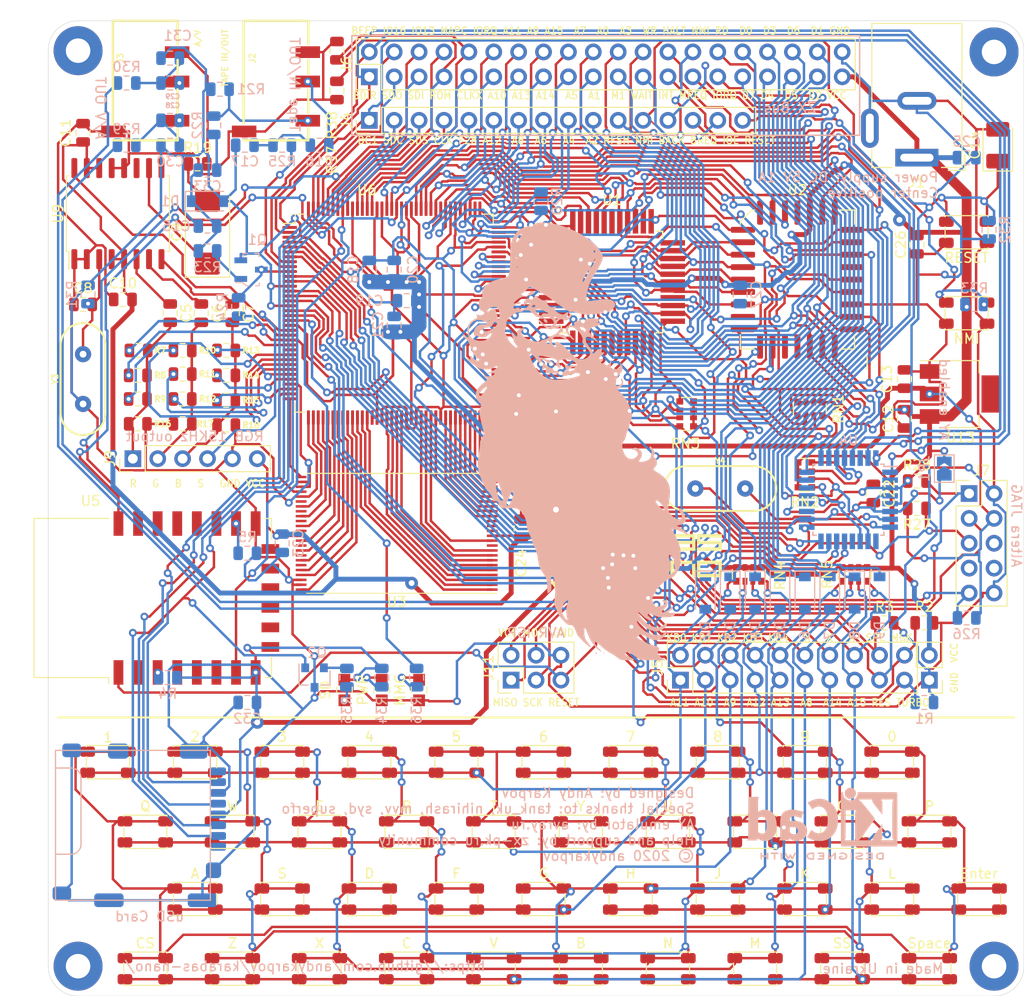
<source format=kicad_pcb>
(kicad_pcb (version 20171130) (host pcbnew "(5.1.12)-1")
  (layers (0 F.Cu signal) (31 B.Cu signal) (34 B.Paste user hide) (35 F.Paste user hide) (36 B.SilkS user hide) (37 F.SilkS user hide) (38 B.Mask user hide) (39 F.Mask user hide) (44 Edge.Cuts user))
  (net 0 "")
  (net 1 /A13)
  (net 2 /A12)
  (net 3 /A11)
  (net 4 /A10)
  (net 5 /A9)
  (net 6 /A8)
  (net 7 /A7)
  (net 8 /A6)
  (net 9 /A5)
  (net 10 /A4)
  (net 11 /A3)
  (net 12 /A2)
  (net 13 /A1)
  (net 14 /A0)
  (net 15 GND)
  (net 16 /D1)
  (net 17 /D0)
  (net 18 /D2)
  (net 19 VCC)
  (net 20 /D6)
  (net 21 /D5)
  (net 22 /D3)
  (net 23 /D4)
  (net 24 /CLK_CPU)
  (net 25 /MA15)
  (net 26 /MA17)
  (net 27 /~MWR)
  (net 28 /MA13)
  (net 29 /MA8)
  (net 30 /MA9)
  (net 31 /MA11)
  (net 32 /~MRD)
  (net 33 /MA10)
  (net 34 /MD7)
  (net 35 /MD6)
  (net 36 /MD5)
  (net 37 /MD4)
  (net 38 /MD3)
  (net 39 /MD2)
  (net 40 /MD1)
  (net 41 /MD0)
  (net 42 /MA0)
  (net 43 /MA1)
  (net 44 /MA2)
  (net 45 /MA3)
  (net 46 /MA4)
  (net 47 /MA5)
  (net 48 /MA6)
  (net 49 /MA7)
  (net 50 /MA12)
  (net 51 /MA14)
  (net 52 /MA18)
  (net 53 /A15)
  (net 54 /A14)
  (net 55 /~RFSH)
  (net 56 /~M1)
  (net 57 /~BUSREQ)
  (net 58 /~WAIT)
  (net 59 /~BUSACK)
  (net 60 /~WR)
  (net 61 /~RD)
  (net 62 /~IORQ)
  (net 63 /~MREQ)
  (net 64 /~HALT)
  (net 65 /~NMI)
  (net 66 /~INT)
  (net 67 /ROM_A14)
  (net 68 /ROM_A15)
  (net 69 +3V3)
  (net 70 /CLKX)
  (net 71 /~BUS_ROMCS)
  (net 72 /CLK_BUS)
  (net 73 /~BUS_IORQGE)
  (net 74 /~ROMCS)
  (net 75 /TDO)
  (net 76 /TCK)
  (net 77 /TMS)
  (net 78 /TDI)
  (net 79 "Net-(C5-Pad1)")
  (net 80 "Net-(C6-Pad1)")
  (net 81 "Net-(C7-Pad1)")
  (net 82 /R2)
  (net 83 /R1)
  (net 84 /R0)
  (net 85 /G2)
  (net 86 /G1)
  (net 87 /G0)
  (net 88 /B2)
  (net 89 /B1)
  (net 90 /B0)
  (net 91 "Net-(C8-Pad2)")
  (net 92 "Net-(C9-Pad2)")
  (net 93 "Net-(C9-Pad1)")
  (net 94 /CSYNC)
  (net 95 /CLK28)
  (net 96 ~RESET)
  (net 97 "Net-(C15-Pad2)")
  (net 98 "Net-(C16-Pad2)")
  (net 99 "Net-(C16-Pad1)")
  (net 100 "Net-(Q1-Pad1)")
  (net 101 TAPE_IN)
  (net 102 TAPE_OUT)
  (net 103 /MAGIC)
  (net 104 /TURBO)
  (net 105 /SPECIAL)
  (net 106 /KB7)
  (net 107 /KB6)
  (net 108 /KB5)
  (net 109 /IO16)
  (net 110 /IO13)
  (net 111 /BEEPER)
  (net 112 /MA19)
  (net 113 /MA20)
  (net 114 "Net-(U4-Pad8)")
  (net 115 "Net-(U4-Pad7)")
  (net 116 /AY_BC1)
  (net 117 /AY_OUT_R)
  (net 118 /AY_OUT_L)
  (net 119 /AY_BDIR)
  (net 120 "Net-(C28-Pad2)")
  (net 121 "Net-(C28-Pad1)")
  (net 122 "Net-(C29-Pad2)")
  (net 123 "Net-(C29-Pad1)")
  (net 124 "Net-(J3-Pad2)")
  (net 125 "Net-(J2-Pad4)")
  (net 126 /~SD_CS)
  (net 127 /SD_DI)
  (net 128 /SD_CLK)
  (net 129 /SD_DO)
  (net 130 /RED)
  (net 131 /GREEN)
  (net 132 /BLUE)
  (net 133 "Net-(C33-Pad2)")
  (net 134 "Net-(D10-Pad1)")
  (net 135 "Net-(D12-Pad1)")
  (net 136 /IOE)
  (net 137 /~BTN_NMI)
  (net 138 /MAPCOND)
  (net 139 "Net-(J7-Pad8)")
  (net 140 "Net-(J7-Pad7)")
  (net 141 "Net-(J7-Pad6)")
  (net 142 "Net-(U1-Pad11)")
  (net 143 "Net-(U1-Pad17)")
  (net 144 "Net-(U1-Pad33)")
  (net 145 "Net-(U1-Pad39)")
  (net 146 "Net-(U2-Pad26)")
  (net 147 "Net-(U2-Pad17)")
  (net 148 "Net-(U2-Pad12)")
  (net 149 "Net-(U2-Pad1)")
  (net 150 "Net-(U3-Pad30)")
  (net 151 "Net-(U3-Pad15)")
  (net 152 "Net-(U4-Pad30)")
  (net 153 "Net-(U4-Pad22)")
  (net 154 "Net-(U4-Pad20)")
  (net 155 "Net-(U4-Pad19)")
  (net 156 "Net-(U4-Pad12)")
  (net 157 "Net-(U4-Pad9)")
  (net 158 "Net-(U4-Pad2)")
  (net 159 "Net-(U9-Pad11)")
  (net 160 "Net-(U9-Pad9)")
  (net 161 /D7)
  (net 162 /MA16)
  (net 163 /VCCJP)
  (net 164 /AVR_SCK)
  (net 165 /AVR_MISO)
  (net 166 /AVR_MOSI)
  (net 167 "Net-(R4-Pad1)")
  (net 168 "Net-(R5-Pad2)")
  (net 169 "Net-(U5-Pad20)")
  (net 170 "Net-(U5-Pad19)")
  (net 171 "Net-(U5-Pad18)")
  (net 172 "Net-(U5-Pad17)")
  (net 173 "Net-(U5-Pad14)")
  (net 174 "Net-(U5-Pad13)")
  (net 175 "Net-(U5-Pad12)")
  (net 176 "Net-(U5-Pad11)")
  (net 177 "Net-(U5-Pad10)")
  (net 178 "Net-(U5-Pad9)")
  (net 179 "Net-(U5-Pad6)")
  (net 180 "Net-(U5-Pad5)")
  (net 181 "Net-(U5-Pad4)")
  (net 182 "Net-(U5-Pad2)")
  (net 183 KA11)
  (net 184 KA10)
  (net 185 KA9)
  (net 186 KA12)
  (net 187 KA13)
  (net 188 KA8)
  (net 189 KA14)
  (net 190 KA15)
  (net 191 KB4)
  (net 192 KB3)
  (net 193 KB2)
  (net 194 KB1)
  (net 195 KB0)
  (net 196 "Net-(U3-Pad43)")
  (net 197 "Net-(U3-Pad41)")
  (net 198 "Net-(U3-Pad39)")
  (net 199 "Net-(U3-Pad36)")
  (net 200 "Net-(U3-Pad34)")
  (net 201 "Net-(U3-Pad32)")
  (net 202 "Net-(U3-Pad14)")
  (net 203 "Net-(U3-Pad13)")
  (net 204 "Net-(U3-Pad10)")
  (net 205 "Net-(D11-Pad2)")
  (net 206 "Net-(Q2-Pad2)")
  (module footprints:SW_SPST_PTS810_handsoldering (layer F.Cu) (at 180.34 147.574 180)
    (fp_text reference SW42)
    (fp_text value Space (at 0 2.6) (layer F.SilkS))
    (pad 1 smd roundrect (at -2.075 -1.075 180) (size 1.5 1.05) (layers F.Cu F.Paste F.Mask) (net 190 KA15))
    (pad 1 smd roundrect (at 2.075 -1.075 180) (size 1.5 1.05) (layers F.Cu F.Paste F.Mask) (net 190 KA15))
    (pad 2 smd roundrect (at -2.075 1.075 180) (size 1.5 1.05) (layers F.Cu F.Paste F.Mask) (net 195 KB0))
    (pad 2 smd roundrect (at 2.075 1.075 180) (size 1.5 1.05) (layers F.Cu F.Paste F.Mask) (net 195 KB0))
  )
  (module footprints:SW_SPST_PTS810_handsoldering (layer F.Cu) (at 185.42 140.462 180)
    (fp_text reference SW41)
    (fp_text value Enter (at 0 2.6) (layer F.SilkS))
    (pad 1 smd roundrect (at -2.075 -1.075 180) (size 1.5 1.05) (layers F.Cu F.Paste F.Mask) (net 189 KA14))
    (pad 1 smd roundrect (at 2.075 -1.075 180) (size 1.5 1.05) (layers F.Cu F.Paste F.Mask) (net 189 KA14))
    (pad 2 smd roundrect (at -2.075 1.075 180) (size 1.5 1.05) (layers F.Cu F.Paste F.Mask) (net 195 KB0))
    (pad 2 smd roundrect (at 2.075 1.075 180) (size 1.5 1.05) (layers F.Cu F.Paste F.Mask) (net 195 KB0))
  )
  (module footprints:SW_SPST_PTS810_handsoldering (layer F.Cu) (at 180.34 133.604 180)
    (fp_text reference SW40)
    (fp_text value P (at 0 2.6) (layer F.SilkS))
    (pad 1 smd roundrect (at -2.075 -1.075 180) (size 1.5 1.05) (layers F.Cu F.Paste F.Mask) (net 187 KA13))
    (pad 1 smd roundrect (at 2.075 -1.075 180) (size 1.5 1.05) (layers F.Cu F.Paste F.Mask) (net 187 KA13))
    (pad 2 smd roundrect (at -2.075 1.075 180) (size 1.5 1.05) (layers F.Cu F.Paste F.Mask) (net 195 KB0))
    (pad 2 smd roundrect (at 2.075 1.075 180) (size 1.5 1.05) (layers F.Cu F.Paste F.Mask) (net 195 KB0))
  )
  (module footprints:SW_SPST_PTS810_handsoldering (layer F.Cu) (at 171.45 147.574 180)
    (fp_text reference SW39)
    (fp_text value SS (at 0 2.6) (layer F.SilkS))
    (pad 1 smd roundrect (at -2.075 -1.075 180) (size 1.5 1.05) (layers F.Cu F.Paste F.Mask) (net 190 KA15))
    (pad 1 smd roundrect (at 2.075 -1.075 180) (size 1.5 1.05) (layers F.Cu F.Paste F.Mask) (net 190 KA15))
    (pad 2 smd roundrect (at -2.075 1.075 180) (size 1.5 1.05) (layers F.Cu F.Paste F.Mask) (net 194 KB1))
    (pad 2 smd roundrect (at 2.075 1.075 180) (size 1.5 1.05) (layers F.Cu F.Paste F.Mask) (net 194 KB1))
  )
  (module footprints:SW_SPST_PTS810_handsoldering (layer F.Cu) (at 176.53 140.462 180)
    (fp_text reference SW38)
    (fp_text value L (at 0 2.6) (layer F.SilkS))
    (pad 1 smd roundrect (at -2.075 -1.075 180) (size 1.5 1.05) (layers F.Cu F.Paste F.Mask) (net 189 KA14))
    (pad 1 smd roundrect (at 2.075 -1.075 180) (size 1.5 1.05) (layers F.Cu F.Paste F.Mask) (net 189 KA14))
    (pad 2 smd roundrect (at -2.075 1.075 180) (size 1.5 1.05) (layers F.Cu F.Paste F.Mask) (net 194 KB1))
    (pad 2 smd roundrect (at 2.075 1.075 180) (size 1.5 1.05) (layers F.Cu F.Paste F.Mask) (net 194 KB1))
  )
  (module footprints:SW_SPST_PTS810_handsoldering (layer F.Cu) (at 171.45 133.604 180)
    (fp_text reference SW37)
    (fp_text value O (at 0 2.6) (layer F.SilkS))
    (pad 1 smd roundrect (at -2.075 -1.075 180) (size 1.5 1.05) (layers F.Cu F.Paste F.Mask) (net 187 KA13))
    (pad 1 smd roundrect (at 2.075 -1.075 180) (size 1.5 1.05) (layers F.Cu F.Paste F.Mask) (net 187 KA13))
    (pad 2 smd roundrect (at -2.075 1.075 180) (size 1.5 1.05) (layers F.Cu F.Paste F.Mask) (net 194 KB1))
    (pad 2 smd roundrect (at 2.075 1.075 180) (size 1.5 1.05) (layers F.Cu F.Paste F.Mask) (net 194 KB1))
  )
  (module footprints:SW_SPST_PTS810_handsoldering (layer F.Cu) (at 162.56 147.574 180)
    (fp_text reference SW36)
    (fp_text value M (at 0 2.6) (layer F.SilkS))
    (pad 1 smd roundrect (at -2.075 -1.075 180) (size 1.5 1.05) (layers F.Cu F.Paste F.Mask) (net 190 KA15))
    (pad 1 smd roundrect (at 2.075 -1.075 180) (size 1.5 1.05) (layers F.Cu F.Paste F.Mask) (net 190 KA15))
    (pad 2 smd roundrect (at -2.075 1.075 180) (size 1.5 1.05) (layers F.Cu F.Paste F.Mask) (net 193 KB2))
    (pad 2 smd roundrect (at 2.075 1.075 180) (size 1.5 1.05) (layers F.Cu F.Paste F.Mask) (net 193 KB2))
  )
  (module footprints:SW_SPST_PTS810_handsoldering (layer F.Cu) (at 167.64 140.462 180)
    (fp_text reference SW35)
    (fp_text value K (at 0 2.6) (layer F.SilkS))
    (pad 1 smd roundrect (at -2.075 -1.075 180) (size 1.5 1.05) (layers F.Cu F.Paste F.Mask) (net 189 KA14))
    (pad 1 smd roundrect (at 2.075 -1.075 180) (size 1.5 1.05) (layers F.Cu F.Paste F.Mask) (net 189 KA14))
    (pad 2 smd roundrect (at -2.075 1.075 180) (size 1.5 1.05) (layers F.Cu F.Paste F.Mask) (net 193 KB2))
    (pad 2 smd roundrect (at 2.075 1.075 180) (size 1.5 1.05) (layers F.Cu F.Paste F.Mask) (net 193 KB2))
  )
  (module footprints:SW_SPST_PTS810_handsoldering (layer F.Cu) (at 162.56 133.604 180)
    (fp_text reference SW34)
    (fp_text value I (at 0 2.6) (layer F.SilkS))
    (pad 1 smd roundrect (at -2.075 -1.075 180) (size 1.5 1.05) (layers F.Cu F.Paste F.Mask) (net 187 KA13))
    (pad 1 smd roundrect (at 2.075 -1.075 180) (size 1.5 1.05) (layers F.Cu F.Paste F.Mask) (net 187 KA13))
    (pad 2 smd roundrect (at -2.075 1.075 180) (size 1.5 1.05) (layers F.Cu F.Paste F.Mask) (net 193 KB2))
    (pad 2 smd roundrect (at 2.075 1.075 180) (size 1.5 1.05) (layers F.Cu F.Paste F.Mask) (net 193 KB2))
  )
  (module footprints:SW_SPST_PTS810_handsoldering (layer F.Cu) (at 153.67 147.574 180)
    (fp_text reference SW33)
    (fp_text value N (at 0 2.6) (layer F.SilkS))
    (pad 1 smd roundrect (at -2.075 -1.075 180) (size 1.5 1.05) (layers F.Cu F.Paste F.Mask) (net 190 KA15))
    (pad 1 smd roundrect (at 2.075 -1.075 180) (size 1.5 1.05) (layers F.Cu F.Paste F.Mask) (net 190 KA15))
    (pad 2 smd roundrect (at -2.075 1.075 180) (size 1.5 1.05) (layers F.Cu F.Paste F.Mask) (net 192 KB3))
    (pad 2 smd roundrect (at 2.075 1.075 180) (size 1.5 1.05) (layers F.Cu F.Paste F.Mask) (net 192 KB3))
  )
  (module footprints:SW_SPST_PTS810_handsoldering (layer F.Cu) (at 158.75 140.462 180)
    (fp_text reference SW32)
    (fp_text value J (at 0 2.6) (layer F.SilkS))
    (pad 1 smd roundrect (at -2.075 -1.075 180) (size 1.5 1.05) (layers F.Cu F.Paste F.Mask) (net 189 KA14))
    (pad 1 smd roundrect (at 2.075 -1.075 180) (size 1.5 1.05) (layers F.Cu F.Paste F.Mask) (net 189 KA14))
    (pad 2 smd roundrect (at -2.075 1.075 180) (size 1.5 1.05) (layers F.Cu F.Paste F.Mask) (net 192 KB3))
    (pad 2 smd roundrect (at 2.075 1.075 180) (size 1.5 1.05) (layers F.Cu F.Paste F.Mask) (net 192 KB3))
  )
  (module footprints:SW_SPST_PTS810_handsoldering (layer F.Cu) (at 153.67 133.604 180)
    (fp_text reference SW31)
    (fp_text value U (at 0 2.6) (layer F.SilkS))
    (pad 1 smd roundrect (at -2.075 -1.075 180) (size 1.5 1.05) (layers F.Cu F.Paste F.Mask) (net 187 KA13))
    (pad 1 smd roundrect (at 2.075 -1.075 180) (size 1.5 1.05) (layers F.Cu F.Paste F.Mask) (net 187 KA13))
    (pad 2 smd roundrect (at -2.075 1.075 180) (size 1.5 1.05) (layers F.Cu F.Paste F.Mask) (net 192 KB3))
    (pad 2 smd roundrect (at 2.075 1.075 180) (size 1.5 1.05) (layers F.Cu F.Paste F.Mask) (net 192 KB3))
  )
  (module footprints:SW_SPST_PTS810_handsoldering (layer F.Cu) (at 144.78 147.574 180)
    (fp_text reference SW30)
    (fp_text value B (at 0 2.6) (layer F.SilkS))
    (pad 1 smd roundrect (at -2.075 -1.075 180) (size 1.5 1.05) (layers F.Cu F.Paste F.Mask) (net 190 KA15))
    (pad 1 smd roundrect (at 2.075 -1.075 180) (size 1.5 1.05) (layers F.Cu F.Paste F.Mask) (net 190 KA15))
    (pad 2 smd roundrect (at -2.075 1.075 180) (size 1.5 1.05) (layers F.Cu F.Paste F.Mask) (net 191 KB4))
    (pad 2 smd roundrect (at 2.075 1.075 180) (size 1.5 1.05) (layers F.Cu F.Paste F.Mask) (net 191 KB4))
  )
  (module footprints:SW_SPST_PTS810_handsoldering (layer F.Cu) (at 149.86 140.462 180)
    (fp_text reference SW29)
    (fp_text value H (at 0 2.6) (layer F.SilkS))
    (pad 1 smd roundrect (at -2.075 -1.075 180) (size 1.5 1.05) (layers F.Cu F.Paste F.Mask) (net 189 KA14))
    (pad 1 smd roundrect (at 2.075 -1.075 180) (size 1.5 1.05) (layers F.Cu F.Paste F.Mask) (net 189 KA14))
    (pad 2 smd roundrect (at -2.075 1.075 180) (size 1.5 1.05) (layers F.Cu F.Paste F.Mask) (net 191 KB4))
    (pad 2 smd roundrect (at 2.075 1.075 180) (size 1.5 1.05) (layers F.Cu F.Paste F.Mask) (net 191 KB4))
  )
  (module footprints:SW_SPST_PTS810_handsoldering (layer F.Cu) (at 144.78 133.604 180)
    (fp_text reference SW28)
    (fp_text value Y (at 0 2.6) (layer F.SilkS))
    (pad 1 smd roundrect (at -2.075 -1.075 180) (size 1.5 1.05) (layers F.Cu F.Paste F.Mask) (net 187 KA13))
    (pad 1 smd roundrect (at 2.075 -1.075 180) (size 1.5 1.05) (layers F.Cu F.Paste F.Mask) (net 187 KA13))
    (pad 2 smd roundrect (at -2.075 1.075 180) (size 1.5 1.05) (layers F.Cu F.Paste F.Mask) (net 191 KB4))
    (pad 2 smd roundrect (at 2.075 1.075 180) (size 1.5 1.05) (layers F.Cu F.Paste F.Mask) (net 191 KB4))
  )
  (module footprints:SW_SPST_PTS810_handsoldering (layer F.Cu) (at 135.89 147.574 180)
    (fp_text reference SW27)
    (fp_text value V (at 0 2.6) (layer F.SilkS))
    (pad 1 smd roundrect (at -2.075 -1.075 180) (size 1.5 1.05) (layers F.Cu F.Paste F.Mask) (net 188 KA8))
    (pad 1 smd roundrect (at 2.075 -1.075 180) (size 1.5 1.05) (layers F.Cu F.Paste F.Mask) (net 188 KA8))
    (pad 2 smd roundrect (at -2.075 1.075 180) (size 1.5 1.05) (layers F.Cu F.Paste F.Mask) (net 191 KB4))
    (pad 2 smd roundrect (at 2.075 1.075 180) (size 1.5 1.05) (layers F.Cu F.Paste F.Mask) (net 191 KB4))
  )
  (module footprints:SW_SPST_PTS810_handsoldering (layer F.Cu) (at 140.97 140.462 180)
    (fp_text reference SW26)
    (fp_text value G (at 0 2.6) (layer F.SilkS))
    (pad 1 smd roundrect (at -2.075 -1.075 180) (size 1.5 1.05) (layers F.Cu F.Paste F.Mask) (net 185 KA9))
    (pad 1 smd roundrect (at 2.075 -1.075 180) (size 1.5 1.05) (layers F.Cu F.Paste F.Mask) (net 185 KA9))
    (pad 2 smd roundrect (at -2.075 1.075 180) (size 1.5 1.05) (layers F.Cu F.Paste F.Mask) (net 191 KB4))
    (pad 2 smd roundrect (at 2.075 1.075 180) (size 1.5 1.05) (layers F.Cu F.Paste F.Mask) (net 191 KB4))
  )
  (module footprints:SW_SPST_PTS810_handsoldering (layer F.Cu) (at 135.89 133.604 180)
    (fp_text reference SW25)
    (fp_text value T (at 0 2.6) (layer F.SilkS))
    (pad 1 smd roundrect (at -2.075 -1.075 180) (size 1.5 1.05) (layers F.Cu F.Paste F.Mask) (net 184 KA10))
    (pad 1 smd roundrect (at 2.075 -1.075 180) (size 1.5 1.05) (layers F.Cu F.Paste F.Mask) (net 184 KA10))
    (pad 2 smd roundrect (at -2.075 1.075 180) (size 1.5 1.05) (layers F.Cu F.Paste F.Mask) (net 191 KB4))
    (pad 2 smd roundrect (at 2.075 1.075 180) (size 1.5 1.05) (layers F.Cu F.Paste F.Mask) (net 191 KB4))
  )
  (module footprints:SW_SPST_PTS810_handsoldering (layer F.Cu) (at 127 147.574 180)
    (fp_text reference SW24)
    (fp_text value C (at 0 2.6) (layer F.SilkS))
    (pad 1 smd roundrect (at -2.075 -1.075 180) (size 1.5 1.05) (layers F.Cu F.Paste F.Mask) (net 188 KA8))
    (pad 1 smd roundrect (at 2.075 -1.075 180) (size 1.5 1.05) (layers F.Cu F.Paste F.Mask) (net 188 KA8))
    (pad 2 smd roundrect (at -2.075 1.075 180) (size 1.5 1.05) (layers F.Cu F.Paste F.Mask) (net 192 KB3))
    (pad 2 smd roundrect (at 2.075 1.075 180) (size 1.5 1.05) (layers F.Cu F.Paste F.Mask) (net 192 KB3))
  )
  (module footprints:SW_SPST_PTS810_handsoldering (layer F.Cu) (at 132.08 140.462 180)
    (fp_text reference SW23)
    (fp_text value F (at 0 2.6) (layer F.SilkS))
    (pad 1 smd roundrect (at -2.075 -1.075 180) (size 1.5 1.05) (layers F.Cu F.Paste F.Mask) (net 185 KA9))
    (pad 1 smd roundrect (at 2.075 -1.075 180) (size 1.5 1.05) (layers F.Cu F.Paste F.Mask) (net 185 KA9))
    (pad 2 smd roundrect (at -2.075 1.075 180) (size 1.5 1.05) (layers F.Cu F.Paste F.Mask) (net 192 KB3))
    (pad 2 smd roundrect (at 2.075 1.075 180) (size 1.5 1.05) (layers F.Cu F.Paste F.Mask) (net 192 KB3))
  )
  (module footprints:SW_SPST_PTS810_handsoldering (layer F.Cu) (at 127 133.604 180)
    (fp_text reference SW22)
    (fp_text value R (at 0 2.6) (layer F.SilkS))
    (pad 1 smd roundrect (at -2.075 -1.075 180) (size 1.5 1.05) (layers F.Cu F.Paste F.Mask) (net 184 KA10))
    (pad 1 smd roundrect (at 2.075 -1.075 180) (size 1.5 1.05) (layers F.Cu F.Paste F.Mask) (net 184 KA10))
    (pad 2 smd roundrect (at -2.075 1.075 180) (size 1.5 1.05) (layers F.Cu F.Paste F.Mask) (net 192 KB3))
    (pad 2 smd roundrect (at 2.075 1.075 180) (size 1.5 1.05) (layers F.Cu F.Paste F.Mask) (net 192 KB3))
  )
  (module footprints:SW_SPST_PTS810_handsoldering (layer F.Cu) (at 118.11 147.574 180)
    (fp_text reference SW21)
    (fp_text value X (at 0 2.6) (layer F.SilkS))
    (pad 1 smd roundrect (at -2.075 -1.075 180) (size 1.5 1.05) (layers F.Cu F.Paste F.Mask) (net 188 KA8))
    (pad 1 smd roundrect (at 2.075 -1.075 180) (size 1.5 1.05) (layers F.Cu F.Paste F.Mask) (net 188 KA8))
    (pad 2 smd roundrect (at -2.075 1.075 180) (size 1.5 1.05) (layers F.Cu F.Paste F.Mask) (net 193 KB2))
    (pad 2 smd roundrect (at 2.075 1.075 180) (size 1.5 1.05) (layers F.Cu F.Paste F.Mask) (net 193 KB2))
  )
  (module footprints:SW_SPST_PTS810_handsoldering (layer F.Cu) (at 123.19 140.462 180)
    (fp_text reference SW20)
    (fp_text value D (at 0 2.6) (layer F.SilkS))
    (pad 1 smd roundrect (at -2.075 -1.075 180) (size 1.5 1.05) (layers F.Cu F.Paste F.Mask) (net 185 KA9))
    (pad 1 smd roundrect (at 2.075 -1.075 180) (size 1.5 1.05) (layers F.Cu F.Paste F.Mask) (net 185 KA9))
    (pad 2 smd roundrect (at -2.075 1.075 180) (size 1.5 1.05) (layers F.Cu F.Paste F.Mask) (net 193 KB2))
    (pad 2 smd roundrect (at 2.075 1.075 180) (size 1.5 1.05) (layers F.Cu F.Paste F.Mask) (net 193 KB2))
  )
  (module footprints:SW_SPST_PTS810_handsoldering (layer F.Cu) (at 118.11 133.604 180)
    (fp_text reference SW19)
    (fp_text value E (at 0 2.6) (layer F.SilkS))
    (pad 1 smd roundrect (at -2.075 -1.075 180) (size 1.5 1.05) (layers F.Cu F.Paste F.Mask) (net 184 KA10))
    (pad 1 smd roundrect (at 2.075 -1.075 180) (size 1.5 1.05) (layers F.Cu F.Paste F.Mask) (net 184 KA10))
    (pad 2 smd roundrect (at -2.075 1.075 180) (size 1.5 1.05) (layers F.Cu F.Paste F.Mask) (net 193 KB2))
    (pad 2 smd roundrect (at 2.075 1.075 180) (size 1.5 1.05) (layers F.Cu F.Paste F.Mask) (net 193 KB2))
  )
  (module footprints:SW_SPST_PTS810_handsoldering (layer F.Cu) (at 109.22 147.574 180)
    (fp_text reference SW18)
    (fp_text value Z (at 0 2.6) (layer F.SilkS))
    (pad 1 smd roundrect (at -2.075 -1.075 180) (size 1.5 1.05) (layers F.Cu F.Paste F.Mask) (net 188 KA8))
    (pad 1 smd roundrect (at 2.075 -1.075 180) (size 1.5 1.05) (layers F.Cu F.Paste F.Mask) (net 188 KA8))
    (pad 2 smd roundrect (at -2.075 1.075 180) (size 1.5 1.05) (layers F.Cu F.Paste F.Mask) (net 194 KB1))
    (pad 2 smd roundrect (at 2.075 1.075 180) (size 1.5 1.05) (layers F.Cu F.Paste F.Mask) (net 194 KB1))
  )
  (module footprints:SW_SPST_PTS810_handsoldering (layer F.Cu) (at 114.3 140.462 180)
    (fp_text reference SW17)
    (fp_text value S (at 0 2.6) (layer F.SilkS))
    (pad 1 smd roundrect (at -2.075 -1.075 180) (size 1.5 1.05) (layers F.Cu F.Paste F.Mask) (net 185 KA9))
    (pad 1 smd roundrect (at 2.075 -1.075 180) (size 1.5 1.05) (layers F.Cu F.Paste F.Mask) (net 185 KA9))
    (pad 2 smd roundrect (at -2.075 1.075 180) (size 1.5 1.05) (layers F.Cu F.Paste F.Mask) (net 194 KB1))
    (pad 2 smd roundrect (at 2.075 1.075 180) (size 1.5 1.05) (layers F.Cu F.Paste F.Mask) (net 194 KB1))
  )
  (module footprints:SW_SPST_PTS810_handsoldering (layer F.Cu) (at 109.22 133.604 180)
    (fp_text reference SW16)
    (fp_text value W (at 0 2.6) (layer F.SilkS))
    (pad 1 smd roundrect (at -2.075 -1.075 180) (size 1.5 1.05) (layers F.Cu F.Paste F.Mask) (net 184 KA10))
    (pad 1 smd roundrect (at 2.075 -1.075 180) (size 1.5 1.05) (layers F.Cu F.Paste F.Mask) (net 184 KA10))
    (pad 2 smd roundrect (at -2.075 1.075 180) (size 1.5 1.05) (layers F.Cu F.Paste F.Mask) (net 194 KB1))
    (pad 2 smd roundrect (at 2.075 1.075 180) (size 1.5 1.05) (layers F.Cu F.Paste F.Mask) (net 194 KB1))
  )
  (module footprints:SW_SPST_PTS810_handsoldering (layer F.Cu) (at 100.33 147.574 180)
    (fp_text reference SW15)
    (fp_text value CS (at 0 2.6) (layer F.SilkS))
    (pad 1 smd roundrect (at -2.075 -1.075 180) (size 1.5 1.05) (layers F.Cu F.Paste F.Mask) (net 188 KA8))
    (pad 1 smd roundrect (at 2.075 -1.075 180) (size 1.5 1.05) (layers F.Cu F.Paste F.Mask) (net 188 KA8))
    (pad 2 smd roundrect (at -2.075 1.075 180) (size 1.5 1.05) (layers F.Cu F.Paste F.Mask) (net 195 KB0))
    (pad 2 smd roundrect (at 2.075 1.075 180) (size 1.5 1.05) (layers F.Cu F.Paste F.Mask) (net 195 KB0))
  )
  (module footprints:SW_SPST_PTS810_handsoldering (layer F.Cu) (at 105.41 140.462 180)
    (fp_text reference SW14)
    (fp_text value A (at 0 2.6) (layer F.SilkS))
    (pad 1 smd roundrect (at -2.075 -1.075 180) (size 1.5 1.05) (layers F.Cu F.Paste F.Mask) (net 185 KA9))
    (pad 1 smd roundrect (at 2.075 -1.075 180) (size 1.5 1.05) (layers F.Cu F.Paste F.Mask) (net 185 KA9))
    (pad 2 smd roundrect (at -2.075 1.075 180) (size 1.5 1.05) (layers F.Cu F.Paste F.Mask) (net 195 KB0))
    (pad 2 smd roundrect (at 2.075 1.075 180) (size 1.5 1.05) (layers F.Cu F.Paste F.Mask) (net 195 KB0))
  )
  (module footprints:SW_SPST_PTS810_handsoldering (layer F.Cu) (at 100.33 133.604 180)
    (fp_text reference SW13)
    (fp_text value Q (at 0 2.6) (layer F.SilkS))
    (pad 1 smd roundrect (at -2.075 -1.075 180) (size 1.5 1.05) (layers F.Cu F.Paste F.Mask) (net 184 KA10))
    (pad 1 smd roundrect (at 2.075 -1.075 180) (size 1.5 1.05) (layers F.Cu F.Paste F.Mask) (net 184 KA10))
    (pad 2 smd roundrect (at -2.075 1.075 180) (size 1.5 1.05) (layers F.Cu F.Paste F.Mask) (net 195 KB0))
    (pad 2 smd roundrect (at 2.075 1.075 180) (size 1.5 1.05) (layers F.Cu F.Paste F.Mask) (net 195 KB0))
  )
  (module footprints:SW_SPST_PTS810_handsoldering (layer F.Cu) (at 176.53 126.492 180)
    (fp_text reference SW12)
    (fp_text value 0 (at 0 2.6) (layer F.SilkS))
    (pad 1 smd roundrect (at -2.075 -1.075 180) (size 1.5 1.05) (layers F.Cu F.Paste F.Mask) (net 186 KA12))
    (pad 1 smd roundrect (at 2.075 -1.075 180) (size 1.5 1.05) (layers F.Cu F.Paste F.Mask) (net 186 KA12))
    (pad 2 smd roundrect (at -2.075 1.075 180) (size 1.5 1.05) (layers F.Cu F.Paste F.Mask) (net 195 KB0))
    (pad 2 smd roundrect (at 2.075 1.075 180) (size 1.5 1.05) (layers F.Cu F.Paste F.Mask) (net 195 KB0))
  )
  (module footprints:SW_SPST_PTS810_handsoldering (layer F.Cu) (at 167.64 126.492 180)
    (fp_text reference SW11)
    (fp_text value 9 (at 0 2.6) (layer F.SilkS))
    (pad 1 smd roundrect (at -2.075 -1.075 180) (size 1.5 1.05) (layers F.Cu F.Paste F.Mask) (net 186 KA12))
    (pad 1 smd roundrect (at 2.075 -1.075 180) (size 1.5 1.05) (layers F.Cu F.Paste F.Mask) (net 186 KA12))
    (pad 2 smd roundrect (at -2.075 1.075 180) (size 1.5 1.05) (layers F.Cu F.Paste F.Mask) (net 194 KB1))
    (pad 2 smd roundrect (at 2.075 1.075 180) (size 1.5 1.05) (layers F.Cu F.Paste F.Mask) (net 194 KB1))
  )
  (module footprints:SW_SPST_PTS810_handsoldering (layer F.Cu) (at 158.75 126.492 180)
    (fp_text reference SW10)
    (fp_text value 8 (at 0 2.6) (layer F.SilkS))
    (pad 1 smd roundrect (at -2.075 -1.075 180) (size 1.5 1.05) (layers F.Cu F.Paste F.Mask) (net 186 KA12))
    (pad 1 smd roundrect (at 2.075 -1.075 180) (size 1.5 1.05) (layers F.Cu F.Paste F.Mask) (net 186 KA12))
    (pad 2 smd roundrect (at -2.075 1.075 180) (size 1.5 1.05) (layers F.Cu F.Paste F.Mask) (net 193 KB2))
    (pad 2 smd roundrect (at 2.075 1.075 180) (size 1.5 1.05) (layers F.Cu F.Paste F.Mask) (net 193 KB2))
  )
  (module footprints:SW_SPST_PTS810_handsoldering (layer F.Cu) (at 149.86 126.492 180)
    (fp_text reference SW9)
    (fp_text value 7 (at 0 2.6) (layer F.SilkS))
    (pad 1 smd roundrect (at -2.075 -1.075 180) (size 1.5 1.05) (layers F.Cu F.Paste F.Mask) (net 186 KA12))
    (pad 1 smd roundrect (at 2.075 -1.075 180) (size 1.5 1.05) (layers F.Cu F.Paste F.Mask) (net 186 KA12))
    (pad 2 smd roundrect (at -2.075 1.075 180) (size 1.5 1.05) (layers F.Cu F.Paste F.Mask) (net 192 KB3))
    (pad 2 smd roundrect (at 2.075 1.075 180) (size 1.5 1.05) (layers F.Cu F.Paste F.Mask) (net 192 KB3))
  )
  (module footprints:SW_SPST_PTS810_handsoldering (layer F.Cu) (at 140.97 126.492 180)
    (fp_text reference SW8)
    (fp_text value 6 (at 0 2.6) (layer F.SilkS))
    (pad 1 smd roundrect (at -2.075 -1.075 180) (size 1.5 1.05) (layers F.Cu F.Paste F.Mask) (net 186 KA12))
    (pad 1 smd roundrect (at 2.075 -1.075 180) (size 1.5 1.05) (layers F.Cu F.Paste F.Mask) (net 186 KA12))
    (pad 2 smd roundrect (at -2.075 1.075 180) (size 1.5 1.05) (layers F.Cu F.Paste F.Mask) (net 191 KB4))
    (pad 2 smd roundrect (at 2.075 1.075 180) (size 1.5 1.05) (layers F.Cu F.Paste F.Mask) (net 191 KB4))
  )
  (module footprints:SW_SPST_PTS810_handsoldering (layer F.Cu) (at 132.08 126.492 180)
    (fp_text reference SW7)
    (fp_text value 5 (at 0 2.6) (layer F.SilkS))
    (pad 1 smd roundrect (at -2.075 -1.075 180) (size 1.5 1.05) (layers F.Cu F.Paste F.Mask) (net 183 KA11))
    (pad 1 smd roundrect (at 2.075 -1.075 180) (size 1.5 1.05) (layers F.Cu F.Paste F.Mask) (net 183 KA11))
    (pad 2 smd roundrect (at -2.075 1.075 180) (size 1.5 1.05) (layers F.Cu F.Paste F.Mask) (net 191 KB4))
    (pad 2 smd roundrect (at 2.075 1.075 180) (size 1.5 1.05) (layers F.Cu F.Paste F.Mask) (net 191 KB4))
  )
  (module footprints:SW_SPST_PTS810_handsoldering (layer F.Cu) (at 123.19 126.492 180)
    (fp_text reference SW6)
    (fp_text value 4 (at 0 2.6) (layer F.SilkS))
    (pad 1 smd roundrect (at -2.075 -1.075 180) (size 1.5 1.05) (layers F.Cu F.Paste F.Mask) (net 183 KA11))
    (pad 1 smd roundrect (at 2.075 -1.075 180) (size 1.5 1.05) (layers F.Cu F.Paste F.Mask) (net 183 KA11))
    (pad 2 smd roundrect (at -2.075 1.075 180) (size 1.5 1.05) (layers F.Cu F.Paste F.Mask) (net 192 KB3))
    (pad 2 smd roundrect (at 2.075 1.075 180) (size 1.5 1.05) (layers F.Cu F.Paste F.Mask) (net 192 KB3))
  )
  (module footprints:SW_SPST_PTS810_handsoldering (layer F.Cu) (at 114.3 126.492 180)
    (fp_text reference SW5)
    (fp_text value 3 (at 0 2.6) (layer F.SilkS))
    (pad 1 smd roundrect (at -2.075 -1.075 180) (size 1.5 1.05) (layers F.Cu F.Paste F.Mask) (net 183 KA11))
    (pad 1 smd roundrect (at 2.075 -1.075 180) (size 1.5 1.05) (layers F.Cu F.Paste F.Mask) (net 183 KA11))
    (pad 2 smd roundrect (at -2.075 1.075 180) (size 1.5 1.05) (layers F.Cu F.Paste F.Mask) (net 193 KB2))
    (pad 2 smd roundrect (at 2.075 1.075 180) (size 1.5 1.05) (layers F.Cu F.Paste F.Mask) (net 193 KB2))
  )
  (module footprints:SW_SPST_PTS810_handsoldering (layer F.Cu) (at 105.41 126.492 180)
    (fp_text reference SW4)
    (fp_text value 2 (at 0 2.6) (layer F.SilkS))
    (pad 1 smd roundrect (at -2.075 -1.075 180) (size 1.5 1.05) (layers F.Cu F.Paste F.Mask) (net 183 KA11))
    (pad 1 smd roundrect (at 2.075 -1.075 180) (size 1.5 1.05) (layers F.Cu F.Paste F.Mask) (net 183 KA11))
    (pad 2 smd roundrect (at -2.075 1.075 180) (size 1.5 1.05) (layers F.Cu F.Paste F.Mask) (net 194 KB1))
    (pad 2 smd roundrect (at 2.075 1.075 180) (size 1.5 1.05) (layers F.Cu F.Paste F.Mask) (net 194 KB1))
  )
  (module footprints:SW_SPST_PTS810_handsoldering (layer F.Cu) (at 184.15 80.645)
    (fp_text reference SW2)
    (fp_text value NMI (at 0 2.6) (layer F.SilkS))
    (pad 1 smd roundrect (at -2.075 -1.075) (size 1.5 1.05) (layers F.Cu F.Paste F.Mask) (net 137 /~BTN_NMI))
    (pad 1 smd roundrect (at 2.075 -1.075) (size 1.5 1.05) (layers F.Cu F.Paste F.Mask) (net 137 /~BTN_NMI))
    (pad 2 smd roundrect (at -2.075 1.075) (size 1.5 1.05) (layers F.Cu F.Paste F.Mask) (net 15 GND))
    (pad 2 smd roundrect (at 2.075 1.075) (size 1.5 1.05) (layers F.Cu F.Paste F.Mask) (net 15 GND))
  )
  (module footprints:SW_SPST_PTS810_handsoldering (layer F.Cu) (at 184.15 72.39)
    (fp_text reference SW1)
    (fp_text value RESET (at 0 2.6) (layer F.SilkS))
    (pad 1 smd roundrect (at -2.075 -1.075) (size 1.5 1.05) (layers F.Cu F.Paste F.Mask) (net 96 ~RESET))
    (pad 1 smd roundrect (at 2.075 -1.075) (size 1.5 1.05) (layers F.Cu F.Paste F.Mask) (net 96 ~RESET))
    (pad 2 smd roundrect (at -2.075 1.075) (size 1.5 1.05) (layers F.Cu F.Paste F.Mask) (net 15 GND))
    (pad 2 smd roundrect (at 2.075 1.075) (size 1.5 1.05) (layers F.Cu F.Paste F.Mask) (net 15 GND))
  )
  (module footprints:SW_SPST_PTS810_handsoldering (layer F.Cu) (at 96.52 126.492 180)
    (fp_text reference SW3 hide)
    (fp_text value 1 (at 0 2.54 180) (layer F.SilkS))
    (pad 1 smd roundrect (at -2.075 -1.075 180) (size 1.5 1.05) (layers F.Cu F.Paste F.Mask) (net 183 KA11))
    (pad 1 smd roundrect (at 2.075 -1.075 180) (size 1.5 1.05) (layers F.Cu F.Paste F.Mask) (net 183 KA11))
    (pad 2 smd roundrect (at -2.075 1.075 180) (size 1.5 1.05) (layers F.Cu F.Paste F.Mask) (net 195 KB0))
    (pad 2 smd roundrect (at 2.075 1.075 180) (size 1.5 1.05) (layers F.Cu F.Paste F.Mask) (net 195 KB0))
  )
  (module footprints:karabas2 (layer B.Cu) (at 144.526 93.726 180)
    (fp_text reference G***_2 hide)
    (fp_text value LOGO hide)
  )
  (module Package_TO_SOT_SMD:SOT-23 (layer B.Cu) (at 117.602 117.856 270)
    (fp_text reference Q2 (at -2.54 -0.254) (layer B.SilkS) (effects (justify mirror)))
    (fp_text value BC856)
    (pad 3 smd rect (at 1 0 270) (size 0.9 0.8) (layers B.Cu B.Paste B.Mask) (net 15 GND))
    (pad 2 smd rect (at -1 -0.95 270) (size 0.9 0.8) (layers B.Cu B.Paste B.Mask) (net 206 "Net-(Q2-Pad2)"))
    (pad 1 smd rect (at -1 0.95 270) (size 0.9 0.8) (layers B.Cu B.Paste B.Mask) (net 126 /~SD_CS))
  )
  (module Symbol:KiCad-Logo2_6mm_SilkScreen (layer B.Cu) (at 169.418 132.08 180)
    (fp_text reference REF** hide)
    (fp_text value KiCad-Logo2_6mm_SilkScreen hide)
  )
  (module footprints:karabas_nano_logo3 (layer F.Cu) (at 149.86 104.902)
    (fp_text reference G*** hide)
    (fp_text value LOGO hide)
  )
  (module footprints:MICRO_SD_MOLEX (layer B.Cu) (at 99.568 133.096 90)
    (fp_text reference U7 hide)
    (fp_text value MicroSD hide)
    (pad 1 smd roundrect (at -2.03 8.2 270) (size 0.8 1.6) (layers B.Cu B.Paste B.Mask))
    (pad 2 smd roundrect (at -0.93 8.2 90) (size 0.8 1.6) (layers B.Cu B.Paste B.Mask) (net 126 /~SD_CS))
    (pad 3 smd roundrect (at 0.17 8.2 90) (size 0.8 1.6) (layers B.Cu B.Paste B.Mask) (net 127 /SD_DI))
    (pad 4 smd roundrect (at 1.27 8.2 90) (size 0.8 1.6) (layers B.Cu B.Paste B.Mask) (net 69 +3V3))
    (pad 5 smd roundrect (at 2.37 8.2 90) (size 0.8 1.6) (layers B.Cu B.Paste B.Mask) (net 128 /SD_CLK))
    (pad 6 smd roundrect (at 3.47 8.2 90) (size 0.8 1.6) (layers B.Cu B.Paste B.Mask) (net 15 GND))
    (pad 7 smd roundrect (at 4.57 8.2 90) (size 0.8 1.6) (layers B.Cu B.Paste B.Mask) (net 129 /SD_DO))
    (pad 8 smd roundrect (at 5.67 8.2 90) (size 0.8 1.6) (layers B.Cu B.Paste B.Mask))
    (pad 9 smd roundrect (at 7.735 5.7 90) (size 1.55 2.8) (layers B.Cu B.Paste B.Mask) (net 15 GND))
    (pad 10 smd roundrect (at 7.735 -2 90) (size 1.55 2.1) (layers B.Cu B.Paste B.Mask) (net 15 GND))
    (pad 11 smd roundrect (at 7.81 -6.75 90) (size 1.4 1.9) (layers B.Cu B.Paste B.Mask) (net 15 GND))
    (pad 12 smd roundrect (at -6.79 -7.75 90) (size 1.4 1.9) (layers B.Cu B.Paste B.Mask) (net 15 GND))
    (pad 14 smd roundrect (at -7.49 6.6 90) (size 1.4 3) (layers B.Cu B.Paste B.Mask) (net 15 GND))
    (pad 15 smd roundrect (at -4.43 7.725 90) (size 1.6 1.55) (layers B.Cu B.Paste B.Mask) (net 15 GND))
    (pad 13 smd roundrect (at -7.49 -2.95 90) (size 1.4 3) (layers B.Cu B.Paste B.Mask) (net 15 GND))
  )
  (module Package_SO:TSOP-I-48_18.4x12mm_P0.5mm (layer F.Cu) (at 125.984 103.124 180)
    (fp_text reference U3 (at 0 -7) (layer F.SilkS))
    (fp_text value CY62167ELL)
    (pad 48 smd rect (at 9.75 -5.75 180) (size 1.1 0.25) (layers F.Cu F.Paste F.Mask) (net 162 /MA16))
    (pad 47 smd rect (at 9.75 -5.25 180) (size 1.1 0.25) (layers F.Cu F.Paste F.Mask) (net 15 GND))
    (pad 46 smd rect (at 9.75 -4.75 180) (size 1.1 0.25) (layers F.Cu F.Paste F.Mask) (net 15 GND))
    (pad 45 smd rect (at 9.75 -4.25 180) (size 1.1 0.25) (layers F.Cu F.Paste F.Mask) (net 113 /MA20))
    (pad 44 smd rect (at 9.75 -3.75 180) (size 1.1 0.25) (layers F.Cu F.Paste F.Mask) (net 34 /MD7))
    (pad 43 smd rect (at 9.75 -3.25 180) (size 1.1 0.25) (layers F.Cu F.Paste F.Mask) (net 196 "Net-(U3-Pad43)"))
    (pad 42 smd rect (at 9.75 -2.75 180) (size 1.1 0.25) (layers F.Cu F.Paste F.Mask) (net 35 /MD6))
    (pad 41 smd rect (at 9.75 -2.25 180) (size 1.1 0.25) (layers F.Cu F.Paste F.Mask) (net 197 "Net-(U3-Pad41)"))
    (pad 40 smd rect (at 9.75 -1.75 180) (size 1.1 0.25) (layers F.Cu F.Paste F.Mask) (net 36 /MD5))
    (pad 39 smd rect (at 9.75 -1.25 180) (size 1.1 0.25) (layers F.Cu F.Paste F.Mask) (net 198 "Net-(U3-Pad39)"))
    (pad 38 smd rect (at 9.75 -0.75 180) (size 1.1 0.25) (layers F.Cu F.Paste F.Mask) (net 37 /MD4))
    (pad 37 smd rect (at 9.75 -0.25 180) (size 1.1 0.25) (layers F.Cu F.Paste F.Mask) (net 19 VCC))
    (pad 36 smd rect (at 9.75 0.25 180) (size 1.1 0.25) (layers F.Cu F.Paste F.Mask) (net 199 "Net-(U3-Pad36)"))
    (pad 35 smd rect (at 9.75 0.75 180) (size 1.1 0.25) (layers F.Cu F.Paste F.Mask) (net 38 /MD3))
    (pad 34 smd rect (at 9.75 1.25 180) (size 1.1 0.25) (layers F.Cu F.Paste F.Mask) (net 200 "Net-(U3-Pad34)"))
    (pad 33 smd rect (at 9.75 1.75 180) (size 1.1 0.25) (layers F.Cu F.Paste F.Mask) (net 39 /MD2))
    (pad 32 smd rect (at 9.75 2.25 180) (size 1.1 0.25) (layers F.Cu F.Paste F.Mask) (net 201 "Net-(U3-Pad32)"))
    (pad 31 smd rect (at 9.75 2.75 180) (size 1.1 0.25) (layers F.Cu F.Paste F.Mask) (net 40 /MD1))
    (pad 30 smd rect (at 9.75 3.25 180) (size 1.1 0.25) (layers F.Cu F.Paste F.Mask) (net 150 "Net-(U3-Pad30)"))
    (pad 29 smd rect (at 9.75 3.75 180) (size 1.1 0.25) (layers F.Cu F.Paste F.Mask) (net 41 /MD0))
    (pad 28 smd rect (at 9.75 4.25 180) (size 1.1 0.25) (layers F.Cu F.Paste F.Mask) (net 32 /~MRD))
    (pad 27 smd rect (at 9.75 4.75 180) (size 1.1 0.25) (layers F.Cu F.Paste F.Mask) (net 15 GND))
    (pad 26 smd rect (at 9.75 5.25 180) (size 1.1 0.25) (layers F.Cu F.Paste F.Mask) (net 15 GND))
    (pad 24 smd rect (at -9.75 5.75 180) (size 1.1 0.25) (layers F.Cu F.Paste F.Mask) (net 43 /MA1))
    (pad 23 smd rect (at -9.75 5.25 180) (size 1.1 0.25) (layers F.Cu F.Paste F.Mask) (net 44 /MA2))
    (pad 22 smd rect (at -9.75 4.75 180) (size 1.1 0.25) (layers F.Cu F.Paste F.Mask) (net 45 /MA3))
    (pad 21 smd rect (at -9.75 4.25 180) (size 1.1 0.25) (layers F.Cu F.Paste F.Mask) (net 46 /MA4))
    (pad 20 smd rect (at -9.75 3.75 180) (size 1.1 0.25) (layers F.Cu F.Paste F.Mask) (net 47 /MA5))
    (pad 19 smd rect (at -9.75 3.25 180) (size 1.1 0.25) (layers F.Cu F.Paste F.Mask) (net 48 /MA6))
    (pad 18 smd rect (at -9.75 2.75 180) (size 1.1 0.25) (layers F.Cu F.Paste F.Mask) (net 49 /MA7))
    (pad 17 smd rect (at -9.75 2.25 180) (size 1.1 0.25) (layers F.Cu F.Paste F.Mask) (net 26 /MA17))
    (pad 16 smd rect (at -9.75 1.75 180) (size 1.1 0.25) (layers F.Cu F.Paste F.Mask) (net 52 /MA18))
    (pad 15 smd rect (at -9.75 1.25 180) (size 1.1 0.25) (layers F.Cu F.Paste F.Mask) (net 151 "Net-(U3-Pad15)"))
    (pad 14 smd rect (at -9.75 0.75 180) (size 1.1 0.25) (layers F.Cu F.Paste F.Mask) (net 202 "Net-(U3-Pad14)"))
    (pad 13 smd rect (at -9.75 0.25 180) (size 1.1 0.25) (layers F.Cu F.Paste F.Mask) (net 203 "Net-(U3-Pad13)"))
    (pad 12 smd rect (at -9.75 -0.25 180) (size 1.1 0.25) (layers F.Cu F.Paste F.Mask) (net 19 VCC))
    (pad 11 smd rect (at -9.75 -0.75 180) (size 1.1 0.25) (layers F.Cu F.Paste F.Mask) (net 27 /~MWR))
    (pad 10 smd rect (at -9.75 -1.25 180) (size 1.1 0.25) (layers F.Cu F.Paste F.Mask) (net 204 "Net-(U3-Pad10)"))
    (pad 9 smd rect (at -9.75 -1.75 180) (size 1.1 0.25) (layers F.Cu F.Paste F.Mask) (net 112 /MA19))
    (pad 8 smd rect (at -9.75 -2.25 180) (size 1.1 0.25) (layers F.Cu F.Paste F.Mask) (net 29 /MA8))
    (pad 7 smd rect (at -9.75 -2.75 180) (size 1.1 0.25) (layers F.Cu F.Paste F.Mask) (net 30 /MA9))
    (pad 6 smd rect (at -9.75 -3.25 180) (size 1.1 0.25) (layers F.Cu F.Paste F.Mask) (net 33 /MA10))
    (pad 5 smd rect (at -9.75 -3.75 180) (size 1.1 0.25) (layers F.Cu F.Paste F.Mask) (net 31 /MA11))
    (pad 4 smd rect (at -9.75 -4.25 180) (size 1.1 0.25) (layers F.Cu F.Paste F.Mask) (net 50 /MA12))
    (pad 3 smd rect (at -9.75 -4.75 180) (size 1.1 0.25) (layers F.Cu F.Paste F.Mask) (net 28 /MA13))
    (pad 2 smd rect (at -9.75 -5.25 180) (size 1.1 0.25) (layers F.Cu F.Paste F.Mask) (net 51 /MA14))
    (pad 25 smd rect (at 9.75 5.75 180) (size 1.1 0.25) (layers F.Cu F.Paste F.Mask) (net 42 /MA0))
    (pad 1 smd rect (at -9.75 -5.75 180) (size 1.1 0.25) (layers F.Cu F.Paste F.Mask) (net 25 /MA15))
  )
  (module Oscillator:Oscillator_SMD_EuroQuartz_XO91-4Pin_7.0x5.0mm (layer F.Cu) (at 143.002 95.25 90)
    (fp_text reference Y1 (at 0 -4.1 90) (layer F.SilkS))
    (fp_text value 28MHz)
    (pad 4 smd rect (at -2.5 -2.1 90) (size 2 2) (layers F.Cu F.Paste F.Mask) (net 69 +3V3))
    (pad 3 smd rect (at 2.5 -2.1 90) (size 2 2) (layers F.Cu F.Paste F.Mask) (net 95 /CLK28))
    (pad 2 smd rect (at 2.5 2.1 90) (size 2 2) (layers F.Cu F.Paste F.Mask) (net 15 GND))
    (pad 1 smd rect (at -2.5 2.1 90) (size 2 2) (layers F.Cu F.Paste F.Mask) (net 69 +3V3))
  )
  (module footprints:PLCC-32_11.4x14.0mm_P1.27mm-bigpads (layer F.Cu) (at 166.878 77.216)
    (fp_text reference U2 (at 0 -9.144) (layer F.SilkS))
    (fp_text value 27C512)
    (pad 1 smd roundrect (at 0 -6.8375) (size 0.6 2.475) (layers F.Cu F.Paste F.Mask) (net 149 "Net-(U2-Pad1)"))
    (pad 2 smd roundrect (at -1.27 -6.8375) (size 0.6 2.475) (layers F.Cu F.Paste F.Mask) (net 68 /ROM_A15))
    (pad 3 smd roundrect (at -2.54 -6.8375) (size 0.6 2.475) (layers F.Cu F.Paste F.Mask) (net 2 /A12))
    (pad 4 smd roundrect (at -3.81 -6.8375) (size 0.6 2.475) (layers F.Cu F.Paste F.Mask) (net 7 /A7))
    (pad 5 smd roundrect (at -5.5625 -5.08) (size 2.475 0.6) (layers F.Cu F.Paste F.Mask) (net 8 /A6))
    (pad 6 smd roundrect (at -5.5625 -3.81) (size 2.475 0.6) (layers F.Cu F.Paste F.Mask) (net 9 /A5))
    (pad 7 smd roundrect (at -5.5625 -2.54) (size 2.475 0.6) (layers F.Cu F.Paste F.Mask) (net 10 /A4))
    (pad 8 smd roundrect (at -5.5625 -1.27) (size 2.475 0.6) (layers F.Cu F.Paste F.Mask) (net 11 /A3))
    (pad 9 smd roundrect (at -5.5625 0) (size 2.475 0.6) (layers F.Cu F.Paste F.Mask) (net 12 /A2))
    (pad 10 smd roundrect (at -5.5625 1.27) (size 2.475 0.6) (layers F.Cu F.Paste F.Mask) (net 13 /A1))
    (pad 11 smd roundrect (at -5.5625 2.54) (size 2.475 0.6) (layers F.Cu F.Paste F.Mask) (net 14 /A0))
    (pad 12 smd roundrect (at -5.5625 3.81) (size 2.475 0.6) (layers F.Cu F.Paste F.Mask) (net 148 "Net-(U2-Pad12)"))
    (pad 13 smd roundrect (at -5.5625 5.08) (size 2.475 0.6) (layers F.Cu F.Paste F.Mask) (net 17 /D0))
    (pad 14 smd roundrect (at -3.81 6.8375) (size 0.6 2.475) (layers F.Cu F.Paste F.Mask) (net 16 /D1))
    (pad 15 smd roundrect (at -2.54 6.8375) (size 0.6 2.475) (layers F.Cu F.Paste F.Mask) (net 18 /D2))
    (pad 16 smd roundrect (at -1.27 6.8375) (size 0.6 2.475) (layers F.Cu F.Paste F.Mask))
    (pad 17 smd roundrect (at 0 6.8375) (size 0.6 2.475) (layers F.Cu F.Paste F.Mask) (net 147 "Net-(U2-Pad17)"))
    (pad 18 smd roundrect (at 1.27 6.8375) (size 0.6 2.475) (layers F.Cu F.Paste F.Mask) (net 22 /D3))
    (pad 19 smd roundrect (at 2.54 6.8375) (size 0.6 2.475) (layers F.Cu F.Paste F.Mask) (net 23 /D4))
    (pad 20 smd roundrect (at 3.81 6.8375) (size 0.6 2.475) (layers F.Cu F.Paste F.Mask) (net 21 /D5))
    (pad 21 smd roundrect (at 5.5625 5.08) (size 2.475 0.6) (layers F.Cu F.Paste F.Mask) (net 20 /D6))
    (pad 22 smd roundrect (at 5.5625 3.81) (size 2.475 0.6) (layers F.Cu F.Paste F.Mask) (net 161 /D7))
    (pad 23 smd roundrect (at 5.5625 2.54) (size 2.475 0.6) (layers F.Cu F.Paste F.Mask) (net 15 GND))
    (pad 24 smd roundrect (at 5.5625 1.27) (size 2.475 0.6) (layers F.Cu F.Paste F.Mask) (net 4 /A10))
    (pad 25 smd roundrect (at 5.5625 0) (size 2.475 0.6) (layers F.Cu F.Paste F.Mask) (net 74 /~ROMCS))
    (pad 26 smd roundrect (at 5.5625 -1.27) (size 2.475 0.6) (layers F.Cu F.Paste F.Mask) (net 146 "Net-(U2-Pad26)"))
    (pad 27 smd roundrect (at 5.5625 -2.54) (size 2.475 0.6) (layers F.Cu F.Paste F.Mask) (net 3 /A11))
    (pad 28 smd roundrect (at 5.5625 -3.81) (size 2.475 0.6) (layers F.Cu F.Paste F.Mask) (net 5 /A9))
    (pad 29 smd roundrect (at 5.5625 -5.08) (size 2.475 0.6) (layers F.Cu F.Paste F.Mask) (net 6 /A8))
    (pad 30 smd roundrect (at 3.81 -6.8375) (size 0.6 2.475) (layers F.Cu F.Paste F.Mask) (net 1 /A13))
    (pad 31 smd roundrect (at 2.54 -6.8375) (size 0.6 2.475) (layers F.Cu F.Paste F.Mask) (net 67 /ROM_A14))
    (pad 32 smd roundrect (at 1.27 -6.8375) (size 0.6 2.475) (layers F.Cu F.Paste F.Mask) (net 19 VCC))
  )
  (module footprints:TQFP-44_14x14mm_P0.8mm (layer F.Cu) (at 147.955 77.47)
    (fp_text reference U1 (at 0 -8.382) (layer F.SilkS))
    (fp_text value Z80)
    (pad 44 smd rect (at -4 -6.2 90) (size 2.5 0.55) (layers F.Cu F.Paste F.Mask) (net 53 /A15))
    (pad 43 smd rect (at -3.2 -6.2 90) (size 2.5 0.55) (layers F.Cu F.Paste F.Mask) (net 54 /A14))
    (pad 42 smd rect (at -2.4 -6.2 90) (size 2.5 0.55) (layers F.Cu F.Paste F.Mask) (net 1 /A13))
    (pad 41 smd rect (at -1.6 -6.2 90) (size 2.5 0.55) (layers F.Cu F.Paste F.Mask) (net 2 /A12))
    (pad 40 smd rect (at -0.8 -6.2 90) (size 2.5 0.55) (layers F.Cu F.Paste F.Mask) (net 3 /A11))
    (pad 39 smd rect (at 0 -6.2 90) (size 2.5 0.55) (layers F.Cu F.Paste F.Mask) (net 145 "Net-(U1-Pad39)"))
    (pad 38 smd rect (at 0.8 -6.2 90) (size 2.5 0.55) (layers F.Cu F.Paste F.Mask) (net 4 /A10))
    (pad 37 smd rect (at 1.6 -6.2 90) (size 2.5 0.55) (layers F.Cu F.Paste F.Mask) (net 5 /A9))
    (pad 36 smd rect (at 2.4 -6.2 90) (size 2.5 0.55) (layers F.Cu F.Paste F.Mask) (net 6 /A8))
    (pad 35 smd rect (at 3.2 -6.2 90) (size 2.5 0.55) (layers F.Cu F.Paste F.Mask) (net 7 /A7))
    (pad 34 smd rect (at 4 -6.2 90) (size 2.5 0.55) (layers F.Cu F.Paste F.Mask) (net 8 /A6))
    (pad 33 smd rect (at 6.2 -4) (size 2.5 0.55) (layers F.Cu F.Paste F.Mask) (net 144 "Net-(U1-Pad33)"))
    (pad 32 smd rect (at 6.2 -3.2) (size 2.5 0.55) (layers F.Cu F.Paste F.Mask) (net 9 /A5))
    (pad 31 smd rect (at 6.2 -2.4) (size 2.5 0.55) (layers F.Cu F.Paste F.Mask) (net 10 /A4))
    (pad 30 smd rect (at 6.2 -1.6) (size 2.5 0.55) (layers F.Cu F.Paste F.Mask) (net 11 /A3))
    (pad 29 smd rect (at 6.2 -0.8) (size 2.5 0.55) (layers F.Cu F.Paste F.Mask) (net 12 /A2))
    (pad 28 smd rect (at 6.2 0) (size 2.5 0.55) (layers F.Cu F.Paste F.Mask) (net 13 /A1))
    (pad 27 smd rect (at 6.2 0.8) (size 2.5 0.55) (layers F.Cu F.Paste F.Mask) (net 14 /A0))
    (pad 26 smd rect (at 6.2 1.6) (size 2.5 0.55) (layers F.Cu F.Paste F.Mask))
    (pad 25 smd rect (at 6.2 2.4) (size 2.5 0.55) (layers F.Cu F.Paste F.Mask) (net 55 /~RFSH))
    (pad 24 smd rect (at 6.2 3.2) (size 2.5 0.55) (layers F.Cu F.Paste F.Mask) (net 56 /~M1))
    (pad 23 smd rect (at 6.2 4) (size 2.5 0.55) (layers F.Cu F.Paste F.Mask) (net 96 ~RESET))
    (pad 22 smd rect (at 4 6.2 90) (size 2.5 0.55) (layers F.Cu F.Paste F.Mask) (net 57 /~BUSREQ))
    (pad 21 smd rect (at 3.2 6.2 90) (size 2.5 0.55) (layers F.Cu F.Paste F.Mask) (net 58 /~WAIT))
    (pad 20 smd rect (at 2.4 6.2 90) (size 2.5 0.55) (layers F.Cu F.Paste F.Mask) (net 59 /~BUSACK))
    (pad 19 smd rect (at 1.6 6.2 90) (size 2.5 0.55) (layers F.Cu F.Paste F.Mask) (net 60 /~WR))
    (pad 18 smd rect (at 0.8 6.2 90) (size 2.5 0.55) (layers F.Cu F.Paste F.Mask) (net 61 /~RD))
    (pad 17 smd rect (at 0 6.2 90) (size 2.5 0.55) (layers F.Cu F.Paste F.Mask) (net 143 "Net-(U1-Pad17)"))
    (pad 16 smd rect (at -0.8 6.2 90) (size 2.5 0.55) (layers F.Cu F.Paste F.Mask) (net 62 /~IORQ))
    (pad 15 smd rect (at -1.6 6.2 90) (size 2.5 0.55) (layers F.Cu F.Paste F.Mask) (net 63 /~MREQ))
    (pad 14 smd rect (at -2.4 6.2 90) (size 2.5 0.55) (layers F.Cu F.Paste F.Mask) (net 64 /~HALT))
    (pad 13 smd rect (at -3.2 6.2 90) (size 2.5 0.55) (layers F.Cu F.Paste F.Mask) (net 65 /~NMI))
    (pad 12 smd rect (at -4 6.2 90) (size 2.5 0.55) (layers F.Cu F.Paste F.Mask) (net 66 /~INT))
    (pad 11 smd rect (at -6.2 4) (size 2.5 0.55) (layers F.Cu F.Paste F.Mask) (net 142 "Net-(U1-Pad11)"))
    (pad 10 smd rect (at -6.2 3.2) (size 2.5 0.55) (layers F.Cu F.Paste F.Mask) (net 16 /D1))
    (pad 9 smd rect (at -6.2 2.4) (size 2.5 0.55) (layers F.Cu F.Paste F.Mask) (net 17 /D0))
    (pad 8 smd rect (at -6.2 1.6) (size 2.5 0.55) (layers F.Cu F.Paste F.Mask) (net 161 /D7))
    (pad 7 smd rect (at -6.2 0.8) (size 2.5 0.55) (layers F.Cu F.Paste F.Mask) (net 18 /D2))
    (pad 6 smd rect (at -6.2 0) (size 2.5 0.55) (layers F.Cu F.Paste F.Mask) (net 19 VCC))
    (pad 5 smd rect (at -6.2 -0.8) (size 2.5 0.55) (layers F.Cu F.Paste F.Mask) (net 20 /D6))
    (pad 4 smd rect (at -6.2 -1.6) (size 2.5 0.55) (layers F.Cu F.Paste F.Mask) (net 21 /D5))
    (pad 3 smd rect (at -6.2 -2.4) (size 2.5 0.55) (layers F.Cu F.Paste F.Mask) (net 22 /D3))
    (pad 2 smd rect (at -6.2 -3.2) (size 2.5 0.55) (layers F.Cu F.Paste F.Mask) (net 23 /D4))
    (pad 1 smd rect (at -6.2 -4) (size 2.5 0.55) (layers F.Cu F.Paste F.Mask) (net 24 /CLK_CPU))
  )
  (module RF_Module:ESP-12E (layer F.Cu) (at 101.092 109.728 90)
    (fp_text reference U5 (at 9.906 -6.35 180) (layer F.SilkS))
    (fp_text value ESP-12E)
    (pad 22 smd rect (at 7.6 -3.5 90) (size 2.5 1) (layers F.Cu F.Paste F.Mask) (net 136 /IOE))
    (pad 21 smd rect (at 7.6 -1.5 90) (size 2.5 1) (layers F.Cu F.Paste F.Mask) (net 110 /IO13))
    (pad 20 smd rect (at 7.6 0.5 90) (size 2.5 1) (layers F.Cu F.Paste F.Mask) (net 169 "Net-(U5-Pad20)"))
    (pad 19 smd rect (at 7.6 2.5 90) (size 2.5 1) (layers F.Cu F.Paste F.Mask) (net 170 "Net-(U5-Pad19)"))
    (pad 18 smd rect (at 7.6 4.5 90) (size 2.5 1) (layers F.Cu F.Paste F.Mask) (net 171 "Net-(U5-Pad18)"))
    (pad 17 smd rect (at 7.6 6.5 90) (size 2.5 1) (layers F.Cu F.Paste F.Mask) (net 172 "Net-(U5-Pad17)"))
    (pad 16 smd rect (at 7.6 8.5 90) (size 2.5 1) (layers F.Cu F.Paste F.Mask) (net 168 "Net-(R5-Pad2)"))
    (pad 15 smd rect (at 7.6 10.5 90) (size 2.5 1) (layers F.Cu F.Paste F.Mask) (net 15 GND))
    (pad 14 smd rect (at 5 12 90) (size 1 1.8) (layers F.Cu F.Paste F.Mask) (net 173 "Net-(U5-Pad14)"))
    (pad 13 smd rect (at 3 12 90) (size 1 1.8) (layers F.Cu F.Paste F.Mask) (net 174 "Net-(U5-Pad13)"))
    (pad 12 smd rect (at 1 12 90) (size 1 1.8) (layers F.Cu F.Paste F.Mask) (net 175 "Net-(U5-Pad12)"))
    (pad 11 smd rect (at -1 12 90) (size 1 1.8) (layers F.Cu F.Paste F.Mask) (net 176 "Net-(U5-Pad11)"))
    (pad 10 smd rect (at -3 12 90) (size 1 1.8) (layers F.Cu F.Paste F.Mask) (net 177 "Net-(U5-Pad10)"))
    (pad 9 smd rect (at -5 12 90) (size 1 1.8) (layers F.Cu F.Paste F.Mask) (net 178 "Net-(U5-Pad9)"))
    (pad 8 smd rect (at -7.6 10.5 90) (size 2.5 1) (layers F.Cu F.Paste F.Mask) (net 69 +3V3))
    (pad 7 smd rect (at -7.6 8.5 90) (size 2.5 1) (layers F.Cu F.Paste F.Mask) (net 109 /IO16))
    (pad 6 smd rect (at -7.6 6.5 90) (size 2.5 1) (layers F.Cu F.Paste F.Mask) (net 179 "Net-(U5-Pad6)"))
    (pad 5 smd rect (at -7.6 4.5 90) (size 2.5 1) (layers F.Cu F.Paste F.Mask) (net 180 "Net-(U5-Pad5)"))
    (pad 4 smd rect (at -7.6 2.5 90) (size 2.5 1) (layers F.Cu F.Paste F.Mask) (net 181 "Net-(U5-Pad4)"))
    (pad 3 smd rect (at -7.6 0.5 90) (size 2.5 1) (layers F.Cu F.Paste F.Mask) (net 167 "Net-(R4-Pad1)"))
    (pad 2 smd rect (at -7.6 -1.5 90) (size 2.5 1) (layers F.Cu F.Paste F.Mask) (net 182 "Net-(U5-Pad2)"))
    (pad 1 smd rect (at -7.6 -3.5 90) (size 2.5 1) (layers F.Cu F.Paste F.Mask) (net 96 ~RESET))
  )
  (module Resistor_SMD:R_0805_2012Metric (layer B.Cu) (at 110.744 105.156 180)
    (fp_text reference R5 (at 0 1.65) (layer B.SilkS) (effects (justify mirror)))
    (fp_text value 10k)
    (pad 2 smd roundrect (at 0.9375 0 180) (size 0.975 1.4) (layers B.Cu B.Paste B.Mask) (net 168 "Net-(R5-Pad2)"))
    (pad 1 smd roundrect (at -0.9375 0 180) (size 0.975 1.4) (layers B.Cu B.Paste B.Mask) (net 15 GND))
  )
  (module Resistor_SMD:R_0805_2012Metric (layer B.Cu) (at 102.616 117.856)
    (fp_text reference R4 (at 0 1.65) (layer B.SilkS) (effects (justify mirror)))
    (fp_text value 10k)
    (pad 2 smd roundrect (at 0.9375 0) (size 0.975 1.4) (layers B.Cu B.Paste B.Mask) (net 69 +3V3))
    (pad 1 smd roundrect (at -0.9375 0) (size 0.975 1.4) (layers B.Cu B.Paste B.Mask) (net 167 "Net-(R4-Pad1)"))
  )
  (module Capacitor_Tantalum_SMD:CP_EIA-3528-21_Kemet-B_Pad1.50x2.35mm_HandSolder (layer F.Cu) (at 187.325 63.5 90)
    (fp_text reference C14 (at 0 -2.35 90) (layer F.SilkS))
    (fp_text value 10uF)
    (pad 1 smd roundrect (at -1.625 0 90) (size 1.5 2.35) (layers F.Cu F.Paste F.Mask) (roundrect_rratio 0.166667) (net 96 ~RESET))
    (pad 2 smd roundrect (at 1.625 0 90) (size 1.5 2.35) (layers F.Cu F.Paste F.Mask) (roundrect_rratio 0.166667) (net 15 GND))
  )
  (module Resistor_SMD:R_0805_2012Metric (layer F.Cu) (at 175.768 112.268)
    (fp_text reference R3 (at 0 -1.65) (layer F.SilkS))
    (fp_text value 10k)
    (pad 1 smd roundrect (at -0.9375 0) (size 0.975 1.4) (layers F.Cu F.Paste F.Mask) (net 105 /SPECIAL))
    (pad 2 smd roundrect (at 0.9375 0) (size 0.975 1.4) (layers F.Cu F.Paste F.Mask) (net 15 GND))
  )
  (module Resistor_SMD:R_0805_2012Metric (layer F.Cu) (at 179.832 112.268)
    (fp_text reference R2 (at 0 -1.65) (layer F.SilkS))
    (fp_text value 10k)
    (pad 2 smd roundrect (at 0.9375 0) (size 0.975 1.4) (layers F.Cu F.Paste F.Mask) (net 15 GND))
    (pad 1 smd roundrect (at -0.9375 0) (size 0.975 1.4) (layers F.Cu F.Paste F.Mask) (net 103 /MAGIC))
  )
  (module Resistor_SMD:R_0805_2012Metric (layer B.Cu) (at 179.832 120.396)
    (fp_text reference R1 (at 0 1.65) (layer B.SilkS) (effects (justify mirror)))
    (fp_text value 10k)
    (pad 1 smd roundrect (at -0.9375 0) (size 0.975 1.4) (layers B.Cu B.Paste B.Mask) (net 104 /TURBO))
    (pad 2 smd roundrect (at 0.9375 0) (size 0.975 1.4) (layers B.Cu B.Paste B.Mask) (net 15 GND))
  )
  (module Capacitor_Tantalum_SMD:CP_EIA-7343-31_Kemet-D_Pad2.25x2.55mm_HandSolder (layer F.Cu) (at 106.68 72.39 90)
    (fp_text reference C9 (at 0 -3.1 90) (layer F.SilkS))
    (fp_text value 220uF)
    (pad 1 smd roundrect (at -3.2 0 90) (size 2.25 2.55) (layers F.Cu F.Paste F.Mask) (roundrect_rratio 0.111111) (net 93 "Net-(C9-Pad1)"))
    (pad 2 smd roundrect (at 3.2 0 90) (size 2.25 2.55) (layers F.Cu F.Paste F.Mask) (roundrect_rratio 0.111111) (net 92 "Net-(C9-Pad2)"))
  )
  (module Connector_PinHeader_2.54mm:PinHeader_1x02_P2.54mm_Vertical (layer F.Cu) (at 180.34 118.11 180)
    (fp_text reference J10 hide)
    (fp_text value PWR)
    (pad 1 thru_hole rect (at 0 0 180) (size 1.7 1.7) (drill 1) (layers *.Cu *.Mask) (net 15 GND))
    (pad 2 thru_hole oval (at 0 2.54 180) (size 1.7 1.7) (drill 1) (layers *.Cu *.Mask) (net 19 VCC))
  )
  (module Connector_PinHeader_2.54mm:PinHeader_1x16_P2.54mm_Vertical (layer F.Cu) (at 123.19 60.96 90)
    (fp_text reference J4 (at 0 -2.33 90) (layer F.SilkS))
    (fp_text value BUS)
    (pad 1 thru_hole rect (at 0 0 90) (size 1.7 1.7) (drill 1) (layers *.Cu *.Mask) (net 116 /AY_BC1))
    (pad 2 thru_hole oval (at 0 2.54 90) (size 1.7 1.7) (drill 1) (layers *.Cu *.Mask) (net 128 /SD_CLK))
    (pad 3 thru_hole oval (at 0 5.08 90) (size 1.7 1.7) (drill 1) (layers *.Cu *.Mask) (net 126 /~SD_CS))
    (pad 4 thru_hole oval (at 0 7.62 90) (size 1.7 1.7) (drill 1) (layers *.Cu *.Mask) (net 72 /CLK_BUS))
    (pad 5 thru_hole oval (at 0 10.16 90) (size 1.7 1.7) (drill 1) (layers *.Cu *.Mask) (net 95 /CLK28))
    (pad 6 thru_hole oval (at 0 12.7 90) (size 1.7 1.7) (drill 1) (layers *.Cu *.Mask) (net 2 /A12))
    (pad 7 thru_hole oval (at 0 15.24 90) (size 1.7 1.7) (drill 1) (layers *.Cu *.Mask) (net 6 /A8))
    (pad 8 thru_hole oval (at 0 17.78 90) (size 1.7 1.7) (drill 1) (layers *.Cu *.Mask) (net 8 /A6))
    (pad 9 thru_hole oval (at 0 20.32 90) (size 1.7 1.7) (drill 1) (layers *.Cu *.Mask) (net 10 /A4))
    (pad 10 thru_hole oval (at 0 22.86 90) (size 1.7 1.7) (drill 1) (layers *.Cu *.Mask) (net 12 /A2))
    (pad 11 thru_hole oval (at 0 25.4 90) (size 1.7 1.7) (drill 1) (layers *.Cu *.Mask) (net 55 /~RFSH))
    (pad 12 thru_hole oval (at 0 27.94 90) (size 1.7 1.7) (drill 1) (layers *.Cu *.Mask) (net 137 /~BTN_NMI))
    (pad 13 thru_hole oval (at 0 30.48 90) (size 1.7 1.7) (drill 1) (layers *.Cu *.Mask) (net 59 /~BUSACK))
    (pad 14 thru_hole oval (at 0 33.02 90) (size 1.7 1.7) (drill 1) (layers *.Cu *.Mask) (net 57 /~BUSREQ))
    (pad 15 thru_hole oval (at 0 35.56 90) (size 1.7 1.7) (drill 1) (layers *.Cu *.Mask) (net 136 /IOE))
    (pad 16 thru_hole oval (at 0 38.1 90) (size 1.7 1.7) (drill 1) (layers *.Cu *.Mask) (net 96 ~RESET))
  )
  (module Connector_PinHeader_2.54mm:PinHeader_2x03_P2.54mm_Vertical (layer F.Cu) (at 137.668 118.11 90)
    (fp_text reference J11 (at 1.27 -2.33 90) (layer F.SilkS))
    (fp_text value "AVR ISP")
    (pad 1 thru_hole rect (at 0 0 90) (size 1.7 1.7) (drill 1) (layers *.Cu *.Mask) (net 165 /AVR_MISO))
    (pad 2 thru_hole oval (at 2.54 0 90) (size 1.7 1.7) (drill 1) (layers *.Cu *.Mask) (net 163 /VCCJP))
    (pad 3 thru_hole oval (at 0 2.54 90) (size 1.7 1.7) (drill 1) (layers *.Cu *.Mask) (net 164 /AVR_SCK))
    (pad 4 thru_hole oval (at 2.54 2.54 90) (size 1.7 1.7) (drill 1) (layers *.Cu *.Mask) (net 166 /AVR_MOSI))
    (pad 5 thru_hole oval (at 0 5.08 90) (size 1.7 1.7) (drill 1) (layers *.Cu *.Mask) (net 96 ~RESET))
    (pad 6 thru_hole oval (at 2.54 5.08 90) (size 1.7 1.7) (drill 1) (layers *.Cu *.Mask) (net 15 GND))
  )
  (module AUDIO_JACK_3.5MM_SMD (layer F.Cu) (at 100.33 50.8 270)
    (fp_text reference J3 (at 3.81 2.54 90) (layer F.SilkS) (effects (font (size 0.6096 0.6096) (thickness 0.127))))
    (fp_text value A/V (at 1.778 -5.334 90) (layer F.SilkS) (effects (font (size 0.6096 0.6096) (thickness 0.127))))
    (pad 1 smd rect (at 11.29792 3.24866 270) (size 1.19888 2.49936) (layers F.Cu F.Paste F.Mask) (net 15 GND))
    (pad 3 smd rect (at 6.1976 -3.24866 270) (size 1.19888 2.49936) (layers F.Cu F.Paste F.Mask) (net 122 "Net-(C29-Pad2)"))
    (pad 2 smd rect (at 3.19786 -3.24866 90) (size 1.19888 2.49936) (layers F.Cu F.Paste F.Mask) (net 124 "Net-(J3-Pad2)"))
    (pad 4 smd rect (at 10.1981 -3.24866 270) (size 1.19888 2.49936) (layers F.Cu F.Paste F.Mask) (net 120 "Net-(C28-Pad2)"))
    (pad "" np_thru_hole circle (at 1.59766 0 270) (size 1.19888 1.19888) (drill 1.19888) (layers *.Cu *.Mask))
    (pad "" np_thru_hole circle (at 8.5979 0 270) (size 1.19888 1.19888) (drill 1.19888) (layers *.Cu *.Mask))
  )
  (module AUDIO_JACK_3.5MM_SMD (layer F.Cu) (at 113.665 50.8 270)
    (fp_text reference J2 (at 3.81 2.413 90) (layer F.SilkS) (effects (font (size 0.6096 0.6096) (thickness 0.127))))
    (fp_text value "TAPE IN/OUT" (at 3.81 5.207 90) (layer F.SilkS) (effects (font (size 0.6096 0.6096) (thickness 0.127))))
    (pad "" np_thru_hole circle (at 8.5979 0 270) (size 1.19888 1.19888) (drill 1.19888) (layers *.Cu *.Mask))
    (pad "" np_thru_hole circle (at 1.59766 0 270) (size 1.19888 1.19888) (drill 1.19888) (layers *.Cu *.Mask))
    (pad 4 smd rect (at 10.1981 -3.24866 270) (size 1.19888 2.49936) (layers F.Cu F.Paste F.Mask) (net 125 "Net-(J2-Pad4)"))
    (pad 2 smd rect (at 3.19786 -3.24866 90) (size 1.19888 2.49936) (layers F.Cu F.Paste F.Mask) (net 15 GND))
    (pad 3 smd rect (at 6.1976 -3.24866 270) (size 1.19888 2.49936) (layers F.Cu F.Paste F.Mask) (net 98 "Net-(C16-Pad2)"))
    (pad 1 smd rect (at 11.29792 3.24866 270) (size 1.19888 2.49936) (layers F.Cu F.Paste F.Mask) (net 15 GND))
  )
  (module HC49US (layer F.Cu) (at 93.98 87.376 90)
    (fp_text reference Y3 (at 0 -2.8448 90) (layer F.SilkS) (effects (font (size 0.6096 0.6096) (thickness 0.127))))
    (fp_text value 4.43MHz hide)
    (pad 2 thru_hole circle (at 2.54 0 90) (size 1.651 1.651) (drill 0.6985) (layers *.Cu *.Mask) (net 91 "Net-(C8-Pad2)"))
    (pad 1 thru_hole circle (at -2.54 0 90) (size 1.651 1.651) (drill 0.6985) (layers *.Cu *.Mask) (net 15 GND))
  )
  (module HC49US (layer F.Cu) (at 159.004 98.552)
    (fp_text reference Y4 (at 0 -2.8448) (layer F.SilkS) (effects (font (size 0.6096 0.6096) (thickness 0.127))))
    (fp_text value 20MHz hide)
    (pad 1 thru_hole circle (at -2.54 0) (size 1.651 1.651) (drill 0.6985) (layers *.Cu *.Mask) (net 114 "Net-(U4-Pad8)"))
    (pad 2 thru_hole circle (at 2.54 0) (size 1.651 1.651) (drill 0.6985) (layers *.Cu *.Mask) (net 115 "Net-(U4-Pad7)"))
  )
  (module Resistor_SMD:R_0805_2012Metric (layer F.Cu) (at 119.888 53.848 90)
    (fp_text reference R38 (at -7.62 -0.508 90) (layer F.SilkS))
    (fp_text value 10k)
    (pad 2 smd roundrect (at 0.9375 0 90) (size 0.975 1.4) (layers F.Cu F.Paste F.Mask) (net 15 GND))
    (pad 1 smd roundrect (at -0.9375 0 90) (size 0.975 1.4) (layers F.Cu F.Paste F.Mask) (net 73 /~BUS_IORQGE))
  )
  (module Resistor_SMD:R_0805_2012Metric (layer F.Cu) (at 119.888 57.912 270)
    (fp_text reference R37 (at 7.112 0.508 90) (layer F.SilkS))
    (fp_text value 10k)
    (pad 2 smd roundrect (at 0.9375 0 270) (size 0.975 1.4) (layers F.Cu F.Paste F.Mask) (net 15 GND))
    (pad 1 smd roundrect (at -0.9375 0 270) (size 0.975 1.4) (layers F.Cu F.Paste F.Mask) (net 71 /~BUS_ROMCS))
  )
  (module Resistor_SMD:R_0805_2012Metric (layer B.Cu) (at 128.016 117.856 270)
    (fp_text reference R36 (at 3.302 0 270) (layer B.SilkS) (effects (justify mirror)))
    (fp_text value 470)
    (pad 2 smd roundrect (at 0.9375 0 270) (size 0.975 1.4) (layers B.Cu B.Paste B.Mask) (net 135 "Net-(D12-Pad1)"))
    (pad 1 smd roundrect (at -0.9375 0 270) (size 0.975 1.4) (layers B.Cu B.Paste B.Mask) (net 138 /MAPCOND))
  )
  (module Resistor_SMD:R_0805_2012Metric (layer B.Cu) (at 120.904 117.856 270)
    (fp_text reference R35 (at 3.302 0 270) (layer B.SilkS) (effects (justify mirror)))
    (fp_text value 100)
    (pad 2 smd roundrect (at 0.9375 0 270) (size 0.975 1.4) (layers B.Cu B.Paste B.Mask) (net 205 "Net-(D11-Pad2)"))
    (pad 1 smd roundrect (at -0.9375 0 270) (size 0.975 1.4) (layers B.Cu B.Paste B.Mask) (net 206 "Net-(Q2-Pad2)"))
  )
  (module Resistor_SMD:R_0805_2012Metric (layer B.Cu) (at 124.46 117.856 270)
    (fp_text reference R34 (at 3.302 0 270) (layer B.SilkS) (effects (justify mirror)))
    (fp_text value 470)
    (pad 2 smd roundrect (at 0.9375 0 270) (size 0.975 1.4) (layers B.Cu B.Paste B.Mask) (net 134 "Net-(D10-Pad1)"))
    (pad 1 smd roundrect (at -0.9375 0 270) (size 0.975 1.4) (layers B.Cu B.Paste B.Mask) (net 69 +3V3))
  )
  (module Resistor_SMD:R_0805_2012Metric (layer B.Cu) (at 184.912 79.756 180)
    (fp_text reference R33 (at 0 1.65) (layer B.SilkS) (effects (justify mirror)))
    (fp_text value 10k)
    (pad 2 smd roundrect (at 0.9375 0 180) (size 0.975 1.4) (layers B.Cu B.Paste B.Mask) (net 19 VCC))
    (pad 1 smd roundrect (at -0.9375 0 180) (size 0.975 1.4) (layers B.Cu B.Paste B.Mask) (net 137 /~BTN_NMI))
  )
  (module Resistor_SMD:R_0805_2012Metric (layer B.Cu) (at 186.436 72.136 90)
    (fp_text reference R32 (at 0 1.65 90) (layer B.SilkS) (effects (justify mirror)))
    (fp_text value 47k)
    (pad 2 smd roundrect (at 0.9375 0 90) (size 0.975 1.4) (layers B.Cu B.Paste B.Mask) (net 96 ~RESET))
    (pad 1 smd roundrect (at -0.9375 0 90) (size 0.975 1.4) (layers B.Cu B.Paste B.Mask) (net 15 GND))
  )
  (module Resistor_SMD:R_0805_2012Metric (layer B.Cu) (at 94.488 78.74 270)
    (fp_text reference R31 (at 0 1.65 90) (layer B.SilkS) (effects (justify mirror)))
    (fp_text value 4,7M)
    (pad 2 smd roundrect (at 0.9375 0 270) (size 0.975 1.4) (layers B.Cu B.Paste B.Mask) (net 91 "Net-(C8-Pad2)"))
    (pad 1 smd roundrect (at -0.9375 0 270) (size 0.975 1.4) (layers B.Cu B.Paste B.Mask) (net 15 GND))
  )
  (module Jumper:SolderJumper-2_P1.3mm_Open_TrianglePad1.0x1.5mm (layer B.Cu) (at 181.864 96.52 90)
    (fp_text reference JP1 (at 0 -2.032 -90) (layer B.SilkS) (effects (justify mirror)))
    (fp_text value SolderJumper_2_Open)
    (pad 1 smd custom (at -0.725 0 90) (size 0.3 0.3) (layers B.Cu B.Mask) (net 163 /VCCJP) (options (clearance outline) (anchor rect)) (primitives (gr_poly (pts (xy -0.5 0.75) (xy 0.5 0.75) (xy 1 0) (xy 0.5 -0.75) (xy -0.5 -0.75)) (width 0))))
    (pad 2 smd custom (at 0.725 0 90) (size 0.3 0.3) (layers B.Cu B.Mask) (net 19 VCC) (options (clearance outline) (anchor rect)) (primitives (gr_poly (pts (xy -0.65 0.75) (xy 0.5 0.75) (xy 0.5 -0.75) (xy -0.65 -0.75) (xy -0.15 0)) (width 0))))
  )
  (module Connector_PinHeader_2.54mm:PinHeader_1x06_P2.54mm_Vertical (layer F.Cu) (at 99.06 95.504 90)
    (fp_text reference J9 (at 0 -2.33 90) (layer F.SilkS))
    (fp_text value RGB)
    (pad 6 thru_hole oval (at 0 12.7 90) (size 1.7 1.7) (drill 1) (layers *.Cu *.Mask) (net 19 VCC))
    (pad 5 thru_hole oval (at 0 10.16 90) (size 1.7 1.7) (drill 1) (layers *.Cu *.Mask) (net 15 GND))
    (pad 4 thru_hole oval (at 0 7.62 90) (size 1.7 1.7) (drill 1) (layers *.Cu *.Mask) (net 94 /CSYNC))
    (pad 3 thru_hole oval (at 0 5.08 90) (size 1.7 1.7) (drill 1) (layers *.Cu *.Mask) (net 132 /BLUE))
    (pad 2 thru_hole oval (at 0 2.54 90) (size 1.7 1.7) (drill 1) (layers *.Cu *.Mask) (net 131 /GREEN))
    (pad 1 thru_hole rect (at 0 0 90) (size 1.7 1.7) (drill 1) (layers *.Cu *.Mask) (net 130 /RED))
  )
  (module digikey-footprints:0805 (layer F.Cu) (at 128.27 119.126 270)
    (fp_text reference D12)
    (fp_text value MMC (at 0 1.95 90) (layer F.SilkS))
    (pad 1 smd rect (at -1.05 0 270) (size 1.2 1.2) (layers F.Cu F.Paste F.Mask) (net 135 "Net-(D12-Pad1)"))
    (pad 2 smd rect (at 1.05 0 270) (size 1.2 1.2) (layers F.Cu F.Paste F.Mask) (net 15 GND))
  )
  (module digikey-footprints:0805 (layer F.Cu) (at 120.65 119.126 270)
    (fp_text reference D11)
    (fp_text value SD (at 0 1.95 90) (layer F.SilkS))
    (pad 1 smd rect (at -1.05 0 270) (size 1.2 1.2) (layers F.Cu F.Paste F.Mask) (net 69 +3V3))
    (pad 2 smd rect (at 1.05 0 270) (size 1.2 1.2) (layers F.Cu F.Paste F.Mask) (net 205 "Net-(D11-Pad2)"))
  )
  (module digikey-footprints:0805 (layer F.Cu) (at 124.46 119.126 270)
    (fp_text reference D10)
    (fp_text value PWR (at 0 1.95 90) (layer F.SilkS))
    (pad 1 smd rect (at -1.05 0 270) (size 1.2 1.2) (layers F.Cu F.Paste F.Mask) (net 134 "Net-(D10-Pad1)"))
    (pad 2 smd rect (at 1.05 0 270) (size 1.2 1.2) (layers F.Cu F.Paste F.Mask) (net 15 GND))
  )
  (module Capacitor_SMD:C_0805_2012Metric (layer B.Cu) (at 106.68 66.04)
    (fp_text reference C33 (at 0 1.65) (layer B.SilkS) (effects (justify mirror)))
    (fp_text value 10nF)
    (pad 2 smd roundrect (at 0.9375 0) (size 0.975 1.4) (layers B.Cu B.Paste B.Mask) (net 133 "Net-(C33-Pad2)"))
    (pad 1 smd roundrect (at -0.9375 0) (size 0.975 1.4) (layers B.Cu B.Paste B.Mask) (net 97 "Net-(C15-Pad2)"))
  )
  (module Capacitor_SMD:C_0805_2012Metric (layer B.Cu) (at 110.744 120.396)
    (fp_text reference C32 (at 0 1.65) (layer B.SilkS) (effects (justify mirror)))
    (fp_text value 100nF)
    (pad 2 smd roundrect (at 0.9375 0) (size 0.975 1.4) (layers B.Cu B.Paste B.Mask) (net 69 +3V3))
    (pad 1 smd roundrect (at -0.9375 0) (size 0.975 1.4) (layers B.Cu B.Paste B.Mask) (net 15 GND))
  )
  (module Resistor_SMD:R_0805_2012Metric (layer B.Cu) (at 98.425 57.15 180)
    (fp_text reference R30 (at 0 1.65) (layer B.SilkS) (effects (justify mirror)))
    (fp_text value 10k)
    (pad 2 smd roundrect (at 0.9375 0 180) (size 0.975 1.4) (layers B.Cu B.Paste B.Mask) (net 118 /AY_OUT_L))
    (pad 1 smd roundrect (at -0.9375 0 180) (size 0.975 1.4) (layers B.Cu B.Paste B.Mask) (net 123 "Net-(C29-Pad1)"))
  )
  (module Resistor_SMD:R_0805_2012Metric (layer B.Cu) (at 98.425 63.5 180)
    (fp_text reference R29 (at 0 1.65) (layer B.SilkS) (effects (justify mirror)))
    (fp_text value 10k)
    (pad 2 smd roundrect (at 0.9375 0 180) (size 0.975 1.4) (layers B.Cu B.Paste B.Mask) (net 117 /AY_OUT_R))
    (pad 1 smd roundrect (at -0.9375 0 180) (size 0.975 1.4) (layers B.Cu B.Paste B.Mask) (net 121 "Net-(C28-Pad1)"))
  )
  (module Capacitor_SMD:C_0805_2012Metric (layer B.Cu) (at 102.87 54.61)
    (fp_text reference C31 (at 0.762 -2.286) (layer B.SilkS) (effects (justify mirror)))
    (fp_text value 1nF)
    (pad 2 smd roundrect (at 0.9375 0) (size 0.975 1.4) (layers B.Cu B.Paste B.Mask) (net 123 "Net-(C29-Pad1)"))
    (pad 1 smd roundrect (at -0.9375 0) (size 0.975 1.4) (layers B.Cu B.Paste B.Mask) (net 15 GND))
  )
  (module Capacitor_SMD:C_0805_2012Metric (layer B.Cu) (at 102.87 63.5)
    (fp_text reference C30 (at 0 1.65) (layer B.SilkS) (effects (justify mirror)))
    (fp_text value 1nF)
    (pad 2 smd roundrect (at 0.9375 0) (size 0.975 1.4) (layers B.Cu B.Paste B.Mask) (net 121 "Net-(C28-Pad1)"))
    (pad 1 smd roundrect (at -0.9375 0) (size 0.975 1.4) (layers B.Cu B.Paste B.Mask) (net 15 GND))
  )
  (module Capacitor_SMD:C_0805_2012Metric (layer B.Cu) (at 102.87 57.15)
    (fp_text reference C29 (at 0.254 1.37) (layer B.SilkS) (effects (font (size 0.5 0.5) (thickness 0.125)) (justify mirror)))
    (fp_text value 10uF)
    (pad 2 smd roundrect (at 0.9375 0) (size 0.975 1.4) (layers B.Cu B.Paste B.Mask) (net 122 "Net-(C29-Pad2)"))
    (pad 1 smd roundrect (at -0.9375 0) (size 0.975 1.4) (layers B.Cu B.Paste B.Mask) (net 123 "Net-(C29-Pad1)"))
  )
  (module Capacitor_SMD:C_0805_2012Metric (layer B.Cu) (at 102.87 60.96)
    (fp_text reference C28 (at 0.254 -1.524) (layer B.SilkS) (effects (font (size 0.5 0.5) (thickness 0.125)) (justify mirror)))
    (fp_text value 10uF)
    (pad 2 smd roundrect (at 0.9375 0) (size 0.975 1.4) (layers B.Cu B.Paste B.Mask) (net 120 "Net-(C28-Pad2)"))
    (pad 1 smd roundrect (at -0.9375 0) (size 0.975 1.4) (layers B.Cu B.Paste B.Mask) (net 121 "Net-(C28-Pad1)"))
  )
  (module Package_QFP:TQFP-32_7x7mm_P0.8mm (layer B.Cu) (at 172.085 99.695 180)
    (fp_text reference U4 (at 0 6.05) (layer B.SilkS) (effects (justify mirror)))
    (fp_text value ATmega8A-AU)
    (pad 32 smd rect (at -2.8 4.25 90) (size 1.6 0.55) (layers B.Cu B.Paste B.Mask) (net 116 /AY_BC1))
    (pad 31 smd rect (at -2 4.25 90) (size 1.6 0.55) (layers B.Cu B.Paste B.Mask) (net 111 /BEEPER))
    (pad 30 smd rect (at -1.2 4.25 90) (size 1.6 0.55) (layers B.Cu B.Paste B.Mask) (net 152 "Net-(U4-Pad30)"))
    (pad 29 smd rect (at -0.4 4.25 90) (size 1.6 0.55) (layers B.Cu B.Paste B.Mask) (net 96 ~RESET))
    (pad 28 smd rect (at 0.4 4.25 90) (size 1.6 0.55) (layers B.Cu B.Paste B.Mask) (net 21 /D5))
    (pad 27 smd rect (at 1.2 4.25 90) (size 1.6 0.55) (layers B.Cu B.Paste B.Mask) (net 23 /D4))
    (pad 26 smd rect (at 2 4.25 90) (size 1.6 0.55) (layers B.Cu B.Paste B.Mask) (net 22 /D3))
    (pad 25 smd rect (at 2.8 4.25 90) (size 1.6 0.55) (layers B.Cu B.Paste B.Mask) (net 18 /D2))
    (pad 24 smd rect (at 4.25 2.8 180) (size 1.6 0.55) (layers B.Cu B.Paste B.Mask) (net 16 /D1))
    (pad 23 smd rect (at 4.25 2 180) (size 1.6 0.55) (layers B.Cu B.Paste B.Mask) (net 17 /D0))
    (pad 22 smd rect (at 4.25 1.2 180) (size 1.6 0.55) (layers B.Cu B.Paste B.Mask) (net 153 "Net-(U4-Pad22)"))
    (pad 21 smd rect (at 4.25 0.4 180) (size 1.6 0.55) (layers B.Cu B.Paste B.Mask) (net 15 GND))
    (pad 20 smd rect (at 4.25 -0.4 180) (size 1.6 0.55) (layers B.Cu B.Paste B.Mask) (net 154 "Net-(U4-Pad20)"))
    (pad 19 smd rect (at 4.25 -1.2 180) (size 1.6 0.55) (layers B.Cu B.Paste B.Mask) (net 155 "Net-(U4-Pad19)"))
    (pad 18 smd rect (at 4.25 -2 180) (size 1.6 0.55) (layers B.Cu B.Paste B.Mask) (net 163 /VCCJP))
    (pad 17 smd rect (at 4.25 -2.8 180) (size 1.6 0.55) (layers B.Cu B.Paste B.Mask) (net 164 /AVR_SCK))
    (pad 16 smd rect (at 2.8 -4.25 90) (size 1.6 0.55) (layers B.Cu B.Paste B.Mask) (net 165 /AVR_MISO))
    (pad 15 smd rect (at 2 -4.25 90) (size 1.6 0.55) (layers B.Cu B.Paste B.Mask) (net 166 /AVR_MOSI))
    (pad 14 smd rect (at 1.2 -4.25 90) (size 1.6 0.55) (layers B.Cu B.Paste B.Mask) (net 117 /AY_OUT_R))
    (pad 13 smd rect (at 0.4 -4.25 90) (size 1.6 0.55) (layers B.Cu B.Paste B.Mask) (net 118 /AY_OUT_L))
    (pad 12 smd rect (at -0.4 -4.25 90) (size 1.6 0.55) (layers B.Cu B.Paste B.Mask) (net 156 "Net-(U4-Pad12)"))
    (pad 11 smd rect (at -1.2 -4.25 90) (size 1.6 0.55) (layers B.Cu B.Paste B.Mask) (net 161 /D7))
    (pad 10 smd rect (at -2 -4.25 90) (size 1.6 0.55) (layers B.Cu B.Paste B.Mask) (net 20 /D6))
    (pad 9 smd rect (at -2.8 -4.25 90) (size 1.6 0.55) (layers B.Cu B.Paste B.Mask) (net 157 "Net-(U4-Pad9)"))
    (pad 8 smd rect (at -4.25 -2.8 180) (size 1.6 0.55) (layers B.Cu B.Paste B.Mask) (net 114 "Net-(U4-Pad8)"))
    (pad 7 smd rect (at -4.25 -2 180) (size 1.6 0.55) (layers B.Cu B.Paste B.Mask) (net 115 "Net-(U4-Pad7)"))
    (pad 6 smd rect (at -4.25 -1.2 180) (size 1.6 0.55) (layers B.Cu B.Paste B.Mask) (net 163 /VCCJP))
    (pad 5 smd rect (at -4.25 -0.4 180) (size 1.6 0.55) (layers B.Cu B.Paste B.Mask) (net 15 GND))
    (pad 4 smd rect (at -4.25 0.4 180) (size 1.6 0.55) (layers B.Cu B.Paste B.Mask) (net 163 /VCCJP))
    (pad 3 smd rect (at -4.25 1.2 180) (size 1.6 0.55) (layers B.Cu B.Paste B.Mask) (net 15 GND))
    (pad 2 smd rect (at -4.25 2 180) (size 1.6 0.55) (layers B.Cu B.Paste B.Mask) (net 158 "Net-(U4-Pad2)"))
    (pad 1 smd rect (at -4.25 2.8 180) (size 1.6 0.55) (layers B.Cu B.Paste B.Mask) (net 119 /AY_BDIR))
  )
  (module Capacitor_SMD:C_0805_2012Metric (layer B.Cu) (at 161.036 78.74 90)
    (fp_text reference C27 (at 0 1.65 270) (layer B.SilkS) (effects (justify mirror)))
    (fp_text value 100nF)
    (pad 2 smd roundrect (at 0.9375 0 90) (size 0.975 1.4) (layers B.Cu B.Paste B.Mask) (net 19 VCC))
    (pad 1 smd roundrect (at -0.9375 0 90) (size 0.975 1.4) (layers B.Cu B.Paste B.Mask))
  )
  (module Capacitor_SMD:C_0805_2012Metric (layer F.Cu) (at 179.07 73.66 90)
    (fp_text reference C26 (at 0 -1.65 90) (layer F.SilkS))
    (fp_text value 100nF)
    (pad 2 smd roundrect (at 0.9375 0 90) (size 0.975 1.4) (layers F.Cu F.Paste F.Mask) (net 19 VCC))
    (pad 1 smd roundrect (at -0.9375 0 90) (size 0.975 1.4) (layers F.Cu F.Paste F.Mask) (net 15 GND))
  )
  (module Capacitor_SMD:C_0805_2012Metric (layer B.Cu) (at 184.15 64.77 180)
    (fp_text reference C25 (at 0 1.65) (layer B.SilkS) (effects (justify mirror)))
    (fp_text value 100nF)
    (pad 2 smd roundrect (at 0.9375 0 180) (size 0.975 1.4) (layers B.Cu B.Paste B.Mask) (net 19 VCC))
    (pad 1 smd roundrect (at -0.9375 0 180) (size 0.975 1.4) (layers B.Cu B.Paste B.Mask) (net 15 GND))
  )
  (module Capacitor_SMD:C_0805_2012Metric (layer F.Cu) (at 138.684 102.616 270)
    (fp_text reference C24 (at 3.556 0 270) (layer F.SilkS))
    (fp_text value 100nF)
    (pad 2 smd roundrect (at 0.9375 0 270) (size 0.975 1.4) (layers F.Cu F.Paste F.Mask) (net 19 VCC))
    (pad 1 smd roundrect (at -0.9375 0 270) (size 0.975 1.4) (layers F.Cu F.Paste F.Mask) (net 15 GND))
  )
  (module Capacitor_SMD:C_0805_2012Metric (layer B.Cu) (at 114.3 104.14 90)
    (fp_text reference C23 (at 0 1.65 90) (layer B.SilkS) (effects (justify mirror)))
    (fp_text value 100nF)
    (pad 2 smd roundrect (at 0.9375 0 90) (size 0.975 1.4) (layers B.Cu B.Paste B.Mask) (net 19 VCC))
    (pad 1 smd roundrect (at -0.9375 0 90) (size 0.975 1.4) (layers B.Cu B.Paste B.Mask) (net 15 GND))
  )
  (module Capacitor_SMD:C_0805_2012Metric (layer F.Cu) (at 174.625 99.06 270)
    (fp_text reference C22 (at 0 -1.65 90) (layer F.SilkS))
    (fp_text value 100nF)
    (pad 2 smd roundrect (at 0.9375 0 270) (size 0.975 1.4) (layers F.Cu F.Paste F.Mask) (net 163 /VCCJP))
    (pad 1 smd roundrect (at -0.9375 0 270) (size 0.975 1.4) (layers F.Cu F.Paste F.Mask) (net 15 GND))
  )
  (module Capacitor_SMD:C_0805_2012Metric (layer B.Cu) (at 125.73 81.915 270)
    (fp_text reference C21 (at 0 1.65 90) (layer B.SilkS) (effects (justify mirror)))
    (fp_text value 100nF)
    (pad 2 smd roundrect (at 0.9375 0 270) (size 0.975 1.4) (layers B.Cu B.Paste B.Mask) (net 69 +3V3))
    (pad 1 smd roundrect (at -0.9375 0 270) (size 0.975 1.4) (layers B.Cu B.Paste B.Mask) (net 15 GND))
  )
  (module Capacitor_SMD:C_0805_2012Metric (layer B.Cu) (at 125.73 76.2 270)
    (fp_text reference C20 (at 0 -1.905 90) (layer B.SilkS) (effects (justify mirror)))
    (fp_text value 100nF)
    (pad 2 smd roundrect (at 0.9375 0 270) (size 0.975 1.4) (layers B.Cu B.Paste B.Mask) (net 69 +3V3))
    (pad 1 smd roundrect (at -0.9375 0 270) (size 0.975 1.4) (layers B.Cu B.Paste B.Mask) (net 15 GND))
  )
  (module Capacitor_SMD:C_0805_2012Metric (layer B.Cu) (at 127 79.375)
    (fp_text reference C19 (at -3.81 0) (layer B.SilkS) (effects (justify mirror)))
    (fp_text value 100nF)
    (pad 2 smd roundrect (at 0.9375 0) (size 0.975 1.4) (layers B.Cu B.Paste B.Mask) (net 69 +3V3))
    (pad 1 smd roundrect (at -0.9375 0) (size 0.975 1.4) (layers B.Cu B.Paste B.Mask) (net 15 GND))
  )
  (module Capacitor_SMD:C_0805_2012Metric (layer B.Cu) (at 123.19 76.2 270)
    (fp_text reference C18 (at 0 1.65 90) (layer B.SilkS) (effects (justify mirror)))
    (fp_text value 100nF)
    (pad 2 smd roundrect (at 0.9375 0 270) (size 0.975 1.4) (layers B.Cu B.Paste B.Mask) (net 69 +3V3))
    (pad 1 smd roundrect (at -0.9375 0 270) (size 0.975 1.4) (layers B.Cu B.Paste B.Mask) (net 15 GND))
  )
  (module Resistor_SMD:R_0805_2012Metric (layer F.Cu) (at 179.07 97.79)
    (fp_text reference R28 (at 0 -1.65) (layer F.SilkS))
    (fp_text value 10k)
    (pad 2 smd roundrect (at 0.9375 0) (size 0.975 1.4) (layers F.Cu F.Paste F.Mask) (net 76 /TCK))
    (pad 1 smd roundrect (at -0.9375 0) (size 0.975 1.4) (layers F.Cu F.Paste F.Mask) (net 15 GND))
  )
  (module Resistor_SMD:R_0805_2012Metric (layer F.Cu) (at 179.07 100.584 180)
    (fp_text reference R27 (at 0 -1.65 180) (layer F.SilkS))
    (fp_text value 10k)
    (pad 2 smd roundrect (at 0.9375 0 180) (size 0.975 1.4) (layers F.Cu F.Paste F.Mask) (net 69 +3V3))
    (pad 1 smd roundrect (at -0.9375 0 180) (size 0.975 1.4) (layers F.Cu F.Paste F.Mask) (net 77 /TMS))
  )
  (module Resistor_SMD:R_0805_2012Metric (layer B.Cu) (at 184.15 111.76)
    (fp_text reference R26 (at 0 1.65) (layer B.SilkS) (effects (justify mirror)))
    (fp_text value 10k)
    (pad 2 smd roundrect (at 0.9375 0) (size 0.975 1.4) (layers B.Cu B.Paste B.Mask) (net 69 +3V3))
    (pad 1 smd roundrect (at -0.9375 0) (size 0.975 1.4) (layers B.Cu B.Paste B.Mask) (net 78 /TDI))
  )
  (module Resistor_SMD:R_Array_Convex_4x0612 (layer F.Cu) (at 172.72 107.315 90)
    (fp_text reference RN5 (at 0 -2.8 90) (layer F.SilkS))
    (fp_text value 10k)
    (pad 1 smd rect (at -0.7 -1.27 90) (size 0.7 0.64) (layers F.Cu F.Paste F.Mask) (net 191 KB4))
    (pad 3 smd rect (at -0.7 0.4 90) (size 0.7 0.5) (layers F.Cu F.Paste F.Mask) (net 107 /KB6))
    (pad 2 smd rect (at -0.7 -0.4 90) (size 0.7 0.5) (layers F.Cu F.Paste F.Mask) (net 108 /KB5))
    (pad 4 smd rect (at -0.7 1.27 90) (size 0.7 0.64) (layers F.Cu F.Paste F.Mask) (net 106 /KB7))
    (pad 7 smd rect (at 0.7 -0.4 90) (size 0.7 0.5) (layers F.Cu F.Paste F.Mask) (net 19 VCC))
    (pad 8 smd rect (at 0.7 -1.27 90) (size 0.7 0.64) (layers F.Cu F.Paste F.Mask) (net 19 VCC))
    (pad 6 smd rect (at 0.7 0.4 90) (size 0.7 0.5) (layers F.Cu F.Paste F.Mask) (net 19 VCC))
    (pad 5 smd rect (at 0.7 1.27 90) (size 0.7 0.64) (layers F.Cu F.Paste F.Mask) (net 19 VCC))
  )
  (module Resistor_SMD:R_Array_Convex_4x0612 (layer F.Cu) (at 161.925 107.315 90)
    (fp_text reference RN4 (at -0.127 3.175 90) (layer F.SilkS))
    (fp_text value 10k)
    (pad 1 smd rect (at -0.7 -1.27 90) (size 0.7 0.64) (layers F.Cu F.Paste F.Mask) (net 195 KB0))
    (pad 3 smd rect (at -0.7 0.4 90) (size 0.7 0.5) (layers F.Cu F.Paste F.Mask) (net 193 KB2))
    (pad 2 smd rect (at -0.7 -0.4 90) (size 0.7 0.5) (layers F.Cu F.Paste F.Mask) (net 194 KB1))
    (pad 4 smd rect (at -0.7 1.27 90) (size 0.7 0.64) (layers F.Cu F.Paste F.Mask) (net 192 KB3))
    (pad 7 smd rect (at 0.7 -0.4 90) (size 0.7 0.5) (layers F.Cu F.Paste F.Mask) (net 19 VCC))
    (pad 8 smd rect (at 0.7 -1.27 90) (size 0.7 0.64) (layers F.Cu F.Paste F.Mask) (net 19 VCC))
    (pad 6 smd rect (at 0.7 0.4 90) (size 0.7 0.5) (layers F.Cu F.Paste F.Mask) (net 19 VCC))
    (pad 5 smd rect (at 0.7 1.27 90) (size 0.7 0.64) (layers F.Cu F.Paste F.Mask) (net 19 VCC))
  )
  (module Diode_SMD:D_SOD-123 (layer B.Cu) (at 175.26 109.22 270)
    (fp_text reference D9 (at 3.81 0 270) (layer B.SilkS) (effects (justify mirror)))
    (fp_text value 1N4148W)
    (pad 2 smd rect (at 1.65 0 270) (size 0.9 1.2) (layers B.Cu B.Paste B.Mask) (net 190 KA15))
    (pad 1 smd rect (at -1.65 0 270) (size 0.9 1.2) (layers B.Cu B.Paste B.Mask) (net 53 /A15))
  )
  (module Diode_SMD:D_SOD-123 (layer B.Cu) (at 172.72 109.22 270)
    (fp_text reference D8 (at 3.81 0 270) (layer B.SilkS) (effects (justify mirror)))
    (fp_text value 1N4148W)
    (pad 2 smd rect (at 1.65 0 270) (size 0.9 1.2) (layers B.Cu B.Paste B.Mask) (net 189 KA14))
    (pad 1 smd rect (at -1.65 0 270) (size 0.9 1.2) (layers B.Cu B.Paste B.Mask) (net 54 /A14))
  )
  (module Diode_SMD:D_SOD-123 (layer B.Cu) (at 170.18 109.22 270)
    (fp_text reference D7 (at 3.81 0 270) (layer B.SilkS) (effects (justify mirror)))
    (fp_text value 1N4148W)
    (pad 2 smd rect (at 1.65 0 270) (size 0.9 1.2) (layers B.Cu B.Paste B.Mask) (net 188 KA8))
    (pad 1 smd rect (at -1.65 0 270) (size 0.9 1.2) (layers B.Cu B.Paste B.Mask) (net 6 /A8))
  )
  (module Diode_SMD:D_SOD-123 (layer B.Cu) (at 167.64 109.22 270)
    (fp_text reference D6 (at 3.81 0 270) (layer B.SilkS) (effects (justify mirror)))
    (fp_text value 1N4148W)
    (pad 2 smd rect (at 1.65 0 270) (size 0.9 1.2) (layers B.Cu B.Paste B.Mask) (net 187 KA13))
    (pad 1 smd rect (at -1.65 0 270) (size 0.9 1.2) (layers B.Cu B.Paste B.Mask) (net 1 /A13))
  )
  (module Diode_SMD:D_SOD-123 (layer B.Cu) (at 165.1 109.22 270)
    (fp_text reference D5 (at 3.81 0 270) (layer B.SilkS) (effects (justify mirror)))
    (fp_text value 1N4148W)
    (pad 2 smd rect (at 1.65 0 270) (size 0.9 1.2) (layers B.Cu B.Paste B.Mask) (net 186 KA12))
    (pad 1 smd rect (at -1.65 0 270) (size 0.9 1.2) (layers B.Cu B.Paste B.Mask) (net 2 /A12))
  )
  (module Diode_SMD:D_SOD-123 (layer B.Cu) (at 162.56 109.22 270)
    (fp_text reference D4 (at 3.81 0 270) (layer B.SilkS) (effects (justify mirror)))
    (fp_text value 1N4148W)
    (pad 2 smd rect (at 1.65 0 270) (size 0.9 1.2) (layers B.Cu B.Paste B.Mask) (net 185 KA9))
    (pad 1 smd rect (at -1.65 0 270) (size 0.9 1.2) (layers B.Cu B.Paste B.Mask) (net 5 /A9))
  )
  (module Diode_SMD:D_SOD-123 (layer B.Cu) (at 160.02 109.22 270)
    (fp_text reference D3 (at 3.81 0 270) (layer B.SilkS) (effects (justify mirror)))
    (fp_text value 1N4148W)
    (pad 2 smd rect (at 1.65 0 270) (size 0.9 1.2) (layers B.Cu B.Paste B.Mask) (net 184 KA10))
    (pad 1 smd rect (at -1.65 0 270) (size 0.9 1.2) (layers B.Cu B.Paste B.Mask) (net 4 /A10))
  )
  (module Diode_SMD:D_SOD-123 (layer B.Cu) (at 157.48 109.22 270)
    (fp_text reference D2 (at 3.81 0 270) (layer B.SilkS) (effects (justify mirror)))
    (fp_text value 1N4148W)
    (pad 2 smd rect (at 1.65 0 270) (size 0.9 1.2) (layers B.Cu B.Paste B.Mask) (net 183 KA11))
    (pad 1 smd rect (at -1.65 0 270) (size 0.9 1.2) (layers B.Cu B.Paste B.Mask) (net 3 /A11))
  )
  (module Resistor_SMD:R_0805_2012Metric (layer B.Cu) (at 114.3 63.5)
    (fp_text reference R25 (at 0 1.65) (layer B.SilkS) (effects (justify mirror)))
    (fp_text value 33k)
    (pad 2 smd roundrect (at 0.9375 0) (size 0.975 1.4) (layers B.Cu B.Paste B.Mask) (net 102 TAPE_OUT))
    (pad 1 smd roundrect (at -0.9375 0) (size 0.975 1.4) (layers B.Cu B.Paste B.Mask) (net 99 "Net-(C16-Pad1)"))
  )
  (module Resistor_SMD:R_0805_2012Metric (layer B.Cu) (at 109.855 80.01 270)
    (fp_text reference R24 (at 0 1.65 90) (layer B.SilkS) (effects (justify mirror)))
    (fp_text value 10k)
    (pad 2 smd roundrect (at 0.9375 0 270) (size 0.975 1.4) (layers B.Cu B.Paste B.Mask) (net 69 +3V3))
    (pad 1 smd roundrect (at -0.9375 0 270) (size 0.975 1.4) (layers B.Cu B.Paste B.Mask) (net 101 TAPE_IN))
  )
  (module Resistor_SMD:R_0805_2012Metric (layer B.Cu) (at 106.68 74.295)
    (fp_text reference R23 (at 0 1.65) (layer B.SilkS) (effects (justify mirror)))
    (fp_text value 10k)
    (pad 2 smd roundrect (at 0.9375 0) (size 0.975 1.4) (layers B.Cu B.Paste B.Mask) (net 100 "Net-(Q1-Pad1)"))
    (pad 1 smd roundrect (at -0.9375 0) (size 0.975 1.4) (layers B.Cu B.Paste B.Mask) (net 97 "Net-(C15-Pad2)"))
  )
  (module Resistor_SMD:R_0805_2012Metric (layer B.Cu) (at 107.315 61.468 270)
    (fp_text reference R22 (at 0 1.65 90) (layer B.SilkS) (effects (justify mirror)))
    (fp_text value 510)
    (pad 2 smd roundrect (at 0.9375 0 270) (size 0.975 1.4) (layers B.Cu B.Paste B.Mask) (net 133 "Net-(C33-Pad2)"))
    (pad 1 smd roundrect (at -0.9375 0 270) (size 0.975 1.4) (layers B.Cu B.Paste B.Mask) (net 125 "Net-(J2-Pad4)"))
  )
  (module Resistor_SMD:R_0805_2012Metric (layer B.Cu) (at 107.95 57.785)
    (fp_text reference R21 (at 3.175 0) (layer B.SilkS) (effects (justify mirror)))
    (fp_text value 10k)
    (pad 2 smd roundrect (at 0.9375 0) (size 0.975 1.4) (layers B.Cu B.Paste B.Mask) (net 125 "Net-(J2-Pad4)"))
    (pad 1 smd roundrect (at -0.9375 0) (size 0.975 1.4) (layers B.Cu B.Paste B.Mask) (net 15 GND))
  )
  (module digikey-footprints:SOT-23-3 (layer B.Cu) (at 111.125 76.2)
    (fp_text reference Q1 (at 0.635 -3.048) (layer B.SilkS) (effects (justify mirror)))
    (fp_text value BC846B)
    (pad 1 smd rect (at -1.05 0.95) (size 1.3 0.6) (layers B.Cu B.Paste B.Mask) (net 100 "Net-(Q1-Pad1)"))
    (pad 2 smd rect (at -1.05 -0.95) (size 1.3 0.6) (layers B.Cu B.Paste B.Mask) (net 15 GND))
    (pad 3 smd rect (at 1.05 0) (size 1.3 0.6) (layers B.Cu B.Paste B.Mask) (net 101 TAPE_IN))
  )
  (module Diode_SMD:D_SOD-123 (layer B.Cu) (at 106.68 69.215)
    (fp_text reference D1 (at -3.81 0) (layer B.SilkS) (effects (justify mirror)))
    (fp_text value 1N4148W)
    (pad 2 smd rect (at 1.65 0) (size 0.9 1.2) (layers B.Cu B.Paste B.Mask) (net 15 GND))
    (pad 1 smd rect (at -1.65 0) (size 0.9 1.2) (layers B.Cu B.Paste B.Mask) (net 97 "Net-(C15-Pad2)"))
  )
  (module Capacitor_SMD:C_0805_2012Metric (layer B.Cu) (at 110.49 63.5)
    (fp_text reference C17 (at 0 1.65) (layer B.SilkS) (effects (justify mirror)))
    (fp_text value 3n3)
    (pad 2 smd roundrect (at 0.9375 0) (size 0.975 1.4) (layers B.Cu B.Paste B.Mask) (net 99 "Net-(C16-Pad1)"))
    (pad 1 smd roundrect (at -0.9375 0) (size 0.975 1.4) (layers B.Cu B.Paste B.Mask) (net 15 GND))
  )
  (module Capacitor_SMD:C_0805_2012Metric (layer B.Cu) (at 118.11 63.5)
    (fp_text reference C16 (at 0 1.65) (layer B.SilkS) (effects (justify mirror)))
    (fp_text value 100nF)
    (pad 2 smd roundrect (at 0.9375 0) (size 0.975 1.4) (layers B.Cu B.Paste B.Mask) (net 98 "Net-(C16-Pad2)"))
    (pad 1 smd roundrect (at -0.9375 0) (size 0.975 1.4) (layers B.Cu B.Paste B.Mask) (net 99 "Net-(C16-Pad1)"))
  )
  (module Capacitor_SMD:C_0805_2012Metric (layer B.Cu) (at 106.68 71.755)
    (fp_text reference C15 (at -3.175 0) (layer B.SilkS) (effects (justify mirror)))
    (fp_text value 10nF)
    (pad 2 smd roundrect (at 0.9375 0) (size 0.975 1.4) (layers B.Cu B.Paste B.Mask) (net 97 "Net-(C15-Pad2)"))
    (pad 1 smd roundrect (at -0.9375 0) (size 0.975 1.4) (layers B.Cu B.Paste B.Mask) (net 15 GND))
  )
  (module Resistor_SMD:R_0805_2012Metric (layer B.Cu) (at 140.716 69.215 90)
    (fp_text reference R20 (at 0 1.65 270) (layer B.SilkS) (effects (justify mirror)))
    (fp_text value 2k2)
    (pad 2 smd roundrect (at 0.9375 0 90) (size 0.975 1.4) (layers B.Cu B.Paste B.Mask) (net 19 VCC))
    (pad 1 smd roundrect (at -0.9375 0 90) (size 0.975 1.4) (layers B.Cu B.Paste B.Mask) (net 24 /CLK_CPU))
  )
  (module Capacitor_SMD:C_0805_2012Metric (layer F.Cu) (at 177.8 87.376 270)
    (fp_text reference C13 (at 0 1.778 90) (layer F.SilkS))
    (fp_text value 10uF)
    (pad 2 smd roundrect (at 0.9375 0 270) (size 0.975 1.4) (layers F.Cu F.Paste F.Mask) (net 69 +3V3))
    (pad 1 smd roundrect (at -0.9375 0 270) (size 0.975 1.4) (layers F.Cu F.Paste F.Mask) (net 15 GND))
  )
  (module Capacitor_SMD:C_0805_2012Metric (layer F.Cu) (at 177.8 91.44 90)
    (fp_text reference C12 (at 0 -1.65 90) (layer F.SilkS))
    (fp_text value 10uF)
    (pad 2 smd roundrect (at 0.9375 0 90) (size 0.975 1.4) (layers F.Cu F.Paste F.Mask) (net 19 VCC))
    (pad 1 smd roundrect (at -0.9375 0 90) (size 0.975 1.4) (layers F.Cu F.Paste F.Mask) (net 15 GND))
  )
  (module Capacitor_SMD:C_0805_2012Metric (layer F.Cu) (at 93.98 62.23 270)
    (fp_text reference C11 (at 0 1.778 90) (layer F.SilkS))
    (fp_text value 10uF)
    (pad 2 smd roundrect (at 0.9375 0 270) (size 0.975 1.4) (layers F.Cu F.Paste F.Mask) (net 19 VCC))
    (pad 1 smd roundrect (at -0.9375 0 270) (size 0.975 1.4) (layers F.Cu F.Paste F.Mask) (net 15 GND))
  )
  (module Capacitor_SMD:C_0805_2012Metric (layer F.Cu) (at 98.044 79.248)
    (fp_text reference C10 (at 0 -1.65) (layer F.SilkS))
    (fp_text value 10uF)
    (pad 2 smd roundrect (at 0.9375 0) (size 0.975 1.4) (layers F.Cu F.Paste F.Mask) (net 19 VCC))
    (pad 1 smd roundrect (at -0.9375 0) (size 0.975 1.4) (layers F.Cu F.Paste F.Mask) (net 15 GND))
  )
  (module Resistor_SMD:R_0805_2012Metric (layer F.Cu) (at 105.664 65.405)
    (fp_text reference R19 (at 0 -1.65) (layer F.SilkS))
    (fp_text value 75)
    (pad 2 smd roundrect (at 0.9375 0) (size 0.975 1.4) (layers F.Cu F.Paste F.Mask) (net 124 "Net-(J3-Pad2)"))
    (pad 1 smd roundrect (at -0.9375 0) (size 0.975 1.4) (layers F.Cu F.Paste F.Mask) (net 92 "Net-(C9-Pad2)"))
  )
  (module Capacitor_SMD:C_0805_2012Metric (layer F.Cu) (at 93.98 79.756)
    (fp_text reference C8 (at 0 -1.65) (layer F.SilkS))
    (fp_text value 10p)
    (pad 2 smd roundrect (at 0.9375 0) (size 0.975 1.4) (layers F.Cu F.Paste F.Mask) (net 91 "Net-(C8-Pad2)"))
    (pad 1 smd roundrect (at -0.9375 0) (size 0.975 1.4) (layers F.Cu F.Paste F.Mask) (net 15 GND))
  )
  (module Resistor_SMD:R_0805_2012Metric (layer F.Cu) (at 108.585 92.075)
    (fp_text reference R18 (at 2.54 0) (layer F.SilkS) (effects (font (size 0.6 0.6))))
    (fp_text value 75)
    (pad 2 smd roundrect (at 0.9375 0) (size 0.975 1.4) (layers F.Cu F.Paste F.Mask) (net 15 GND))
    (pad 1 smd roundrect (at -0.9375 0) (size 0.975 1.4) (layers F.Cu F.Paste F.Mask) (net 132 /BLUE))
  )
  (module Resistor_SMD:R_0805_2012Metric (layer F.Cu) (at 104.14 91.948 180)
    (fp_text reference R17 (at -2.286 0) (layer F.SilkS) (effects (font (size 0.6 0.6))))
    (fp_text value 75)
    (pad 2 smd roundrect (at 0.9375 0 180) (size 0.975 1.4) (layers F.Cu F.Paste F.Mask) (net 15 GND))
    (pad 1 smd roundrect (at -0.9375 0 180) (size 0.975 1.4) (layers F.Cu F.Paste F.Mask) (net 131 /GREEN))
  )
  (module Resistor_SMD:R_0805_2012Metric (layer F.Cu) (at 99.568 91.948)
    (fp_text reference R16 (at 2.54 0) (layer F.SilkS) (effects (font (size 0.6 0.6))))
    (fp_text value 75)
    (pad 2 smd roundrect (at 0.9375 0) (size 0.975 1.4) (layers F.Cu F.Paste F.Mask) (net 15 GND))
    (pad 1 smd roundrect (at -0.9375 0) (size 0.975 1.4) (layers F.Cu F.Paste F.Mask) (net 130 /RED))
  )
  (module Resistor_SMD:R_0805_2012Metric (layer F.Cu) (at 108.585 89.535)
    (fp_text reference R15 (at 2.54 0) (layer F.SilkS) (effects (font (size 0.6 0.6))))
    (fp_text value 2k)
    (pad 2 smd roundrect (at 0.9375 0) (size 0.975 1.4) (layers F.Cu F.Paste F.Mask) (net 132 /BLUE))
    (pad 1 smd roundrect (at -0.9375 0) (size 0.975 1.4) (layers F.Cu F.Paste F.Mask) (net 90 /B0))
  )
  (module Resistor_SMD:R_0805_2012Metric (layer F.Cu) (at 108.585 86.995)
    (fp_text reference R14 (at 2.54 0) (layer F.SilkS) (effects (font (size 0.6 0.6))))
    (fp_text value 1k)
    (pad 2 smd roundrect (at 0.9375 0) (size 0.975 1.4) (layers F.Cu F.Paste F.Mask) (net 132 /BLUE))
    (pad 1 smd roundrect (at -0.9375 0) (size 0.975 1.4) (layers F.Cu F.Paste F.Mask) (net 89 /B1))
  )
  (module Resistor_SMD:R_0805_2012Metric (layer F.Cu) (at 108.585 84.455)
    (fp_text reference R13 (at 2.54 0) (layer F.SilkS) (effects (font (size 0.6 0.6))))
    (fp_text value 510)
    (pad 2 smd roundrect (at 0.9375 0) (size 0.975 1.4) (layers F.Cu F.Paste F.Mask) (net 132 /BLUE))
    (pad 1 smd roundrect (at -0.9375 0) (size 0.975 1.4) (layers F.Cu F.Paste F.Mask) (net 88 /B2))
  )
  (module Resistor_SMD:R_0805_2012Metric (layer F.Cu) (at 104.14 89.408)
    (fp_text reference R12 (at 2.54 0) (layer F.SilkS) (effects (font (size 0.6 0.6))))
    (fp_text value 2k)
    (pad 2 smd roundrect (at 0.9375 0) (size 0.975 1.4) (layers F.Cu F.Paste F.Mask) (net 131 /GREEN))
    (pad 1 smd roundrect (at -0.9375 0) (size 0.975 1.4) (layers F.Cu F.Paste F.Mask) (net 87 /G0))
  )
  (module Resistor_SMD:R_0805_2012Metric (layer F.Cu) (at 104.14 86.868)
    (fp_text reference R11 (at 2.54 0) (layer F.SilkS) (effects (font (size 0.6 0.6))))
    (fp_text value 1k)
    (pad 2 smd roundrect (at 0.9375 0) (size 0.975 1.4) (layers F.Cu F.Paste F.Mask) (net 131 /GREEN))
    (pad 1 smd roundrect (at -0.9375 0) (size 0.975 1.4) (layers F.Cu F.Paste F.Mask) (net 86 /G1))
  )
  (module Resistor_SMD:R_0805_2012Metric (layer F.Cu) (at 104.14 84.455)
    (fp_text reference R10 (at 2.54 0) (layer F.SilkS) (effects (font (size 0.6 0.6))))
    (fp_text value 510)
    (pad 2 smd roundrect (at 0.9375 0) (size 0.975 1.4) (layers F.Cu F.Paste F.Mask) (net 131 /GREEN))
    (pad 1 smd roundrect (at -0.9375 0) (size 0.975 1.4) (layers F.Cu F.Paste F.Mask) (net 85 /G2))
  )
  (module Resistor_SMD:R_0805_2012Metric (layer F.Cu) (at 99.568 89.408)
    (fp_text reference R9 (at 2.286 0) (layer F.SilkS) (effects (font (size 0.6 0.6))))
    (fp_text value 2k)
    (pad 2 smd roundrect (at 0.9375 0) (size 0.975 1.4) (layers F.Cu F.Paste F.Mask) (net 130 /RED))
    (pad 1 smd roundrect (at -0.9375 0) (size 0.975 1.4) (layers F.Cu F.Paste F.Mask) (net 84 /R0))
  )
  (module Resistor_SMD:R_0805_2012Metric (layer F.Cu) (at 99.568 86.995)
    (fp_text reference R8 (at 2.286 0) (layer F.SilkS) (effects (font (size 0.6 0.6))))
    (fp_text value 1k)
    (pad 2 smd roundrect (at 0.9375 0) (size 0.975 1.4) (layers F.Cu F.Paste F.Mask) (net 130 /RED))
    (pad 1 smd roundrect (at -0.9375 0) (size 0.975 1.4) (layers F.Cu F.Paste F.Mask) (net 83 /R1))
  )
  (module Resistor_SMD:R_0805_2012Metric (layer F.Cu) (at 99.6465 84.455)
    (fp_text reference R7 (at 2.2075 0) (layer F.SilkS) (effects (font (size 0.6 0.6))))
    (fp_text value 510)
    (pad 2 smd roundrect (at 0.9375 0) (size 0.975 1.4) (layers F.Cu F.Paste F.Mask) (net 130 /RED))
    (pad 1 smd roundrect (at -0.9375 0) (size 0.975 1.4) (layers F.Cu F.Paste F.Mask) (net 82 /R2))
  )
  (module Capacitor_SMD:C_0805_2012Metric (layer F.Cu) (at 109.22 80.645 270)
    (fp_text reference C7 (at 0 -1.65 90) (layer F.SilkS))
    (fp_text value 100nF)
    (pad 2 smd roundrect (at 0.9375 0 270) (size 0.975 1.4) (layers F.Cu F.Paste F.Mask) (net 132 /BLUE))
    (pad 1 smd roundrect (at -0.9375 0 270) (size 0.975 1.4) (layers F.Cu F.Paste F.Mask) (net 81 "Net-(C7-Pad1)"))
  )
  (module Capacitor_SMD:C_0805_2012Metric (layer F.Cu) (at 106.045 80.645 270)
    (fp_text reference C6 (at 0 -1.65 90) (layer F.SilkS))
    (fp_text value 100nF)
    (pad 2 smd roundrect (at 0.9375 0 270) (size 0.975 1.4) (layers F.Cu F.Paste F.Mask) (net 131 /GREEN))
    (pad 1 smd roundrect (at -0.9375 0 270) (size 0.975 1.4) (layers F.Cu F.Paste F.Mask) (net 80 "Net-(C6-Pad1)"))
  )
  (module Capacitor_SMD:C_0805_2012Metric (layer F.Cu) (at 102.87 80.645 270)
    (fp_text reference C5 (at 0 -1.65 90) (layer F.SilkS))
    (fp_text value 100nF)
    (pad 2 smd roundrect (at 0.9375 0 270) (size 0.975 1.4) (layers F.Cu F.Paste F.Mask) (net 130 /RED))
    (pad 1 smd roundrect (at -0.9375 0 270) (size 0.975 1.4) (layers F.Cu F.Paste F.Mask) (net 79 "Net-(C5-Pad1)"))
  )
  (module Connector_PinHeader_2.54mm:PinHeader_2x20_P2.54mm_Vertical (layer F.Cu) (at 123.19 56.515 90)
    (fp_text reference J6 (at 1.27 -2.33 90) (layer F.SilkS))
    (fp_text value BUS)
    (pad 40 thru_hole oval (at 2.54 48.26 90) (size 1.7 1.7) (drill 1) (layers *.Cu *.Mask) (net 15 GND))
    (pad 39 thru_hole oval (at 0 48.26 90) (size 1.7 1.7) (drill 1) (layers *.Cu *.Mask) (net 19 VCC))
    (pad 38 thru_hole oval (at 2.54 45.72 90) (size 1.7 1.7) (drill 1) (layers *.Cu *.Mask) (net 16 /D1))
    (pad 37 thru_hole oval (at 0 45.72 90) (size 1.7 1.7) (drill 1) (layers *.Cu *.Mask) (net 18 /D2))
    (pad 36 thru_hole oval (at 2.54 43.18 90) (size 1.7 1.7) (drill 1) (layers *.Cu *.Mask) (net 20 /D6))
    (pad 35 thru_hole oval (at 0 43.18 90) (size 1.7 1.7) (drill 1) (layers *.Cu *.Mask) (net 21 /D5))
    (pad 34 thru_hole oval (at 2.54 40.64 90) (size 1.7 1.7) (drill 1) (layers *.Cu *.Mask) (net 22 /D3))
    (pad 33 thru_hole oval (at 0 40.64 90) (size 1.7 1.7) (drill 1) (layers *.Cu *.Mask) (net 23 /D4))
    (pad 32 thru_hole oval (at 2.54 38.1 90) (size 1.7 1.7) (drill 1) (layers *.Cu *.Mask) (net 17 /D0))
    (pad 31 thru_hole oval (at 0 38.1 90) (size 1.7 1.7) (drill 1) (layers *.Cu *.Mask) (net 161 /D7))
    (pad 30 thru_hole oval (at 2.54 35.56 90) (size 1.7 1.7) (drill 1) (layers *.Cu *.Mask) (net 61 /~RD))
    (pad 29 thru_hole oval (at 0 35.56 90) (size 1.7 1.7) (drill 1) (layers *.Cu *.Mask) (net 62 /~IORQ))
    (pad 28 thru_hole oval (at 2.54 33.02 90) (size 1.7 1.7) (drill 1) (layers *.Cu *.Mask) (net 65 /~NMI))
    (pad 27 thru_hole oval (at 0 33.02 90) (size 1.7 1.7) (drill 1) (layers *.Cu *.Mask) (net 63 /~MREQ))
    (pad 26 thru_hole oval (at 2.54 30.48 90) (size 1.7 1.7) (drill 1) (layers *.Cu *.Mask) (net 64 /~HALT))
    (pad 25 thru_hole oval (at 0 30.48 90) (size 1.7 1.7) (drill 1) (layers *.Cu *.Mask) (net 66 /~INT))
    (pad 24 thru_hole oval (at 2.54 27.94 90) (size 1.7 1.7) (drill 1) (layers *.Cu *.Mask) (net 60 /~WR))
    (pad 23 thru_hole oval (at 0 27.94 90) (size 1.7 1.7) (drill 1) (layers *.Cu *.Mask) (net 58 /~WAIT))
    (pad 22 thru_hole oval (at 2.54 25.4 90) (size 1.7 1.7) (drill 1) (layers *.Cu *.Mask) (net 11 /A3))
    (pad 21 thru_hole oval (at 0 25.4 90) (size 1.7 1.7) (drill 1) (layers *.Cu *.Mask) (net 56 /~M1))
    (pad 20 thru_hole oval (at 2.54 22.86 90) (size 1.7 1.7) (drill 1) (layers *.Cu *.Mask) (net 14 /A0))
    (pad 19 thru_hole oval (at 0 22.86 90) (size 1.7 1.7) (drill 1) (layers *.Cu *.Mask) (net 13 /A1))
    (pad 18 thru_hole oval (at 2.54 20.32 90) (size 1.7 1.7) (drill 1) (layers *.Cu *.Mask) (net 7 /A7))
    (pad 17 thru_hole oval (at 0 20.32 90) (size 1.7 1.7) (drill 1) (layers *.Cu *.Mask) (net 9 /A5))
    (pad 16 thru_hole oval (at 2.54 17.78 90) (size 1.7 1.7) (drill 1) (layers *.Cu *.Mask) (net 53 /A15))
    (pad 15 thru_hole oval (at 0 17.78 90) (size 1.7 1.7) (drill 1) (layers *.Cu *.Mask) (net 54 /A14))
    (pad 14 thru_hole oval (at 2.54 15.24 90) (size 1.7 1.7) (drill 1) (layers *.Cu *.Mask) (net 5 /A9))
    (pad 13 thru_hole oval (at 0 15.24 90) (size 1.7 1.7) (drill 1) (layers *.Cu *.Mask) (net 1 /A13))
    (pad 12 thru_hole oval (at 2.54 12.7 90) (size 1.7 1.7) (drill 1) (layers *.Cu *.Mask) (net 3 /A11))
    (pad 11 thru_hole oval (at 0 12.7 90) (size 1.7 1.7) (drill 1) (layers *.Cu *.Mask) (net 4 /A10))
    (pad 10 thru_hole oval (at 2.54 10.16 90) (size 1.7 1.7) (drill 1) (layers *.Cu *.Mask) (net 73 /~BUS_IORQGE))
    (pad 9 thru_hole oval (at 0 10.16 90) (size 1.7 1.7) (drill 1) (layers *.Cu *.Mask) (net 70 /CLKX))
    (pad 8 thru_hole oval (at 2.54 7.62 90) (size 1.7 1.7) (drill 1) (layers *.Cu *.Mask) (net 138 /MAPCOND))
    (pad 7 thru_hole oval (at 0 7.62 90) (size 1.7 1.7) (drill 1) (layers *.Cu *.Mask) (net 71 /~BUS_ROMCS))
    (pad 6 thru_hole oval (at 2.54 5.08 90) (size 1.7 1.7) (drill 1) (layers *.Cu *.Mask) (net 110 /IO13))
    (pad 5 thru_hole oval (at 0 5.08 90) (size 1.7 1.7) (drill 1) (layers *.Cu *.Mask) (net 127 /SD_DI))
    (pad 4 thru_hole oval (at 2.54 2.54 90) (size 1.7 1.7) (drill 1) (layers *.Cu *.Mask) (net 109 /IO16))
    (pad 3 thru_hole oval (at 0 2.54 90) (size 1.7 1.7) (drill 1) (layers *.Cu *.Mask) (net 129 /SD_DO))
    (pad 2 thru_hole oval (at 2.54 0 90) (size 1.7 1.7) (drill 1) (layers *.Cu *.Mask) (net 111 /BEEPER))
    (pad 1 thru_hole rect (at 0 0 90) (size 1.7 1.7) (drill 1) (layers *.Cu *.Mask) (net 119 /AY_BDIR))
  )
  (module Connector_PinHeader_2.54mm:PinHeader_2x05_P2.54mm_Vertical (layer F.Cu) (at 184.404 99.06)
    (fp_text reference J7 (at 1.27 -2.33) (layer F.SilkS))
    (fp_text value JTAG)
    (pad 10 thru_hole oval (at 2.54 10.16) (size 1.7 1.7) (drill 1) (layers *.Cu *.Mask) (net 15 GND))
    (pad 9 thru_hole oval (at 0 10.16) (size 1.7 1.7) (drill 1) (layers *.Cu *.Mask) (net 78 /TDI))
    (pad 8 thru_hole oval (at 2.54 7.62) (size 1.7 1.7) (drill 1) (layers *.Cu *.Mask) (net 139 "Net-(J7-Pad8)"))
    (pad 7 thru_hole oval (at 0 7.62) (size 1.7 1.7) (drill 1) (layers *.Cu *.Mask) (net 140 "Net-(J7-Pad7)"))
    (pad 6 thru_hole oval (at 2.54 5.08) (size 1.7 1.7) (drill 1) (layers *.Cu *.Mask) (net 141 "Net-(J7-Pad6)"))
    (pad 5 thru_hole oval (at 0 5.08) (size 1.7 1.7) (drill 1) (layers *.Cu *.Mask) (net 77 /TMS))
    (pad 4 thru_hole oval (at 2.54 2.54) (size 1.7 1.7) (drill 1) (layers *.Cu *.Mask) (net 69 +3V3))
    (pad 3 thru_hole oval (at 0 2.54) (size 1.7 1.7) (drill 1) (layers *.Cu *.Mask) (net 75 /TDO))
    (pad 2 thru_hole oval (at 2.54 0) (size 1.7 1.7) (drill 1) (layers *.Cu *.Mask) (net 15 GND))
    (pad 1 thru_hole rect (at 0 0) (size 1.7 1.7) (drill 1) (layers *.Cu *.Mask) (net 76 /TCK))
  )
  (module Connector_PinHeader_2.54mm:PinHeader_2x10_P2.54mm_Vertical (layer F.Cu) (at 154.94 118.11 90)
    (fp_text reference J5 (at 1.27 -2.33 90) (layer F.SilkS))
    (fp_text value KEYBOARD)
    (pad 20 thru_hole oval (at 2.54 22.86 90) (size 1.7 1.7) (drill 1) (layers *.Cu *.Mask) (net 103 /MAGIC))
    (pad 19 thru_hole oval (at 0 22.86 90) (size 1.7 1.7) (drill 1) (layers *.Cu *.Mask) (net 104 /TURBO))
    (pad 18 thru_hole oval (at 2.54 20.32 90) (size 1.7 1.7) (drill 1) (layers *.Cu *.Mask) (net 105 /SPECIAL))
    (pad 17 thru_hole oval (at 0 20.32 90) (size 1.7 1.7) (drill 1) (layers *.Cu *.Mask) (net 96 ~RESET))
    (pad 16 thru_hole oval (at 2.54 17.78 90) (size 1.7 1.7) (drill 1) (layers *.Cu *.Mask) (net 106 /KB7))
    (pad 15 thru_hole oval (at 0 17.78 90) (size 1.7 1.7) (drill 1) (layers *.Cu *.Mask) (net 190 KA15))
    (pad 14 thru_hole oval (at 2.54 15.24 90) (size 1.7 1.7) (drill 1) (layers *.Cu *.Mask) (net 107 /KB6))
    (pad 13 thru_hole oval (at 0 15.24 90) (size 1.7 1.7) (drill 1) (layers *.Cu *.Mask) (net 189 KA14))
    (pad 12 thru_hole oval (at 2.54 12.7 90) (size 1.7 1.7) (drill 1) (layers *.Cu *.Mask) (net 108 /KB5))
    (pad 11 thru_hole oval (at 0 12.7 90) (size 1.7 1.7) (drill 1) (layers *.Cu *.Mask) (net 188 KA8))
    (pad 10 thru_hole oval (at 2.54 10.16 90) (size 1.7 1.7) (drill 1) (layers *.Cu *.Mask) (net 191 KB4))
    (pad 9 thru_hole oval (at 0 10.16 90) (size 1.7 1.7) (drill 1) (layers *.Cu *.Mask) (net 187 KA13))
    (pad 8 thru_hole oval (at 2.54 7.62 90) (size 1.7 1.7) (drill 1) (layers *.Cu *.Mask) (net 192 KB3))
    (pad 7 thru_hole oval (at 0 7.62 90) (size 1.7 1.7) (drill 1) (layers *.Cu *.Mask) (net 186 KA12))
    (pad 6 thru_hole oval (at 2.54 5.08 90) (size 1.7 1.7) (drill 1) (layers *.Cu *.Mask) (net 193 KB2))
    (pad 5 thru_hole oval (at 0 5.08 90) (size 1.7 1.7) (drill 1) (layers *.Cu *.Mask) (net 185 KA9))
    (pad 4 thru_hole oval (at 2.54 2.54 90) (size 1.7 1.7) (drill 1) (layers *.Cu *.Mask) (net 194 KB1))
    (pad 3 thru_hole oval (at 0 2.54 90) (size 1.7 1.7) (drill 1) (layers *.Cu *.Mask) (net 184 KA10))
    (pad 2 thru_hole oval (at 2.54 0 90) (size 1.7 1.7) (drill 1) (layers *.Cu *.Mask) (net 195 KB0))
    (pad 1 thru_hole rect (at 0 0 90) (size 1.7 1.7) (drill 1) (layers *.Cu *.Mask) (net 183 KA11))
  )
  (module Resistor_SMD:R_Array_Convex_4x0612 (layer F.Cu) (at 155.575 90.932)
    (fp_text reference RN3 (at -0.127 3.048) (layer F.SilkS))
    (fp_text value 10k)
    (pad 1 smd rect (at -0.7 -1.27) (size 0.7 0.64) (layers F.Cu F.Paste F.Mask) (net 96 ~RESET))
    (pad 3 smd rect (at -0.7 0.4) (size 0.7 0.5) (layers F.Cu F.Paste F.Mask) (net 58 /~WAIT))
    (pad 2 smd rect (at -0.7 -0.4) (size 0.7 0.5) (layers F.Cu F.Paste F.Mask) (net 57 /~BUSREQ))
    (pad 4 smd rect (at -0.7 1.27) (size 0.7 0.64) (layers F.Cu F.Paste F.Mask) (net 65 /~NMI))
    (pad 7 smd rect (at 0.7 -0.4) (size 0.7 0.5) (layers F.Cu F.Paste F.Mask) (net 19 VCC))
    (pad 8 smd rect (at 0.7 -1.27) (size 0.7 0.64) (layers F.Cu F.Paste F.Mask) (net 19 VCC))
    (pad 6 smd rect (at 0.7 0.4) (size 0.7 0.5) (layers F.Cu F.Paste F.Mask) (net 19 VCC))
    (pad 5 smd rect (at 0.7 1.27) (size 0.7 0.64) (layers F.Cu F.Paste F.Mask) (net 19 VCC))
  )
  (module Resistor_SMD:R_Array_Convex_4x0612 (layer F.Cu) (at 167.64 97.155 180)
    (fp_text reference RN2 (at 0 -2.8) (layer F.SilkS))
    (fp_text value 10k)
    (pad 1 smd rect (at -0.7 -1.27 180) (size 0.7 0.64) (layers F.Cu F.Paste F.Mask) (net 161 /D7))
    (pad 3 smd rect (at -0.7 0.4 180) (size 0.7 0.5) (layers F.Cu F.Paste F.Mask) (net 21 /D5))
    (pad 2 smd rect (at -0.7 -0.4 180) (size 0.7 0.5) (layers F.Cu F.Paste F.Mask) (net 20 /D6))
    (pad 4 smd rect (at -0.7 1.27 180) (size 0.7 0.64) (layers F.Cu F.Paste F.Mask) (net 23 /D4))
    (pad 7 smd rect (at 0.7 -0.4 180) (size 0.7 0.5) (layers F.Cu F.Paste F.Mask) (net 19 VCC))
    (pad 8 smd rect (at 0.7 -1.27 180) (size 0.7 0.64) (layers F.Cu F.Paste F.Mask) (net 19 VCC))
    (pad 6 smd rect (at 0.7 0.4 180) (size 0.7 0.5) (layers F.Cu F.Paste F.Mask) (net 19 VCC))
    (pad 5 smd rect (at 0.7 1.27 180) (size 0.7 0.64) (layers F.Cu F.Paste F.Mask) (net 19 VCC))
  )
  (module MountingHole:MountingHole_2.5mm_Pad (layer F.Cu) (at 93.472 147.32)
    (fp_text reference H4 hide)
    (fp_text value MountingHole)
    (pad 1 thru_hole circle (at 0 0) (size 5 5) (drill 2.5) (layers *.Cu *.Mask))
  )
  (module MountingHole:MountingHole_2.5mm_Pad (layer F.Cu) (at 186.944 147.32)
    (fp_text reference H3 hide)
    (fp_text value MountingHole)
    (pad 1 thru_hole circle (at 0 0) (size 5 5) (drill 2.5) (layers *.Cu *.Mask))
  )
  (module MountingHole:MountingHole_2.5mm_Pad (layer F.Cu) (at 186.944 53.975 180)
    (fp_text reference H2 hide)
    (fp_text value MountingHole)
    (pad 1 thru_hole circle (at 0 0 180) (size 5 5) (drill 2.5) (layers *.Cu *.Mask))
  )
  (module MountingHole:MountingHole_2.5mm_Pad (layer F.Cu) (at 93.472 53.848 180)
    (fp_text reference H1 hide)
    (fp_text value MountingHole)
    (pad 1 thru_hole circle (at 0 0 180) (size 5 5) (drill 2.5) (layers *.Cu *.Mask))
  )
  (module Resistor_SMD:R_Array_Convex_4x0612 (layer F.Cu) (at 168.148 90.424 90)
    (fp_text reference RN1 (at 0 2.921 90) (layer F.SilkS))
    (fp_text value 10k)
    (pad 1 smd rect (at -0.7 -1.27 90) (size 0.7 0.64) (layers F.Cu F.Paste F.Mask) (net 22 /D3))
    (pad 3 smd rect (at -0.7 0.4 90) (size 0.7 0.5) (layers F.Cu F.Paste F.Mask) (net 16 /D1))
    (pad 2 smd rect (at -0.7 -0.4 90) (size 0.7 0.5) (layers F.Cu F.Paste F.Mask) (net 18 /D2))
    (pad 4 smd rect (at -0.7 1.27 90) (size 0.7 0.64) (layers F.Cu F.Paste F.Mask) (net 17 /D0))
    (pad 7 smd rect (at 0.7 -0.4 90) (size 0.7 0.5) (layers F.Cu F.Paste F.Mask) (net 19 VCC))
    (pad 8 smd rect (at 0.7 -1.27 90) (size 0.7 0.64) (layers F.Cu F.Paste F.Mask) (net 19 VCC))
    (pad 6 smd rect (at 0.7 0.4 90) (size 0.7 0.5) (layers F.Cu F.Paste F.Mask) (net 19 VCC))
    (pad 5 smd rect (at 0.7 1.27 90) (size 0.7 0.64) (layers F.Cu F.Paste F.Mask) (net 19 VCC))
  )
  (module Connector_BarrelJack:BarrelJack_Wuerth_6941xx301002 (layer F.Cu) (at 179.07 64.77 180)
    (fp_text reference J1 (at 0 -2.5) (layer F.SilkS))
    (fp_text value "DC 5V")
    (pad 1 thru_hole rect (at 0 0 180) (size 4.4 1.8) (drill oval 3.4 0.8) (layers *.Cu *.Mask) (net 19 VCC))
    (pad 2 thru_hole oval (at 0 5.8 180) (size 4 1.8) (drill oval 3 0.8) (layers *.Cu *.Mask) (net 15 GND))
    (pad 3 thru_hole oval (at 4.8 3 270) (size 4 1.8) (drill oval 3 0.8) (layers *.Cu *.Mask) (net 15 GND))
  )
  (module Package_TO_SOT_SMD:SOT-223 (layer F.Cu) (at 183.515 88.9)
    (fp_text reference U13 (at 0 4.445) (layer F.SilkS))
    (fp_text value LM1117-3.3)
    (pad 1 smd rect (at -3.15 -2.3) (size 2 1.5) (layers F.Cu F.Paste F.Mask) (net 15 GND))
    (pad 3 smd rect (at -3.15 2.3) (size 2 1.5) (layers F.Cu F.Paste F.Mask) (net 19 VCC))
    (pad 2 smd rect (at -3.15 0) (size 2 1.5) (layers F.Cu F.Paste F.Mask) (net 69 +3V3))
    (pad 4 smd rect (at 3.15 0) (size 2 3.8) (layers F.Cu F.Paste F.Mask))
  )
  (module Package_SO:SOIC-16W_7.5x10.3mm_P1.27mm (layer F.Cu) (at 97.536 70.485 90)
    (fp_text reference U9 (at 0 -6.1 90) (layer F.SilkS))
    (fp_text value AD724)
    (pad 16 smd roundrect (at 4.65 -4.445 90) (size 2.05 0.6) (layers F.Cu F.Paste F.Mask) (net 94 /CSYNC))
    (pad 15 smd roundrect (at 4.65 -3.175 90) (size 2.05 0.6) (layers F.Cu F.Paste F.Mask) (net 19 VCC))
    (pad 14 smd roundrect (at 4.65 -1.905 90) (size 2.05 0.6) (layers F.Cu F.Paste F.Mask) (net 19 VCC))
    (pad 13 smd roundrect (at 4.65 -0.635 90) (size 2.05 0.6) (layers F.Cu F.Paste F.Mask) (net 15 GND))
    (pad 12 smd roundrect (at 4.65 0.635 90) (size 2.05 0.6) (layers F.Cu F.Paste F.Mask) (net 15 GND))
    (pad 11 smd roundrect (at 4.65 1.905 90) (size 2.05 0.6) (layers F.Cu F.Paste F.Mask) (net 159 "Net-(U9-Pad11)"))
    (pad 10 smd roundrect (at 4.65 3.175 90) (size 2.05 0.6) (layers F.Cu F.Paste F.Mask) (net 93 "Net-(C9-Pad1)"))
    (pad 9 smd roundrect (at 4.65 4.445 90) (size 2.05 0.6) (layers F.Cu F.Paste F.Mask) (net 160 "Net-(U9-Pad9)"))
    (pad 8 smd roundrect (at -4.65 4.445 90) (size 2.05 0.6) (layers F.Cu F.Paste F.Mask) (net 81 "Net-(C7-Pad1)"))
    (pad 7 smd roundrect (at -4.65 3.175 90) (size 2.05 0.6) (layers F.Cu F.Paste F.Mask) (net 80 "Net-(C6-Pad1)"))
    (pad 6 smd roundrect (at -4.65 1.905 90) (size 2.05 0.6) (layers F.Cu F.Paste F.Mask) (net 79 "Net-(C5-Pad1)"))
    (pad 5 smd roundrect (at -4.65 0.635 90) (size 2.05 0.6) (layers F.Cu F.Paste F.Mask) (net 19 VCC))
    (pad 4 smd roundrect (at -4.65 -0.635 90) (size 2.05 0.6) (layers F.Cu F.Paste F.Mask) (net 19 VCC))
    (pad 3 smd roundrect (at -4.65 -1.905 90) (size 2.05 0.6) (layers F.Cu F.Paste F.Mask) (net 91 "Net-(C8-Pad2)"))
    (pad 2 smd roundrect (at -4.65 -3.175 90) (size 2.05 0.6) (layers F.Cu F.Paste F.Mask) (net 15 GND))
    (pad 1 smd roundrect (at -4.65 -4.445 90) (size 2.05 0.6) (layers F.Cu F.Paste F.Mask) (net 15 GND))
  )
  (module Package_QFP:LQFP-144_20x20mm_P0.5mm (layer F.Cu) (at 125.73 80.645)
    (fp_text reference U6 (at -2.794 -12.573) (layer F.SilkS))
    (fp_text value EPM3256ATC144)
    (pad 144 smd roundrect (at -8.75 -10.6625) (size 0.3 1.475) (layers F.Cu F.Paste F.Mask) (net 69 +3V3))
    (pad 143 smd roundrect (at -8.25 -10.6625) (size 0.3 1.475) (layers F.Cu F.Paste F.Mask) (net 109 /IO16))
    (pad 142 smd roundrect (at -7.75 -10.6625) (size 0.3 1.475) (layers F.Cu F.Paste F.Mask) (net 129 /SD_DO))
    (pad 141 smd roundrect (at -7.25 -10.6625) (size 0.3 1.475) (layers F.Cu F.Paste F.Mask) (net 128 /SD_CLK))
    (pad 140 smd roundrect (at -6.75 -10.6625) (size 0.3 1.475) (layers F.Cu F.Paste F.Mask) (net 110 /IO13))
    (pad 139 smd roundrect (at -6.25 -10.6625) (size 0.3 1.475) (layers F.Cu F.Paste F.Mask) (net 127 /SD_DI))
    (pad 138 smd roundrect (at -5.75 -10.6625) (size 0.3 1.475) (layers F.Cu F.Paste F.Mask) (net 126 /~SD_CS))
    (pad 137 smd roundrect (at -5.25 -10.6625) (size 0.3 1.475) (layers F.Cu F.Paste F.Mask) (net 138 /MAPCOND))
    (pad 136 smd roundrect (at -4.75 -10.6625) (size 0.3 1.475) (layers F.Cu F.Paste F.Mask) (net 71 /~BUS_ROMCS))
    (pad 135 smd roundrect (at -4.25 -10.6625) (size 0.3 1.475) (layers F.Cu F.Paste F.Mask) (net 15 GND))
    (pad 134 smd roundrect (at -3.75 -10.6625) (size 0.3 1.475) (layers F.Cu F.Paste F.Mask) (net 72 /CLK_BUS))
    (pad 133 smd roundrect (at -3.25 -10.6625) (size 0.3 1.475) (layers F.Cu F.Paste F.Mask) (net 73 /~BUS_IORQGE))
    (pad 132 smd roundrect (at -2.75 -10.6625) (size 0.3 1.475) (layers F.Cu F.Paste F.Mask) (net 74 /~ROMCS))
    (pad 131 smd roundrect (at -2.25 -10.6625) (size 0.3 1.475) (layers F.Cu F.Paste F.Mask) (net 67 /ROM_A14))
    (pad 130 smd roundrect (at -1.75 -10.6625) (size 0.3 1.475) (layers F.Cu F.Paste F.Mask) (net 69 +3V3))
    (pad 129 smd roundrect (at -1.25 -10.6625) (size 0.3 1.475) (layers F.Cu F.Paste F.Mask) (net 15 GND))
    (pad 128 smd roundrect (at -0.75 -10.6625) (size 0.3 1.475) (layers F.Cu F.Paste F.Mask) (net 70 /CLKX))
    (pad 127 smd roundrect (at -0.25 -10.6625) (size 0.3 1.475) (layers F.Cu F.Paste F.Mask) (net 137 /~BTN_NMI))
    (pad 126 smd roundrect (at 0.25 -10.6625) (size 0.3 1.475) (layers F.Cu F.Paste F.Mask) (net 136 /IOE))
    (pad 125 smd roundrect (at 0.75 -10.6625) (size 0.3 1.475) (layers F.Cu F.Paste F.Mask) (net 95 /CLK28))
    (pad 124 smd roundrect (at 1.25 -10.6625) (size 0.3 1.475) (layers F.Cu F.Paste F.Mask) (net 15 GND))
    (pad 123 smd roundrect (at 1.75 -10.6625) (size 0.3 1.475) (layers F.Cu F.Paste F.Mask) (net 69 +3V3))
    (pad 122 smd roundrect (at 2.25 -10.6625) (size 0.3 1.475) (layers F.Cu F.Paste F.Mask) (net 68 /ROM_A15))
    (pad 121 smd roundrect (at 2.75 -10.6625) (size 0.3 1.475) (layers F.Cu F.Paste F.Mask) (net 3 /A11))
    (pad 120 smd roundrect (at 3.25 -10.6625) (size 0.3 1.475) (layers F.Cu F.Paste F.Mask) (net 4 /A10))
    (pad 119 smd roundrect (at 3.75 -10.6625) (size 0.3 1.475) (layers F.Cu F.Paste F.Mask) (net 2 /A12))
    (pad 118 smd roundrect (at 4.25 -10.6625) (size 0.3 1.475) (layers F.Cu F.Paste F.Mask) (net 5 /A9))
    (pad 117 smd roundrect (at 4.75 -10.6625) (size 0.3 1.475) (layers F.Cu F.Paste F.Mask) (net 1 /A13))
    (pad 116 smd roundrect (at 5.25 -10.6625) (size 0.3 1.475) (layers F.Cu F.Paste F.Mask) (net 6 /A8))
    (pad 115 smd roundrect (at 5.75 -10.6625) (size 0.3 1.475) (layers F.Cu F.Paste F.Mask) (net 69 +3V3))
    (pad 114 smd roundrect (at 6.25 -10.6625) (size 0.3 1.475) (layers F.Cu F.Paste F.Mask) (net 15 GND))
    (pad 113 smd roundrect (at 6.75 -10.6625) (size 0.3 1.475) (layers F.Cu F.Paste F.Mask) (net 54 /A14))
    (pad 112 smd roundrect (at 7.25 -10.6625) (size 0.3 1.475) (layers F.Cu F.Paste F.Mask) (net 7 /A7))
    (pad 111 smd roundrect (at 7.75 -10.6625) (size 0.3 1.475) (layers F.Cu F.Paste F.Mask) (net 53 /A15))
    (pad 110 smd roundrect (at 8.25 -10.6625) (size 0.3 1.475) (layers F.Cu F.Paste F.Mask) (net 8 /A6))
    (pad 109 smd roundrect (at 8.75 -10.6625) (size 0.3 1.475) (layers F.Cu F.Paste F.Mask) (net 24 /CLK_CPU))
    (pad 108 smd roundrect (at 10.6625 -8.75) (size 1.475 0.3) (layers F.Cu F.Paste F.Mask) (net 9 /A5))
    (pad 107 smd roundrect (at 10.6625 -8.25) (size 1.475 0.3) (layers F.Cu F.Paste F.Mask) (net 23 /D4))
    (pad 106 smd roundrect (at 10.6625 -7.75) (size 1.475 0.3) (layers F.Cu F.Paste F.Mask) (net 10 /A4))
    (pad 105 smd roundrect (at 10.6625 -7.25) (size 1.475 0.3) (layers F.Cu F.Paste F.Mask) (net 15 GND))
    (pad 104 smd roundrect (at 10.6625 -6.75) (size 1.475 0.3) (layers F.Cu F.Paste F.Mask) (net 75 /TDO))
    (pad 103 smd roundrect (at 10.6625 -6.25) (size 1.475 0.3) (layers F.Cu F.Paste F.Mask) (net 22 /D3))
    (pad 102 smd roundrect (at 10.6625 -5.75) (size 1.475 0.3) (layers F.Cu F.Paste F.Mask) (net 11 /A3))
    (pad 101 smd roundrect (at 10.6625 -5.25) (size 1.475 0.3) (layers F.Cu F.Paste F.Mask) (net 21 /D5))
    (pad 100 smd roundrect (at 10.6625 -4.75) (size 1.475 0.3) (layers F.Cu F.Paste F.Mask) (net 12 /A2))
    (pad 99 smd roundrect (at 10.6625 -4.25) (size 1.475 0.3) (layers F.Cu F.Paste F.Mask) (net 20 /D6))
    (pad 98 smd roundrect (at 10.6625 -3.75) (size 1.475 0.3) (layers F.Cu F.Paste F.Mask) (net 13 /A1))
    (pad 97 smd roundrect (at 10.6625 -3.25) (size 1.475 0.3) (layers F.Cu F.Paste F.Mask) (net 14 /A0))
    (pad 96 smd roundrect (at 10.6625 -2.75) (size 1.475 0.3) (layers F.Cu F.Paste F.Mask) (net 18 /D2))
    (pad 95 smd roundrect (at 10.6625 -2.25) (size 1.475 0.3) (layers F.Cu F.Paste F.Mask) (net 69 +3V3))
    (pad 94 smd roundrect (at 10.6625 -1.75) (size 1.475 0.3) (layers F.Cu F.Paste F.Mask) (net 15 GND))
    (pad 93 smd roundrect (at 10.6625 -1.25) (size 1.475 0.3) (layers F.Cu F.Paste F.Mask) (net 161 /D7))
    (pad 92 smd roundrect (at 10.6625 -0.75) (size 1.475 0.3) (layers F.Cu F.Paste F.Mask) (net 55 /~RFSH))
    (pad 91 smd roundrect (at 10.6625 -0.25) (size 1.475 0.3) (layers F.Cu F.Paste F.Mask) (net 17 /D0))
    (pad 90 smd roundrect (at 10.6625 0.25) (size 1.475 0.3) (layers F.Cu F.Paste F.Mask) (net 56 /~M1))
    (pad 89 smd roundrect (at 10.6625 0.75) (size 1.475 0.3) (layers F.Cu F.Paste F.Mask) (net 76 /TCK))
    (pad 88 smd roundrect (at 10.6625 1.25) (size 1.475 0.3) (layers F.Cu F.Paste F.Mask) (net 16 /D1))
    (pad 87 smd roundrect (at 10.6625 1.75) (size 1.475 0.3) (layers F.Cu F.Paste F.Mask) (net 96 ~RESET))
    (pad 86 smd roundrect (at 10.6625 2.25) (size 1.475 0.3) (layers F.Cu F.Paste F.Mask) (net 66 /~INT))
    (pad 85 smd roundrect (at 10.6625 2.75) (size 1.475 0.3) (layers F.Cu F.Paste F.Mask) (net 15 GND))
    (pad 84 smd roundrect (at 10.6625 3.25) (size 1.475 0.3) (layers F.Cu F.Paste F.Mask) (net 57 /~BUSREQ))
    (pad 83 smd roundrect (at 10.6625 3.75) (size 1.475 0.3) (layers F.Cu F.Paste F.Mask) (net 65 /~NMI))
    (pad 82 smd roundrect (at 10.6625 4.25) (size 1.475 0.3) (layers F.Cu F.Paste F.Mask) (net 58 /~WAIT))
    (pad 81 smd roundrect (at 10.6625 4.75) (size 1.475 0.3) (layers F.Cu F.Paste F.Mask) (net 64 /~HALT))
    (pad 80 smd roundrect (at 10.6625 5.25) (size 1.475 0.3) (layers F.Cu F.Paste F.Mask) (net 59 /~BUSACK))
    (pad 79 smd roundrect (at 10.6625 5.75) (size 1.475 0.3) (layers F.Cu F.Paste F.Mask) (net 63 /~MREQ))
    (pad 78 smd roundrect (at 10.6625 6.25) (size 1.475 0.3) (layers F.Cu F.Paste F.Mask) (net 60 /~WR))
    (pad 77 smd roundrect (at 10.6625 6.75) (size 1.475 0.3) (layers F.Cu F.Paste F.Mask) (net 15 GND))
    (pad 76 smd roundrect (at 10.6625 7.25) (size 1.475 0.3) (layers F.Cu F.Paste F.Mask) (net 69 +3V3))
    (pad 75 smd roundrect (at 10.6625 7.75) (size 1.475 0.3) (layers F.Cu F.Paste F.Mask) (net 62 /~IORQ))
    (pad 74 smd roundrect (at 10.6625 8.25) (size 1.475 0.3) (layers F.Cu F.Paste F.Mask) (net 61 /~RD))
    (pad 73 smd roundrect (at 10.6625 8.75) (size 1.475 0.3) (layers F.Cu F.Paste F.Mask) (net 69 +3V3))
    (pad 72 smd roundrect (at 8.75 10.6625) (size 0.3 1.475) (layers F.Cu F.Paste F.Mask) (net 43 /MA1))
    (pad 71 smd roundrect (at 8.25 10.6625) (size 0.3 1.475) (layers F.Cu F.Paste F.Mask) (net 44 /MA2))
    (pad 70 smd roundrect (at 7.75 10.6625) (size 0.3 1.475) (layers F.Cu F.Paste F.Mask) (net 45 /MA3))
    (pad 69 smd roundrect (at 7.25 10.6625) (size 0.3 1.475) (layers F.Cu F.Paste F.Mask) (net 46 /MA4))
    (pad 68 smd roundrect (at 6.75 10.6625) (size 0.3 1.475) (layers F.Cu F.Paste F.Mask) (net 47 /MA5))
    (pad 67 smd roundrect (at 6.25 10.6625) (size 0.3 1.475) (layers F.Cu F.Paste F.Mask) (net 48 /MA6))
    (pad 66 smd roundrect (at 5.75 10.6625) (size 0.3 1.475) (layers F.Cu F.Paste F.Mask) (net 49 /MA7))
    (pad 65 smd roundrect (at 5.25 10.6625) (size 0.3 1.475) (layers F.Cu F.Paste F.Mask) (net 26 /MA17))
    (pad 64 smd roundrect (at 4.75 10.6625) (size 0.3 1.475) (layers F.Cu F.Paste F.Mask) (net 15 GND))
    (pad 63 smd roundrect (at 4.25 10.6625) (size 0.3 1.475) (layers F.Cu F.Paste F.Mask) (net 52 /MA18))
    (pad 62 smd roundrect (at 3.75 10.6625) (size 0.3 1.475) (layers F.Cu F.Paste F.Mask) (net 27 /~MWR))
    (pad 61 smd roundrect (at 3.25 10.6625) (size 0.3 1.475) (layers F.Cu F.Paste F.Mask) (net 112 /MA19))
    (pad 60 smd roundrect (at 2.75 10.6625) (size 0.3 1.475) (layers F.Cu F.Paste F.Mask) (net 29 /MA8))
    (pad 59 smd roundrect (at 2.25 10.6625) (size 0.3 1.475) (layers F.Cu F.Paste F.Mask) (net 15 GND))
    (pad 58 smd roundrect (at 1.75 10.6625) (size 0.3 1.475) (layers F.Cu F.Paste F.Mask) (net 69 +3V3))
    (pad 57 smd roundrect (at 1.25 10.6625) (size 0.3 1.475) (layers F.Cu F.Paste F.Mask) (net 15 GND))
    (pad 56 smd roundrect (at 0.75 10.6625) (size 0.3 1.475) (layers F.Cu F.Paste F.Mask) (net 30 /MA9))
    (pad 55 smd roundrect (at 0.25 10.6625) (size 0.3 1.475) (layers F.Cu F.Paste F.Mask) (net 33 /MA10))
    (pad 54 smd roundrect (at -0.25 10.6625) (size 0.3 1.475) (layers F.Cu F.Paste F.Mask) (net 31 /MA11))
    (pad 53 smd roundrect (at -0.75 10.6625) (size 0.3 1.475) (layers F.Cu F.Paste F.Mask) (net 50 /MA12))
    (pad 52 smd roundrect (at -1.25 10.6625) (size 0.3 1.475) (layers F.Cu F.Paste F.Mask) (net 15 GND))
    (pad 51 smd roundrect (at -1.75 10.6625) (size 0.3 1.475) (layers F.Cu F.Paste F.Mask) (net 69 +3V3))
    (pad 50 smd roundrect (at -2.25 10.6625) (size 0.3 1.475) (layers F.Cu F.Paste F.Mask) (net 69 +3V3))
    (pad 49 smd roundrect (at -2.75 10.6625) (size 0.3 1.475) (layers F.Cu F.Paste F.Mask) (net 28 /MA13))
    (pad 48 smd roundrect (at -3.25 10.6625) (size 0.3 1.475) (layers F.Cu F.Paste F.Mask) (net 51 /MA14))
    (pad 47 smd roundrect (at -3.75 10.6625) (size 0.3 1.475) (layers F.Cu F.Paste F.Mask) (net 25 /MA15))
    (pad 46 smd roundrect (at -4.25 10.6625) (size 0.3 1.475) (layers F.Cu F.Paste F.Mask) (net 162 /MA16))
    (pad 45 smd roundrect (at -4.75 10.6625) (size 0.3 1.475) (layers F.Cu F.Paste F.Mask) (net 113 /MA20))
    (pad 44 smd roundrect (at -5.25 10.6625) (size 0.3 1.475) (layers F.Cu F.Paste F.Mask) (net 34 /MD7))
    (pad 43 smd roundrect (at -5.75 10.6625) (size 0.3 1.475) (layers F.Cu F.Paste F.Mask) (net 35 /MD6))
    (pad 42 smd roundrect (at -6.25 10.6625) (size 0.3 1.475) (layers F.Cu F.Paste F.Mask) (net 36 /MD5))
    (pad 41 smd roundrect (at -6.75 10.6625) (size 0.3 1.475) (layers F.Cu F.Paste F.Mask) (net 37 /MD4))
    (pad 40 smd roundrect (at -7.25 10.6625) (size 0.3 1.475) (layers F.Cu F.Paste F.Mask) (net 38 /MD3))
    (pad 39 smd roundrect (at -7.75 10.6625) (size 0.3 1.475) (layers F.Cu F.Paste F.Mask) (net 39 /MD2))
    (pad 38 smd roundrect (at -8.25 10.6625) (size 0.3 1.475) (layers F.Cu F.Paste F.Mask) (net 40 /MD1))
    (pad 37 smd roundrect (at -8.75 10.6625) (size 0.3 1.475) (layers F.Cu F.Paste F.Mask) (net 41 /MD0))
    (pad 36 smd roundrect (at -10.6625 8.75) (size 1.475 0.3) (layers F.Cu F.Paste F.Mask) (net 42 /MA0))
    (pad 35 smd roundrect (at -10.6625 8.25) (size 1.475 0.3) (layers F.Cu F.Paste F.Mask) (net 32 /~MRD))
    (pad 34 smd roundrect (at -10.6625 7.75) (size 1.475 0.3) (layers F.Cu F.Paste F.Mask) (net 90 /B0))
    (pad 33 smd roundrect (at -10.6625 7.25) (size 1.475 0.3) (layers F.Cu F.Paste F.Mask) (net 15 GND))
    (pad 32 smd roundrect (at -10.6625 6.75) (size 1.475 0.3) (layers F.Cu F.Paste F.Mask) (net 89 /B1))
    (pad 31 smd roundrect (at -10.6625 6.25) (size 1.475 0.3) (layers F.Cu F.Paste F.Mask) (net 88 /B2))
    (pad 30 smd roundrect (at -10.6625 5.75) (size 1.475 0.3) (layers F.Cu F.Paste F.Mask) (net 87 /G0))
    (pad 29 smd roundrect (at -10.6625 5.25) (size 1.475 0.3) (layers F.Cu F.Paste F.Mask) (net 86 /G1))
    (pad 28 smd roundrect (at -10.6625 4.75) (size 1.475 0.3) (layers F.Cu F.Paste F.Mask) (net 85 /G2))
    (pad 27 smd roundrect (at -10.6625 4.25) (size 1.475 0.3) (layers F.Cu F.Paste F.Mask) (net 84 /R0))
    (pad 26 smd roundrect (at -10.6625 3.75) (size 1.475 0.3) (layers F.Cu F.Paste F.Mask))
    (pad 25 smd roundrect (at -10.6625 3.25) (size 1.475 0.3) (layers F.Cu F.Paste F.Mask) (net 83 /R1))
    (pad 24 smd roundrect (at -10.6625 2.75) (size 1.475 0.3) (layers F.Cu F.Paste F.Mask) (net 69 +3V3))
    (pad 23 smd roundrect (at -10.6625 2.25) (size 1.475 0.3) (layers F.Cu F.Paste F.Mask) (net 82 /R2))
    (pad 22 smd roundrect (at -10.6625 1.75) (size 1.475 0.3) (layers F.Cu F.Paste F.Mask) (net 94 /CSYNC))
    (pad 21 smd roundrect (at -10.6625 1.25) (size 1.475 0.3) (layers F.Cu F.Paste F.Mask) (net 195 KB0))
    (pad 20 smd roundrect (at -10.6625 0.75) (size 1.475 0.3) (layers F.Cu F.Paste F.Mask) (net 77 /TMS))
    (pad 19 smd roundrect (at -10.6625 0.25) (size 1.475 0.3) (layers F.Cu F.Paste F.Mask) (net 194 KB1))
    (pad 18 smd roundrect (at -10.6625 -0.25) (size 1.475 0.3) (layers F.Cu F.Paste F.Mask) (net 193 KB2))
    (pad 17 smd roundrect (at -10.6625 -0.75) (size 1.475 0.3) (layers F.Cu F.Paste F.Mask) (net 15 GND))
    (pad 16 smd roundrect (at -10.6625 -1.25) (size 1.475 0.3) (layers F.Cu F.Paste F.Mask) (net 192 KB3))
    (pad 15 smd roundrect (at -10.6625 -1.75) (size 1.475 0.3) (layers F.Cu F.Paste F.Mask) (net 191 KB4))
    (pad 14 smd roundrect (at -10.6625 -2.25) (size 1.475 0.3) (layers F.Cu F.Paste F.Mask) (net 108 /KB5))
    (pad 13 smd roundrect (at -10.6625 -2.75) (size 1.475 0.3) (layers F.Cu F.Paste F.Mask) (net 15 GND))
    (pad 12 smd roundrect (at -10.6625 -3.25) (size 1.475 0.3) (layers F.Cu F.Paste F.Mask) (net 107 /KB6))
    (pad 11 smd roundrect (at -10.6625 -3.75) (size 1.475 0.3) (layers F.Cu F.Paste F.Mask) (net 106 /KB7))
    (pad 10 smd roundrect (at -10.6625 -4.25) (size 1.475 0.3) (layers F.Cu F.Paste F.Mask) (net 101 TAPE_IN))
    (pad 9 smd roundrect (at -10.6625 -4.75) (size 1.475 0.3) (layers F.Cu F.Paste F.Mask) (net 102 TAPE_OUT))
    (pad 8 smd roundrect (at -10.6625 -5.25) (size 1.475 0.3) (layers F.Cu F.Paste F.Mask) (net 111 /BEEPER))
    (pad 7 smd roundrect (at -10.6625 -5.75) (size 1.475 0.3) (layers F.Cu F.Paste F.Mask) (net 105 /SPECIAL))
    (pad 6 smd roundrect (at -10.6625 -6.25) (size 1.475 0.3) (layers F.Cu F.Paste F.Mask) (net 103 /MAGIC))
    (pad 5 smd roundrect (at -10.6625 -6.75) (size 1.475 0.3) (layers F.Cu F.Paste F.Mask) (net 104 /TURBO))
    (pad 4 smd roundrect (at -10.6625 -7.25) (size 1.475 0.3) (layers F.Cu F.Paste F.Mask) (net 78 /TDI))
    (pad 3 smd roundrect (at -10.6625 -7.75) (size 1.475 0.3) (layers F.Cu F.Paste F.Mask) (net 15 GND))
    (pad 2 smd roundrect (at -10.6625 -8.25) (size 1.475 0.3) (layers F.Cu F.Paste F.Mask) (net 119 /AY_BDIR))
    (pad 1 smd roundrect (at -10.6625 -8.75) (size 1.475 0.3) (layers F.Cu F.Paste F.Mask) (net 116 /AY_BC1))
  )
  (gr_line (start 121.412 62.484) (end 121.412 52.324) (layer B.SilkS) (width 0.15))
  (gr_line (start 173.228 62.484) (end 121.412 62.484) (layer B.SilkS) (width 0.15))
  (gr_line (start 173.228 52.324) (end 173.228 62.484) (layer B.SilkS) (width 0.15))
  (gr_line (start 121.412 52.324) (end 173.228 52.324) (layer B.SilkS) (width 0.15))
  (gr_line (start 91.44 121.92) (end 188.976 121.92) (layer F.SilkS) (width 0.2))
  (gr_line (start 90.424 121.92) (end 90.424 53.848) (layer Edge.Cuts) (width 0.05))
  (gr_line (start 90.424 123.19) (end 90.424 121.92) (layer Edge.Cuts) (width 0.05))
  (gr_line (start 90.424 147.32) (end 90.424 123.19) (layer Edge.Cuts) (width 0.05))
  (gr_line (start 186.944 150.368) (end 93.472 150.368) (layer Edge.Cuts) (width 0.05))
  (gr_line (start 189.992 123.19) (end 189.992 147.32) (layer Edge.Cuts) (width 0.05))
  (gr_line (start 189.992 121.92) (end 189.992 123.19) (layer Edge.Cuts) (width 0.05))
  (gr_line (start 189.992 53.848) (end 189.992 121.92) (layer Edge.Cuts) (width 0.05))
  (gr_line (start 93.472 50.8) (end 186.944 50.8) (layer Edge.Cuts) (width 0.05))
  (gr_line (start 173.99 85.09) (end 173.99 86.36) (layer F.SilkS) (width 0.12))
  (gr_text "A/V OUT" (at 95.758 62.992 -90) (layer B.SilkS) (effects (font (size 1 1)) (justify left mirror)))
  (gr_text "Tape IN/OUT" (at 115.57 62.23 -90) (layer B.SilkS) (effects (font (size 1 1)) (justify left mirror)))
  (gr_text "ZX Bus" (at 168.91 59.69) (layer B.SilkS) (effects (font (size 1 1)) (justify left mirror)))
  (gr_text "RGB 15KHz output" (at 112.522 93.218) (layer B.SilkS) (effects (font (size 1 1)) (justify left mirror)))
  (gr_text "uSD Card" (at 104.394 142.24) (layer B.SilkS) (effects (font (size 1 1)) (justify left mirror)))
  (gr_text "Altera JTAG" (at 189.23 106.68 -90) (layer B.SilkS) (effects (font (size 1 1)) (justify left mirror)))
  (gr_text "AVR ISP" (at 143.256 113.284) (layer B.SilkS) (effects (font (size 1 1)) (justify left mirror)))
  (gr_text "AY enabled" (at 181.864 93.726 -90) (layer B.SilkS) (effects (font (size 1 1)) (justify left mirror)))
  (gr_text "Power supply: DC 5V 1A\nCenter positive" (at 181.356 67.564) (layer B.SilkS) (effects (font (size 1 1)) (justify left mirror)))
  (gr_text "Designed by: Andy Karpov\nSpecial thanks to: tank_uk, nihirash, mvv, syd, superfo\nAY emulator by: avray.ru\nHelp and support by: zx-pk.ru community\n© 2020 andykarpov" (at 156.464 132.842) (layer B.SilkS) (effects (font (size 1 1)) (justify left mirror)))
  (gr_text "Made in Ukraine" (at 181.864 147.574) (layer B.SilkS) (effects (font (size 1 1)) (justify left mirror)))
  (gr_text "Rev.G\n" (at 144.272 108.204) (layer F.SilkS) (effects (font (size 1.5 1.5) (thickness 0.3))))
  (gr_text "BC1 SDC SDS CLK F28 A12  A8  A6   A4  A2 RFSH NMI BACK BREQ IOE RESET" (at 121.92 62.992) (layer F.SilkS) (effects (font (size 0.75 0.7) (thickness 0.125)) (justify left)))
  (gr_text "BDIR SDO SDI ROM CLKX A10 A13 A14  A5  A1  M1 WAIT INT MREQ IORQ D7 D4  D5  D2 VCC" (at 121.412 58.42) (layer F.SilkS) (effects (font (size 0.75 0.7) (thickness 0.125)) (justify left)))
  (gr_text "BEEP IO16 IO13 MAPC IORQ A11 A9 A15  A7  A0  A3  WR HALT NMI RD  D0  D3  D6  D1 GND" (at 146.812 51.816) (layer F.SilkS) (effects (font (size 0.75 0.7) (thickness 0.125))))
  (gr_text "R   G   B   S   GND VCC" (at 105.664 98.044) (layer F.SilkS) (effects (font (size 0.75 0.7) (thickness 0.125))))
  (gr_text "MISO SCK RESET" (at 140.208 120.396) (layer F.SilkS) (effects (font (size 0.75 0.7) (thickness 0.125))))
  (gr_text "VCC MOSI GND" (at 140.208 113.284) (layer F.SilkS) (effects (font (size 0.75 0.7) (thickness 0.125))))
  (gr_text "A11 A10  A9  A12 A13  A8  A14 A15 RES TURBO" (at 167.132 120.396) (layer F.SilkS) (effects (font (size 0.75 0.7) (thickness 0.125))))
  (gr_text GND (at 182.88 118.364 90) (layer F.SilkS) (effects (font (size 0.7 0.7) (thickness 0.125))))
  (gr_text "VCC\n" (at 182.88 115.316 90) (layer F.SilkS) (effects (font (size 0.7 0.7) (thickness 0.125))))
  (gr_text "KB0 KB1 KB2 KB3 KB4   X   X   X  SPC MGK" (at 153.416 113.792) (layer F.SilkS) (effects (font (size 0.75 0.7) (thickness 0.125)) (justify left)))
  (gr_text https://github.com/andykarpov/karabas-nano/ (at 135.128 147.32) (layer B.SilkS) (effects (font (size 1 1)) (justify left mirror)))
  (gr_arc (start 186.944 147.32) (end 186.944 150.368) (angle -90) (layer Edge.Cuts) (width 0.05))
  (gr_arc (start 93.472 147.32) (end 90.424 147.32) (angle -90) (layer Edge.Cuts) (width 0.05))
  (gr_arc (start 186.944 53.848) (end 189.992 53.848) (angle -90) (layer Edge.Cuts) (width 0.05))
  (gr_arc (start 93.472 53.848) (end 93.472 50.8) (angle -90) (layer Edge.Cuts) (width 0.05))
  (via (at 184.36844 96.41332) (size 0.8) (drill 0.4) (layers F.Cu B.Cu) (net 15))
  (via (at 169.43324 100.00742) (size 0.8) (drill 0.4) (layers F.Cu B.Cu) (net 15))
  (via (at 178.15052 97.74428) (size 0.8) (drill 0.4) (layers F.Cu B.Cu) (net 15))
  (via (at 131.53644 74.2696) (size 0.8) (drill 0.4) (layers F.Cu B.Cu) (net 15))
  (via (at 121.27738 76.43368) (size 0.8) (drill 0.4) (layers F.Cu B.Cu) (net 15))
  (segment (start 135 66.625) (end 133.51 68.115) (width 0.25) (layer B.Cu) (net 1))
  (segment (start 133.51 68.115) (end 133.495 68.115) (width 0.25) (layer B.Cu) (net 1))
  (segment (start 133.495 68.115) (end 129.72 71.8902) (width 0.25) (layer B.Cu) (net 1))
  (segment (start 129.72 71.8902) (end 129.72 72.0823) (width 0.25) (layer B.Cu) (net 1))
  (segment (start 129.72 72.0823) (end 129.251 72.5516) (width 0.25) (layer B.Cu) (net 1))
  (segment (start 129.251 72.5516) (end 129.251 72.7011) (width 0.25) (layer B.Cu) (net 1))
  (segment (start 135.077 66.548) (end 135 66.625) (width 0.25) (layer B.Cu) (net 1))
  (segment (start 138.43 56.515) (end 137.165 57.7798) (width 0.25) (layer B.Cu) (net 1))
  (segment (start 137.165 57.7798) (end 137.165 61.5038) (width 0.25) (layer B.Cu) (net 1))
  (segment (start 137.165 61.5038) (end 137.52 61.8581) (width 0.25) (layer B.Cu) (net 1))
  (segment (start 137.52 61.8581) (end 137.52 64.0041) (width 0.25) (layer B.Cu) (net 1))
  (segment (start 137.52 64.0041) (end 137.417 64.1069) (width 0.25) (layer B.Cu) (net 1))
  (segment (start 137.417 64.1069) (end 137.417 64.2079) (width 0.25) (layer B.Cu) (net 1))
  (segment (start 137.417 64.2079) (end 135.077 66.548) (width 0.25) (layer B.Cu) (net 1))
  (segment (start 175.26 70.104) (end 175.26 67.056) (width 0.25) (layer F.Cu) (net 1))
  (segment (start 175.26 67.056) (end 172.175 63.971) (width 0.25) (layer F.Cu) (net 1))
  (segment (start 172.175 63.971) (end 172.175 62.7353) (width 0.25) (layer F.Cu) (net 1))
  (segment (start 172.175 62.7353) (end 171.409 61.9688) (width 0.25) (layer F.Cu) (net 1))
  (segment (start 171.409 61.9688) (end 170.713 61.9688) (width 0.25) (layer F.Cu) (net 1))
  (segment (start 170.713 61.9688) (end 168.918 63.7629) (width 0.25) (layer F.Cu) (net 1))
  (segment (start 168.918 63.7629) (end 147.114 63.7629) (width 0.25) (layer F.Cu) (net 1))
  (segment (start 147.114 63.7629) (end 146.093 64.7839) (width 0.25) (layer F.Cu) (net 1))
  (segment (start 146.093 64.7839) (end 141.775 64.7839) (width 0.25) (layer F.Cu) (net 1))
  (segment (start 141.775 64.7839) (end 141.225 64.2339) (width 0.25) (layer F.Cu) (net 1))
  (segment (start 141.225 64.2339) (end 138.999 64.2339) (width 0.25) (layer F.Cu) (net 1))
  (segment (start 138.999 64.2339) (end 138.592 64.6413) (width 0.25) (layer F.Cu) (net 1))
  (segment (start 145.555 71.27) (end 145.555 69.77) (width 0.25) (layer F.Cu) (net 1))
  (segment (start 145.555 69.77) (end 144.619 68.834) (width 0.25) (layer F.Cu) (net 1))
  (segment (start 144.619 68.834) (end 137.66 68.834) (width 0.25) (layer F.Cu) (net 1))
  (segment (start 137.66 68.834) (end 136.846 68.0207) (width 0.25) (layer F.Cu) (net 1))
  (segment (start 136.846 68.0207) (end 136.152 68.0207) (width 0.25) (layer F.Cu) (net 1))
  (segment (start 167.64 107.57) (end 166.735 107.57) (width 0.25) (layer B.Cu) (net 1))
  (segment (start 166.735 107.57) (end 165.96 106.795) (width 0.25) (layer B.Cu) (net 1))
  (segment (start 165.96 106.795) (end 164.265 106.795) (width 0.25) (layer B.Cu) (net 1))
  (segment (start 164.265 106.795) (end 163.526 106.056) (width 0.25) (layer B.Cu) (net 1))
  (segment (start 163.526 106.056) (end 163.526 94.3556) (width 0.25) (layer B.Cu) (net 1))
  (segment (start 163.526 94.3556) (end 176.04 81.8413) (width 0.25) (layer B.Cu) (net 1))
  (segment (start 176.04 81.8413) (end 176.04 72.9728) (width 0.25) (layer B.Cu) (net 1))
  (segment (start 176.04 72.9728) (end 175.043 71.976) (width 0.25) (layer B.Cu) (net 1))
  (segment (start 175.043 71.976) (end 175.043 70.8867) (width 0.25) (layer B.Cu) (net 1))
  (segment (start 175.043 70.8867) (end 175.26 70.6697) (width 0.25) (layer B.Cu) (net 1))
  (segment (start 175.26 70.6697) (end 175.26 70.104) (width 0.25) (layer B.Cu) (net 1))
  (segment (start 135 67.056) (end 135 66.625) (width 0.25) (layer B.Cu) (net 1))
  (segment (start 135 66.625) (end 135.077 66.548) (width 0.25) (layer B.Cu) (net 1))
  (segment (start 136.152 68.0207) (end 136.547 67.6262) (width 0.25) (layer B.Cu) (net 1))
  (segment (start 136.547 67.6262) (end 136.547 66.6476) (width 0.25) (layer B.Cu) (net 1))
  (segment (start 136.547 66.6476) (end 138.553 64.6413) (width 0.25) (layer B.Cu) (net 1))
  (segment (start 138.553 64.6413) (end 138.592 64.6413) (width 0.25) (layer B.Cu) (net 1))
  (segment (start 135 67.056) (end 135.964 68.0207) (width 0.25) (layer F.Cu) (net 1))
  (segment (start 135.964 68.0207) (end 136.152 68.0207) (width 0.25) (layer F.Cu) (net 1))
  (segment (start 170.688 70.3785) (end 170.688 68.58) (width 0.25) (layer F.Cu) (net 1))
  (segment (start 170.688 68.58) (end 173.736 68.58) (width 0.25) (layer F.Cu) (net 1))
  (segment (start 173.736 68.58) (end 175.26 70.104) (width 0.25) (layer F.Cu) (net 1))
  (segment (start 130.48 69.9825) (end 130.48 70.9564) (width 0.25) (layer F.Cu) (net 1))
  (segment (start 130.48 70.9564) (end 129.72 71.7164) (width 0.25) (layer F.Cu) (net 1))
  (segment (start 129.72 71.7164) (end 129.72 72.0823) (width 0.25) (layer F.Cu) (net 1))
  (segment (start 129.72 72.0823) (end 129.251 72.5516) (width 0.25) (layer F.Cu) (net 1))
  (segment (start 129.251 72.5516) (end 129.251 72.7011) (width 0.25) (layer F.Cu) (net 1))
  (via (at 138.592 64.6413) (size 0.8) (layers F.Cu B.Cu) (net 1))
  (via (at 136.152 68.0207) (size 0.8) (layers F.Cu B.Cu) (net 1))
  (via (at 135 67.056) (size 0.8) (layers F.Cu B.Cu) (net 1))
  (via (at 175.26 70.104) (size 0.8) (layers F.Cu B.Cu) (net 1))
  (via (at 129.251 72.7011) (size 0.8) (layers F.Cu B.Cu) (net 1))
  (segment (start 163.576 68.58) (end 161.917 68.58) (width 0.25) (layer F.Cu) (net 2))
  (segment (start 161.917 68.58) (end 159.35 66.013) (width 0.25) (layer F.Cu) (net 2))
  (segment (start 159.35 66.013) (end 150.91 66.013) (width 0.25) (layer F.Cu) (net 2))
  (segment (start 150.91 66.013) (end 150.536 66.3868) (width 0.25) (layer F.Cu) (net 2))
  (segment (start 150.536 66.3868) (end 149.97 66.3868) (width 0.25) (layer F.Cu) (net 2))
  (segment (start 164.084 68.58) (end 163.576 68.58) (width 0.25) (layer F.Cu) (net 2))
  (segment (start 164.592 68.58) (end 164.084 68.58) (width 0.25) (layer F.Cu) (net 2))
  (segment (start 146.355 71.77) (end 146.355 71.27) (width 0.25) (layer F.Cu) (net 2))
  (segment (start 130.265 67.5962) (end 130.665 67.1962) (width 0.25) (layer F.Cu) (net 2))
  (segment (start 130.665 67.1962) (end 131.175 67.1962) (width 0.25) (layer F.Cu) (net 2))
  (segment (start 131.175 67.1962) (end 131.251 67.1199) (width 0.25) (layer F.Cu) (net 2))
  (segment (start 131.251 67.1199) (end 133.226 67.1199) (width 0.25) (layer F.Cu) (net 2))
  (segment (start 133.226 67.1199) (end 134.465 65.881) (width 0.25) (layer F.Cu) (net 2))
  (segment (start 134.465 65.881) (end 135.979 65.881) (width 0.25) (layer F.Cu) (net 2))
  (segment (start 135.979 65.881) (end 138.032 67.934) (width 0.25) (layer F.Cu) (net 2))
  (segment (start 138.032 67.934) (end 147.284 67.934) (width 0.25) (layer F.Cu) (net 2))
  (segment (start 147.284 67.934) (end 147.535 68.1853) (width 0.25) (layer F.Cu) (net 2))
  (segment (start 165.1 107.57) (end 164.25 107.57) (width 0.25) (layer B.Cu) (net 2))
  (segment (start 164.25 107.57) (end 163.076 106.396) (width 0.25) (layer B.Cu) (net 2))
  (segment (start 163.076 106.396) (end 163.076 94.1692) (width 0.25) (layer B.Cu) (net 2))
  (segment (start 163.076 94.1692) (end 175.59 81.6549) (width 0.25) (layer B.Cu) (net 2))
  (segment (start 175.59 81.6549) (end 175.59 73.1592) (width 0.25) (layer B.Cu) (net 2))
  (segment (start 175.59 73.1592) (end 174.535 72.1044) (width 0.25) (layer B.Cu) (net 2))
  (segment (start 174.535 72.1044) (end 174.535 69.4367) (width 0.25) (layer B.Cu) (net 2))
  (segment (start 174.535 69.4367) (end 170.688 65.5897) (width 0.25) (layer B.Cu) (net 2))
  (segment (start 170.688 65.5897) (end 170.688 65.024) (width 0.25) (layer B.Cu) (net 2))
  (segment (start 146.355 71.27) (end 146.355 70.0376) (width 0.25) (layer F.Cu) (net 2))
  (segment (start 146.355 70.0376) (end 147.535 68.8572) (width 0.25) (layer F.Cu) (net 2))
  (segment (start 147.535 68.8572) (end 147.535 68.1853) (width 0.25) (layer F.Cu) (net 2))
  (segment (start 149.97 66.3868) (end 146.471 66.3868) (width 0.25) (layer B.Cu) (net 2))
  (segment (start 146.471 66.3868) (end 146.391 66.4662) (width 0.25) (layer B.Cu) (net 2))
  (segment (start 146.391 66.4662) (end 146.391 67.0414) (width 0.25) (layer B.Cu) (net 2))
  (segment (start 146.391 67.0414) (end 147.135 67.7854) (width 0.25) (layer B.Cu) (net 2))
  (segment (start 147.135 67.7854) (end 147.535 68.1853) (width 0.25) (layer B.Cu) (net 2))
  (segment (start 164.592 68.58) (end 164.084 68.58) (width 0.25) (layer F.Cu) (net 2))
  (segment (start 164.084 68.58) (end 163.576 68.58) (width 0.25) (layer F.Cu) (net 2))
  (segment (start 164.084 68.58) (end 164.338 68.834) (width 0.25) (layer F.Cu) (net 2))
  (segment (start 164.338 68.834) (end 164.338 70.3785) (width 0.25) (layer F.Cu) (net 2))
  (segment (start 170.688 65.024) (end 167.132 68.58) (width 0.25) (layer F.Cu) (net 2))
  (segment (start 167.132 68.58) (end 164.592 68.58) (width 0.25) (layer F.Cu) (net 2))
  (segment (start 135.89 60.96) (end 135.89 64.4562) (width 0.25) (layer B.Cu) (net 2))
  (segment (start 135.89 64.4562) (end 133.131 67.215) (width 0.25) (layer B.Cu) (net 2))
  (segment (start 133.131 67.215) (end 133.122 67.215) (width 0.25) (layer B.Cu) (net 2))
  (segment (start 133.122 67.215) (end 132.741 67.5962) (width 0.25) (layer B.Cu) (net 2))
  (segment (start 132.741 67.5962) (end 130.265 67.5962) (width 0.25) (layer B.Cu) (net 2))
  (segment (start 129.48 69.9825) (end 129.48 68.3514) (width 0.25) (layer F.Cu) (net 2))
  (segment (start 129.48 68.3514) (end 130.233 67.598) (width 0.25) (layer F.Cu) (net 2))
  (segment (start 130.233 67.598) (end 130.263 67.598) (width 0.25) (layer F.Cu) (net 2))
  (segment (start 130.263 67.598) (end 130.265 67.5962) (width 0.25) (layer F.Cu) (net 2))
  (via (at 147.535 68.1853) (size 0.8) (layers F.Cu B.Cu) (net 2))
  (via (at 149.97 66.3868) (size 0.8) (layers F.Cu B.Cu) (net 2))
  (via (at 130.265 67.5962) (size 0.8) (layers F.Cu B.Cu) (net 2))
  (via (at 170.688 65.024) (size 0.8) (layers F.Cu B.Cu) (net 2))
  (segment (start 174.415 74.6948) (end 174.396 74.676) (width 0.25) (layer F.Cu) (net 3))
  (segment (start 174.396 74.676) (end 172.4405 74.676) (width 0.25) (layer F.Cu) (net 3))
  (segment (start 147.155 71.77) (end 147.155 71.27) (width 0.25) (layer F.Cu) (net 3))
  (segment (start 132.918 65.7667) (end 133.307 65.7667) (width 0.25) (layer F.Cu) (net 3))
  (segment (start 133.307 65.7667) (end 134.092 64.981) (width 0.25) (layer F.Cu) (net 3))
  (segment (start 134.092 64.981) (end 136.352 64.981) (width 0.25) (layer F.Cu) (net 3))
  (segment (start 136.352 64.981) (end 138.405 67.034) (width 0.25) (layer F.Cu) (net 3))
  (segment (start 138.405 67.034) (end 147.025 67.034) (width 0.25) (layer F.Cu) (net 3))
  (segment (start 147.025 67.034) (end 147.67 66.389) (width 0.25) (layer F.Cu) (net 3))
  (segment (start 147.67 66.389) (end 148.87 66.389) (width 0.25) (layer F.Cu) (net 3))
  (segment (start 148.87 66.389) (end 149.772 67.2901) (width 0.25) (layer F.Cu) (net 3))
  (segment (start 149.772 67.2901) (end 149.772 67.3669) (width 0.25) (layer F.Cu) (net 3))
  (segment (start 157.48 107.57) (end 157.716 107.57) (width 0.25) (layer B.Cu) (net 3))
  (segment (start 157.716 107.57) (end 159.577 105.709) (width 0.25) (layer B.Cu) (net 3))
  (segment (start 159.577 105.709) (end 159.577 105.168) (width 0.25) (layer B.Cu) (net 3))
  (segment (start 159.577 105.168) (end 159.925 104.82) (width 0.25) (layer B.Cu) (net 3))
  (segment (start 159.925 104.82) (end 159.925 102.251) (width 0.25) (layer B.Cu) (net 3))
  (segment (start 159.925 102.251) (end 159.12 101.446) (width 0.25) (layer B.Cu) (net 3))
  (segment (start 159.12 101.446) (end 159.12 92.791) (width 0.25) (layer B.Cu) (net 3))
  (segment (start 159.12 92.791) (end 160.035 91.8763) (width 0.25) (layer B.Cu) (net 3))
  (segment (start 160.035 91.8763) (end 164.096 91.8763) (width 0.25) (layer B.Cu) (net 3))
  (segment (start 164.096 91.8763) (end 174.415 81.5571) (width 0.25) (layer B.Cu) (net 3))
  (segment (start 174.415 81.5571) (end 174.415 74.6948) (width 0.25) (layer B.Cu) (net 3))
  (segment (start 160.348 69.5801) (end 162.036 69.5801) (width 0.25) (layer B.Cu) (net 3))
  (segment (start 162.036 69.5801) (end 164.23 71.7743) (width 0.25) (layer B.Cu) (net 3))
  (segment (start 164.23 71.7743) (end 164.23 72.9187) (width 0.25) (layer B.Cu) (net 3))
  (segment (start 164.23 72.9187) (end 165.317 74.0054) (width 0.25) (layer B.Cu) (net 3))
  (segment (start 165.317 74.0054) (end 165.317 74.8792) (width 0.25) (layer B.Cu) (net 3))
  (segment (start 165.317 74.8792) (end 165.615 75.1771) (width 0.25) (layer B.Cu) (net 3))
  (segment (start 147.155 71.27) (end 147.155 69.9464) (width 0.25) (layer F.Cu) (net 3))
  (segment (start 147.155 69.9464) (end 148.322 68.7799) (width 0.25) (layer F.Cu) (net 3))
  (segment (start 148.322 68.7799) (end 148.322 67.5672) (width 0.25) (layer F.Cu) (net 3))
  (segment (start 149.772 67.3669) (end 148.522 67.3669) (width 0.25) (layer B.Cu) (net 3))
  (segment (start 148.522 67.3669) (end 148.322 67.5672) (width 0.25) (layer B.Cu) (net 3))
  (segment (start 160.348 69.5801) (end 160.348 68.6436) (width 0.25) (layer F.Cu) (net 3))
  (segment (start 160.348 68.6436) (end 158.659 66.955) (width 0.25) (layer F.Cu) (net 3))
  (segment (start 158.659 66.955) (end 152.187 66.955) (width 0.25) (layer F.Cu) (net 3))
  (segment (start 152.187 66.955) (end 151.679 67.463) (width 0.25) (layer F.Cu) (net 3))
  (segment (start 151.679 67.463) (end 150.433 67.463) (width 0.25) (layer F.Cu) (net 3))
  (segment (start 150.433 67.463) (end 150.337 67.3669) (width 0.25) (layer F.Cu) (net 3))
  (segment (start 150.337 67.3669) (end 149.772 67.3669) (width 0.25) (layer F.Cu) (net 3))
  (segment (start 172.4405 74.676) (end 166.682 74.676) (width 0.25) (layer F.Cu) (net 3))
  (segment (start 166.682 74.676) (end 166.181 75.1771) (width 0.25) (layer F.Cu) (net 3))
  (segment (start 166.181 75.1771) (end 165.615 75.1771) (width 0.25) (layer F.Cu) (net 3))
  (segment (start 128.48 69.9825) (end 128.48 67.6897) (width 0.25) (layer F.Cu) (net 3))
  (segment (start 128.48 67.6897) (end 130.625 65.5449) (width 0.25) (layer F.Cu) (net 3))
  (segment (start 130.625 65.5449) (end 132.13 65.5449) (width 0.25) (layer F.Cu) (net 3))
  (segment (start 132.13 65.5449) (end 132.352 65.7667) (width 0.25) (layer F.Cu) (net 3))
  (segment (start 132.352 65.7667) (end 132.918 65.7667) (width 0.25) (layer F.Cu) (net 3))
  (segment (start 135.89 53.975) (end 134.625 55.2398) (width 0.25) (layer F.Cu) (net 3))
  (segment (start 134.625 55.2398) (end 134.625 61.8355) (width 0.25) (layer F.Cu) (net 3))
  (segment (start 134.625 61.8355) (end 134.255 62.2059) (width 0.25) (layer F.Cu) (net 3))
  (segment (start 132.918 65.7667) (end 134.255 64.4296) (width 0.25) (layer B.Cu) (net 3))
  (segment (start 134.255 64.4296) (end 134.255 62.2059) (width 0.25) (layer B.Cu) (net 3))
  (via (at 148.322 67.5672) (size 0.8) (layers F.Cu B.Cu) (net 3))
  (via (at 149.772 67.3669) (size 0.8) (layers F.Cu B.Cu) (net 3))
  (via (at 165.615 75.1771) (size 0.8) (layers F.Cu B.Cu) (net 3))
  (via (at 174.415 74.6948) (size 0.8) (layers F.Cu B.Cu) (net 3))
  (via (at 132.918 65.7667) (size 0.8) (layers F.Cu B.Cu) (net 3))
  (via (at 134.255 62.2059) (size 0.8) (layers F.Cu B.Cu) (net 3))
  (via (at 160.348 69.5801) (size 0.8) (layers F.Cu B.Cu) (net 3))
  (segment (start 171.678 78.486) (end 172.4405 78.486) (width 0.25) (layer F.Cu) (net 4))
  (segment (start 171.678 78.486) (end 170.434 78.486) (width 0.25) (layer F.Cu) (net 4))
  (segment (start 170.434 78.486) (end 169.119 77.1709) (width 0.25) (layer F.Cu) (net 4))
  (segment (start 169.119 77.1709) (end 165.947 77.1709) (width 0.25) (layer F.Cu) (net 4))
  (segment (start 165.947 77.1709) (end 164.636 75.8597) (width 0.25) (layer F.Cu) (net 4))
  (segment (start 164.636 75.8597) (end 164.185 75.8597) (width 0.25) (layer F.Cu) (net 4))
  (segment (start 164.185 75.8597) (end 163.892 75.5674) (width 0.25) (layer F.Cu) (net 4))
  (segment (start 163.892 75.5674) (end 163.768 75.692) (width 0.25) (layer F.Cu) (net 4))
  (segment (start 148.668 70.8435) (end 148.755 70.9305) (width 0.25) (layer F.Cu) (net 4))
  (segment (start 148.755 70.9305) (end 148.755 71.27) (width 0.25) (layer F.Cu) (net 4))
  (segment (start 148.668 70.8435) (end 148.668 72.4929) (width 0.25) (layer F.Cu) (net 4))
  (segment (start 148.668 72.4929) (end 149.02 72.845) (width 0.25) (layer F.Cu) (net 4))
  (segment (start 149.02 72.845) (end 151.648 72.845) (width 0.25) (layer F.Cu) (net 4))
  (segment (start 151.648 72.845) (end 151.682 72.8786) (width 0.25) (layer F.Cu) (net 4))
  (segment (start 151.682 72.8786) (end 152.636 72.8786) (width 0.25) (layer F.Cu) (net 4))
  (segment (start 152.636 72.8786) (end 153.685 71.8295) (width 0.25) (layer F.Cu) (net 4))
  (segment (start 153.685 71.8295) (end 158.568 71.8295) (width 0.25) (layer F.Cu) (net 4))
  (segment (start 131.102 66.4105) (end 131.668 66.4105) (width 0.25) (layer F.Cu) (net 4))
  (segment (start 131.668 66.4105) (end 131.927 66.6699) (width 0.25) (layer F.Cu) (net 4))
  (segment (start 131.927 66.6699) (end 133.04 66.6699) (width 0.25) (layer F.Cu) (net 4))
  (segment (start 133.04 66.6699) (end 134.279 65.431) (width 0.25) (layer F.Cu) (net 4))
  (segment (start 134.279 65.431) (end 136.166 65.431) (width 0.25) (layer F.Cu) (net 4))
  (segment (start 136.166 65.431) (end 138.219 67.484) (width 0.25) (layer F.Cu) (net 4))
  (segment (start 138.219 67.484) (end 147.212 67.484) (width 0.25) (layer F.Cu) (net 4))
  (segment (start 147.212 67.484) (end 147.856 66.839) (width 0.25) (layer F.Cu) (net 4))
  (segment (start 147.856 66.839) (end 148.684 66.839) (width 0.25) (layer F.Cu) (net 4))
  (segment (start 148.684 66.839) (end 149.047 67.2015) (width 0.25) (layer F.Cu) (net 4))
  (segment (start 149.047 67.2015) (end 149.047 68.8155) (width 0.25) (layer F.Cu) (net 4))
  (segment (start 149.047 68.8155) (end 148.668 69.1942) (width 0.25) (layer F.Cu) (net 4))
  (segment (start 148.668 69.1942) (end 148.668 70.8435) (width 0.25) (layer F.Cu) (net 4))
  (segment (start 163.668 82.6792) (end 163.576 82.5872) (width 0.25) (layer F.Cu) (net 4))
  (segment (start 163.576 82.5872) (end 163.576 82.296) (width 0.25) (layer F.Cu) (net 4))
  (segment (start 163.668 82.6792) (end 163.668 85.319) (width 0.2) (layer F.Cu) (net 4))
  (segment (start 163.668 82.296) (end 163.668 82.6792) (width 0.2) (layer F.Cu) (net 4))
  (segment (start 160.02 107.57) (end 161.027 106.563) (width 0.25) (layer B.Cu) (net 4))
  (segment (start 161.027 106.563) (end 161.027 102.716) (width 0.25) (layer B.Cu) (net 4))
  (segment (start 161.027 102.716) (end 159.57 101.26) (width 0.25) (layer B.Cu) (net 4))
  (segment (start 159.57 101.26) (end 159.57 93.414) (width 0.25) (layer B.Cu) (net 4))
  (segment (start 159.57 93.414) (end 160.571 92.4125) (width 0.25) (layer B.Cu) (net 4))
  (segment (start 160.571 92.4125) (end 162.793 92.4125) (width 0.25) (layer B.Cu) (net 4))
  (segment (start 162.793 92.4125) (end 162.982 92.6013) (width 0.25) (layer B.Cu) (net 4))
  (segment (start 160.913 86.2605) (end 160.913 87.3136) (width 0.25) (layer F.Cu) (net 4))
  (segment (start 160.913 87.3136) (end 160.369 87.8576) (width 0.25) (layer F.Cu) (net 4))
  (segment (start 160.369 87.8576) (end 160.369 89.9885) (width 0.25) (layer F.Cu) (net 4))
  (segment (start 160.369 89.9885) (end 162.982 92.6013) (width 0.25) (layer F.Cu) (net 4))
  (segment (start 163.768 75.692) (end 162.43 75.692) (width 0.25) (layer B.Cu) (net 4))
  (segment (start 162.43 75.692) (end 158.968 72.2295) (width 0.25) (layer B.Cu) (net 4))
  (segment (start 158.968 72.2295) (end 158.568 71.8295) (width 0.25) (layer B.Cu) (net 4))
  (segment (start 163.768 75.692) (end 163.563 75.897) (width 0.25) (layer F.Cu) (net 4))
  (segment (start 163.563 75.897) (end 163.563 78.1618) (width 0.25) (layer F.Cu) (net 4))
  (segment (start 163.563 78.1618) (end 164.301 78.9) (width 0.25) (layer F.Cu) (net 4))
  (segment (start 164.301 78.9) (end 164.301 79.596) (width 0.25) (layer F.Cu) (net 4))
  (segment (start 164.301 79.596) (end 163.576 80.321) (width 0.25) (layer F.Cu) (net 4))
  (segment (start 163.576 80.321) (end 163.576 82.296) (width 0.25) (layer F.Cu) (net 4))
  (segment (start 162.368 85.8199) (end 163.211 85.8199) (width 0.25) (layer F.Cu) (net 4))
  (segment (start 163.211 85.8199) (end 163.668 85.3628) (width 0.25) (layer F.Cu) (net 4))
  (segment (start 163.668 85.3628) (end 163.668 85.319) (width 0.25) (layer F.Cu) (net 4))
  (segment (start 160.913 86.2605) (end 161.928 86.2605) (width 0.25) (layer B.Cu) (net 4))
  (segment (start 161.928 86.2605) (end 162.368 85.8199) (width 0.25) (layer B.Cu) (net 4))
  (segment (start 135.89 56.515) (end 134.625 57.7798) (width 0.25) (layer B.Cu) (net 4))
  (segment (start 134.625 57.7798) (end 134.625 61.5078) (width 0.25) (layer B.Cu) (net 4))
  (segment (start 134.625 61.5078) (end 134.999 61.8815) (width 0.25) (layer B.Cu) (net 4))
  (segment (start 134.999 61.8815) (end 134.999 64.7109) (width 0.25) (layer B.Cu) (net 4))
  (segment (start 134.999 64.7109) (end 132.899 66.8105) (width 0.25) (layer B.Cu) (net 4))
  (segment (start 132.899 66.8105) (end 131.502 66.8105) (width 0.25) (layer B.Cu) (net 4))
  (segment (start 131.502 66.8105) (end 131.102 66.4105) (width 0.25) (layer B.Cu) (net 4))
  (segment (start 128.98 69.9825) (end 128.98 67.8261) (width 0.25) (layer F.Cu) (net 4))
  (segment (start 128.98 67.8261) (end 130.396 66.4105) (width 0.25) (layer F.Cu) (net 4))
  (segment (start 130.396 66.4105) (end 131.102 66.4105) (width 0.25) (layer F.Cu) (net 4))
  (via (at 162.982 92.6013) (size 0.8) (layers F.Cu B.Cu) (net 4))
  (via (at 158.568 71.8295) (size 0.8) (layers F.Cu B.Cu) (net 4))
  (via (at 163.768 75.692) (size 0.8) (layers F.Cu B.Cu) (net 4))
  (via (at 162.368 85.8199) (size 0.8) (layers F.Cu B.Cu) (net 4))
  (via (at 160.913 86.2605) (size 0.8) (layers F.Cu B.Cu) (net 4))
  (via (at 131.102 66.4105) (size 0.8) (layers F.Cu B.Cu) (net 4))
  (segment (start 171.678 73.406) (end 172.4405 73.406) (width 0.25) (layer F.Cu) (net 5))
  (segment (start 171.678 73.406) (end 170.434 73.406) (width 0.25) (layer F.Cu) (net 5))
  (segment (start 170.434 73.406) (end 169.614 74.226) (width 0.25) (layer F.Cu) (net 5))
  (segment (start 169.614 74.226) (end 166.106 74.226) (width 0.25) (layer F.Cu) (net 5))
  (segment (start 166.106 74.226) (end 166.074 74.2588) (width 0.25) (layer F.Cu) (net 5))
  (segment (start 149.555 71.27) (end 149.555 69.2337) (width 0.25) (layer F.Cu) (net 5))
  (segment (start 149.555 69.2337) (end 149.86 68.9287) (width 0.25) (layer F.Cu) (net 5))
  (segment (start 149.86 68.9287) (end 149.86 68.363) (width 0.25) (layer F.Cu) (net 5))
  (segment (start 149.555 71.77) (end 149.555 71.27) (width 0.25) (layer F.Cu) (net 5))
  (segment (start 129.98 69.9825) (end 129.98 69.145) (width 0.25) (layer F.Cu) (net 5))
  (segment (start 129.98 69.145) (end 131.555 67.57) (width 0.25) (layer F.Cu) (net 5))
  (segment (start 131.555 67.57) (end 133.413 67.57) (width 0.25) (layer F.Cu) (net 5))
  (segment (start 133.413 67.57) (end 134.652 66.331) (width 0.25) (layer F.Cu) (net 5))
  (segment (start 134.652 66.331) (end 135.793 66.331) (width 0.25) (layer F.Cu) (net 5))
  (segment (start 135.793 66.331) (end 137.846 68.384) (width 0.25) (layer F.Cu) (net 5))
  (segment (start 137.846 68.384) (end 145.546 68.384) (width 0.25) (layer F.Cu) (net 5))
  (segment (start 145.546 68.384) (end 146.24 69.0777) (width 0.25) (layer F.Cu) (net 5))
  (segment (start 128.995 71.7343) (end 129.395 71.3343) (width 0.25) (layer B.Cu) (net 5))
  (segment (start 129.395 71.3343) (end 129.639 71.3343) (width 0.25) (layer B.Cu) (net 5))
  (segment (start 129.639 71.3343) (end 133.309 67.665) (width 0.25) (layer B.Cu) (net 5))
  (segment (start 133.309 67.665) (end 133.318 67.665) (width 0.25) (layer B.Cu) (net 5))
  (segment (start 133.318 67.665) (end 136.795 64.1881) (width 0.25) (layer B.Cu) (net 5))
  (segment (start 136.795 64.1881) (end 136.795 62.2059) (width 0.25) (layer B.Cu) (net 5))
  (segment (start 138.43 53.975) (end 137.16 55.245) (width 0.25) (layer F.Cu) (net 5))
  (segment (start 137.16 55.245) (end 137.16 61.8404) (width 0.25) (layer F.Cu) (net 5))
  (segment (start 137.16 61.8404) (end 136.795 62.2059) (width 0.25) (layer F.Cu) (net 5))
  (segment (start 162.56 107.57) (end 162.56 103.613) (width 0.25) (layer B.Cu) (net 5))
  (segment (start 162.56 103.613) (end 160.02 101.073) (width 0.25) (layer B.Cu) (net 5))
  (segment (start 160.02 101.073) (end 160.02 95.1696) (width 0.25) (layer B.Cu) (net 5))
  (segment (start 160.02 95.1696) (end 162.052 93.1376) (width 0.25) (layer B.Cu) (net 5))
  (segment (start 159.486 68.8551) (end 161.948 68.8551) (width 0.25) (layer B.Cu) (net 5))
  (segment (start 161.948 68.8551) (end 164.68 71.5879) (width 0.25) (layer B.Cu) (net 5))
  (segment (start 164.68 71.5879) (end 164.68 72.7323) (width 0.25) (layer B.Cu) (net 5))
  (segment (start 164.68 72.7323) (end 165.641 73.6931) (width 0.25) (layer B.Cu) (net 5))
  (segment (start 165.641 73.6931) (end 166.074 73.6931) (width 0.25) (layer B.Cu) (net 5))
  (segment (start 166.074 73.6931) (end 166.074 74.2588) (width 0.25) (layer B.Cu) (net 5))
  (segment (start 149.86 68.363) (end 149.145 69.0777) (width 0.25) (layer B.Cu) (net 5))
  (segment (start 149.145 69.0777) (end 146.24 69.0777) (width 0.25) (layer B.Cu) (net 5))
  (segment (start 159.486 68.8551) (end 158.036 67.405) (width 0.25) (layer F.Cu) (net 5))
  (segment (start 158.036 67.405) (end 152.374 67.405) (width 0.25) (layer F.Cu) (net 5))
  (segment (start 152.374 67.405) (end 151.866 67.913) (width 0.25) (layer F.Cu) (net 5))
  (segment (start 151.866 67.913) (end 150.31 67.913) (width 0.25) (layer F.Cu) (net 5))
  (segment (start 150.31 67.913) (end 149.86 68.363) (width 0.25) (layer F.Cu) (net 5))
  (segment (start 163.068 87.376) (end 164.141 87.376) (width 0.25) (layer F.Cu) (net 5))
  (segment (start 164.141 87.376) (end 164.963 86.554) (width 0.25) (layer F.Cu) (net 5))
  (segment (start 164.963 86.554) (end 164.963 82.4984) (width 0.25) (layer F.Cu) (net 5))
  (segment (start 164.963 82.4984) (end 164.041 81.5762) (width 0.25) (layer F.Cu) (net 5))
  (segment (start 164.041 81.5762) (end 164.041 80.4925) (width 0.25) (layer F.Cu) (net 5))
  (segment (start 164.041 80.4925) (end 164.751 79.7824) (width 0.25) (layer F.Cu) (net 5))
  (segment (start 164.751 79.7824) (end 164.751 78.7136) (width 0.25) (layer F.Cu) (net 5))
  (segment (start 164.751 78.7136) (end 164.288 78.2504) (width 0.25) (layer F.Cu) (net 5))
  (segment (start 164.288 78.2504) (end 164.288 76.5847) (width 0.25) (layer F.Cu) (net 5))
  (segment (start 166.074 74.2588) (end 166.474 74.6588) (width 0.25) (layer B.Cu) (net 5))
  (segment (start 166.474 74.6588) (end 166.474 75.3914) (width 0.25) (layer B.Cu) (net 5))
  (segment (start 166.474 75.3914) (end 165.956 75.909) (width 0.25) (layer B.Cu) (net 5))
  (segment (start 165.956 75.909) (end 164.964 75.909) (width 0.25) (layer B.Cu) (net 5))
  (segment (start 164.964 75.909) (end 164.688 76.1847) (width 0.25) (layer B.Cu) (net 5))
  (segment (start 164.688 76.1847) (end 164.288 76.5847) (width 0.25) (layer B.Cu) (net 5))
  (segment (start 160.185 86.9466) (end 159.785 87.3466) (width 0.25) (layer F.Cu) (net 5))
  (segment (start 159.785 87.3466) (end 159.785 90.871) (width 0.25) (layer F.Cu) (net 5))
  (segment (start 159.785 90.871) (end 161.652 92.7376) (width 0.25) (layer F.Cu) (net 5))
  (segment (start 161.652 92.7376) (end 162.052 93.1376) (width 0.25) (layer F.Cu) (net 5))
  (segment (start 163.068 87.376) (end 160.615 87.376) (width 0.25) (layer B.Cu) (net 5))
  (segment (start 160.615 87.376) (end 160.585 87.3466) (width 0.25) (layer B.Cu) (net 5))
  (segment (start 160.585 87.3466) (end 160.185 86.9466) (width 0.25) (layer B.Cu) (net 5))
  (segment (start 129.98 69.9825) (end 129.98 70.82) (width 0.25) (layer F.Cu) (net 5))
  (segment (start 129.98 70.82) (end 129.066 71.7343) (width 0.25) (layer F.Cu) (net 5))
  (segment (start 129.066 71.7343) (end 128.995 71.7343) (width 0.25) (layer F.Cu) (net 5))
  (via (at 136.795 62.2059) (size 0.8) (layers F.Cu B.Cu) (net 5))
  (via (at 146.24 69.0777) (size 0.8) (layers F.Cu B.Cu) (net 5))
  (via (at 149.86 68.363) (size 0.8) (layers F.Cu B.Cu) (net 5))
  (via (at 164.288 76.5847) (size 0.8) (layers F.Cu B.Cu) (net 5))
  (via (at 160.185 86.9466) (size 0.8) (layers F.Cu B.Cu) (net 5))
  (via (at 162.052 93.1376) (size 0.8) (layers F.Cu B.Cu) (net 5))
  (via (at 163.068 87.376) (size 0.8) (layers F.Cu B.Cu) (net 5))
  (via (at 166.074 74.2588) (size 0.8) (layers F.Cu B.Cu) (net 5))
  (via (at 128.995 71.7343) (size 0.8) (layers F.Cu B.Cu) (net 5))
  (via (at 159.486 68.8551) (size 0.8) (layers F.Cu B.Cu) (net 5))
  (segment (start 150.344 70.7782) (end 150.355 70.7892) (width 0.25) (layer F.Cu) (net 6))
  (segment (start 150.355 70.7892) (end 150.355 71.27) (width 0.25) (layer F.Cu) (net 6))
  (segment (start 150.344 70.7782) (end 150.344 69.7977) (width 0.25) (layer F.Cu) (net 6))
  (segment (start 150.344 69.7977) (end 150.744 69.3977) (width 0.25) (layer F.Cu) (net 6))
  (segment (start 150.355 71.77) (end 150.344 71.7587) (width 0.25) (layer F.Cu) (net 6))
  (segment (start 150.344 71.7587) (end 150.344 70.7782) (width 0.25) (layer F.Cu) (net 6))
  (segment (start 172.4405 72.136) (end 170.942 72.136) (width 0.25) (layer F.Cu) (net 6))
  (segment (start 170.942 72.136) (end 169.544 73.5338) (width 0.25) (layer F.Cu) (net 6))
  (segment (start 169.544 73.5338) (end 165.226 73.5338) (width 0.25) (layer F.Cu) (net 6))
  (segment (start 165.226 73.5338) (end 164.523 74.2369) (width 0.25) (layer F.Cu) (net 6))
  (segment (start 175.768 71.628) (end 175.26 72.136) (width 0.25) (layer F.Cu) (net 6))
  (segment (start 175.26 72.136) (end 172.4405 72.136) (width 0.25) (layer F.Cu) (net 6))
  (segment (start 170.18 107.57) (end 169.275 107.57) (width 0.25) (layer B.Cu) (net 6))
  (segment (start 169.275 107.57) (end 168.5 106.795) (width 0.25) (layer B.Cu) (net 6))
  (segment (start 168.5 106.795) (end 166.596 106.795) (width 0.25) (layer B.Cu) (net 6))
  (segment (start 166.596 106.795) (end 166.074 106.273) (width 0.25) (layer B.Cu) (net 6))
  (segment (start 166.074 106.273) (end 164.379 106.273) (width 0.25) (layer B.Cu) (net 6))
  (segment (start 164.379 106.273) (end 163.976 105.869) (width 0.25) (layer B.Cu) (net 6))
  (segment (start 163.976 105.869) (end 163.976 94.542) (width 0.25) (layer B.Cu) (net 6))
  (segment (start 163.976 94.542) (end 176.49 82.0277) (width 0.25) (layer B.Cu) (net 6))
  (segment (start 176.49 82.0277) (end 176.49 72.3499) (width 0.25) (layer B.Cu) (net 6))
  (segment (start 176.49 72.3499) (end 176.168 72.028) (width 0.25) (layer B.Cu) (net 6))
  (segment (start 176.168 72.028) (end 175.768 71.628) (width 0.25) (layer B.Cu) (net 6))
  (segment (start 130.98 69.9825) (end 130.98 69.145) (width 0.25) (layer F.Cu) (net 6))
  (segment (start 130.98 69.145) (end 132.105 68.02) (width 0.25) (layer F.Cu) (net 6))
  (segment (start 132.105 68.02) (end 135.093 68.02) (width 0.25) (layer F.Cu) (net 6))
  (segment (start 135.093 68.02) (end 135.871 68.797) (width 0.25) (layer F.Cu) (net 6))
  (segment (start 135.871 68.797) (end 136.24 68.797) (width 0.25) (layer F.Cu) (net 6))
  (segment (start 136.24 68.797) (end 136.309 68.7286) (width 0.25) (layer F.Cu) (net 6))
  (segment (start 136.309 68.7286) (end 136.918 68.7286) (width 0.25) (layer F.Cu) (net 6))
  (segment (start 136.918 68.7286) (end 137.611 69.422) (width 0.25) (layer F.Cu) (net 6))
  (segment (start 137.611 69.422) (end 141.63 69.422) (width 0.25) (layer F.Cu) (net 6))
  (segment (start 141.63 69.422) (end 142.355 70.147) (width 0.25) (layer F.Cu) (net 6))
  (segment (start 142.355 70.147) (end 142.466 70.147) (width 0.25) (layer F.Cu) (net 6))
  (segment (start 159.385 69.85) (end 163.772 74.2369) (width 0.25) (layer B.Cu) (net 6))
  (segment (start 163.772 74.2369) (end 164.523 74.2369) (width 0.25) (layer B.Cu) (net 6))
  (segment (start 150.744 69.3977) (end 149.994 70.147) (width 0.25) (layer B.Cu) (net 6))
  (segment (start 149.994 70.147) (end 142.466 70.147) (width 0.25) (layer B.Cu) (net 6))
  (segment (start 159.385 69.85) (end 157.39 67.855) (width 0.25) (layer F.Cu) (net 6))
  (segment (start 157.39 67.855) (end 152.56 67.855) (width 0.25) (layer F.Cu) (net 6))
  (segment (start 152.56 67.855) (end 152.052 68.363) (width 0.25) (layer F.Cu) (net 6))
  (segment (start 152.052 68.363) (end 151.213 68.363) (width 0.25) (layer F.Cu) (net 6))
  (segment (start 151.213 68.363) (end 150.744 68.832) (width 0.25) (layer F.Cu) (net 6))
  (segment (start 150.744 68.832) (end 150.744 69.3977) (width 0.25) (layer F.Cu) (net 6))
  (segment (start 138.43 60.96) (end 138.43 63.73) (width 0.25) (layer B.Cu) (net 6))
  (segment (start 138.43 63.73) (end 137.867 64.2933) (width 0.25) (layer B.Cu) (net 6))
  (segment (start 137.867 64.2933) (end 137.867 64.3943) (width 0.25) (layer B.Cu) (net 6))
  (segment (start 137.867 64.3943) (end 136.097 66.1643) (width 0.25) (layer B.Cu) (net 6))
  (segment (start 136.097 66.1643) (end 136.097 67.0319) (width 0.25) (layer B.Cu) (net 6))
  (segment (start 136.097 67.0319) (end 134.564 68.565) (width 0.25) (layer B.Cu) (net 6))
  (segment (start 134.564 68.565) (end 133.682 68.565) (width 0.25) (layer B.Cu) (net 6))
  (segment (start 133.682 68.565) (end 130.721 71.526) (width 0.25) (layer B.Cu) (net 6))
  (segment (start 130.721 71.526) (end 130.721 72.0885) (width 0.25) (layer B.Cu) (net 6))
  (segment (start 130.721 72.0885) (end 130.321 72.4885) (width 0.25) (layer B.Cu) (net 6))
  (segment (start 130.98 69.9825) (end 130.98 71.8291) (width 0.25) (layer F.Cu) (net 6))
  (segment (start 130.98 71.8291) (end 130.321 72.4885) (width 0.25) (layer F.Cu) (net 6))
  (via (at 164.523 74.2369) (size 0.8) (layers F.Cu B.Cu) (net 6))
  (via (at 142.466 70.147) (size 0.8) (layers F.Cu B.Cu) (net 6))
  (via (at 150.744 69.3977) (size 0.8) (layers F.Cu B.Cu) (net 6))
  (via (at 175.768 71.628) (size 0.8) (layers F.Cu B.Cu) (net 6))
  (via (at 130.321 72.4885) (size 0.8) (layers F.Cu B.Cu) (net 6))
  (via (at 159.385 69.85) (size 0.8) (layers F.Cu B.Cu) (net 6))
  (segment (start 151.155 71.27) (end 151.155 70.0844) (width 0.25) (layer F.Cu) (net 7))
  (segment (start 151.155 70.0844) (end 151.728 69.511) (width 0.25) (layer F.Cu) (net 7))
  (segment (start 151.728 69.511) (end 151.728 69.088) (width 0.25) (layer F.Cu) (net 7))
  (segment (start 151.155 71.77) (end 151.155 71.27) (width 0.25) (layer F.Cu) (net 7))
  (segment (start 133.116 71.175) (end 133.554 70.7368) (width 0.25) (layer B.Cu) (net 7))
  (segment (start 133.554 70.7368) (end 134.816 70.7368) (width 0.25) (layer B.Cu) (net 7))
  (segment (start 134.816 70.7368) (end 135.457 71.3775) (width 0.25) (layer B.Cu) (net 7))
  (segment (start 135.457 71.3775) (end 136.395 71.3775) (width 0.25) (layer B.Cu) (net 7))
  (segment (start 136.395 71.3775) (end 138.347 69.4252) (width 0.25) (layer B.Cu) (net 7))
  (segment (start 138.347 69.4252) (end 138.347 67.3932) (width 0.25) (layer B.Cu) (net 7))
  (segment (start 138.347 67.3932) (end 139.024 66.7163) (width 0.25) (layer B.Cu) (net 7))
  (segment (start 139.024 66.7163) (end 141.768 66.7163) (width 0.25) (layer B.Cu) (net 7))
  (segment (start 141.768 66.7163) (end 142.408 66.0757) (width 0.25) (layer B.Cu) (net 7))
  (segment (start 142.408 66.0757) (end 142.408 65.0069) (width 0.25) (layer B.Cu) (net 7))
  (segment (start 142.408 65.0069) (end 141.732 64.3306) (width 0.25) (layer B.Cu) (net 7))
  (segment (start 141.732 64.3306) (end 141.732 62.9841) (width 0.25) (layer B.Cu) (net 7))
  (segment (start 141.732 62.9841) (end 141.917 62.7995) (width 0.25) (layer B.Cu) (net 7))
  (segment (start 141.917 62.7995) (end 141.917 62.2338) (width 0.25) (layer B.Cu) (net 7))
  (segment (start 133.116 71.175) (end 133.156 71.175) (width 0.25) (layer B.Cu) (net 7))
  (segment (start 133.156 71.175) (end 134.233 72.2521) (width 0.25) (layer B.Cu) (net 7))
  (segment (start 134.233 72.2521) (end 135.059 72.2521) (width 0.25) (layer B.Cu) (net 7))
  (segment (start 135.059 72.2521) (end 135.084 72.2775) (width 0.25) (layer B.Cu) (net 7))
  (segment (start 135.084 72.2775) (end 135.335 72.2775) (width 0.25) (layer B.Cu) (net 7))
  (segment (start 135.335 72.2775) (end 135.427 72.3696) (width 0.25) (layer B.Cu) (net 7))
  (segment (start 135.427 72.3696) (end 142.374 72.3696) (width 0.25) (layer B.Cu) (net 7))
  (segment (start 142.374 72.3696) (end 142.4 72.396) (width 0.25) (layer B.Cu) (net 7))
  (segment (start 142.4 72.396) (end 142.5 72.396) (width 0.25) (layer B.Cu) (net 7))
  (segment (start 142.5 72.396) (end 142.748 72.644) (width 0.25) (layer B.Cu) (net 7))
  (segment (start 142.748 72.644) (end 148.695 72.644) (width 0.25) (layer B.Cu) (net 7))
  (segment (start 148.695 72.644) (end 151.728 69.6111) (width 0.25) (layer B.Cu) (net 7))
  (segment (start 151.728 69.6111) (end 151.728 69.088) (width 0.25) (layer B.Cu) (net 7))
  (segment (start 151.273 66.738) (end 151.273 68.633) (width 0.25) (layer B.Cu) (net 7))
  (segment (start 151.273 68.633) (end 151.728 69.088) (width 0.25) (layer B.Cu) (net 7))
  (segment (start 163.068 70.3785) (end 159.194 66.505) (width 0.25) (layer F.Cu) (net 7))
  (segment (start 159.194 66.505) (end 151.506 66.505) (width 0.25) (layer F.Cu) (net 7))
  (segment (start 151.506 66.505) (end 151.273 66.738) (width 0.25) (layer F.Cu) (net 7))
  (segment (start 143.51 53.975) (end 142.235 55.2502) (width 0.25) (layer F.Cu) (net 7))
  (segment (start 142.235 55.2502) (end 142.235 61.9156) (width 0.25) (layer F.Cu) (net 7))
  (segment (start 142.235 61.9156) (end 141.917 62.2338) (width 0.25) (layer F.Cu) (net 7))
  (segment (start 133.116 71.175) (end 132.716 71.575) (width 0.25) (layer B.Cu) (net 7))
  (segment (start 132.98 69.9825) (end 132.98 71.3107) (width 0.25) (layer F.Cu) (net 7))
  (segment (start 132.98 71.3107) (end 132.716 71.575) (width 0.25) (layer F.Cu) (net 7))
  (via (at 151.728 69.088) (size 0.8) (layers F.Cu B.Cu) (net 7))
  (via (at 151.273 66.738) (size 0.8) (layers F.Cu B.Cu) (net 7))
  (via (at 141.917 62.2338) (size 0.8) (layers F.Cu B.Cu) (net 7))
  (via (at 132.716 71.575) (size 0.8) (layers F.Cu B.Cu) (net 7))
  (segment (start 160.554 72.136) (end 161.3155 72.136) (width 0.25) (layer F.Cu) (net 8))
  (segment (start 160.554 72.136) (end 159.907 72.136) (width 0.25) (layer F.Cu) (net 8))
  (segment (start 159.907 72.136) (end 158.491 70.72) (width 0.25) (layer F.Cu) (net 8))
  (segment (start 158.491 70.72) (end 152.8 70.72) (width 0.25) (layer F.Cu) (net 8))
  (segment (start 152.8 70.72) (end 152.4 71.12) (width 0.25) (layer F.Cu) (net 8))
  (segment (start 151.955 71.27) (end 152.25 71.27) (width 0.25) (layer F.Cu) (net 8))
  (segment (start 152.25 71.27) (end 152.4 71.12) (width 0.25) (layer F.Cu) (net 8))
  (segment (start 148.628 73.3678) (end 150.876 71.12) (width 0.25) (layer B.Cu) (net 8))
  (segment (start 150.876 71.12) (end 152.4 71.12) (width 0.25) (layer B.Cu) (net 8))
  (segment (start 133.396 72.44) (end 133.658 72.7021) (width 0.25) (layer B.Cu) (net 8))
  (segment (start 133.658 72.7021) (end 134.872 72.7021) (width 0.25) (layer B.Cu) (net 8))
  (segment (start 134.872 72.7021) (end 134.898 72.7275) (width 0.25) (layer B.Cu) (net 8))
  (segment (start 134.898 72.7275) (end 135.149 72.7275) (width 0.25) (layer B.Cu) (net 8))
  (segment (start 135.149 72.7275) (end 135.241 72.8196) (width 0.25) (layer B.Cu) (net 8))
  (segment (start 135.241 72.8196) (end 142.187 72.8196) (width 0.25) (layer B.Cu) (net 8))
  (segment (start 142.187 72.8196) (end 142.52 73.152) (width 0.25) (layer B.Cu) (net 8))
  (segment (start 142.52 73.152) (end 145.545 73.152) (width 0.25) (layer B.Cu) (net 8))
  (segment (start 145.545 73.152) (end 146.561 74.168) (width 0.25) (layer B.Cu) (net 8))
  (segment (start 146.561 74.168) (end 147.828 74.168) (width 0.25) (layer B.Cu) (net 8))
  (segment (start 147.828 74.168) (end 148.628 73.3678) (width 0.25) (layer B.Cu) (net 8))
  (segment (start 148.628 73.3678) (end 148.902 73.094) (width 0.25) (layer B.Cu) (net 8))
  (segment (start 140.97 60.96) (end 141.113 61.1027) (width 0.25) (layer B.Cu) (net 8))
  (segment (start 141.113 61.1027) (end 141.113 64.3477) (width 0.25) (layer B.Cu) (net 8))
  (segment (start 141.113 64.3477) (end 141.958 65.1933) (width 0.25) (layer B.Cu) (net 8))
  (segment (start 141.958 65.1933) (end 141.958 65.8893) (width 0.25) (layer B.Cu) (net 8))
  (segment (start 141.958 65.8893) (end 141.581 66.2663) (width 0.25) (layer B.Cu) (net 8))
  (segment (start 141.581 66.2663) (end 138.837 66.2663) (width 0.25) (layer B.Cu) (net 8))
  (segment (start 138.837 66.2663) (end 137.897 67.2068) (width 0.25) (layer B.Cu) (net 8))
  (segment (start 137.897 67.2068) (end 137.897 69.2388) (width 0.25) (layer B.Cu) (net 8))
  (segment (start 137.897 69.2388) (end 136.208 70.9274) (width 0.25) (layer B.Cu) (net 8))
  (segment (start 136.208 70.9274) (end 135.643 70.9274) (width 0.25) (layer B.Cu) (net 8))
  (segment (start 135.643 70.9274) (end 134.82 70.104) (width 0.25) (layer B.Cu) (net 8))
  (segment (start 134.82 70.104) (end 133.161 70.104) (width 0.25) (layer B.Cu) (net 8))
  (segment (start 133.161 70.104) (end 131.68 71.5853) (width 0.25) (layer B.Cu) (net 8))
  (segment (start 131.68 71.5853) (end 132.395 72.3) (width 0.25) (layer B.Cu) (net 8))
  (segment (start 132.395 72.3) (end 133.256 72.3) (width 0.25) (layer B.Cu) (net 8))
  (segment (start 133.256 72.3) (end 133.396 72.44) (width 0.25) (layer B.Cu) (net 8))
  (segment (start 133.98 69.9825) (end 133.98 71.0552) (width 0.25) (layer F.Cu) (net 8))
  (segment (start 133.98 71.0552) (end 133.796 71.2395) (width 0.25) (layer F.Cu) (net 8))
  (segment (start 133.796 71.2395) (end 133.796 72.04) (width 0.25) (layer F.Cu) (net 8))
  (segment (start 133.796 72.04) (end 133.396 72.44) (width 0.25) (layer F.Cu) (net 8))
  (via (at 152.4 71.12) (size 0.8) (layers F.Cu B.Cu) (net 8))
  (via (at 133.396 72.44) (size 0.8) (layers F.Cu B.Cu) (net 8))
  (segment (start 160.554 73.406) (end 161.3155 73.406) (width 0.25) (layer F.Cu) (net 9))
  (segment (start 154.1554 74.2696) (end 155.414 74.2696) (width 0.25) (layer F.Cu) (net 9))
  (segment (start 155.414 74.2696) (end 156.278 73.406) (width 0.25) (layer F.Cu) (net 9))
  (segment (start 156.278 73.406) (end 160.554 73.406) (width 0.25) (layer F.Cu) (net 9))
  (segment (start 154.1554 74.2696) (end 154.155 74.27) (width 0.25) (layer F.Cu) (net 9))
  (segment (start 153.619 74.2696) (end 154.1554 74.2696) (width 0.25) (layer F.Cu) (net 9))
  (segment (start 136.392 71.895) (end 136.3925 71.895) (width 0.25) (layer F.Cu) (net 9))
  (segment (start 143.51 56.515) (end 142.245 57.7798) (width 0.25) (layer B.Cu) (net 9))
  (segment (start 142.245 57.7798) (end 142.245 61.5088) (width 0.25) (layer B.Cu) (net 9))
  (segment (start 142.245 61.5088) (end 142.858 62.1219) (width 0.25) (layer B.Cu) (net 9))
  (segment (start 142.858 62.1219) (end 142.858 67.7762) (width 0.25) (layer B.Cu) (net 9))
  (segment (start 142.858 67.7762) (end 141.545 69.09) (width 0.25) (layer B.Cu) (net 9))
  (segment (start 141.545 69.09) (end 140.274 69.09) (width 0.25) (layer B.Cu) (net 9))
  (segment (start 140.274 69.09) (end 138.578 70.7866) (width 0.25) (layer B.Cu) (net 9))
  (segment (start 138.578 70.7866) (end 138.578 71.6446) (width 0.25) (layer B.Cu) (net 9))
  (segment (start 139.7 73.66) (end 145.416 73.66) (width 0.25) (layer B.Cu) (net 9))
  (segment (start 145.416 73.66) (end 146.432 74.676) (width 0.25) (layer B.Cu) (net 9))
  (segment (start 146.432 74.676) (end 148.754 74.676) (width 0.25) (layer B.Cu) (net 9))
  (segment (start 148.754 74.676) (end 149.46 73.9701) (width 0.25) (layer B.Cu) (net 9))
  (segment (start 149.46 73.9701) (end 149.86 73.5701) (width 0.25) (layer B.Cu) (net 9))
  (segment (start 153.619 74.2696) (end 152.677 74.2696) (width 0.25) (layer F.Cu) (net 9))
  (segment (start 152.677 74.2696) (end 151.835 73.4275) (width 0.25) (layer F.Cu) (net 9))
  (segment (start 151.835 73.4275) (end 150.003 73.4275) (width 0.25) (layer F.Cu) (net 9))
  (segment (start 150.003 73.4275) (end 149.86 73.5701) (width 0.25) (layer F.Cu) (net 9))
  (segment (start 139.7 73.66) (end 139.975 73.935) (width 0.25) (layer B.Cu) (net 9))
  (segment (start 139.7 73.66) (end 139.7 72.7671) (width 0.25) (layer F.Cu) (net 9))
  (segment (start 139.7 72.7671) (end 138.578 71.6446) (width 0.25) (layer F.Cu) (net 9))
  (segment (start 136.3925 71.895) (end 138.327 71.895) (width 0.25) (layer F.Cu) (net 9))
  (segment (start 138.327 71.895) (end 138.578 71.6446) (width 0.25) (layer F.Cu) (net 9))
  (segment (start 153.619 74.2696) (end 153.619 74.2442) (width 0.25) (layer F.Cu) (net 9))
  (via (at 149.86 73.5701) (size 0.8) (layers F.Cu B.Cu) (net 9))
  (via (at 139.7 73.66) (size 0.8) (layers F.Cu B.Cu) (net 9))
  (via (at 138.578 71.6446) (size 0.8) (layers F.Cu B.Cu) (net 9))
  (segment (start 160.554 74.676) (end 161.3155 74.676) (width 0.25) (layer F.Cu) (net 10))
  (segment (start 160.554 74.676) (end 159.779 74.676) (width 0.25) (layer F.Cu) (net 10))
  (segment (start 159.779 74.676) (end 158.959 73.856) (width 0.25) (layer F.Cu) (net 10))
  (segment (start 158.959 73.856) (end 156.565 73.856) (width 0.25) (layer F.Cu) (net 10))
  (segment (start 156.565 73.856) (end 155.238 75.1824) (width 0.25) (layer F.Cu) (net 10))
  (segment (start 155.238 75.1824) (end 154.0955 75.1824) (width 0.25) (layer F.Cu) (net 10))
  (segment (start 154.0955 75.1824) (end 154.155 75.1229) (width 0.25) (layer F.Cu) (net 10))
  (segment (start 154.155 75.1229) (end 154.155 75.07) (width 0.25) (layer F.Cu) (net 10))
  (segment (start 154.0955 75.1824) (end 152.953 75.1824) (width 0.25) (layer F.Cu) (net 10))
  (segment (start 152.953 75.1824) (end 151.648 73.8775) (width 0.25) (layer F.Cu) (net 10))
  (segment (start 151.648 73.8775) (end 150.626 73.8775) (width 0.25) (layer F.Cu) (net 10))
  (segment (start 150.626 73.8775) (end 150.208 74.2951) (width 0.25) (layer F.Cu) (net 10))
  (segment (start 150.208 74.2951) (end 145.666 74.2951) (width 0.25) (layer F.Cu) (net 10))
  (segment (start 145.666 74.2951) (end 144.778 75.1831) (width 0.25) (layer F.Cu) (net 10))
  (segment (start 144.613 74.93) (end 138.872 74.93) (width 0.25) (layer B.Cu) (net 10))
  (segment (start 138.872 74.93) (end 138.651 74.7092) (width 0.25) (layer B.Cu) (net 10))
  (segment (start 144.78 74.93) (end 144.613 74.93) (width 0.25) (layer B.Cu) (net 10))
  (segment (start 136.3925 72.895) (end 137.23 72.895) (width 0.25) (layer F.Cu) (net 10))
  (segment (start 137.23 72.895) (end 137.455 73.12) (width 0.25) (layer F.Cu) (net 10))
  (segment (start 137.455 73.12) (end 137.455 73.8836) (width 0.25) (layer F.Cu) (net 10))
  (segment (start 137.455 73.8836) (end 138.281 74.7092) (width 0.25) (layer F.Cu) (net 10))
  (segment (start 138.281 74.7092) (end 138.651 74.7092) (width 0.25) (layer F.Cu) (net 10))
  (segment (start 136.392 72.895) (end 136.3925 72.895) (width 0.25) (layer F.Cu) (net 10))
  (segment (start 143.51 60.96) (end 143.51 67.9042) (width 0.25) (layer B.Cu) (net 10))
  (segment (start 143.51 67.9042) (end 141.741 69.6732) (width 0.25) (layer B.Cu) (net 10))
  (segment (start 141.741 69.6732) (end 141.741 71.111) (width 0.25) (layer B.Cu) (net 10))
  (segment (start 141.741 71.111) (end 141.618 71.2338) (width 0.25) (layer B.Cu) (net 10))
  (segment (start 141.618 71.2338) (end 141.218 71.6338) (width 0.25) (layer B.Cu) (net 10))
  (segment (start 144.778 75.1831) (end 144.778 74.2943) (width 0.25) (layer F.Cu) (net 10))
  (segment (start 144.778 74.2943) (end 142.765 72.2812) (width 0.25) (layer F.Cu) (net 10))
  (segment (start 142.765 72.2812) (end 141.866 72.2812) (width 0.25) (layer F.Cu) (net 10))
  (segment (start 141.866 72.2812) (end 141.618 72.0338) (width 0.25) (layer F.Cu) (net 10))
  (segment (start 141.618 72.0338) (end 141.218 71.6338) (width 0.25) (layer F.Cu) (net 10))
  (segment (start 144.78 74.93) (end 144.78 75.181) (width 0.25) (layer B.Cu) (net 10))
  (segment (start 144.78 75.181) (end 144.778 75.1831) (width 0.25) (layer B.Cu) (net 10))
  (segment (start 144.78 74.93) (end 144.613 74.93) (width 0.25) (layer B.Cu) (net 10))
  (via (at 141.218 71.6338) (size 0.8) (layers F.Cu B.Cu) (net 10))
  (via (at 144.778 75.1831) (size 0.8) (layers F.Cu B.Cu) (net 10))
  (via (at 138.651 74.7092) (size 0.8) (layers F.Cu B.Cu) (net 10))
  (segment (start 160.554 75.946) (end 161.3155 75.946) (width 0.25) (layer F.Cu) (net 11))
  (segment (start 160.554 75.946) (end 159.779 75.946) (width 0.25) (layer F.Cu) (net 11))
  (segment (start 159.779 75.946) (end 159.271 75.438) (width 0.25) (layer F.Cu) (net 11))
  (segment (start 159.271 75.438) (end 156.262 75.438) (width 0.25) (layer F.Cu) (net 11))
  (segment (start 136.392 74.895) (end 136.3925 74.895) (width 0.25) (layer F.Cu) (net 11))
  (segment (start 136.392 74.895) (end 134.767 74.895) (width 0.25) (layer F.Cu) (net 11))
  (segment (start 134.767 74.895) (end 134.749 74.8771) (width 0.25) (layer F.Cu) (net 11))
  (segment (start 147.387 62.2338) (end 147.787 62.6338) (width 0.25) (layer B.Cu) (net 11))
  (segment (start 147.787 62.6338) (end 149.836 62.6338) (width 0.25) (layer B.Cu) (net 11))
  (segment (start 149.836 62.6338) (end 151.415 64.2129) (width 0.25) (layer B.Cu) (net 11))
  (segment (start 151.415 64.2129) (end 152.611 64.2129) (width 0.25) (layer B.Cu) (net 11))
  (segment (start 152.611 64.2129) (end 154.983 66.5854) (width 0.25) (layer B.Cu) (net 11))
  (segment (start 154.983 66.5854) (end 154.983 74.1591) (width 0.25) (layer B.Cu) (net 11))
  (segment (start 154.983 74.1591) (end 156.262 75.438) (width 0.25) (layer B.Cu) (net 11))
  (segment (start 154.155 75.87) (end 155.385 75.87) (width 0.25) (layer F.Cu) (net 11))
  (segment (start 155.385 75.87) (end 155.817 75.438) (width 0.25) (layer F.Cu) (net 11))
  (segment (start 155.817 75.438) (end 156.262 75.438) (width 0.25) (layer F.Cu) (net 11))
  (segment (start 154.155 75.87) (end 152.803 75.87) (width 0.25) (layer F.Cu) (net 11))
  (segment (start 152.803 75.87) (end 152.503 75.5697) (width 0.25) (layer F.Cu) (net 11))
  (segment (start 152.503 75.5697) (end 152.503 75.3688) (width 0.25) (layer F.Cu) (net 11))
  (segment (start 152.503 75.3688) (end 151.462 74.3276) (width 0.25) (layer F.Cu) (net 11))
  (segment (start 151.462 74.3276) (end 150.812 74.3276) (width 0.25) (layer F.Cu) (net 11))
  (segment (start 150.812 74.3276) (end 150.394 74.7451) (width 0.25) (layer F.Cu) (net 11))
  (segment (start 150.394 74.7451) (end 146.539 74.7451) (width 0.25) (layer F.Cu) (net 11))
  (segment (start 146.539 74.7451) (end 146.089 75.1946) (width 0.25) (layer F.Cu) (net 11))
  (segment (start 146.089 75.1946) (end 145.689 75.5946) (width 0.25) (layer F.Cu) (net 11))
  (segment (start 134.749 74.8771) (end 135.306 75.4342) (width 0.25) (layer B.Cu) (net 11))
  (segment (start 135.306 75.4342) (end 138.999 75.4342) (width 0.25) (layer B.Cu) (net 11))
  (segment (start 138.999 75.4342) (end 139.032 75.401) (width 0.25) (layer B.Cu) (net 11))
  (segment (start 139.032 75.401) (end 143.924 75.401) (width 0.25) (layer B.Cu) (net 11))
  (segment (start 143.924 75.401) (end 144.432 75.909) (width 0.25) (layer B.Cu) (net 11))
  (segment (start 144.432 75.909) (end 145.375 75.909) (width 0.25) (layer B.Cu) (net 11))
  (segment (start 145.375 75.909) (end 145.689 75.5946) (width 0.25) (layer B.Cu) (net 11))
  (segment (start 148.59 53.975) (end 147.32 55.245) (width 0.25) (layer F.Cu) (net 11))
  (segment (start 147.32 55.245) (end 147.32 61.6009) (width 0.25) (layer F.Cu) (net 11))
  (segment (start 147.32 61.6009) (end 147.387 61.6681) (width 0.25) (layer F.Cu) (net 11))
  (segment (start 147.387 61.6681) (end 147.387 62.2338) (width 0.25) (layer F.Cu) (net 11))
  (via (at 156.262 75.438) (size 0.8) (layers F.Cu B.Cu) (net 11))
  (via (at 145.689 75.5946) (size 0.8) (layers F.Cu B.Cu) (net 11))
  (via (at 134.749 74.8771) (size 0.8) (layers F.Cu B.Cu) (net 11))
  (via (at 147.387 62.2338) (size 0.8) (layers F.Cu B.Cu) (net 11))
  (segment (start 153.6064 76.67) (end 153.619 76.6826) (width 0.25) (layer F.Cu) (net 12))
  (segment (start 153.6064 76.67) (end 152.936 76.67) (width 0.25) (layer F.Cu) (net 12))
  (segment (start 152.936 76.67) (end 152.145 75.8788) (width 0.25) (layer F.Cu) (net 12))
  (segment (start 152.145 75.8788) (end 151.789 75.8788) (width 0.25) (layer F.Cu) (net 12))
  (segment (start 153.655 76.67) (end 153.6064 76.67) (width 0.25) (layer F.Cu) (net 12))
  (segment (start 136.392 75.895) (end 136.3925 75.895) (width 0.25) (layer F.Cu) (net 12))
  (segment (start 136.392 75.895) (end 134.457 75.895) (width 0.25) (layer F.Cu) (net 12))
  (segment (start 134.457 75.895) (end 134.361 75.7985) (width 0.25) (layer F.Cu) (net 12))
  (segment (start 154.1676 76.6826) (end 154.155 76.67) (width 0.25) (layer F.Cu) (net 12))
  (segment (start 154.1676 76.6826) (end 155.448 76.6826) (width 0.25) (layer F.Cu) (net 12))
  (segment (start 155.448 76.6826) (end 155.93 76.2) (width 0.25) (layer F.Cu) (net 12))
  (segment (start 155.93 76.2) (end 159.061 76.2) (width 0.25) (layer F.Cu) (net 12))
  (segment (start 159.061 76.2) (end 160.077 77.216) (width 0.25) (layer F.Cu) (net 12))
  (segment (start 160.077 77.216) (end 160.554 77.216) (width 0.25) (layer F.Cu) (net 12))
  (segment (start 153.619 76.6826) (end 154.1676 76.6826) (width 0.25) (layer F.Cu) (net 12))
  (segment (start 161.3155 77.216) (end 160.554 77.216) (width 0.25) (layer F.Cu) (net 12))
  (segment (start 161.316 77.216) (end 161.3155 77.216) (width 0.25) (layer F.Cu) (net 12))
  (segment (start 161.3155 77.216) (end 161.316 77.216) (width 0.25) (layer F.Cu) (net 12))
  (segment (start 160.554 77.216) (end 161.3155 77.216) (width 0.25) (layer F.Cu) (net 12))
  (segment (start 146.05 60.96) (end 146.05 61.9732) (width 0.25) (layer B.Cu) (net 12))
  (segment (start 146.05 61.9732) (end 148.216 64.1389) (width 0.25) (layer B.Cu) (net 12))
  (segment (start 148.216 64.1389) (end 150.705 64.1389) (width 0.25) (layer B.Cu) (net 12))
  (segment (start 150.705 64.1389) (end 151.229 64.6629) (width 0.25) (layer B.Cu) (net 12))
  (segment (start 151.229 64.6629) (end 152.424 64.6629) (width 0.25) (layer B.Cu) (net 12))
  (segment (start 152.424 64.6629) (end 154.533 66.7718) (width 0.25) (layer B.Cu) (net 12))
  (segment (start 154.533 66.7718) (end 154.533 73.1344) (width 0.25) (layer B.Cu) (net 12))
  (segment (start 154.533 73.1344) (end 152.189 75.4788) (width 0.25) (layer B.Cu) (net 12))
  (segment (start 152.189 75.4788) (end 151.789 75.8788) (width 0.25) (layer B.Cu) (net 12))
  (segment (start 134.361 75.7985) (end 134.926 75.7985) (width 0.25) (layer B.Cu) (net 12))
  (segment (start 134.926 75.7985) (end 135.012 75.8847) (width 0.25) (layer B.Cu) (net 12))
  (segment (start 135.012 75.8847) (end 143.771 75.8847) (width 0.25) (layer B.Cu) (net 12))
  (segment (start 143.771 75.8847) (end 144.246 76.359) (width 0.25) (layer B.Cu) (net 12))
  (segment (start 144.246 76.359) (end 147.396 76.359) (width 0.25) (layer B.Cu) (net 12))
  (segment (start 147.396 76.359) (end 147.541 76.2135) (width 0.25) (layer B.Cu) (net 12))
  (segment (start 147.541 76.2135) (end 150.888 76.2135) (width 0.25) (layer B.Cu) (net 12))
  (segment (start 150.888 76.2135) (end 151.223 75.8788) (width 0.25) (layer B.Cu) (net 12))
  (segment (start 151.223 75.8788) (end 151.789 75.8788) (width 0.25) (layer B.Cu) (net 12))
  (segment (start 161.316 77.216) (end 161.28 77.251) (width 0.25) (layer F.Cu) (net 12))
  (via (at 151.789 75.8788) (size 0.8) (layers F.Cu B.Cu) (net 12))
  (via (at 134.361 75.7985) (size 0.8) (layers F.Cu B.Cu) (net 12))
  (segment (start 136.392 76.895) (end 136.3925 76.895) (width 0.25) (layer F.Cu) (net 13))
  (segment (start 136.392 76.895) (end 134.123 76.895) (width 0.25) (layer F.Cu) (net 13))
  (segment (start 134.123 76.895) (end 133.929 76.7005) (width 0.25) (layer F.Cu) (net 13))
  (segment (start 153.619 77.47) (end 152.554 77.47) (width 0.25) (layer F.Cu) (net 13))
  (segment (start 152.554 77.47) (end 152.35 77.2658) (width 0.25) (layer F.Cu) (net 13))
  (segment (start 152.35 77.2658) (end 151.95 76.8658) (width 0.25) (layer F.Cu) (net 13))
  (segment (start 153.655 77.47) (end 153.619 77.47) (width 0.25) (layer F.Cu) (net 13))
  (segment (start 153.655 77.47) (end 154.155 77.47) (width 0.25) (layer F.Cu) (net 13))
  (segment (start 153.619 77.47) (end 153.655 77.47) (width 0.25) (layer F.Cu) (net 13))
  (segment (start 161.3155 78.486) (end 161.316 78.486) (width 0.25) (layer F.Cu) (net 13))
  (segment (start 154.364 77.47) (end 155.379 77.47) (width 0.25) (layer F.Cu) (net 13))
  (segment (start 155.379 77.47) (end 155.924 78.0149) (width 0.25) (layer F.Cu) (net 13))
  (segment (start 155.924 78.0149) (end 158.73 78.0149) (width 0.25) (layer F.Cu) (net 13))
  (segment (start 158.73 78.0149) (end 159.201 78.486) (width 0.25) (layer F.Cu) (net 13))
  (segment (start 159.201 78.486) (end 161.3155 78.486) (width 0.25) (layer F.Cu) (net 13))
  (segment (start 154.155 77.47) (end 154.364 77.47) (width 0.25) (layer F.Cu) (net 13))
  (segment (start 154.155 77.47) (end 154.364 77.47) (width 0.25) (layer F.Cu) (net 13))
  (segment (start 146.05 56.515) (end 144.785 57.7798) (width 0.25) (layer B.Cu) (net 13))
  (segment (start 144.785 57.7798) (end 144.785 61.3629) (width 0.25) (layer B.Cu) (net 13))
  (segment (start 144.785 61.3629) (end 148.011 64.5889) (width 0.25) (layer B.Cu) (net 13))
  (segment (start 148.011 64.5889) (end 150.518 64.5889) (width 0.25) (layer B.Cu) (net 13))
  (segment (start 150.518 64.5889) (end 151.042 65.1129) (width 0.25) (layer B.Cu) (net 13))
  (segment (start 151.042 65.1129) (end 152.238 65.1129) (width 0.25) (layer B.Cu) (net 13))
  (segment (start 152.238 65.1129) (end 154.083 66.9582) (width 0.25) (layer B.Cu) (net 13))
  (segment (start 154.083 66.9582) (end 154.083 72.1758) (width 0.25) (layer B.Cu) (net 13))
  (segment (start 154.083 72.1758) (end 151.548 74.7113) (width 0.25) (layer B.Cu) (net 13))
  (segment (start 151.548 74.7113) (end 151.148 75.1113) (width 0.25) (layer B.Cu) (net 13))
  (segment (start 133.929 76.7005) (end 134.532 76.7005) (width 0.25) (layer B.Cu) (net 13))
  (segment (start 134.532 76.7005) (end 134.845 76.3866) (width 0.25) (layer B.Cu) (net 13))
  (segment (start 134.845 76.3866) (end 143.637 76.3866) (width 0.25) (layer B.Cu) (net 13))
  (segment (start 143.637 76.3866) (end 144.059 76.809) (width 0.25) (layer B.Cu) (net 13))
  (segment (start 144.059 76.809) (end 147.582 76.809) (width 0.25) (layer B.Cu) (net 13))
  (segment (start 147.582 76.809) (end 147.728 76.6635) (width 0.25) (layer B.Cu) (net 13))
  (segment (start 147.728 76.6635) (end 151.747 76.6635) (width 0.25) (layer B.Cu) (net 13))
  (segment (start 151.747 76.6635) (end 151.95 76.8658) (width 0.25) (layer B.Cu) (net 13))
  (segment (start 151.148 75.1113) (end 151.062 75.1966) (width 0.25) (layer F.Cu) (net 13))
  (segment (start 151.062 75.1966) (end 151.062 76.544) (width 0.25) (layer F.Cu) (net 13))
  (segment (start 151.062 76.544) (end 151.384 76.8658) (width 0.25) (layer F.Cu) (net 13))
  (segment (start 151.384 76.8658) (end 151.95 76.8658) (width 0.25) (layer F.Cu) (net 13))
  (via (at 151.95 76.8658) (size 0.8) (layers F.Cu B.Cu) (net 13))
  (via (at 151.148 75.1113) (size 0.8) (layers F.Cu B.Cu) (net 13))
  (via (at 133.929 76.7005) (size 0.8) (layers F.Cu B.Cu) (net 13))
  (segment (start 153.655 78.27) (end 154.155 78.27) (width 0.25) (layer F.Cu) (net 14))
  (segment (start 153.655 78.27) (end 152.28 78.27) (width 0.25) (layer F.Cu) (net 14))
  (segment (start 152.28 78.27) (end 151.992 78.5579) (width 0.25) (layer F.Cu) (net 14))
  (segment (start 151.992 78.5579) (end 151.427 78.5579) (width 0.25) (layer F.Cu) (net 14))
  (segment (start 160.554 79.756) (end 161.3155 79.756) (width 0.25) (layer F.Cu) (net 14))
  (segment (start 154.155 78.27) (end 154.35 78.4649) (width 0.25) (layer F.Cu) (net 14))
  (segment (start 154.35 78.4649) (end 156.569 78.4649) (width 0.25) (layer F.Cu) (net 14))
  (segment (start 156.569 78.4649) (end 157.86 79.756) (width 0.25) (layer F.Cu) (net 14))
  (segment (start 157.86 79.756) (end 160.554 79.756) (width 0.25) (layer F.Cu) (net 14))
  (segment (start 136.392 77.395) (end 136.3925 77.395) (width 0.25) (layer F.Cu) (net 14))
  (segment (start 136.392 77.395) (end 135.05 77.395) (width 0.25) (layer F.Cu) (net 14))
  (segment (start 135.05 77.395) (end 134.694 77.7503) (width 0.25) (layer F.Cu) (net 14))
  (segment (start 134.694 77.7503) (end 134.294 78.1503) (width 0.25) (layer F.Cu) (net 14))
  (segment (start 150.219 75.4815) (end 150.219 74.9159) (width 0.25) (layer B.Cu) (net 14))
  (segment (start 150.219 74.9159) (end 152.256 72.8786) (width 0.25) (layer B.Cu) (net 14))
  (segment (start 152.256 72.8786) (end 152.378 72.8786) (width 0.25) (layer B.Cu) (net 14))
  (segment (start 152.378 72.8786) (end 153.633 71.6237) (width 0.25) (layer B.Cu) (net 14))
  (segment (start 153.633 71.6237) (end 153.633 67.1446) (width 0.25) (layer B.Cu) (net 14))
  (segment (start 153.633 67.1446) (end 152.051 65.563) (width 0.25) (layer B.Cu) (net 14))
  (segment (start 152.051 65.563) (end 150.856 65.563) (width 0.25) (layer B.Cu) (net 14))
  (segment (start 150.856 65.563) (end 150.505 65.2118) (width 0.25) (layer B.Cu) (net 14))
  (segment (start 150.505 65.2118) (end 147.538 65.2118) (width 0.25) (layer B.Cu) (net 14))
  (segment (start 147.538 65.2118) (end 144.849 62.5238) (width 0.25) (layer B.Cu) (net 14))
  (segment (start 144.849 62.5238) (end 144.449 62.1238) (width 0.25) (layer B.Cu) (net 14))
  (segment (start 146.05 53.975) (end 144.78 55.245) (width 0.25) (layer F.Cu) (net 14))
  (segment (start 144.78 55.245) (end 144.78 61.7933) (width 0.25) (layer F.Cu) (net 14))
  (segment (start 144.78 61.7933) (end 144.449 62.1238) (width 0.25) (layer F.Cu) (net 14))
  (segment (start 134.294 78.1503) (end 134.86 78.1503) (width 0.25) (layer B.Cu) (net 14))
  (segment (start 134.86 78.1503) (end 135.051 77.959) (width 0.25) (layer B.Cu) (net 14))
  (segment (start 135.051 77.959) (end 148.058 77.959) (width 0.25) (layer B.Cu) (net 14))
  (segment (start 148.058 77.959) (end 148.204 77.8136) (width 0.25) (layer B.Cu) (net 14))
  (segment (start 148.204 77.8136) (end 150.682 77.8136) (width 0.25) (layer B.Cu) (net 14))
  (segment (start 150.682 77.8136) (end 151.027 78.1579) (width 0.25) (layer B.Cu) (net 14))
  (segment (start 151.027 78.1579) (end 151.427 78.5579) (width 0.25) (layer B.Cu) (net 14))
  (segment (start 150.219 75.4815) (end 150.219 77.35) (width 0.25) (layer F.Cu) (net 14))
  (segment (start 150.219 77.35) (end 151.027 78.1579) (width 0.25) (layer F.Cu) (net 14))
  (segment (start 151.027 78.1579) (end 151.427 78.5579) (width 0.25) (layer F.Cu) (net 14))
  (via (at 144.449 62.1238) (size 0.8) (layers F.Cu B.Cu) (net 14))
  (via (at 151.427 78.5579) (size 0.8) (layers F.Cu B.Cu) (net 14))
  (via (at 150.219 75.4815) (size 0.8) (layers F.Cu B.Cu) (net 14))
  (via (at 134.294 78.1503) (size 0.8) (layers F.Cu B.Cu) (net 14))
  (segment (start 131.8018 81.5808) (end 131.8018 76.2563) (width 0.25) (layer B.Cu) (net 15))
  (segment (start 131.8018 76.2563) (end 130.6139 75.0684) (width 0.25) (layer B.Cu) (net 15))
  (segment (start 130.6139 75.0684) (end 128.8829 75.0684) (width 0.25) (layer B.Cu) (net 15))
  (segment (start 128.8829 75.0684) (end 126.7227 72.9082) (width 0.25) (layer B.Cu) (net 15))
  (segment (start 126.7227 72.9082) (end 126.0857 72.9082) (width 0.25) (layer B.Cu) (net 15))
  (segment (start 126.0857 72.9082) (end 125.6398 73.3541) (width 0.25) (layer B.Cu) (net 15))
  (segment (start 125.6398 73.3541) (end 125.6398 75.1723) (width 0.25) (layer B.Cu) (net 15))
  (segment (start 115.3589 108.374) (end 115.3589 113.4153) (width 0.25) (layer F.Cu) (net 15))
  (segment (start 115.3589 113.4153) (end 117.602 115.6584) (width 0.25) (layer F.Cu) (net 15))
  (segment (start 138.684 101.6785) (end 138.684 97.4964) (width 0.25) (layer F.Cu) (net 15))
  (segment (start 138.684 97.4964) (end 143.4304 92.75) (width 0.25) (layer F.Cu) (net 15))
  (segment (start 143.4304 92.75) (end 143.7769 92.75) (width 0.25) (layer F.Cu) (net 15))
  (segment (start 115.0675 77.895) (end 113.1501 77.895) (width 0.25) (layer F.Cu) (net 15))
  (segment (start 113.1501 79.895) (end 113.1501 77.895) (width 0.25) (layer B.Cu) (net 15))
  (segment (start 111.9885 74.5605) (end 113.1501 75.7221) (width 0.25) (layer B.Cu) (net 15))
  (segment (start 113.1501 75.7221) (end 113.1501 77.895) (width 0.25) (layer B.Cu) (net 15))
  (segment (start 94.4135 77.877) (end 94.488 77.8025) (width 0.25) (layer B.Cu) (net 15))
  (segment (start 93.98 89.916) (end 92.8275 88.7635) (width 0.25) (layer B.Cu) (net 15))
  (segment (start 92.8275 88.7635) (end 92.8275 79.463) (width 0.25) (layer B.Cu) (net 15))
  (segment (start 92.8275 79.463) (end 93.6578 78.6327) (width 0.25) (layer B.Cu) (net 15))
  (segment (start 93.6578 78.6327) (end 93.6578 78.5447) (width 0.25) (layer B.Cu) (net 15))
  (segment (start 93.6578 78.5447) (end 93.7095 78.5447) (width 0.25) (layer B.Cu) (net 15))
  (segment (start 93.7095 78.5447) (end 93.7095 78.493) (width 0.25) (layer B.Cu) (net 15))
  (segment (start 93.7095 78.493) (end 93.7975 78.493) (width 0.25) (layer B.Cu) (net 15))
  (segment (start 93.7975 78.493) (end 93.7975 78.405) (width 0.25) (layer B.Cu) (net 15))
  (segment (start 93.7975 78.405) (end 93.8855 78.405) (width 0.25) (layer B.Cu) (net 15))
  (segment (start 93.8855 78.405) (end 93.8855 78.317) (width 0.25) (layer B.Cu) (net 15))
  (segment (start 93.8855 78.317) (end 93.9735 78.317) (width 0.25) (layer B.Cu) (net 15))
  (segment (start 93.9735 78.317) (end 93.9735 78.229) (width 0.25) (layer B.Cu) (net 15))
  (segment (start 93.9735 78.229) (end 94.0615 78.229) (width 0.25) (layer B.Cu) (net 15))
  (segment (start 94.0615 78.229) (end 94.0615 78.141) (width 0.25) (layer B.Cu) (net 15))
  (segment (start 94.0615 78.141) (end 94.1495 78.141) (width 0.25) (layer B.Cu) (net 15))
  (segment (start 94.1495 78.141) (end 94.1495 78.053) (width 0.25) (layer B.Cu) (net 15))
  (segment (start 94.1495 78.053) (end 94.2375 78.053) (width 0.25) (layer B.Cu) (net 15))
  (segment (start 94.2375 78.053) (end 94.2375 77.965) (width 0.25) (layer B.Cu) (net 15))
  (segment (start 94.2375 77.965) (end 94.3255 77.965) (width 0.25) (layer B.Cu) (net 15))
  (segment (start 94.3255 77.965) (end 94.3255 77.877) (width 0.25) (layer B.Cu) (net 15))
  (segment (start 94.3255 77.877) (end 94.4135 77.877) (width 0.25) (layer B.Cu) (net 15))
  (segment (start 94.4135 77.877) (end 94.4135 77.789) (width 0.25) (layer B.Cu) (net 15))
  (segment (start 94.4135 77.789) (end 101.9325 70.27) (width 0.25) (layer B.Cu) (net 15))
  (segment (start 101.9325 70.27) (end 101.9325 63.5) (width 0.25) (layer B.Cu) (net 15))
  (segment (start 142.748 115.57) (end 142.748 116.7451) (width 0.25) (layer F.Cu) (net 15))
  (segment (start 180.34 117.5224) (end 177.0543 120.8081) (width 0.25) (layer F.Cu) (net 15))
  (segment (start 177.0543 120.8081) (end 143.7476 120.8081) (width 0.25) (layer F.Cu) (net 15))
  (segment (start 143.7476 120.8081) (end 141.5464 118.6069) (width 0.25) (layer F.Cu) (net 15))
  (segment (start 141.5464 118.6069) (end 141.5464 117.5814) (width 0.25) (layer F.Cu) (net 15))
  (segment (start 141.5464 117.5814) (end 142.3827 116.7451) (width 0.25) (layer F.Cu) (net 15))
  (segment (start 142.3827 116.7451) (end 142.748 116.7451) (width 0.25) (layer F.Cu) (net 15))
  (segment (start 180.34 117.5224) (end 180.34 116.9349) (width 0.25) (layer F.Cu) (net 15))
  (segment (start 180.34 118.11) (end 180.34 117.5224) (width 0.25) (layer F.Cu) (net 15))
  (segment (start 183.6052 73.0735) (end 183.6052 76.569) (width 0.25) (layer B.Cu) (net 15))
  (segment (start 183.6052 76.569) (end 183.2366 76.9376) (width 0.25) (layer B.Cu) (net 15))
  (segment (start 183.2366 76.9376) (end 182.1394 76.9376) (width 0.25) (layer B.Cu) (net 15))
  (segment (start 182.1394 76.9376) (end 181.9098 76.708) (width 0.25) (layer B.Cu) (net 15))
  (segment (start 184.735 64.7781) (end 181.4939 68.0192) (width 0.25) (layer B.Cu) (net 15))
  (segment (start 181.4939 68.0192) (end 181.3746 68.0192) (width 0.25) (layer B.Cu) (net 15))
  (segment (start 181.3746 68.0192) (end 180.8575 68.5363) (width 0.25) (layer B.Cu) (net 15))
  (segment (start 180.8575 68.5363) (end 180.8575 69.1734) (width 0.25) (layer B.Cu) (net 15))
  (segment (start 180.8575 69.1734) (end 183.6052 71.9211) (width 0.25) (layer B.Cu) (net 15))
  (segment (start 183.6052 71.9211) (end 183.6052 73.0735) (width 0.25) (layer B.Cu) (net 15))
  (segment (start 183.6052 73.0735) (end 186.436 73.0735) (width 0.25) (layer B.Cu) (net 15))
  (segment (start 179.07 76.708) (end 179.07 79.756) (width 0.25) (layer F.Cu) (net 15))
  (segment (start 179.07 74.5975) (end 179.07 76.708) (width 0.25) (layer F.Cu) (net 15))
  (segment (start 181.9098 76.708) (end 179.07 76.708) (width 0.25) (layer F.Cu) (net 15))
  (segment (start 179.07 79.756) (end 180.111 79.756) (width 0.25) (layer F.Cu) (net 15))
  (segment (start 180.111 79.756) (end 182.075 81.72) (width 0.25) (layer F.Cu) (net 15))
  (segment (start 172.4405 79.756) (end 179.07 79.756) (width 0.25) (layer F.Cu) (net 15))
  (segment (start 179.07 74.5975) (end 180.9425 74.5975) (width 0.25) (layer F.Cu) (net 15))
  (segment (start 180.9425 74.5975) (end 182.075 73.465) (width 0.25) (layer F.Cu) (net 15))
  (segment (start 185.1347 61.875) (end 185.1347 72.3747) (width 0.25) (layer F.Cu) (net 15))
  (segment (start 185.1347 72.3747) (end 186.225 73.465) (width 0.25) (layer F.Cu) (net 15))
  (segment (start 186.225 73.465) (end 185.1147 74.5753) (width 0.25) (layer F.Cu) (net 15))
  (segment (start 185.1147 74.5753) (end 185.1147 80.6097) (width 0.25) (layer F.Cu) (net 15))
  (segment (start 185.1147 80.6097) (end 186.225 81.72) (width 0.25) (layer F.Cu) (net 15))
  (segment (start 117.602 118.856) (end 117.602 115.6584) (width 0.25) (layer B.Cu) (net 15))
  (segment (start 117.602 119.9189) (end 117.602 118.856) (width 0.25) (layer B.Cu) (net 15))
  (segment (start 116.4292 121.0917) (end 117.602 119.9189) (width 0.25) (layer B.Cu) (net 15))
  (segment (start 107.293 137.526) (end 111.4692 133.3498) (width 0.25) (layer B.Cu) (net 15))
  (segment (start 111.4692 133.3498) (end 111.4692 126.0517) (width 0.25) (layer B.Cu) (net 15))
  (segment (start 111.4692 126.0517) (end 116.4292 121.0917) (width 0.25) (layer B.Cu) (net 15))
  (segment (start 105.268 125.361) (end 102.7329 122.8259) (width 0.25) (layer B.Cu) (net 15))
  (segment (start 102.7329 122.8259) (end 102.7329 117.0995) (width 0.25) (layer B.Cu) (net 15))
  (segment (start 102.7329 117.0995) (end 103.2943 116.5381) (width 0.25) (layer B.Cu) (net 15))
  (segment (start 103.2943 116.5381) (end 111.8755 116.5381) (width 0.25) (layer B.Cu) (net 15))
  (segment (start 111.8755 116.5381) (end 116.4292 121.0917) (width 0.25) (layer B.Cu) (net 15))
  (segment (start 106.2973 124.3317) (end 108.9029 126.9374) (width 0.25) (layer B.Cu) (net 15))
  (segment (start 108.9029 126.9374) (end 108.9029 128.9594) (width 0.25) (layer B.Cu) (net 15))
  (segment (start 108.9029 128.9594) (end 108.2363 129.626) (width 0.25) (layer B.Cu) (net 15))
  (segment (start 108.2363 129.626) (end 107.768 129.626) (width 0.25) (layer B.Cu) (net 15))
  (segment (start 109.8065 120.396) (end 106.2972 123.9053) (width 0.25) (layer B.Cu) (net 15))
  (segment (start 106.2972 123.9053) (end 106.2972 124.3317) (width 0.25) (layer B.Cu) (net 15))
  (segment (start 106.2972 124.3317) (end 106.2973 124.3317) (width 0.25) (layer B.Cu) (net 15))
  (segment (start 106.2973 124.3317) (end 105.268 125.361) (width 0.25) (layer B.Cu) (net 15))
  (segment (start 106.168 140.586) (end 106.168 138.651) (width 0.25) (layer B.Cu) (net 15))
  (segment (start 106.168 138.651) (end 107.293 137.526) (width 0.25) (layer B.Cu) (net 15))
  (segment (start 92.818 125.361) (end 92.818 125.286) (width 0.25) (layer B.Cu) (net 15))
  (segment (start 91.818 139.886) (end 92.818 138.886) (width 0.25) (layer B.Cu) (net 15))
  (segment (start 92.818 138.886) (end 92.818 125.361) (width 0.25) (layer B.Cu) (net 15))
  (segment (start 92.818 125.361) (end 97.568 125.361) (width 0.25) (layer B.Cu) (net 15))
  (segment (start 96.618 140.586) (end 92.518 140.586) (width 0.25) (layer B.Cu) (net 15))
  (segment (start 92.518 140.586) (end 91.818 139.886) (width 0.25) (layer B.Cu) (net 15))
  (segment (start 106.168 140.586) (end 96.618 140.586) (width 0.25) (layer B.Cu) (net 15))
  (segment (start 115.3589 107.874) (end 116.234 107.874) (width 0.25) (layer F.Cu) (net 15))
  (segment (start 114.9764 107.874) (end 115.3589 107.874) (width 0.25) (layer F.Cu) (net 15))
  (segment (start 115.3589 107.874) (end 115.3589 108.374) (width 0.25) (layer F.Cu) (net 15))
  (segment (start 116.234 108.374) (end 115.3589 108.374) (width 0.25) (layer F.Cu) (net 15))
  (segment (start 115.0675 87.895) (end 115.8825 87.895) (width 0.25) (layer F.Cu) (net 15))
  (segment (start 115.8825 87.895) (end 116.1934 88.2059) (width 0.25) (layer F.Cu) (net 15))
  (segment (start 116.1934 88.2059) (end 116.1934 95.1222) (width 0.25) (layer F.Cu) (net 15))
  (segment (start 116.1934 95.1222) (end 116.9896 95.9184) (width 0.25) (layer F.Cu) (net 15))
  (segment (start 117.1091 97.874) (end 117.1091 96.0379) (width 0.25) (layer F.Cu) (net 15))
  (segment (start 117.1091 96.0379) (end 116.9896 95.9184) (width 0.25) (layer F.Cu) (net 15))
  (segment (start 114.9764 99.999) (end 116.9896 97.9858) (width 0.25) (layer B.Cu) (net 15))
  (segment (start 116.9896 97.9858) (end 116.9896 95.9184) (width 0.25) (layer B.Cu) (net 15))
  (segment (start 109.5225 94.0264) (end 109.5225 92.075) (width 0.25) (layer F.Cu) (net 15))
  (segment (start 109.22 94.3289) (end 109.5225 94.0264) (width 0.25) (layer F.Cu) (net 15))
  (segment (start 114.9764 99.999) (end 113.4043 98.4269) (width 0.25) (layer F.Cu) (net 15))
  (segment (start 113.4043 98.4269) (end 113.4043 95.4747) (width 0.25) (layer F.Cu) (net 15))
  (segment (start 113.4043 95.4747) (end 111.956 94.0264) (width 0.25) (layer F.Cu) (net 15))
  (segment (start 111.956 94.0264) (end 109.5225 94.0264) (width 0.25) (layer F.Cu) (net 15))
  (segment (start 125.5016 78.2302) (end 125.5016 79.7218) (width 0.25) (layer F.Cu) (net 15))
  (segment (start 125.5016 79.7218) (end 130.765 84.9852) (width 0.25) (layer F.Cu) (net 15))
  (segment (start 126.0806 74.4295) (end 126.0806 77.6512) (width 0.25) (layer F.Cu) (net 15))
  (segment (start 126.0806 77.6512) (end 125.5016 78.2302) (width 0.25) (layer F.Cu) (net 15))
  (segment (start 125.5016 78.2302) (end 124.7801 78.2302) (width 0.25) (layer F.Cu) (net 15))
  (segment (start 124.7801 78.2302) (end 124.3698 77.8199) (width 0.25) (layer F.Cu) (net 15))
  (segment (start 124.3698 77.8199) (end 124.3698 77.4471) (width 0.25) (layer F.Cu) (net 15))
  (segment (start 124.3698 77.4471) (end 121.48 74.5573) (width 0.25) (layer F.Cu) (net 15))
  (segment (start 121.48 74.5573) (end 121.48 69.9825) (width 0.25) (layer F.Cu) (net 15))
  (segment (start 116.9498 97.874) (end 117.1091 98.0333) (width 0.25) (layer F.Cu) (net 15))
  (segment (start 117.1091 98.0333) (end 117.1091 98.374) (width 0.25) (layer F.Cu) (net 15))
  (segment (start 116.6716 97.874) (end 116.9498 97.874) (width 0.25) (layer F.Cu) (net 15))
  (segment (start 116.9498 97.874) (end 117.1091 97.874) (width 0.25) (layer F.Cu) (net 15))
  (segment (start 116.234 98.374) (end 117.1091 98.374) (width 0.25) (layer F.Cu) (net 15))
  (segment (start 116.234 97.874) (end 116.6716 97.874) (width 0.25) (layer F.Cu) (net 15))
  (segment (start 107.5878 96.5486) (end 109.22 94.9164) (width 0.25) (layer F.Cu) (net 15))
  (segment (start 100.3703 96.6893) (end 107.4471 96.6893) (width 0.25) (layer F.Cu) (net 15))
  (segment (start 107.4471 96.6893) (end 107.5878 96.5486) (width 0.25) (layer F.Cu) (net 15))
  (segment (start 107.5878 96.5486) (end 111.592 100.5529) (width 0.25) (layer F.Cu) (net 15))
  (segment (start 111.592 102.128) (end 111.592 105.0877) (width 0.25) (layer F.Cu) (net 15))
  (segment (start 111.592 105.0877) (end 112.0575 105.5532) (width 0.25) (layer F.Cu) (net 15))
  (segment (start 112.0575 105.5532) (end 113.7903 105.5532) (width 0.25) (layer F.Cu) (net 15))
  (segment (start 113.7903 105.5532) (end 114.9764 106.7393) (width 0.25) (layer F.Cu) (net 15))
  (segment (start 114.9764 106.7393) (end 114.9764 107.874) (width 0.25) (layer F.Cu) (net 15))
  (segment (start 111.592 101.3404) (end 111.592 102.128) (width 0.25) (layer F.Cu) (net 15))
  (segment (start 111.592 101.3404) (end 111.592 100.5529) (width 0.25) (layer F.Cu) (net 15))
  (segment (start 113.3072 106.2047) (end 111.593 107.9189) (width 0.25) (layer B.Cu) (net 15))
  (segment (start 111.593 107.9189) (end 110.9088 107.9189) (width 0.25) (layer B.Cu) (net 15))
  (segment (start 110.9088 107.9189) (end 110.5082 107.5183) (width 0.25) (layer B.Cu) (net 15))
  (segment (start 110.5082 107.5183) (end 110.5082 106.3293) (width 0.25) (layer B.Cu) (net 15))
  (segment (start 110.5082 106.3293) (end 111.6815 105.156) (width 0.25) (layer B.Cu) (net 15))
  (segment (start 114.3 105.0775) (end 114.3 105.2119) (width 0.25) (layer B.Cu) (net 15))
  (segment (start 114.3 105.2119) (end 113.3072 106.2047) (width 0.25) (layer B.Cu) (net 15))
  (segment (start 113.3072 106.2047) (end 114.9764 107.874) (width 0.25) (layer B.Cu) (net 15))
  (segment (start 186.944 99.06) (end 186.944 92.5387) (width 0.25) (layer F.Cu) (net 15))
  (segment (start 186.944 92.5387) (end 185.3177 90.9124) (width 0.25) (layer F.Cu) (net 15))
  (segment (start 185.3177 90.9124) (end 185.3177 82.6273) (width 0.25) (layer F.Cu) (net 15))
  (segment (start 185.3177 82.6273) (end 186.225 81.72) (width 0.25) (layer F.Cu) (net 15))
  (segment (start 95.3237 73.7228) (end 95.9598 73.7228) (width 0.25) (layer F.Cu) (net 15))
  (segment (start 95.9598 73.7228) (end 96.266 74.029) (width 0.25) (layer F.Cu) (net 15))
  (segment (start 96.266 74.029) (end 96.266 78.4075) (width 0.25) (layer F.Cu) (net 15))
  (segment (start 96.266 78.4075) (end 97.1065 79.248) (width 0.25) (layer F.Cu) (net 15))
  (segment (start 94.361 75.135) (end 94.361 74.6855) (width 0.25) (layer F.Cu) (net 15))
  (segment (start 94.361 74.6855) (end 95.3237 73.7228) (width 0.25) (layer F.Cu) (net 15))
  (segment (start 93.98 61.2925) (end 93.4576 61.2925) (width 0.25) (layer F.Cu) (net 15))
  (segment (start 93.4576 61.2925) (end 91.4359 63.3142) (width 0.25) (layer F.Cu) (net 15))
  (segment (start 91.4359 63.3142) (end 91.4359 69.835) (width 0.25) (layer F.Cu) (net 15))
  (segment (start 91.4359 69.835) (end 95.3237 73.7228) (width 0.25) (layer F.Cu) (net 15))
  (segment (start 97.0813 62.0979) (end 94.7854 62.0979) (width 0.25) (layer F.Cu) (net 15))
  (segment (start 94.7854 62.0979) (end 93.98 61.2925) (width 0.25) (layer F.Cu) (net 15))
  (segment (start 118.4885 58.8495) (end 119.888 58.8495) (width 0.25) (layer F.Cu) (net 15))
  (segment (start 110.4163 62.0979) (end 112.5652 62.0979) (width 0.25) (layer F.Cu) (net 15))
  (segment (start 112.5652 62.0979) (end 115.8136 58.8495) (width 0.25) (layer F.Cu) (net 15))
  (segment (start 115.8136 58.8495) (end 118.4885 58.8495) (width 0.25) (layer F.Cu) (net 15))
  (segment (start 118.4885 58.8495) (end 118.4885 53.9979) (width 0.25) (layer F.Cu) (net 15))
  (segment (start 185.1347 61.875) (end 187.325 61.875) (width 0.25) (layer F.Cu) (net 15))
  (segment (start 179.07 58.97) (end 182.2297 58.97) (width 0.25) (layer F.Cu) (net 15))
  (segment (start 182.2297 58.97) (end 185.1347 61.875) (width 0.25) (layer F.Cu) (net 15))
  (segment (start 106.5141 57.785) (end 106.26 58.0391) (width 0.25) (layer B.Cu) (net 15))
  (segment (start 106.26 58.0391) (end 106.26 64.0343) (width 0.25) (layer B.Cu) (net 15))
  (segment (start 101.9325 54.61) (end 102.9912 53.5513) (width 0.25) (layer B.Cu) (net 15))
  (segment (start 102.9912 53.5513) (end 104.301 53.5513) (width 0.25) (layer B.Cu) (net 15))
  (segment (start 104.301 53.5513) (end 106.5141 55.7644) (width 0.25) (layer B.Cu) (net 15))
  (segment (start 106.5141 55.7644) (end 106.5141 57.785) (width 0.25) (layer B.Cu) (net 15))
  (segment (start 106.5141 57.785) (end 107.0125 57.785) (width 0.25) (layer B.Cu) (net 15))
  (segment (start 104.179 64.5518) (end 104.179 70.1915) (width 0.25) (layer B.Cu) (net 15))
  (segment (start 104.179 70.1915) (end 105.7425 71.755) (width 0.25) (layer B.Cu) (net 15))
  (segment (start 104.179 64.5518) (end 102.9843 64.5518) (width 0.25) (layer B.Cu) (net 15))
  (segment (start 102.9843 64.5518) (end 101.9325 63.5) (width 0.25) (layer B.Cu) (net 15))
  (segment (start 106.26 64.0343) (end 105.7425 64.5518) (width 0.25) (layer B.Cu) (net 15))
  (segment (start 105.7425 64.5518) (end 104.179 64.5518) (width 0.25) (layer B.Cu) (net 15))
  (segment (start 185.0875 64.77) (end 184.7431 64.77) (width 0.25) (layer B.Cu) (net 15))
  (segment (start 184.7431 64.77) (end 184.735 64.7781) (width 0.25) (layer B.Cu) (net 15))
  (segment (start 179.07 60.1951) (end 180.1519 60.1951) (width 0.25) (layer B.Cu) (net 15))
  (segment (start 180.1519 60.1951) (end 184.735 64.7781) (width 0.25) (layer B.Cu) (net 15))
  (segment (start 125.73 79.5412) (end 123.7111 79.5412) (width 0.25) (layer B.Cu) (net 15))
  (segment (start 123.7111 79.5412) (end 122.0507 77.8808) (width 0.25) (layer B.Cu) (net 15))
  (segment (start 122.0507 77.8808) (end 122.0507 76.4018) (width 0.25) (layer B.Cu) (net 15))
  (segment (start 122.0507 76.4018) (end 123.19 75.2625) (width 0.25) (layer B.Cu) (net 15))
  (segment (start 126.0625 79.375) (end 125.8963 79.5412) (width 0.25) (layer B.Cu) (net 15))
  (segment (start 125.8963 79.5412) (end 125.73 79.5412) (width 0.25) (layer B.Cu) (net 15))
  (segment (start 125.73 79.5412) (end 125.73 80.9775) (width 0.25) (layer B.Cu) (net 15))
  (segment (start 131.8018 81.5808) (end 131.3623 82.0203) (width 0.25) (layer B.Cu) (net 15))
  (segment (start 131.3623 82.0203) (end 131.3623 84.3879) (width 0.25) (layer B.Cu) (net 15))
  (segment (start 131.3623 84.3879) (end 130.765 84.9852) (width 0.25) (layer B.Cu) (net 15))
  (segment (start 130.765 84.9852) (end 130.765 90.2068) (width 0.25) (layer F.Cu) (net 15))
  (segment (start 125.73 75.2625) (end 125.6398 75.1723) (width 0.25) (layer B.Cu) (net 15))
  (segment (start 123.19 75.2625) (end 125.5496 75.2625) (width 0.25) (layer B.Cu) (net 15))
  (segment (start 125.5496 75.2625) (end 125.6398 75.1723) (width 0.25) (layer B.Cu) (net 15))
  (segment (start 108.344 69.215) (end 106.8039 67.6749) (width 0.25) (layer B.Cu) (net 15))
  (segment (start 106.8039 67.6749) (end 106.8039 64.5782) (width 0.25) (layer B.Cu) (net 15))
  (segment (start 106.8039 64.5782) (end 106.26 64.0343) (width 0.25) (layer B.Cu) (net 15))
  (segment (start 108.344 69.215) (end 108.358 69.215) (width 0.25) (layer B.Cu) (net 15))
  (segment (start 108.33 69.215) (end 108.344 69.215) (width 0.25) (layer B.Cu) (net 15))
  (segment (start 180.365 86.6) (end 180.365 85.5249) (width 0.25) (layer F.Cu) (net 15))
  (segment (start 180.365 85.5249) (end 182.075 83.8149) (width 0.25) (layer F.Cu) (net 15))
  (segment (start 182.075 83.8149) (end 182.075 81.72) (width 0.25) (layer F.Cu) (net 15))
  (segment (start 180.365 87.1375) (end 180.365 86.6) (width 0.25) (layer F.Cu) (net 15))
  (segment (start 180.365 87.1375) (end 180.365 87.6751) (width 0.25) (layer F.Cu) (net 15))
  (segment (start 177.8 92.3775) (end 176.7633 91.3408) (width 0.25) (layer F.Cu) (net 15))
  (segment (start 176.7633 91.3408) (end 176.7633 90.0066) (width 0.25) (layer F.Cu) (net 15))
  (segment (start 176.7633 90.0066) (end 177.1218 89.6481) (width 0.25) (layer F.Cu) (net 15))
  (segment (start 177.1218 89.6481) (end 178.5599 89.6481) (width 0.25) (layer F.Cu) (net 15))
  (segment (start 178.5599 89.6481) (end 178.887 89.9752) (width 0.25) (layer F.Cu) (net 15))
  (segment (start 178.887 89.9752) (end 181.5517 89.9752) (width 0.25) (layer F.Cu) (net 15))
  (segment (start 181.5517 89.9752) (end 181.706 89.8209) (width 0.25) (layer F.Cu) (net 15))
  (segment (start 181.706 89.8209) (end 181.706 87.941) (width 0.25) (layer F.Cu) (net 15))
  (segment (start 181.706 87.941) (end 181.4401 87.6751) (width 0.25) (layer F.Cu) (net 15))
  (segment (start 181.4401 87.6751) (end 180.365 87.6751) (width 0.25) (layer F.Cu) (net 15))
  (segment (start 98.6561 64.3346) (end 98.6561 62.0979) (width 0.25) (layer F.Cu) (net 15))
  (segment (start 98.171 65.835) (end 98.6561 65.3499) (width 0.25) (layer F.Cu) (net 15))
  (segment (start 98.6561 65.3499) (end 98.6561 64.3346) (width 0.25) (layer F.Cu) (net 15))
  (segment (start 98.6561 64.3346) (end 105.1664 64.3346) (width 0.25) (layer F.Cu) (net 15))
  (segment (start 105.1664 64.3346) (end 105.7566 64.9248) (width 0.25) (layer F.Cu) (net 15))
  (segment (start 105.7566 64.9248) (end 105.7566 66.0722) (width 0.25) (layer F.Cu) (net 15))
  (segment (start 105.7566 66.0722) (end 106.1393 66.4549) (width 0.25) (layer F.Cu) (net 15))
  (segment (start 106.1393 66.4549) (end 107.1267 66.4549) (width 0.25) (layer F.Cu) (net 15))
  (segment (start 107.1267 66.4549) (end 108.8415 64.7401) (width 0.25) (layer F.Cu) (net 15))
  (segment (start 108.8415 64.7401) (end 108.8415 62.0979) (width 0.25) (layer F.Cu) (net 15))
  (segment (start 110.4163 62.0979) (end 108.8415 62.0979) (width 0.25) (layer F.Cu) (net 15))
  (segment (start 93.0425 79.756) (end 92.7982 80.0003) (width 0.25) (layer F.Cu) (net 15))
  (segment (start 92.7982 80.0003) (end 92.7982 88.7342) (width 0.25) (layer F.Cu) (net 15))
  (segment (start 92.7982 88.7342) (end 93.98 89.916) (width 0.25) (layer F.Cu) (net 15))
  (segment (start 93.091 75.135) (end 93.091 79.7075) (width 0.25) (layer F.Cu) (net 15))
  (segment (start 93.091 79.7075) (end 93.0425 79.756) (width 0.25) (layer F.Cu) (net 15))
  (segment (start 93.091 75.135) (end 94.361 75.135) (width 0.25) (layer F.Cu) (net 15))
  (segment (start 100.3703 96.6893) (end 97.6841 96.6893) (width 0.25) (layer F.Cu) (net 15))
  (segment (start 97.6841 96.6893) (end 95.4589 94.4641) (width 0.25) (layer F.Cu) (net 15))
  (segment (start 95.4589 94.4641) (end 95.4589 91.3949) (width 0.25) (layer F.Cu) (net 15))
  (segment (start 95.4589 91.3949) (end 93.98 89.916) (width 0.25) (layer F.Cu) (net 15))
  (segment (start 100.5055 91.948) (end 100.3703 92.0832) (width 0.25) (layer F.Cu) (net 15))
  (segment (start 100.3703 92.0832) (end 100.3703 96.6893) (width 0.25) (layer F.Cu) (net 15))
  (segment (start 109.22 94.9164) (end 109.22 94.3289) (width 0.25) (layer F.Cu) (net 15))
  (segment (start 109.22 95.504) (end 109.22 94.9164) (width 0.25) (layer F.Cu) (net 15))
  (segment (start 103.2025 91.948) (end 100.5055 91.948) (width 0.25) (layer F.Cu) (net 15))
  (segment (start 179.07 58.97) (end 179.07 60.1951) (width 0.25) (layer B.Cu) (net 15))
  (segment (start 174.27 58.97) (end 179.07 58.97) (width 0.25) (layer B.Cu) (net 15))
  (segment (start 176.7055 112.268) (end 177.7064 113.2689) (width 0.25) (layer F.Cu) (net 15))
  (segment (start 180.34 116.9349) (end 179.9727 116.9349) (width 0.25) (layer B.Cu) (net 15))
  (segment (start 179.9727 116.9349) (end 179.1649 116.1271) (width 0.25) (layer B.Cu) (net 15))
  (segment (start 179.1649 116.1271) (end 179.1649 114.7274) (width 0.25) (layer B.Cu) (net 15))
  (segment (start 179.1649 114.7274) (end 177.7064 113.2689) (width 0.25) (layer B.Cu) (net 15))
  (segment (start 180.34 118.11) (end 180.34 116.9349) (width 0.25) (layer B.Cu) (net 15))
  (segment (start 181.5523 112.268) (end 180.7695 112.268) (width 0.25) (layer F.Cu) (net 15))
  (segment (start 185.7689 109.22) (end 185.7689 109.5872) (width 0.25) (layer F.Cu) (net 15))
  (segment (start 185.7689 109.5872) (end 183.0881 112.268) (width 0.25) (layer F.Cu) (net 15))
  (segment (start 183.0881 112.268) (end 181.5523 112.268) (width 0.25) (layer F.Cu) (net 15))
  (segment (start 180.34 116.9349) (end 180.7072 116.9349) (width 0.25) (layer F.Cu) (net 15))
  (segment (start 180.7072 116.9349) (end 181.5523 116.0898) (width 0.25) (layer F.Cu) (net 15))
  (segment (start 181.5523 116.0898) (end 181.5523 112.268) (width 0.25) (layer F.Cu) (net 15))
  (segment (start 180.34 118.11) (end 180.34 119.2851) (width 0.25) (layer B.Cu) (net 15))
  (segment (start 180.34 119.2851) (end 180.7695 119.7146) (width 0.25) (layer B.Cu) (net 15))
  (segment (start 180.7695 119.7146) (end 180.7695 120.396) (width 0.25) (layer B.Cu) (net 15))
  (segment (start 142.748 115.57) (end 141.5729 115.57) (width 0.25) (layer B.Cu) (net 15))
  (segment (start 128.27 120.176) (end 129.1951 120.176) (width 0.25) (layer F.Cu) (net 15))
  (segment (start 132.1371 120.2695) (end 129.2886 120.2695) (width 0.25) (layer F.Cu) (net 15))
  (segment (start 129.2886 120.2695) (end 129.1951 120.176) (width 0.25) (layer F.Cu) (net 15))
  (segment (start 141.5729 115.57) (end 141.5729 115.2028) (width 0.25) (layer B.Cu) (net 15))
  (segment (start 141.5729 115.2028) (end 140.7563 114.3862) (width 0.25) (layer B.Cu) (net 15))
  (segment (start 140.7563 114.3862) (end 133.9386 114.3862) (width 0.25) (layer B.Cu) (net 15))
  (segment (start 133.9386 114.3862) (end 132.1371 116.1877) (width 0.25) (layer B.Cu) (net 15))
  (segment (start 132.1371 116.1877) (end 132.1371 120.2695) (width 0.25) (layer B.Cu) (net 15))
  (segment (start 97.8687 62.0979) (end 97.0813 62.0979) (width 0.25) (layer F.Cu) (net 15))
  (segment (start 97.8687 62.0979) (end 98.6561 62.0979) (width 0.25) (layer F.Cu) (net 15))
  (segment (start 116.9137 53.9979) (end 118.4885 53.9979) (width 0.25) (layer F.Cu) (net 15))
  (segment (start 118.4885 53.9979) (end 119.5759 52.9105) (width 0.25) (layer F.Cu) (net 15))
  (segment (start 119.5759 52.9105) (end 119.888 52.9105) (width 0.25) (layer F.Cu) (net 15))
  (segment (start 123.5349 120.176) (end 122.6097 119.2508) (width 0.25) (layer F.Cu) (net 15))
  (segment (start 122.6097 119.2508) (end 118.2701 119.2508) (width 0.25) (layer F.Cu) (net 15))
  (segment (start 118.2701 119.2508) (end 117.602 119.9189) (width 0.25) (layer F.Cu) (net 15))
  (segment (start 124.46 120.176) (end 123.5349 120.176) (width 0.25) (layer F.Cu) (net 15))
  (segment (start 128.27 120.176) (end 124.46 120.176) (width 0.25) (layer F.Cu) (net 15))
  (segment (start 173.5107 98.9084) (end 174.2966 98.1225) (width 0.25) (layer F.Cu) (net 15))
  (segment (start 174.2966 98.1225) (end 174.625 98.1225) (width 0.25) (layer F.Cu) (net 15))
  (segment (start 176.335 98.495) (end 173.9241 98.495) (width 0.25) (layer B.Cu) (net 15))
  (segment (start 173.9241 98.495) (end 173.5107 98.9084) (width 0.25) (layer B.Cu) (net 15))
  (segment (start 176.785 98.495) (end 176.335 98.495) (width 0.25) (layer B.Cu) (net 15))
  (segment (start 176.785 98.495) (end 177.4601 98.495) (width 0.25) (layer B.Cu) (net 15))
  (segment (start 176.335 100.095) (end 177.4601 100.095) (width 0.25) (layer B.Cu) (net 15))
  (segment (start 177.4601 98.495) (end 177.4601 100.095) (width 0.25) (layer B.Cu) (net 15))
  (segment (start 108.358 69.215) (end 109.5525 68.0205) (width 0.25) (layer B.Cu) (net 15))
  (segment (start 109.5525 68.0205) (end 109.5525 63.5) (width 0.25) (layer B.Cu) (net 15))
  (segment (start 108.358 69.215) (end 109.1051 69.215) (width 0.25) (layer B.Cu) (net 15))
  (segment (start 110.075 75.25) (end 110.075 74.6249) (width 0.25) (layer B.Cu) (net 15))
  (segment (start 110.687 74.5605) (end 110.687 70.7969) (width 0.25) (layer B.Cu) (net 15))
  (segment (start 110.687 70.7969) (end 109.1051 69.215) (width 0.25) (layer B.Cu) (net 15))
  (segment (start 110.075 74.6249) (end 110.6226 74.6249) (width 0.25) (layer B.Cu) (net 15))
  (segment (start 110.6226 74.6249) (end 110.687 74.5605) (width 0.25) (layer B.Cu) (net 15))
  (segment (start 110.687 74.5605) (end 111.9885 74.5605) (width 0.25) (layer B.Cu) (net 15))
  (segment (start 186.944 109.22) (end 185.7689 109.22) (width 0.25) (layer F.Cu) (net 15))
  (segment (start 186.944 109.22) (end 186.944 108.0449) (width 0.25) (layer B.Cu) (net 15))
  (segment (start 186.944 99.06) (end 186.944 100.2351) (width 0.25) (layer B.Cu) (net 15))
  (segment (start 186.944 100.2351) (end 187.3112 100.2351) (width 0.25) (layer B.Cu) (net 15))
  (segment (start 187.3112 100.2351) (end 188.1382 101.0621) (width 0.25) (layer B.Cu) (net 15))
  (segment (start 188.1382 101.0621) (end 188.1382 107.2159) (width 0.25) (layer B.Cu) (net 15))
  (segment (start 188.1382 107.2159) (end 187.3092 108.0449) (width 0.25) (layer B.Cu) (net 15))
  (segment (start 187.3092 108.0449) (end 186.944 108.0449) (width 0.25) (layer B.Cu) (net 15))
  (segment (start 174.27 58.97) (end 174.27 57.6049) (width 0.25) (layer B.Cu) (net 15))
  (segment (start 174.27 57.6049) (end 171.8152 55.1501) (width 0.25) (layer B.Cu) (net 15))
  (segment (start 171.8152 55.1501) (end 171.45 55.1501) (width 0.25) (layer B.Cu) (net 15))
  (segment (start 174.27 61.77) (end 174.27 58.97) (width 0.25) (layer B.Cu) (net 15))
  (segment (start 171.45 53.975) (end 171.45 55.1501) (width 0.25) (layer B.Cu) (net 15))
  (segment (start 180.365 86.6) (end 177.9615 86.6) (width 0.25) (layer F.Cu) (net 15))
  (segment (start 177.9615 86.6) (end 177.8 86.4385) (width 0.25) (layer F.Cu) (net 15))
  (segment (start 98.171 65.835) (end 96.901 65.835) (width 0.25) (layer F.Cu) (net 15))
  (segment (start 130.765 90.2068) (end 139.1902 90.2068) (width 0.25) (layer F.Cu) (net 15))
  (segment (start 139.1902 90.2068) (end 140.4083 91.4249) (width 0.25) (layer F.Cu) (net 15))
  (segment (start 140.4083 91.4249) (end 142.4518 91.4249) (width 0.25) (layer F.Cu) (net 15))
  (segment (start 142.4518 91.4249) (end 143.7769 92.75) (width 0.25) (layer F.Cu) (net 15))
  (segment (start 130.48 90.4918) (end 130.765 90.2068) (width 0.25) (layer F.Cu) (net 15))
  (segment (start 126.0806 74.4295) (end 124.48 72.8289) (width 0.25) (layer F.Cu) (net 15))
  (segment (start 124.48 72.8289) (end 124.48 69.9825) (width 0.25) (layer F.Cu) (net 15))
  (segment (start 126.98 69.9825) (end 126.98 70.9567) (width 0.25) (layer F.Cu) (net 15))
  (segment (start 126.98 70.9567) (end 127.2178 71.1945) (width 0.25) (layer F.Cu) (net 15))
  (segment (start 127.2178 71.1945) (end 127.2178 73.8913) (width 0.25) (layer F.Cu) (net 15))
  (segment (start 127.2178 73.8913) (end 126.6796 74.4295) (width 0.25) (layer F.Cu) (net 15))
  (segment (start 126.6796 74.4295) (end 126.0806 74.4295) (width 0.25) (layer F.Cu) (net 15))
  (segment (start 133.6948 83.4738) (end 133.2136 83.955) (width 0.25) (layer F.Cu) (net 15))
  (segment (start 133.2136 83.955) (end 133.2136 85.0251) (width 0.25) (layer F.Cu) (net 15))
  (segment (start 133.2136 85.0251) (end 135.5835 87.395) (width 0.25) (layer F.Cu) (net 15))
  (segment (start 135.5835 87.395) (end 136.3925 87.395) (width 0.25) (layer F.Cu) (net 15))
  (segment (start 136.3925 83.395) (end 133.7736 83.395) (width 0.25) (layer F.Cu) (net 15))
  (segment (start 133.7736 83.395) (end 133.6948 83.4738) (width 0.25) (layer F.Cu) (net 15))
  (segment (start 133.6948 83.4738) (end 131.8018 81.5808) (width 0.25) (layer F.Cu) (net 15))
  (segment (start 130.48 90.4918) (end 130.48 91.3075) (width 0.25) (layer F.Cu) (net 15))
  (segment (start 127.98 91.3075) (end 127.98 90.4928) (width 0.25) (layer F.Cu) (net 15))
  (segment (start 127.98 90.4928) (end 128.2359 90.2369) (width 0.25) (layer F.Cu) (net 15))
  (segment (start 128.2359 90.2369) (end 130.2251 90.2369) (width 0.25) (layer F.Cu) (net 15))
  (segment (start 130.2251 90.2369) (end 130.48 90.4918) (width 0.25) (layer F.Cu) (net 15))
  (segment (start 145.102 92.75) (end 143.7769 92.75) (width 0.25) (layer F.Cu) (net 15))
  (segment (start 126.98 91.3075) (end 126.98 92.1803) (width 0.25) (layer F.Cu) (net 15))
  (segment (start 126.98 92.1803) (end 127.2259 92.4262) (width 0.25) (layer F.Cu) (net 15))
  (segment (start 127.2259 92.4262) (end 127.7334 92.4262) (width 0.25) (layer F.Cu) (net 15))
  (segment (start 127.7334 92.4262) (end 127.98 92.1796) (width 0.25) (layer F.Cu) (net 15))
  (segment (start 127.98 92.1796) (end 127.98 91.3075) (width 0.25) (layer F.Cu) (net 15))
  (segment (start 124.48 91.3075) (end 124.48 90.472) (width 0.25) (layer F.Cu) (net 15))
  (segment (start 124.48 90.472) (end 124.7365 90.2155) (width 0.25) (layer F.Cu) (net 15))
  (segment (start 124.7365 90.2155) (end 126.776 90.2155) (width 0.25) (layer F.Cu) (net 15))
  (segment (start 126.776 90.2155) (end 126.98 90.4195) (width 0.25) (layer F.Cu) (net 15))
  (segment (start 126.98 90.4195) (end 126.98 91.3075) (width 0.25) (layer F.Cu) (net 15))
  (segment (start 111.9885 74.5605) (end 115.5896 70.9594) (width 0.25) (layer B.Cu) (net 15))
  (segment (start 115.0675 79.895) (end 113.1501 79.895) (width 0.25) (layer F.Cu) (net 15))
  (segment (start 115.0675 72.895) (end 115.8813 72.895) (width 0.25) (layer F.Cu) (net 15))
  (segment (start 115.8813 72.895) (end 116.1305 72.6458) (width 0.25) (layer F.Cu) (net 15))
  (segment (start 116.1305 72.6458) (end 116.1305 71.5003) (width 0.25) (layer F.Cu) (net 15))
  (segment (start 116.1305 71.5003) (end 115.5896 70.9594) (width 0.25) (layer F.Cu) (net 15))
  (via (at 113.1501 77.895) (size 0.8) (layers F.Cu B.Cu) (net 15))
  (via (at 181.9098 76.708) (size 0.8) (layers F.Cu B.Cu) (net 15))
  (via (at 117.602 115.6584) (size 0.8) (layers F.Cu B.Cu) (net 15))
  (via (at 114.9764 99.999) (size 0.8) (layers F.Cu B.Cu) (net 15))
  (via (at 116.9896 95.9184) (size 0.8) (layers F.Cu B.Cu) (net 15))
  (via (at 114.9764 107.874) (size 0.8) (layers F.Cu B.Cu) (net 15))
  (via (at 130.765 84.9852) (size 0.8) (layers F.Cu B.Cu) (net 15))
  (via (at 177.7064 113.2689) (size 0.8) (layers F.Cu B.Cu) (net 15))
  (via (at 132.1371 120.2695) (size 0.8) (layers F.Cu B.Cu) (net 15))
  (via (at 117.602 119.9189) (size 0.8) (layers F.Cu B.Cu) (net 15))
  (via (at 173.5107 98.9084) (size 0.8) (layers F.Cu B.Cu) (net 15))
  (via (at 131.8018 81.5808) (size 0.8) (layers F.Cu B.Cu) (net 15))
  (via (at 113.1501 79.895) (size 0.8) (layers F.Cu B.Cu) (net 15))
  (via (at 115.5896 70.9594) (size 0.8) (layers F.Cu B.Cu) (net 15))
  (segment (start 116.429691 72.944991) (end 116.1305 72.6458) (width 0.25) (layer F.Cu) (net 15))
  (segment (start 116.991512 72.944991) (end 116.429691 72.944991) (width 0.25) (layer F.Cu) (net 15))
  (segment (start 120.479987 76.43368) (end 116.991512 72.944991) (width 0.25) (layer F.Cu) (net 15))
  (segment (start 121.27738 76.43368) (end 120.479987 76.43368) (width 0.25) (layer F.Cu) (net 15))
  (segment (start 122.01882 76.43368) (end 122.0507 76.4018) (width 0.25) (layer B.Cu) (net 15))
  (segment (start 121.27738 76.43368) (end 122.01882 76.43368) (width 0.25) (layer B.Cu) (net 15))
  (segment (start 131.911999 73.894041) (end 131.53644 74.2696) (width 0.25) (layer F.Cu) (net 15))
  (segment (start 131.911999 72.743799) (end 131.911999 73.894041) (width 0.25) (layer F.Cu) (net 15))
  (segment (start 131.98 72.675798) (end 131.911999 72.743799) (width 0.25) (layer F.Cu) (net 15))
  (segment (start 131.98 69.9825) (end 131.98 72.675798) (width 0.25) (layer F.Cu) (net 15))
  (segment (start 130.73764 75.0684) (end 130.6139 75.0684) (width 0.25) (layer B.Cu) (net 15))
  (segment (start 131.53644 74.2696) (end 130.73764 75.0684) (width 0.25) (layer B.Cu) (net 15))
  (segment (start 131.959768 73.94181) (end 131.911999 73.894041) (width 0.25) (layer F.Cu) (net 15))
  (segment (start 134.150138 73.395) (end 133.603422 73.94181) (width 0.25) (layer F.Cu) (net 15))
  (segment (start 133.603422 73.94181) (end 131.959768 73.94181) (width 0.25) (layer F.Cu) (net 15))
  (segment (start 136.3925 73.395) (end 134.150138 73.395) (width 0.25) (layer F.Cu) (net 15))
  (segment (start 131.8018 81.160598) (end 131.8018 81.5808) (width 0.25) (layer F.Cu) (net 15))
  (segment (start 133.636999 79.325399) (end 131.8018 81.160598) (width 0.25) (layer F.Cu) (net 15))
  (segment (start 134.828709 79.325399) (end 133.636999 79.325399) (width 0.25) (layer F.Cu) (net 15))
  (segment (start 135.234118 78.91999) (end 134.828709 79.325399) (width 0.25) (layer F.Cu) (net 15))
  (segment (start 136.26119 78.91999) (end 135.234118 78.91999) (width 0.25) (layer F.Cu) (net 15))
  (segment (start 136.28618 78.895) (end 136.26119 78.91999) (width 0.25) (layer F.Cu) (net 15))
  (segment (start 136.3925 78.895) (end 136.28618 78.895) (width 0.25) (layer F.Cu) (net 15))
  (segment (start 177.4601 98.4347) (end 177.4601 98.495) (width 0.25) (layer B.Cu) (net 15))
  (segment (start 178.15052 97.74428) (end 177.4601 98.4347) (width 0.25) (layer B.Cu) (net 15))
  (segment (start 168.72082 99.295) (end 169.43324 100.00742) (width 0.25) (layer B.Cu) (net 15))
  (segment (start 167.835 99.295) (end 168.72082 99.295) (width 0.25) (layer B.Cu) (net 15))
  (segment (start 171.683598 98.9084) (end 173.5107 98.9084) (width 0.25) (layer F.Cu) (net 15))
  (segment (start 170.846988 99.74501) (end 171.683598 98.9084) (width 0.25) (layer F.Cu) (net 15))
  (segment (start 170.14058 99.74501) (end 170.846988 99.74501) (width 0.25) (layer F.Cu) (net 15))
  (segment (start 169.87817 100.00742) (end 170.14058 99.74501) (width 0.25) (layer F.Cu) (net 15))
  (segment (start 169.43324 100.00742) (end 169.87817 100.00742) (width 0.25) (layer F.Cu) (net 15))
  (segment (start 179.50918 96.41332) (end 184.36844 96.41332) (width 0.25) (layer F.Cu) (net 15))
  (segment (start 178.1325 97.79) (end 179.50918 96.41332) (width 0.25) (layer F.Cu) (net 15))
  (segment (start 186.944 98.98888) (end 186.944 99.06) (width 0.25) (layer B.Cu) (net 15))
  (segment (start 184.36844 96.41332) (end 186.944 98.98888) (width 0.25) (layer B.Cu) (net 15))
  (segment (start 136.3925 81.895) (end 137.337 81.895) (width 0.25) (layer F.Cu) (net 16))
  (segment (start 137.337 81.895) (end 138.378 82.9359) (width 0.25) (layer F.Cu) (net 16))
  (segment (start 138.378 82.9359) (end 138.424 82.9359) (width 0.25) (layer F.Cu) (net 16))
  (segment (start 138.424 82.9359) (end 138.686 83.1984) (width 0.25) (layer F.Cu) (net 16))
  (segment (start 138.686 83.1984) (end 139.49 83.1984) (width 0.25) (layer F.Cu) (net 16))
  (segment (start 139.49 83.1984) (end 140.618 82.07) (width 0.25) (layer F.Cu) (net 16))
  (segment (start 140.618 82.07) (end 143.21 82.07) (width 0.25) (layer F.Cu) (net 16))
  (segment (start 143.21 82.07) (end 143.616 81.6641) (width 0.25) (layer F.Cu) (net 16))
  (segment (start 143.616 81.6641) (end 144.016 81.2641) (width 0.25) (layer F.Cu) (net 16))
  (segment (start 136.392 81.895) (end 136.3925 81.895) (width 0.25) (layer F.Cu) (net 16))
  (segment (start 168.656 92.456) (end 168.656 91.232) (width 0.25) (layer F.Cu) (net 16))
  (segment (start 168.656 91.232) (end 168.548 91.124) (width 0.25) (layer F.Cu) (net 16))
  (segment (start 162.56 88.392) (end 162.052 87.884) (width 0.25) (layer B.Cu) (net 16))
  (segment (start 162.052 87.884) (end 158.496 87.884) (width 0.25) (layer B.Cu) (net 16))
  (segment (start 168.91 53.975) (end 170.085 55.15) (width 0.25) (layer B.Cu) (net 16))
  (segment (start 170.085 55.15) (end 170.085 57.079) (width 0.25) (layer B.Cu) (net 16))
  (segment (start 170.085 57.079) (end 169.45 57.7139) (width 0.25) (layer B.Cu) (net 16))
  (segment (start 169.45 57.7139) (end 168.131 57.7139) (width 0.25) (layer B.Cu) (net 16))
  (segment (start 168.131 57.7139) (end 167.312 58.5333) (width 0.25) (layer B.Cu) (net 16))
  (segment (start 167.312 58.5333) (end 167.312 58.7975) (width 0.25) (layer B.Cu) (net 16))
  (segment (start 167.312 58.7975) (end 165.75 60.3595) (width 0.25) (layer B.Cu) (net 16))
  (segment (start 165.75 60.3595) (end 165.75 65.7546) (width 0.25) (layer B.Cu) (net 16))
  (segment (start 165.75 65.7546) (end 170.854 70.8588) (width 0.25) (layer B.Cu) (net 16))
  (segment (start 170.854 70.8588) (end 170.854 80.6628) (width 0.25) (layer B.Cu) (net 16))
  (segment (start 170.854 80.6628) (end 163.125 88.392) (width 0.25) (layer B.Cu) (net 16))
  (segment (start 163.125 88.392) (end 162.56 88.392) (width 0.25) (layer B.Cu) (net 16))
  (segment (start 158.496 87.884) (end 157.931 87.884) (width 0.25) (layer B.Cu) (net 16))
  (segment (start 157.931 87.884) (end 156.509 86.4621) (width 0.25) (layer B.Cu) (net 16))
  (segment (start 156.509 86.4621) (end 152.491 86.4621) (width 0.25) (layer B.Cu) (net 16))
  (segment (start 152.491 86.4621) (end 150.196 84.1673) (width 0.25) (layer B.Cu) (net 16))
  (segment (start 150.196 84.1673) (end 148.327 84.1673) (width 0.25) (layer B.Cu) (net 16))
  (segment (start 148.327 84.1673) (end 147.489 83.3297) (width 0.25) (layer B.Cu) (net 16))
  (segment (start 147.489 83.3297) (end 145.516 83.3297) (width 0.25) (layer B.Cu) (net 16))
  (segment (start 145.516 83.3297) (end 144.016 81.8298) (width 0.25) (layer B.Cu) (net 16))
  (segment (start 144.016 81.8298) (end 144.016 81.2641) (width 0.25) (layer B.Cu) (net 16))
  (segment (start 141.755 80.67) (end 143.422 80.67) (width 0.25) (layer F.Cu) (net 16))
  (segment (start 143.422 80.67) (end 143.616 80.8641) (width 0.25) (layer F.Cu) (net 16))
  (segment (start 143.616 80.8641) (end 144.016 81.2641) (width 0.25) (layer F.Cu) (net 16))
  (segment (start 168.656 92.456) (end 165.608 92.456) (width 0.25) (layer F.Cu) (net 16))
  (segment (start 165.608 92.456) (end 161.544 88.392) (width 0.25) (layer F.Cu) (net 16))
  (segment (start 162.56 88.392) (end 161.544 88.392) (width 0.25) (layer B.Cu) (net 16))
  (segment (start 162.56 84.603) (end 161.819 85.344) (width 0.25) (layer B.Cu) (net 16))
  (segment (start 161.819 85.344) (end 160.528 85.344) (width 0.25) (layer B.Cu) (net 16))
  (segment (start 160.528 85.344) (end 158.713 87.159) (width 0.25) (layer B.Cu) (net 16))
  (segment (start 158.713 87.159) (end 158.713 87.667) (width 0.25) (layer B.Cu) (net 16))
  (segment (start 158.713 87.667) (end 158.496 87.884) (width 0.25) (layer B.Cu) (net 16))
  (segment (start 163.068 84.0535) (end 163.068 84.095) (width 0.25) (layer F.Cu) (net 16))
  (segment (start 163.068 84.095) (end 162.56 84.603) (width 0.25) (layer F.Cu) (net 16))
  (segment (start 167.835 96.895) (end 167.835 95.309) (width 0.25) (layer B.Cu) (net 16))
  (segment (start 167.835 95.309) (end 168.947 94.197) (width 0.25) (layer B.Cu) (net 16))
  (segment (start 168.947 94.197) (end 169.037 94.197) (width 0.25) (layer B.Cu) (net 16))
  (segment (start 169.037 94.197) (end 169.364 93.87) (width 0.25) (layer B.Cu) (net 16))
  (segment (start 169.364 93.87) (end 169.522 93.87) (width 0.25) (layer B.Cu) (net 16))
  (segment (start 169.522 93.87) (end 170.122 93.2701) (width 0.25) (layer B.Cu) (net 16))
  (segment (start 170.122 93.2701) (end 170.122 92.456) (width 0.25) (layer B.Cu) (net 16))
  (segment (start 168.656 92.456) (end 170.122 92.456) (width 0.25) (layer F.Cu) (net 16))
  (via (at 144.016 81.2641) (size 0.8) (layers F.Cu B.Cu) (net 16))
  (via (at 161.544 88.392) (size 0.8) (layers F.Cu B.Cu) (net 16))
  (via (at 162.56 84.603) (size 0.8) (layers F.Cu B.Cu) (net 16))
  (via (at 170.122 92.456) (size 0.8) (layers F.Cu B.Cu) (net 16))
  (segment (start 161.3155 82.296) (end 161.316 82.296) (width 0.25) (layer F.Cu) (net 17))
  (segment (start 160.588 85.344) (end 161.036 84.8957) (width 0.25) (layer F.Cu) (net 17))
  (segment (start 161.036 84.8957) (end 161.036 82.7785) (width 0.25) (layer F.Cu) (net 17))
  (segment (start 161.036 82.7785) (end 160.924 82.6667) (width 0.25) (layer F.Cu) (net 17))
  (segment (start 160.924 82.6667) (end 160.554 82.296) (width 0.25) (layer F.Cu) (net 17))
  (segment (start 160.554 82.296) (end 161.3155 82.296) (width 0.25) (layer F.Cu) (net 17))
  (segment (start 161.544 82.296) (end 161.316 82.296) (width 0.25) (layer F.Cu) (net 17))
  (segment (start 163.576 79.248) (end 163.126 79.698) (width 0.25) (layer F.Cu) (net 17))
  (segment (start 163.126 79.698) (end 163.126 81.73) (width 0.25) (layer F.Cu) (net 17))
  (segment (start 163.126 81.73) (end 162.56 82.296) (width 0.25) (layer F.Cu) (net 17))
  (segment (start 162.56 82.296) (end 161.544 82.296) (width 0.25) (layer F.Cu) (net 17))
  (segment (start 161.544 82.296) (end 161.316 82.296) (width 0.25) (layer F.Cu) (net 17))
  (segment (start 136.392 80.395) (end 136.3925 80.395) (width 0.25) (layer F.Cu) (net 17))
  (segment (start 154.432 82.345) (end 153.504 82.345) (width 0.25) (layer B.Cu) (net 17))
  (segment (start 153.504 82.345) (end 149.873 78.7136) (width 0.25) (layer B.Cu) (net 17))
  (segment (start 149.873 78.7136) (end 148.577 78.7136) (width 0.25) (layer B.Cu) (net 17))
  (segment (start 148.577 78.7136) (end 148.419 78.8717) (width 0.25) (layer B.Cu) (net 17))
  (segment (start 148.419 78.8717) (end 144.648 78.8717) (width 0.25) (layer B.Cu) (net 17))
  (segment (start 144.648 78.8717) (end 144.248 79.2717) (width 0.25) (layer B.Cu) (net 17))
  (segment (start 136.3925 80.395) (end 137.472 80.395) (width 0.25) (layer F.Cu) (net 17))
  (segment (start 137.472 80.395) (end 137.697 80.17) (width 0.25) (layer F.Cu) (net 17))
  (segment (start 137.697 80.17) (end 138.503 80.17) (width 0.25) (layer F.Cu) (net 17))
  (segment (start 138.503 80.17) (end 138.803 79.87) (width 0.25) (layer F.Cu) (net 17))
  (segment (start 138.803 79.87) (end 141.755 79.87) (width 0.25) (layer F.Cu) (net 17))
  (segment (start 141.755 79.87) (end 143.65 79.87) (width 0.25) (layer F.Cu) (net 17))
  (segment (start 143.65 79.87) (end 144.248 79.2717) (width 0.25) (layer F.Cu) (net 17))
  (segment (start 161.29 53.975) (end 162.555 55.2398) (width 0.25) (layer B.Cu) (net 17))
  (segment (start 162.555 55.2398) (end 162.555 58.3455) (width 0.25) (layer B.Cu) (net 17))
  (segment (start 162.555 58.3455) (end 163.005 58.7955) (width 0.25) (layer B.Cu) (net 17))
  (segment (start 163.005 58.7955) (end 163.005 66.8279) (width 0.25) (layer B.Cu) (net 17))
  (segment (start 163.005 66.8279) (end 168.154 71.9772) (width 0.25) (layer B.Cu) (net 17))
  (segment (start 168.154 71.9772) (end 168.154 75.9736) (width 0.25) (layer B.Cu) (net 17))
  (segment (start 168.154 75.9736) (end 165.897 78.2307) (width 0.25) (layer B.Cu) (net 17))
  (segment (start 165.897 78.2307) (end 165.897 78.4574) (width 0.25) (layer B.Cu) (net 17))
  (segment (start 165.897 78.4574) (end 165.106 79.248) (width 0.25) (layer B.Cu) (net 17))
  (segment (start 165.106 79.248) (end 163.576 79.248) (width 0.25) (layer B.Cu) (net 17))
  (segment (start 154.432 82.345) (end 157.431 85.344) (width 0.25) (layer F.Cu) (net 17))
  (segment (start 157.431 85.344) (end 160.588 85.344) (width 0.25) (layer F.Cu) (net 17))
  (segment (start 160.588 85.344) (end 161.067 85.344) (width 0.25) (layer F.Cu) (net 17))
  (segment (start 161.067 85.344) (end 161.638 85.9146) (width 0.25) (layer F.Cu) (net 17))
  (segment (start 161.638 85.9146) (end 161.638 87.225) (width 0.25) (layer F.Cu) (net 17))
  (segment (start 161.638 87.225) (end 160.819 88.044) (width 0.25) (layer F.Cu) (net 17))
  (segment (start 160.819 88.044) (end 160.819 88.74) (width 0.25) (layer F.Cu) (net 17))
  (segment (start 160.819 88.74) (end 165.301 93.2219) (width 0.25) (layer F.Cu) (net 17))
  (segment (start 165.301 93.2219) (end 169.039 93.2219) (width 0.25) (layer F.Cu) (net 17))
  (segment (start 169.039 93.2219) (end 168.906 93.2219) (width 0.25) (layer B.Cu) (net 17))
  (segment (start 168.906 93.2219) (end 168.363 93.765) (width 0.25) (layer B.Cu) (net 17))
  (segment (start 168.363 93.765) (end 168.333 93.765) (width 0.25) (layer B.Cu) (net 17))
  (segment (start 168.333 93.765) (end 166.71 95.3882) (width 0.25) (layer B.Cu) (net 17))
  (segment (start 166.71 95.3882) (end 166.71 97.62) (width 0.25) (layer B.Cu) (net 17))
  (segment (start 166.71 97.62) (end 166.785 97.695) (width 0.25) (layer B.Cu) (net 17))
  (segment (start 166.785 97.695) (end 167.835 97.695) (width 0.25) (layer B.Cu) (net 17))
  (segment (start 169.418 91.124) (end 169.988 91.124) (width 0.25) (layer F.Cu) (net 17))
  (segment (start 169.988 91.124) (end 170.847 91.9833) (width 0.25) (layer F.Cu) (net 17))
  (segment (start 170.847 91.9833) (end 170.847 92.804) (width 0.25) (layer F.Cu) (net 17))
  (segment (start 170.847 92.804) (end 170.429 93.2219) (width 0.25) (layer F.Cu) (net 17))
  (segment (start 170.429 93.2219) (end 169.039 93.2219) (width 0.25) (layer F.Cu) (net 17))
  (segment (start 169.418 91.124) (end 169.418 91.154) (width 0.25) (layer F.Cu) (net 17))
  (via (at 144.248 79.2717) (size 0.8) (layers F.Cu B.Cu) (net 17))
  (via (at 154.432 82.345) (size 0.8) (layers F.Cu B.Cu) (net 17))
  (via (at 163.576 79.248) (size 0.8) (layers F.Cu B.Cu) (net 17))
  (via (at 169.039 93.2219) (size 0.8) (layers F.Cu B.Cu) (net 17))
  (segment (start 141.755 78.27) (end 144.272 78.27) (width 0.25) (layer F.Cu) (net 18))
  (segment (start 144.272 78.27) (end 144.992 78.9903) (width 0.25) (layer F.Cu) (net 18))
  (segment (start 144.992 78.9903) (end 144.992 81.4805) (width 0.25) (layer F.Cu) (net 18))
  (segment (start 136.3925 77.895) (end 138.22 77.895) (width 0.25) (layer F.Cu) (net 18))
  (segment (start 138.22 77.895) (end 138.595 78.27) (width 0.25) (layer F.Cu) (net 18))
  (segment (start 138.595 78.27) (end 141.755 78.27) (width 0.25) (layer F.Cu) (net 18))
  (segment (start 136.392 77.895) (end 136.3925 77.895) (width 0.25) (layer F.Cu) (net 18))
  (segment (start 168.91 56.515) (end 168.684 56.515) (width 0.25) (layer B.Cu) (net 18))
  (segment (start 168.684 56.515) (end 166.862 58.3366) (width 0.25) (layer B.Cu) (net 18))
  (segment (start 166.862 58.3366) (end 166.862 58.6111) (width 0.25) (layer B.Cu) (net 18))
  (segment (start 166.862 58.6111) (end 165.3 60.1731) (width 0.25) (layer B.Cu) (net 18))
  (segment (start 165.3 60.1731) (end 165.3 65.941) (width 0.25) (layer B.Cu) (net 18))
  (segment (start 165.3 65.941) (end 170.404 71.0452) (width 0.25) (layer B.Cu) (net 18))
  (segment (start 170.404 71.0452) (end 170.404 80.2321) (width 0.25) (layer B.Cu) (net 18))
  (segment (start 170.404 80.2321) (end 166.758 83.878) (width 0.25) (layer B.Cu) (net 18))
  (segment (start 166.758 83.878) (end 164.084 83.878) (width 0.25) (layer B.Cu) (net 18))
  (segment (start 164.084 83.878) (end 159.968 83.878) (width 0.25) (layer B.Cu) (net 18))
  (segment (start 159.968 83.878) (end 157.834 86.0121) (width 0.25) (layer B.Cu) (net 18))
  (segment (start 157.834 86.0121) (end 152.677 86.0121) (width 0.25) (layer B.Cu) (net 18))
  (segment (start 152.677 86.0121) (end 150.382 83.7173) (width 0.25) (layer B.Cu) (net 18))
  (segment (start 150.382 83.7173) (end 148.513 83.7173) (width 0.25) (layer B.Cu) (net 18))
  (segment (start 148.513 83.7173) (end 147.676 82.8797) (width 0.25) (layer B.Cu) (net 18))
  (segment (start 147.676 82.8797) (end 146.391 82.8797) (width 0.25) (layer B.Cu) (net 18))
  (segment (start 146.391 82.8797) (end 145.392 81.8805) (width 0.25) (layer B.Cu) (net 18))
  (segment (start 145.392 81.8805) (end 144.992 81.4805) (width 0.25) (layer B.Cu) (net 18))
  (segment (start 165.1 88.392) (end 162.56 88.392) (width 0.25) (layer F.Cu) (net 18))
  (segment (start 162.56 88.392) (end 162.343 88.175) (width 0.25) (layer F.Cu) (net 18))
  (segment (start 162.343 88.175) (end 162.343 87.028) (width 0.25) (layer F.Cu) (net 18))
  (segment (start 162.343 87.028) (end 163.011 86.36) (width 0.25) (layer F.Cu) (net 18))
  (segment (start 163.011 86.36) (end 164.084 86.36) (width 0.25) (layer F.Cu) (net 18))
  (segment (start 164.084 83.878) (end 164.084 86.36) (width 0.25) (layer B.Cu) (net 18))
  (segment (start 164.338 84.0535) (end 164.338 86.106) (width 0.25) (layer F.Cu) (net 18))
  (segment (start 164.338 86.106) (end 164.084 86.36) (width 0.25) (layer F.Cu) (net 18))
  (segment (start 169.285 95.445) (end 169.285 94.585) (width 0.25) (layer B.Cu) (net 18))
  (segment (start 169.285 94.585) (end 169.55 94.32) (width 0.25) (layer B.Cu) (net 18))
  (segment (start 169.55 94.32) (end 169.709 94.32) (width 0.25) (layer B.Cu) (net 18))
  (segment (start 169.709 94.32) (end 171.429 92.5995) (width 0.25) (layer B.Cu) (net 18))
  (segment (start 171.429 92.5995) (end 171.429 91.1418) (width 0.25) (layer B.Cu) (net 18))
  (segment (start 171.429 91.1418) (end 172.434 90.137) (width 0.25) (layer B.Cu) (net 18))
  (segment (start 172.434 90.137) (end 173 90.137) (width 0.25) (layer B.Cu) (net 18))
  (segment (start 165.1 88.392) (end 170.873 88.392) (width 0.25) (layer F.Cu) (net 18))
  (segment (start 170.873 88.392) (end 172.618 90.137) (width 0.25) (layer F.Cu) (net 18))
  (segment (start 172.618 90.137) (end 173 90.137) (width 0.25) (layer F.Cu) (net 18))
  (segment (start 167.748 91.124) (end 167.748 91.724) (width 0.25) (layer F.Cu) (net 18))
  (segment (start 167.748 91.724) (end 167.524 91.948) (width 0.25) (layer F.Cu) (net 18))
  (segment (start 167.524 91.948) (end 166.447 91.948) (width 0.25) (layer F.Cu) (net 18))
  (segment (start 166.447 91.948) (end 165.1 90.601) (width 0.25) (layer F.Cu) (net 18))
  (segment (start 165.1 90.601) (end 165.1 88.392) (width 0.25) (layer F.Cu) (net 18))
  (via (at 144.992 81.4805) (size 0.8) (layers F.Cu B.Cu) (net 18))
  (via (at 164.084 86.36) (size 0.8) (layers F.Cu B.Cu) (net 18))
  (via (at 173 90.137) (size 0.8) (layers F.Cu B.Cu) (net 18))
  (segment (start 183.9745 79.756) (end 184.15 79.9315) (width 0.25) (layer B.Cu) (net 19))
  (segment (start 184.15 79.9315) (end 184.15 80.01) (width 0.25) (layer B.Cu) (net 19))
  (segment (start 179.4025 72.39) (end 179.07 72.7225) (width 0.25) (layer F.Cu) (net 19))
  (segment (start 179.4025 72.39) (end 184.15 72.39) (width 0.5) (layer F.Cu) (net 19))
  (segment (start 179.058 72.39) (end 179.4025 72.39) (width 0.5) (layer F.Cu) (net 19))
  (segment (start 183.212 64.77) (end 183.2125 64.77) (width 0.25) (layer B.Cu) (net 19))
  (segment (start 183.212 64.77) (end 179.07 64.77) (width 0.5) (layer B.Cu) (net 19))
  (segment (start 138.594 103.464) (end 138.5945 103.464) (width 0.25) (layer F.Cu) (net 19))
  (segment (start 138.5945 103.464) (end 138.684 103.5535) (width 0.25) (layer F.Cu) (net 19))
  (segment (start 138.594 103.464) (end 138.684 103.554) (width 0.25) (layer F.Cu) (net 19))
  (segment (start 135.734 103.374) (end 138.504 103.374) (width 0.25) (layer F.Cu) (net 19))
  (segment (start 138.504 103.374) (end 138.594 103.464) (width 0.25) (layer F.Cu) (net 19))
  (segment (start 179.07 72.7225) (end 177.468 71.12) (width 0.5) (layer F.Cu) (net 19))
  (segment (start 177.468 71.12) (end 177.292 71.12) (width 0.5) (layer F.Cu) (net 19))
  (segment (start 114.3005 103.202) (end 114.3 103.2025) (width 0.25) (layer B.Cu) (net 19))
  (segment (start 119.78 107.804) (end 119.78 106.572) (width 0.5) (layer B.Cu) (net 19))
  (segment (start 119.78 106.572) (end 116.41 103.202) (width 0.5) (layer B.Cu) (net 19))
  (segment (start 116.41 103.202) (end 114.3005 103.202) (width 0.5) (layer B.Cu) (net 19))
  (segment (start 114.3005 103.202) (end 114.3 103.202) (width 0.5) (layer B.Cu) (net 19))
  (segment (start 151.8905 77.7158) (end 151.9561 77.7814) (width 0.25) (layer B.Cu) (net 19))
  (segment (start 151.9561 77.7814) (end 152.305 77.7814) (width 0.25) (layer B.Cu) (net 19))
  (segment (start 151.8905 77.7158) (end 151.542 77.7158) (width 0.5) (layer B.Cu) (net 19))
  (segment (start 151.542 77.7158) (end 151.065 77.2386) (width 0.5) (layer B.Cu) (net 19))
  (segment (start 151.065 77.2386) (end 147.966 77.2386) (width 0.5) (layer B.Cu) (net 19))
  (segment (start 147.966 77.2386) (end 147.82 77.384) (width 0.5) (layer B.Cu) (net 19))
  (segment (start 147.82 77.384) (end 139.926 77.384) (width 0.5) (layer B.Cu) (net 19))
  (segment (start 139.926 77.384) (end 139.758 77.216) (width 0.5) (layer B.Cu) (net 19))
  (segment (start 139.758 77.216) (end 139.192 77.216) (width 0.5) (layer B.Cu) (net 19))
  (segment (start 152.239 77.7158) (end 151.8905 77.7158) (width 0.5) (layer B.Cu) (net 19))
  (segment (start 141.755 77.47) (end 140.316 77.47) (width 0.5) (layer F.Cu) (net 19))
  (segment (start 140.316 77.47) (end 140.062 77.216) (width 0.5) (layer F.Cu) (net 19))
  (segment (start 140.062 77.216) (end 139.192 77.216) (width 0.5) (layer F.Cu) (net 19))
  (segment (start 142.255 77.47) (end 141.755 77.47) (width 0.5) (layer F.Cu) (net 19))
  (segment (start 173.12 106.615) (end 173.99 106.615) (width 0.5) (layer F.Cu) (net 19))
  (segment (start 172.32 106.615) (end 173.12 106.615) (width 0.5) (layer F.Cu) (net 19))
  (segment (start 162.325 106.615) (end 161.525 106.615) (width 0.5) (layer F.Cu) (net 19))
  (segment (start 163.195 106.615) (end 162.325 106.615) (width 0.5) (layer F.Cu) (net 19))
  (segment (start 161.525 106.615) (end 160.655 106.615) (width 0.5) (layer F.Cu) (net 19))
  (segment (start 160.655 106.615) (end 158.431 106.615) (width 0.5) (layer F.Cu) (net 19))
  (segment (start 158.431 106.615) (end 157.226 105.41) (width 0.5) (layer F.Cu) (net 19))
  (segment (start 158.243 77.0897) (end 156.665 77.0897) (width 0.5) (layer F.Cu) (net 19))
  (segment (start 159.512 77.724) (end 158.878 77.0897) (width 0.5) (layer F.Cu) (net 19))
  (segment (start 158.878 77.0897) (end 158.243 77.0897) (width 0.5) (layer F.Cu) (net 19))
  (segment (start 184.15 80.01) (end 184.15 80.772) (width 1) (layer F.Cu) (net 19))
  (segment (start 184.15 72.39) (end 184.15 80.01) (width 1) (layer F.Cu) (net 19))
  (segment (start 156.665 77.0897) (end 156.1 77.0897) (width 0.5) (layer F.Cu) (net 19))
  (segment (start 176.53 106.68) (end 174.055 106.68) (width 0.5) (layer F.Cu) (net 19))
  (segment (start 174.055 106.68) (end 173.99 106.615) (width 0.5) (layer F.Cu) (net 19))
  (segment (start 178.816 108.285) (end 177.211 106.68) (width 0.5) (layer F.Cu) (net 19))
  (segment (start 177.211 106.68) (end 176.53 106.68) (width 0.5) (layer F.Cu) (net 19))
  (segment (start 163.195 106.615) (end 163.511 106.615) (width 0.5) (layer F.Cu) (net 19))
  (segment (start 163.511 106.615) (end 164.194 107.298) (width 0.5) (layer F.Cu) (net 19))
  (segment (start 164.194 107.298) (end 170.418 107.298) (width 0.5) (layer F.Cu) (net 19))
  (segment (start 170.418 107.298) (end 171.102 106.615) (width 0.5) (layer F.Cu) (net 19))
  (segment (start 171.102 106.615) (end 171.45 106.615) (width 0.5) (layer F.Cu) (net 19))
  (segment (start 179.07 64.77) (end 180.37 64.77) (width 1) (layer F.Cu) (net 19))
  (segment (start 180.37 64.77) (end 184.15 68.55) (width 1) (layer F.Cu) (net 19))
  (segment (start 184.15 68.55) (end 184.15 72.39) (width 1) (layer F.Cu) (net 19))
  (segment (start 184.15 80.772) (end 184.15 89.535) (width 1) (layer F.Cu) (net 19))
  (segment (start 184.15 89.535) (end 182.485 91.2) (width 1) (layer F.Cu) (net 19))
  (segment (start 182.485 91.2) (end 180.365 91.2) (width 1) (layer F.Cu) (net 19))
  (segment (start 157.226 105.41) (end 157.08 105.41) (width 0.5) (layer B.Cu) (net 19))
  (segment (start 157.08 105.41) (end 155.78 106.71) (width 0.5) (layer B.Cu) (net 19))
  (segment (start 155.78 106.71) (end 154.608 106.71) (width 0.5) (layer B.Cu) (net 19))
  (segment (start 154.608 106.71) (end 152.784 104.887) (width 0.5) (layer B.Cu) (net 19))
  (segment (start 152.784 104.887) (end 152.784 102.741) (width 0.5) (layer B.Cu) (net 19))
  (segment (start 152.784 102.741) (end 150.749 100.706) (width 0.5) (layer B.Cu) (net 19))
  (segment (start 150.749 100.706) (end 142.24 100.706) (width 0.5) (layer B.Cu) (net 19))
  (segment (start 138.684 103.554) (end 139.392 103.554) (width 0.5) (layer F.Cu) (net 19))
  (segment (start 139.392 103.554) (end 142.24 100.706) (width 0.5) (layer F.Cu) (net 19))
  (segment (start 157.482 92.6552) (end 158.67 93.8429) (width 0.25) (layer B.Cu) (net 19))
  (segment (start 158.67 93.8429) (end 158.67 101.717) (width 0.25) (layer B.Cu) (net 19))
  (segment (start 158.67 101.717) (end 159.475 102.522) (width 0.25) (layer B.Cu) (net 19))
  (segment (start 159.475 102.522) (end 159.475 103.662) (width 0.25) (layer B.Cu) (net 19))
  (segment (start 159.475 103.662) (end 157.727 105.41) (width 0.25) (layer B.Cu) (net 19))
  (segment (start 157.727 105.41) (end 157.226 105.41) (width 0.25) (layer B.Cu) (net 19))
  (segment (start 171.672 65.5273) (end 172.238 65.5273) (width 0.5) (layer B.Cu) (net 19))
  (segment (start 172.238 65.5273) (end 177.292 70.5812) (width 0.5) (layer B.Cu) (net 19))
  (segment (start 177.292 70.5812) (end 177.292 71.12) (width 0.5) (layer B.Cu) (net 19))
  (segment (start 111.76 95.504) (end 112.776 96.52) (width 0.25) (layer F.Cu) (net 19))
  (segment (start 112.776 96.52) (end 112.776 102.431) (width 0.25) (layer F.Cu) (net 19))
  (segment (start 112.776 102.431) (end 113.723 103.378) (width 0.25) (layer F.Cu) (net 19))
  (segment (start 127.508 108.204) (end 127.108 107.804) (width 0.5) (layer B.Cu) (net 19))
  (segment (start 127.108 107.804) (end 119.78 107.804) (width 0.5) (layer B.Cu) (net 19))
  (segment (start 119.78 107.804) (end 118.364 109.22) (width 0.5) (layer B.Cu) (net 19))
  (segment (start 118.364 109.22) (end 107.95 109.22) (width 0.5) (layer B.Cu) (net 19))
  (segment (start 107.95 109.22) (end 97.028 98.298) (width 0.5) (layer B.Cu) (net 19))
  (segment (start 97.028 98.298) (end 97.028 94.996) (width 0.5) (layer B.Cu) (net 19))
  (segment (start 138.684 103.554) (end 137.668 104.57) (width 0.5) (layer F.Cu) (net 19))
  (segment (start 137.668 104.57) (end 137.668 109.22) (width 0.5) (layer F.Cu) (net 19))
  (segment (start 137.668 109.22) (end 136.652 110.236) (width 0.5) (layer F.Cu) (net 19))
  (segment (start 136.652 110.236) (end 129.54 110.236) (width 0.5) (layer F.Cu) (net 19))
  (segment (start 129.54 110.236) (end 127.508 108.204) (width 0.5) (layer F.Cu) (net 19))
  (segment (start 114.3 103.202) (end 113.899 103.202) (width 0.25) (layer B.Cu) (net 19))
  (segment (start 113.899 103.202) (end 113.723 103.378) (width 0.25) (layer B.Cu) (net 19))
  (segment (start 116.234 103.374) (end 116.074 103.374) (width 0.25) (layer F.Cu) (net 19))
  (segment (start 116.074 103.374) (end 116.07 103.378) (width 0.25) (layer F.Cu) (net 19))
  (segment (start 116.07 103.378) (end 113.723 103.378) (width 0.25) (layer F.Cu) (net 19))
  (segment (start 94.361 65.835) (end 94.361 63.5485) (width 0.25) (layer F.Cu) (net 19))
  (segment (start 94.361 63.5485) (end 93.98 63.1675) (width 0.25) (layer F.Cu) (net 19))
  (segment (start 98.9815 79.248) (end 98.171 78.4375) (width 0.25) (layer F.Cu) (net 19))
  (segment (start 98.171 78.4375) (end 98.171 75.135) (width 0.25) (layer F.Cu) (net 19))
  (segment (start 93.98 63.1675) (end 93.6475 63.5) (width 0.25) (layer F.Cu) (net 19))
  (segment (start 93.6475 63.5) (end 91.948 63.5) (width 0.25) (layer F.Cu) (net 19))
  (segment (start 91.948 63.5) (end 91.948 66.999) (width 0.25) (layer F.Cu) (net 19))
  (segment (start 91.948 66.999) (end 95.795 70.846) (width 0.25) (layer F.Cu) (net 19))
  (segment (start 95.795 70.846) (end 95.795 72.103) (width 0.25) (layer F.Cu) (net 19))
  (segment (start 95.795 72.103) (end 98.171 74.479) (width 0.25) (layer F.Cu) (net 19))
  (segment (start 98.171 74.479) (end 98.171 75.135) (width 0.25) (layer F.Cu) (net 19))
  (segment (start 95.631 65.835) (end 94.361 65.835) (width 0.25) (layer F.Cu) (net 19))
  (segment (start 98.171 75.135) (end 96.901 75.135) (width 0.25) (layer F.Cu) (net 19))
  (segment (start 97.028 94.996) (end 97.028 82.296) (width 0.5) (layer F.Cu) (net 19))
  (segment (start 97.028 82.296) (end 98.9815 80.3425) (width 0.5) (layer F.Cu) (net 19))
  (segment (start 98.9815 80.3425) (end 98.9815 79.248) (width 0.5) (layer F.Cu) (net 19))
  (segment (start 184.15 80.772) (end 184.15 80.01) (width 0.25) (layer F.Cu) (net 19))
  (segment (start 171.45 56.515) (end 172.652 56.515) (width 0.5) (layer F.Cu) (net 19))
  (segment (start 172.652 56.515) (end 179.07 62.9329) (width 0.5) (layer F.Cu) (net 19))
  (segment (start 179.07 62.9329) (end 179.07 64.77) (width 0.5) (layer F.Cu) (net 19))
  (segment (start 161.036 77.8025) (end 159.59 77.8025) (width 0.5) (layer B.Cu) (net 19))
  (segment (start 159.59 77.8025) (end 159.512 77.724) (width 0.5) (layer B.Cu) (net 19))
  (segment (start 166.94 95.885) (end 166.97 95.885) (width 0.25) (layer F.Cu) (net 19))
  (segment (start 166.97 95.885) (end 167.615 95.24) (width 0.25) (layer F.Cu) (net 19))
  (segment (start 167.615 95.24) (end 173.682 95.24) (width 0.25) (layer F.Cu) (net 19))
  (segment (start 173.682 95.24) (end 176.232 97.79) (width 0.25) (layer F.Cu) (net 19))
  (segment (start 176.232 97.79) (end 176.53 97.79) (width 0.25) (layer F.Cu) (net 19))
  (segment (start 176.53 106.68) (end 176.53 97.79) (width 0.5) (layer F.Cu) (net 19))
  (segment (start 176.53 97.79) (end 176.53 97.282) (width 0.5) (layer F.Cu) (net 19))
  (segment (start 180.365 95.225) (end 180.365 94.488) (width 0.5) (layer F.Cu) (net 19))
  (segment (start 160.655 106.615) (end 161.525 106.615) (width 0.25) (layer F.Cu) (net 19))
  (segment (start 162.325 106.615) (end 163.195 106.615) (width 0.25) (layer F.Cu) (net 19))
  (segment (start 171.45 106.615) (end 172.32 106.615) (width 0.5) (layer F.Cu) (net 19))
  (segment (start 166.94 98.425) (end 166.94 97.555) (width 0.25) (layer F.Cu) (net 19))
  (segment (start 166.94 97.555) (end 166.94 96.755) (width 0.25) (layer F.Cu) (net 19))
  (segment (start 166.94 96.755) (end 166.94 95.885) (width 0.25) (layer F.Cu) (net 19))
  (segment (start 181.864 95.795) (end 181.864 94.705) (width 0.25) (layer B.Cu) (net 19))
  (segment (start 181.864 94.705) (end 180.582 94.705) (width 0.25) (layer F.Cu) (net 19))
  (segment (start 180.582 94.705) (end 180.365 94.488) (width 0.25) (layer F.Cu) (net 19))
  (segment (start 180.365 94.488) (end 180.365 91.2) (width 0.5) (layer F.Cu) (net 19))
  (segment (start 166.878 89.724) (end 167.748 89.724) (width 0.25) (layer F.Cu) (net 19))
  (segment (start 167.748 89.724) (end 168.548 89.724) (width 0.25) (layer F.Cu) (net 19))
  (segment (start 168.548 89.724) (end 169.418 89.724) (width 0.25) (layer F.Cu) (net 19))
  (segment (start 156.275 89.662) (end 156.275 90.532) (width 0.25) (layer F.Cu) (net 19))
  (segment (start 156.275 90.532) (end 156.275 91.332) (width 0.25) (layer F.Cu) (net 19))
  (segment (start 156.275 91.332) (end 156.275 92.202) (width 0.25) (layer F.Cu) (net 19))
  (segment (start 180.365 91.2) (end 178.498 91.2) (width 0.5) (layer F.Cu) (net 19))
  (segment (start 178.498 91.2) (end 177.8 90.5025) (width 0.5) (layer F.Cu) (net 19))
  (segment (start 180.34 115.57) (end 180.34 111.252) (width 0.5) (layer B.Cu) (net 19))
  (segment (start 180.34 111.252) (end 178.816 109.728) (width 0.5) (layer B.Cu) (net 19))
  (segment (start 178.816 109.728) (end 178.816 108.285) (width 0.5) (layer B.Cu) (net 19))
  (segment (start 173.99 106.615) (end 173.99 106.71) (width 0.25) (layer F.Cu) (net 19))
  (segment (start 168.148 70.3785) (end 168.148 72.136) (width 0.5) (layer F.Cu) (net 19))
  (segment (start 168.148 72.136) (end 167.64 72.644) (width 0.5) (layer F.Cu) (net 19))
  (segment (start 167.64 72.644) (end 167.62 72.6237) (width 0.5) (layer F.Cu) (net 19))
  (segment (start 167.62 72.6237) (end 166.275 72.6237) (width 0.5) (layer F.Cu) (net 19))
  (segment (start 171.672 65.5273) (end 171.16 66.04) (width 0.5) (layer F.Cu) (net 19))
  (segment (start 171.16 66.04) (end 170.688 66.04) (width 0.5) (layer F.Cu) (net 19))
  (segment (start 170.688 66.04) (end 168.148 68.58) (width 0.5) (layer F.Cu) (net 19))
  (segment (start 168.148 68.58) (end 168.148 70.3785) (width 0.5) (layer F.Cu) (net 19))
  (segment (start 157.356 92.456) (end 157.356 92.5289) (width 0.25) (layer F.Cu) (net 19))
  (segment (start 157.356 92.5289) (end 157.482 92.6552) (width 0.25) (layer F.Cu) (net 19))
  (segment (start 156.275 92.202) (end 156.875 92.202) (width 0.25) (layer F.Cu) (net 19))
  (segment (start 156.875 92.202) (end 157.328 92.6552) (width 0.25) (layer F.Cu) (net 19))
  (segment (start 157.328 92.6552) (end 157.482 92.6552) (width 0.25) (layer F.Cu) (net 19))
  (segment (start 177.8 90.5025) (end 176.591 90.5025) (width 0.25) (layer B.Cu) (net 19))
  (segment (start 176.591 90.5025) (end 174.962 92.1313) (width 0.25) (layer B.Cu) (net 19))
  (segment (start 174.962 92.1313) (end 174.562 92.5313) (width 0.25) (layer B.Cu) (net 19))
  (segment (start 174.562 92.5313) (end 173.979 91.948) (width 0.25) (layer F.Cu) (net 19))
  (segment (start 173.979 91.948) (end 172.154 91.948) (width 0.25) (layer F.Cu) (net 19))
  (segment (start 169.418 89.724) (end 170.496 89.724) (width 0.25) (layer F.Cu) (net 19))
  (segment (start 170.496 89.724) (end 172.154 91.3823) (width 0.25) (layer F.Cu) (net 19))
  (segment (start 172.154 91.3823) (end 172.154 91.948) (width 0.25) (layer F.Cu) (net 19))
  (segment (start 134.581 71.5271) (end 134.581 72.3276) (width 0.25) (layer F.Cu) (net 19))
  (segment (start 134.581 72.3276) (end 133.417 73.4918) (width 0.25) (layer F.Cu) (net 19))
  (segment (start 133.417 73.4918) (end 133.037 73.4918) (width 0.25) (layer F.Cu) (net 19))
  (segment (start 133.037 73.4918) (end 132.637 73.0918) (width 0.25) (layer F.Cu) (net 19))
  (segment (start 132.637 73.0918) (end 132.637 76.4819) (width 0.25) (layer B.Cu) (net 19))
  (segment (start 132.637 76.4819) (end 133.581 77.4255) (width 0.25) (layer B.Cu) (net 19))
  (segment (start 133.581 77.4255) (end 134.277 77.4255) (width 0.25) (layer B.Cu) (net 19))
  (segment (start 134.277 77.4255) (end 134.486 77.216) (width 0.25) (layer B.Cu) (net 19))
  (segment (start 134.486 77.216) (end 139.192 77.216) (width 0.25) (layer B.Cu) (net 19))
  (segment (start 140.716 68.2775) (end 140.45 68.2775) (width 0.25) (layer B.Cu) (net 19))
  (segment (start 140.45 68.2775) (end 136.9 71.8275) (width 0.25) (layer B.Cu) (net 19))
  (segment (start 136.9 71.8275) (end 135.27 71.8275) (width 0.25) (layer B.Cu) (net 19))
  (segment (start 135.27 71.8275) (end 134.97 71.5271) (width 0.25) (layer B.Cu) (net 19))
  (segment (start 134.97 71.5271) (end 134.581 71.5271) (width 0.25) (layer B.Cu) (net 19))
  (segment (start 161.036 77.8025) (end 164.248 77.8025) (width 0.5) (layer B.Cu) (net 19))
  (segment (start 164.248 77.8025) (end 164.757 77.2936) (width 0.5) (layer B.Cu) (net 19))
  (segment (start 164.757 77.2936) (end 164.905 77.2936) (width 0.5) (layer B.Cu) (net 19))
  (segment (start 164.905 77.2936) (end 165.714 76.484) (width 0.5) (layer B.Cu) (net 19))
  (segment (start 165.714 76.484) (end 166.194 76.484) (width 0.5) (layer B.Cu) (net 19))
  (segment (start 166.194 76.484) (end 167.129 75.5491) (width 0.5) (layer B.Cu) (net 19))
  (segment (start 167.129 75.5491) (end 167.129 73.4778) (width 0.5) (layer B.Cu) (net 19))
  (segment (start 167.129 73.4778) (end 166.275 72.6237) (width 0.5) (layer B.Cu) (net 19))
  (segment (start 158.243 77.0897) (end 156.665 77.0897) (width 0.5) (layer F.Cu) (net 19))
  (segment (start 152.305 77.7814) (end 155.408 77.7814) (width 0.5) (layer B.Cu) (net 19))
  (segment (start 155.408 77.7814) (end 155.7 77.4897) (width 0.5) (layer B.Cu) (net 19))
  (segment (start 155.7 77.4897) (end 156.1 77.0897) (width 0.5) (layer B.Cu) (net 19))
  (segment (start 156.665 77.0897) (end 156.1 77.0897) (width 0.5) (layer F.Cu) (net 19))
  (via (at 142.24 100.706) (size 1.3) (drill 0.6) (layers F.Cu B.Cu) (net 19))
  (via (at 157.226 105.41) (size 0.8) (layers F.Cu B.Cu) (net 19))
  (via (at 177.292 71.12) (size 1.3) (drill 0.6) (layers F.Cu B.Cu) (net 19))
  (via (at 127.508 108.204) (size 1.3) (drill 0.6) (layers F.Cu B.Cu) (net 19))
  (via (at 97.028 94.996) (size 0.8) (layers F.Cu B.Cu) (net 19))
  (via (at 184.15 80.01) (size 0.8) (layers F.Cu B.Cu) (net 19))
  (via (at 113.723 103.378) (size 0.8) (layers F.Cu B.Cu) (net 19))
  (via (at 181.864 94.705) (size 0.8) (layers F.Cu B.Cu) (net 19))
  (via (at 171.672 65.5273) (size 0.8) (layers F.Cu B.Cu) (net 19))
  (via (at 134.581 71.5271) (size 0.8) (layers F.Cu B.Cu) (net 19))
  (via (at 177.8 90.5025) (size 0.8) (layers F.Cu B.Cu) (net 19))
  (via (at 178.816 108.285) (size 0.8) (layers F.Cu B.Cu) (net 19))
  (via (at 166.275 72.6237) (size 0.8) (layers F.Cu B.Cu) (net 19))
  (via (at 157.482 92.6552) (size 0.8) (layers F.Cu B.Cu) (net 19))
  (via (at 172.154 91.948) (size 0.8) (layers F.Cu B.Cu) (net 19))
  (via (at 174.562 92.5313) (size 0.8) (layers F.Cu B.Cu) (net 19))
  (via (at 139.192 77.216) (size 0.8) (layers F.Cu B.Cu) (net 19))
  (via (at 132.637 73.0918) (size 0.8) (layers F.Cu B.Cu) (net 19))
  (via (at 156.1 77.0897) (size 0.8) (layers F.Cu B.Cu) (net 19))
  (via (at 159.512 77.724) (size 0.8) (layers F.Cu B.Cu) (net 19))
  (segment (start 179.75169 95.83831) (end 180.365 95.225) (width 0.5) (layer F.Cu) (net 19))
  (segment (start 177.97369 95.83831) (end 179.75169 95.83831) (width 0.5) (layer F.Cu) (net 19))
  (segment (start 176.53 97.282) (end 177.97369 95.83831) (width 0.5) (layer F.Cu) (net 19))
  (segment (start 141.755 76.67) (end 143.308 76.67) (width 0.25) (layer F.Cu) (net 20))
  (segment (start 143.308 76.67) (end 145.824 79.1858) (width 0.25) (layer F.Cu) (net 20))
  (segment (start 145.824 79.1858) (end 145.824 80.9256) (width 0.25) (layer F.Cu) (net 20))
  (segment (start 136.3925 76.395) (end 140.18 76.395) (width 0.25) (layer F.Cu) (net 20))
  (segment (start 140.18 76.395) (end 140.455 76.67) (width 0.25) (layer F.Cu) (net 20))
  (segment (start 140.455 76.67) (end 141.755 76.67) (width 0.25) (layer F.Cu) (net 20))
  (segment (start 136.392 76.395) (end 136.3925 76.395) (width 0.25) (layer F.Cu) (net 20))
  (segment (start 172.4405 82.296) (end 170.942 82.296) (width 0.25) (layer F.Cu) (net 20))
  (segment (start 170.942 82.296) (end 168.871 80.2254) (width 0.25) (layer F.Cu) (net 20))
  (segment (start 168.871 80.2254) (end 168.871 80.0629) (width 0.25) (layer F.Cu) (net 20))
  (segment (start 174.225 85.4343) (end 174.225 82.7846) (width 0.25) (layer F.Cu) (net 20))
  (segment (start 174.225 82.7846) (end 173.736 82.296) (width 0.25) (layer F.Cu) (net 20))
  (segment (start 173.736 82.296) (end 172.4405 82.296) (width 0.25) (layer F.Cu) (net 20))
  (segment (start 174.225 85.852) (end 174.225 85.4343) (width 0.25) (layer F.Cu) (net 20))
  (segment (start 174.225 85.4343) (end 174.225 85.852) (width 0.25) (layer F.Cu) (net 20))
  (segment (start 168.34 97.555) (end 170.041 97.555) (width 0.25) (layer F.Cu) (net 20))
  (segment (start 170.041 97.555) (end 170.785 98.299) (width 0.25) (layer F.Cu) (net 20))
  (segment (start 165.608 99.295) (end 165.326 99.0126) (width 0.25) (layer B.Cu) (net 20))
  (segment (start 165.326 99.0126) (end 165.326 95.1012) (width 0.25) (layer B.Cu) (net 20))
  (segment (start 165.326 95.1012) (end 172.69 87.7363) (width 0.25) (layer B.Cu) (net 20))
  (segment (start 172.69 87.7363) (end 174.225 87.7363) (width 0.25) (layer B.Cu) (net 20))
  (segment (start 168.871 80.0629) (end 168.871 81.1285) (width 0.25) (layer B.Cu) (net 20))
  (segment (start 168.871 81.1285) (end 166.671 83.3285) (width 0.25) (layer B.Cu) (net 20))
  (segment (start 166.671 83.3285) (end 159.881 83.3285) (width 0.25) (layer B.Cu) (net 20))
  (segment (start 159.881 83.3285) (end 157.647 85.5621) (width 0.25) (layer B.Cu) (net 20))
  (segment (start 157.647 85.5621) (end 152.864 85.5621) (width 0.25) (layer B.Cu) (net 20))
  (segment (start 152.864 85.5621) (end 150.569 83.2672) (width 0.25) (layer B.Cu) (net 20))
  (segment (start 150.569 83.2672) (end 148.7 83.2672) (width 0.25) (layer B.Cu) (net 20))
  (segment (start 148.7 83.2672) (end 147.862 82.4297) (width 0.25) (layer B.Cu) (net 20))
  (segment (start 147.862 82.4297) (end 146.763 82.4297) (width 0.25) (layer B.Cu) (net 20))
  (segment (start 146.763 82.4297) (end 145.824 81.4913) (width 0.25) (layer B.Cu) (net 20))
  (segment (start 145.824 81.4913) (end 145.824 80.9256) (width 0.25) (layer B.Cu) (net 20))
  (segment (start 166.37 53.975) (end 167.545 55.15) (width 0.25) (layer B.Cu) (net 20))
  (segment (start 167.545 55.15) (end 167.545 57.0172) (width 0.25) (layer B.Cu) (net 20))
  (segment (start 167.545 57.0172) (end 166.412 58.1502) (width 0.25) (layer B.Cu) (net 20))
  (segment (start 166.412 58.1502) (end 166.412 58.4247) (width 0.25) (layer B.Cu) (net 20))
  (segment (start 166.412 58.4247) (end 164.85 59.9867) (width 0.25) (layer B.Cu) (net 20))
  (segment (start 164.85 59.9867) (end 164.85 66.1274) (width 0.25) (layer B.Cu) (net 20))
  (segment (start 164.85 66.1274) (end 169.954 71.2316) (width 0.25) (layer B.Cu) (net 20))
  (segment (start 169.954 71.2316) (end 169.954 78.9801) (width 0.25) (layer B.Cu) (net 20))
  (segment (start 169.954 78.9801) (end 168.871 80.0629) (width 0.25) (layer B.Cu) (net 20))
  (segment (start 174.225 85.852) (end 174.225 87.7363) (width 0.25) (layer F.Cu) (net 20))
  (segment (start 174.085 103.945) (end 174.085 102.783) (width 0.25) (layer B.Cu) (net 20))
  (segment (start 174.085 102.783) (end 172.129 100.827) (width 0.25) (layer B.Cu) (net 20))
  (segment (start 172.129 100.827) (end 172.129 99.6421) (width 0.25) (layer B.Cu) (net 20))
  (segment (start 172.129 99.6421) (end 171.351 98.8647) (width 0.25) (layer B.Cu) (net 20))
  (segment (start 165.608 99.295) (end 170.355 99.295) (width 0.25) (layer F.Cu) (net 20))
  (via (at 145.824 80.9256) (size 0.8) (layers F.Cu B.Cu) (net 20))
  (via (at 168.871 80.0629) (size 0.8) (layers F.Cu B.Cu) (net 20))
  (via (at 174.225 87.7363) (size 0.8) (layers F.Cu B.Cu) (net 20))
  (via (at 170.79722 98.3869) (size 0.8) (layers F.Cu B.Cu) (net 20))
  (via (at 165.608 99.295) (size 0.8) (layers F.Cu B.Cu) (net 20))
  (segment (start 171.27502 98.8647) (end 170.79722 98.3869) (width 0.25) (layer B.Cu) (net 20))
  (segment (start 171.351 98.8647) (end 171.27502 98.8647) (width 0.25) (layer B.Cu) (net 20))
  (segment (start 170.355 98.82912) (end 170.79722 98.3869) (width 0.25) (layer F.Cu) (net 20))
  (segment (start 170.355 99.295) (end 170.355 98.82912) (width 0.25) (layer F.Cu) (net 20))
  (segment (start 141.7408 75.8842) (end 141.755 75.87) (width 0.25) (layer F.Cu) (net 21))
  (segment (start 141.7408 75.8842) (end 143.159 75.8842) (width 0.25) (layer F.Cu) (net 21))
  (segment (start 143.159 75.8842) (end 146.548 79.2736) (width 0.25) (layer F.Cu) (net 21))
  (segment (start 146.548 79.2736) (end 146.548 80.8901) (width 0.25) (layer F.Cu) (net 21))
  (segment (start 146.548 80.8901) (end 146.848 81.19) (width 0.25) (layer F.Cu) (net 21))
  (segment (start 146.848 81.19) (end 146.848 81.4625) (width 0.25) (layer F.Cu) (net 21))
  (segment (start 136.3925 75.395) (end 137.627 75.395) (width 0.25) (layer F.Cu) (net 21))
  (segment (start 137.627 75.395) (end 138.116 75.8842) (width 0.25) (layer F.Cu) (net 21))
  (segment (start 138.116 75.8842) (end 141.7408 75.8842) (width 0.25) (layer F.Cu) (net 21))
  (segment (start 170.688 84.0535) (end 170.688 82.994) (width 0.25) (layer F.Cu) (net 21))
  (segment (start 170.688 82.994) (end 168.279 80.5849) (width 0.25) (layer F.Cu) (net 21))
  (segment (start 168.279 80.5849) (end 167.879 80.1849) (width 0.25) (layer F.Cu) (net 21))
  (segment (start 175.226 88.9556) (end 174.826 88.5556) (width 0.25) (layer F.Cu) (net 21))
  (segment (start 174.826 88.5556) (end 173.945 88.5556) (width 0.25) (layer F.Cu) (net 21))
  (segment (start 173.945 88.5556) (end 170.688 85.2987) (width 0.25) (layer F.Cu) (net 21))
  (segment (start 170.688 85.2987) (end 170.688 84.0535) (width 0.25) (layer F.Cu) (net 21))
  (segment (start 136.392 75.395) (end 136.3925 75.395) (width 0.25) (layer F.Cu) (net 21))
  (segment (start 146.848 81.4625) (end 147.365 81.9797) (width 0.25) (layer B.Cu) (net 21))
  (segment (start 147.365 81.9797) (end 148.049 81.9797) (width 0.25) (layer B.Cu) (net 21))
  (segment (start 148.049 81.9797) (end 148.886 82.8172) (width 0.25) (layer B.Cu) (net 21))
  (segment (start 148.886 82.8172) (end 150.755 82.8172) (width 0.25) (layer B.Cu) (net 21))
  (segment (start 150.755 82.8172) (end 153.05 85.112) (width 0.25) (layer B.Cu) (net 21))
  (segment (start 153.05 85.112) (end 157.461 85.112) (width 0.25) (layer B.Cu) (net 21))
  (segment (start 157.461 85.112) (end 159.694 82.8785) (width 0.25) (layer B.Cu) (net 21))
  (segment (start 159.694 82.8785) (end 166.485 82.8785) (width 0.25) (layer B.Cu) (net 21))
  (segment (start 166.485 82.8785) (end 167.879 81.4846) (width 0.25) (layer B.Cu) (net 21))
  (segment (start 167.879 81.4846) (end 167.879 80.1849) (width 0.25) (layer B.Cu) (net 21))
  (segment (start 166.37 56.515) (end 165.52 57.365) (width 0.25) (layer B.Cu) (net 21))
  (segment (start 165.52 57.365) (end 165.52 58.6803) (width 0.25) (layer B.Cu) (net 21))
  (segment (start 165.52 58.6803) (end 164.4 59.8003) (width 0.25) (layer B.Cu) (net 21))
  (segment (start 164.4 59.8003) (end 164.4 66.3138) (width 0.25) (layer B.Cu) (net 21))
  (segment (start 164.4 66.3138) (end 169.504 71.418) (width 0.25) (layer B.Cu) (net 21))
  (segment (start 169.504 71.418) (end 169.504 77.9948) (width 0.25) (layer B.Cu) (net 21))
  (segment (start 169.504 77.9948) (end 167.879 79.6201) (width 0.25) (layer B.Cu) (net 21))
  (segment (start 167.879 79.6201) (end 167.879 80.1849) (width 0.25) (layer B.Cu) (net 21))
  (segment (start 167.64 80.275) (end 167.789 80.275) (width 0.25) (layer F.Cu) (net 21))
  (segment (start 167.789 80.275) (end 167.879 80.1849) (width 0.25) (layer F.Cu) (net 21))
  (segment (start 171.685 95.445) (end 171.685 94.4412) (width 0.25) (layer B.Cu) (net 21))
  (segment (start 171.685 94.4412) (end 172.553 93.573) (width 0.25) (layer B.Cu) (net 21))
  (segment (start 172.553 93.573) (end 172.933 93.573) (width 0.25) (layer B.Cu) (net 21))
  (segment (start 172.933 93.573) (end 173.837 92.6688) (width 0.25) (layer B.Cu) (net 21))
  (segment (start 173.837 92.6688) (end 173.837 92.0757) (width 0.25) (layer B.Cu) (net 21))
  (segment (start 173.837 92.0757) (end 174.131 91.7819) (width 0.25) (layer B.Cu) (net 21))
  (segment (start 174.131 91.7819) (end 174.374 91.7819) (width 0.25) (layer B.Cu) (net 21))
  (segment (start 174.374 91.7819) (end 175.226 90.9304) (width 0.25) (layer B.Cu) (net 21))
  (segment (start 175.226 90.9304) (end 175.226 88.9556) (width 0.25) (layer B.Cu) (net 21))
  (segment (start 168.34 96.755) (end 170.415 96.755) (width 0.25) (layer F.Cu) (net 21))
  (segment (start 170.415 96.755) (end 171.683 98.0235) (width 0.25) (layer F.Cu) (net 21))
  (segment (start 171.683 98.0235) (end 172.8 98.0235) (width 0.25) (layer F.Cu) (net 21))
  (segment (start 172.8 98.0235) (end 173.106 97.7176) (width 0.25) (layer F.Cu) (net 21))
  (segment (start 173.106 97.7176) (end 173.106 97.1519) (width 0.25) (layer F.Cu) (net 21))
  (segment (start 171.685 95.445) (end 171.685 96.495) (width 0.25) (layer B.Cu) (net 21))
  (segment (start 171.685 96.495) (end 171.76 96.57) (width 0.25) (layer B.Cu) (net 21))
  (segment (start 171.76 96.57) (end 172.524 96.57) (width 0.25) (layer B.Cu) (net 21))
  (segment (start 172.524 96.57) (end 173.106 97.1519) (width 0.25) (layer B.Cu) (net 21))
  (via (at 167.879 80.1849) (size 0.8) (layers F.Cu B.Cu) (net 21))
  (via (at 175.226 88.9556) (size 0.8) (layers F.Cu B.Cu) (net 21))
  (via (at 173.106 97.1519) (size 0.8) (layers F.Cu B.Cu) (net 21))
  (via (at 146.848 81.4625) (size 0.8) (layers F.Cu B.Cu) (net 21))
  (segment (start 141.6124 75.2126) (end 141.755 75.07) (width 0.25) (layer F.Cu) (net 22))
  (segment (start 141.6124 75.2126) (end 142.24 75.2126) (width 0.25) (layer F.Cu) (net 22))
  (segment (start 136.3925 74.395) (end 137.264 74.395) (width 0.25) (layer F.Cu) (net 22))
  (segment (start 137.264 74.395) (end 138.303 75.4342) (width 0.25) (layer F.Cu) (net 22))
  (segment (start 138.303 75.4342) (end 138.999 75.4342) (width 0.25) (layer F.Cu) (net 22))
  (segment (start 138.999 75.4342) (end 139.22 75.2126) (width 0.25) (layer F.Cu) (net 22))
  (segment (start 139.22 75.2126) (end 141.6124 75.2126) (width 0.25) (layer F.Cu) (net 22))
  (segment (start 136.392 74.395) (end 136.3925 74.395) (width 0.25) (layer F.Cu) (net 22))
  (segment (start 173.921 90.5251) (end 173.733 90.3364) (width 0.25) (layer F.Cu) (net 22))
  (segment (start 173.733 90.3364) (end 173.733 89.7994) (width 0.25) (layer F.Cu) (net 22))
  (segment (start 173.733 89.7994) (end 173.345 89.412) (width 0.25) (layer F.Cu) (net 22))
  (segment (start 173.345 89.412) (end 172.652 89.412) (width 0.25) (layer F.Cu) (net 22))
  (segment (start 172.652 89.412) (end 168.148 84.9082) (width 0.25) (layer F.Cu) (net 22))
  (segment (start 168.148 84.9082) (end 168.148 84.0535) (width 0.25) (layer F.Cu) (net 22))
  (segment (start 168.148 84.0535) (end 168.148 82.296) (width 0.25) (layer F.Cu) (net 22))
  (segment (start 168.148 82.296) (end 167.75 81.8978) (width 0.25) (layer F.Cu) (net 22))
  (segment (start 167.75 81.8978) (end 166.44 81.8978) (width 0.25) (layer F.Cu) (net 22))
  (segment (start 142.24 75.2126) (end 143.124 75.2126) (width 0.25) (layer F.Cu) (net 22))
  (segment (start 143.124 75.2126) (end 147.273 79.3622) (width 0.25) (layer F.Cu) (net 22))
  (segment (start 147.273 79.3622) (end 147.273 80.5421) (width 0.25) (layer F.Cu) (net 22))
  (segment (start 166.878 91.124) (end 166.233 90.479) (width 0.25) (layer F.Cu) (net 22))
  (segment (start 166.233 90.479) (end 166.233 89.002) (width 0.25) (layer F.Cu) (net 22))
  (segment (start 166.233 89.002) (end 170.41 89.002) (width 0.25) (layer F.Cu) (net 22))
  (segment (start 170.41 89.002) (end 172.594 91.186) (width 0.25) (layer F.Cu) (net 22))
  (segment (start 172.594 91.186) (end 173.261 91.186) (width 0.25) (layer F.Cu) (net 22))
  (segment (start 173.261 91.186) (end 173.921 90.5251) (width 0.25) (layer F.Cu) (net 22))
  (segment (start 166.44 81.8978) (end 165.91 82.4285) (width 0.25) (layer B.Cu) (net 22))
  (segment (start 165.91 82.4285) (end 159.508 82.4285) (width 0.25) (layer B.Cu) (net 22))
  (segment (start 159.508 82.4285) (end 157.274 84.662) (width 0.25) (layer B.Cu) (net 22))
  (segment (start 157.274 84.662) (end 153.236 84.662) (width 0.25) (layer B.Cu) (net 22))
  (segment (start 153.236 84.662) (end 150.942 82.3672) (width 0.25) (layer B.Cu) (net 22))
  (segment (start 150.942 82.3672) (end 149.073 82.3672) (width 0.25) (layer B.Cu) (net 22))
  (segment (start 149.073 82.3672) (end 148.235 81.5297) (width 0.25) (layer B.Cu) (net 22))
  (segment (start 148.235 81.5297) (end 147.921 81.5297) (width 0.25) (layer B.Cu) (net 22))
  (segment (start 147.921 81.5297) (end 147.452 81.061) (width 0.25) (layer B.Cu) (net 22))
  (segment (start 147.452 81.061) (end 147.452 80.7207) (width 0.25) (layer B.Cu) (net 22))
  (segment (start 147.452 80.7207) (end 147.273 80.5421) (width 0.25) (layer B.Cu) (net 22))
  (segment (start 163.83 53.975) (end 165.005 55.15) (width 0.25) (layer B.Cu) (net 22))
  (segment (start 165.005 55.15) (end 165.005 58.5589) (width 0.25) (layer B.Cu) (net 22))
  (segment (start 165.005 58.5589) (end 163.95 59.6139) (width 0.25) (layer B.Cu) (net 22))
  (segment (start 163.95 59.6139) (end 163.95 66.5002) (width 0.25) (layer B.Cu) (net 22))
  (segment (start 163.95 66.5002) (end 169.054 71.6044) (width 0.25) (layer B.Cu) (net 22))
  (segment (start 169.054 71.6044) (end 169.054 77.8084) (width 0.25) (layer B.Cu) (net 22))
  (segment (start 169.054 77.8084) (end 166.915 79.9475) (width 0.25) (layer B.Cu) (net 22))
  (segment (start 166.915 79.9475) (end 166.915 80.2146) (width 0.25) (layer B.Cu) (net 22))
  (segment (start 166.915 80.2146) (end 167.256 80.5552) (width 0.25) (layer B.Cu) (net 22))
  (segment (start 167.256 80.5552) (end 167.256 81.2512) (width 0.25) (layer B.Cu) (net 22))
  (segment (start 167.256 81.2512) (end 166.609 81.8978) (width 0.25) (layer B.Cu) (net 22))
  (segment (start 166.609 81.8978) (end 166.44 81.8978) (width 0.25) (layer B.Cu) (net 22))
  (segment (start 166.486 81.6612) (end 166.44 81.7069) (width 0.25) (layer F.Cu) (net 22))
  (segment (start 166.44 81.7069) (end 166.44 81.8978) (width 0.25) (layer F.Cu) (net 22))
  (segment (start 170.085 95.445) (end 170.085 94.5802) (width 0.25) (layer B.Cu) (net 22))
  (segment (start 170.085 94.5802) (end 170.526 94.139) (width 0.25) (layer B.Cu) (net 22))
  (segment (start 170.526 94.139) (end 170.714 94.139) (width 0.25) (layer B.Cu) (net 22))
  (segment (start 170.714 94.139) (end 172.18 92.673) (width 0.25) (layer B.Cu) (net 22))
  (segment (start 172.18 92.673) (end 172.56 92.673) (width 0.25) (layer B.Cu) (net 22))
  (segment (start 172.56 92.673) (end 172.937 92.296) (width 0.25) (layer B.Cu) (net 22))
  (segment (start 172.937 92.296) (end 172.937 91.5096) (width 0.25) (layer B.Cu) (net 22))
  (segment (start 172.937 91.5096) (end 173.521 90.9251) (width 0.25) (layer B.Cu) (net 22))
  (segment (start 173.521 90.9251) (end 173.921 90.5251) (width 0.25) (layer B.Cu) (net 22))
  (segment (start 142.291 75.0824) (end 142.291 75.1618) (width 0.25) (layer F.Cu) (net 22))
  (segment (start 142.291 75.1618) (end 142.24 75.2126) (width 0.25) (layer F.Cu) (net 22))
  (via (at 147.273 80.5421) (size 0.8) (layers F.Cu B.Cu) (net 22))
  (via (at 166.44 81.8978) (size 0.8) (layers F.Cu B.Cu) (net 22))
  (via (at 173.921 90.5251) (size 0.8) (layers F.Cu B.Cu) (net 22))
  (segment (start 141.7095 74.385) (end 141.755 74.3395) (width 0.25) (layer F.Cu) (net 23))
  (segment (start 141.755 74.3395) (end 141.755 74.27) (width 0.25) (layer F.Cu) (net 23))
  (segment (start 141.7095 74.385) (end 143.219 74.385) (width 0.25) (layer F.Cu) (net 23))
  (segment (start 143.219 74.385) (end 143.51 74.676) (width 0.25) (layer F.Cu) (net 23))
  (segment (start 143.51 74.676) (end 143.51 74.9624) (width 0.25) (layer F.Cu) (net 23))
  (segment (start 143.51 74.9624) (end 148.206 79.6584) (width 0.25) (layer F.Cu) (net 23))
  (segment (start 148.206 79.6584) (end 148.206 80.2067) (width 0.25) (layer F.Cu) (net 23))
  (segment (start 148.206 80.2067) (end 148.238 80.239) (width 0.25) (layer F.Cu) (net 23))
  (segment (start 148.238 80.239) (end 148.238 80.8047) (width 0.25) (layer F.Cu) (net 23))
  (segment (start 136.3925 72.395) (end 138.058 72.395) (width 0.25) (layer F.Cu) (net 23))
  (segment (start 138.058 72.395) (end 138.975 73.312) (width 0.25) (layer F.Cu) (net 23))
  (segment (start 138.975 73.312) (end 138.975 74.008) (width 0.25) (layer F.Cu) (net 23))
  (segment (start 138.975 74.008) (end 139.352 74.385) (width 0.25) (layer F.Cu) (net 23))
  (segment (start 139.352 74.385) (end 141.7095 74.385) (width 0.25) (layer F.Cu) (net 23))
  (segment (start 136.392 72.395) (end 136.3925 72.395) (width 0.25) (layer F.Cu) (net 23))
  (segment (start 169.418 84.0535) (end 169.418 82.55) (width 0.25) (layer F.Cu) (net 23))
  (segment (start 169.418 82.55) (end 167.77 80.9019) (width 0.25) (layer F.Cu) (net 23))
  (segment (start 167.77 80.9019) (end 166.531 80.9019) (width 0.25) (layer F.Cu) (net 23))
  (segment (start 174.313 89.3647) (end 173.937 89.3647) (width 0.25) (layer F.Cu) (net 23))
  (segment (start 173.937 89.3647) (end 169.418 84.8458) (width 0.25) (layer F.Cu) (net 23))
  (segment (start 169.418 84.8458) (end 169.418 84.0535) (width 0.25) (layer F.Cu) (net 23))
  (segment (start 168.34 95.885) (end 170.707 95.885) (width 0.25) (layer F.Cu) (net 23))
  (segment (start 170.707 95.885) (end 172.117 97.295) (width 0.25) (layer F.Cu) (net 23))
  (segment (start 166.531 80.9019) (end 166.38 80.9019) (width 0.25) (layer B.Cu) (net 23))
  (segment (start 166.38 80.9019) (end 165.303 81.9785) (width 0.25) (layer B.Cu) (net 23))
  (segment (start 165.303 81.9785) (end 159.322 81.9785) (width 0.25) (layer B.Cu) (net 23))
  (segment (start 159.322 81.9785) (end 157.088 84.212) (width 0.25) (layer B.Cu) (net 23))
  (segment (start 157.088 84.212) (end 153.423 84.212) (width 0.25) (layer B.Cu) (net 23))
  (segment (start 153.423 84.212) (end 151.128 81.9172) (width 0.25) (layer B.Cu) (net 23))
  (segment (start 151.128 81.9172) (end 149.259 81.9172) (width 0.25) (layer B.Cu) (net 23))
  (segment (start 149.259 81.9172) (end 148.238 80.8965) (width 0.25) (layer B.Cu) (net 23))
  (segment (start 148.238 80.8965) (end 148.238 80.8047) (width 0.25) (layer B.Cu) (net 23))
  (segment (start 163.83 56.515) (end 163.455 56.8902) (width 0.25) (layer B.Cu) (net 23))
  (segment (start 163.455 56.8902) (end 163.455 66.6415) (width 0.25) (layer B.Cu) (net 23))
  (segment (start 163.455 66.6415) (end 168.604 71.7908) (width 0.25) (layer B.Cu) (net 23))
  (segment (start 168.604 71.7908) (end 168.604 77.622) (width 0.25) (layer B.Cu) (net 23))
  (segment (start 168.604 77.622) (end 166.408 79.8182) (width 0.25) (layer B.Cu) (net 23))
  (segment (start 166.408 79.8182) (end 166.408 80.7793) (width 0.25) (layer B.Cu) (net 23))
  (segment (start 166.408 80.7793) (end 166.531 80.9019) (width 0.25) (layer B.Cu) (net 23))
  (segment (start 170.885 95.445) (end 170.885 94.6048) (width 0.25) (layer B.Cu) (net 23))
  (segment (start 170.885 94.6048) (end 172.367 93.123) (width 0.25) (layer B.Cu) (net 23))
  (segment (start 172.367 93.123) (end 172.746 93.123) (width 0.25) (layer B.Cu) (net 23))
  (segment (start 172.746 93.123) (end 173.387 92.4824) (width 0.25) (layer B.Cu) (net 23))
  (segment (start 173.387 92.4824) (end 173.387 91.8893) (width 0.25) (layer B.Cu) (net 23))
  (segment (start 173.387 91.8893) (end 174.026 91.2501) (width 0.25) (layer B.Cu) (net 23))
  (segment (start 174.026 91.2501) (end 174.269 91.2501) (width 0.25) (layer B.Cu) (net 23))
  (segment (start 174.269 91.2501) (end 174.713 90.8065) (width 0.25) (layer B.Cu) (net 23))
  (segment (start 174.713 90.8065) (end 174.713 89.7647) (width 0.25) (layer B.Cu) (net 23))
  (segment (start 174.713 89.7647) (end 174.313 89.3647) (width 0.25) (layer B.Cu) (net 23))
  (segment (start 170.885 95.445) (end 170.885 96.495) (width 0.25) (layer B.Cu) (net 23))
  (segment (start 170.885 96.495) (end 171.685 97.295) (width 0.25) (layer B.Cu) (net 23))
  (segment (start 171.685 97.295) (end 172.117 97.295) (width 0.25) (layer B.Cu) (net 23))
  (via (at 148.238 80.8047) (size 0.8) (layers F.Cu B.Cu) (net 23))
  (via (at 166.531 80.9019) (size 0.8) (layers F.Cu B.Cu) (net 23))
  (via (at 174.313 89.3647) (size 0.8) (layers F.Cu B.Cu) (net 23))
  (via (at 172.117 97.295) (size 0.8) (layers F.Cu B.Cu) (net 23))
  (segment (start 141.755 73.47) (end 141.542 73.47) (width 0.25) (layer F.Cu) (net 24))
  (segment (start 141.542 73.47) (end 139.7 71.628) (width 0.25) (layer F.Cu) (net 24))
  (segment (start 142.255 73.47) (end 141.755 73.47) (width 0.25) (layer F.Cu) (net 24))
  (segment (start 140.716 70.1525) (end 140.716 70.612) (width 0.25) (layer B.Cu) (net 24))
  (segment (start 140.716 70.612) (end 139.7 71.628) (width 0.25) (layer B.Cu) (net 24))
  (segment (start 134.48 69.9825) (end 135.777 71.279) (width 0.25) (layer F.Cu) (net 24))
  (segment (start 135.777 71.279) (end 137.637 71.279) (width 0.25) (layer F.Cu) (net 24))
  (segment (start 137.637 71.279) (end 138.144 70.7721) (width 0.25) (layer F.Cu) (net 24))
  (segment (start 138.144 70.7721) (end 138.844 70.7721) (width 0.25) (layer F.Cu) (net 24))
  (segment (start 138.844 70.7721) (end 139.3 71.228) (width 0.25) (layer F.Cu) (net 24))
  (segment (start 139.3 71.228) (end 139.7 71.628) (width 0.25) (layer F.Cu) (net 24))
  (via (at 139.7 71.628) (size 0.8) (layers F.Cu B.Cu) (net 24))
  (segment (start 121.98 91.3075) (end 121.98 92.7559) (width 0.25) (layer F.Cu) (net 25))
  (segment (start 121.98 92.7559) (end 122.327 93.1029) (width 0.25) (layer F.Cu) (net 25))
  (segment (start 122.327 93.1029) (end 122.327 100.426) (width 0.25) (layer F.Cu) (net 25))
  (segment (start 122.327 100.426) (end 130.775 108.874) (width 0.25) (layer F.Cu) (net 25))
  (segment (start 130.775 108.874) (end 135.734 108.874) (width 0.25) (layer F.Cu) (net 25))
  (segment (start 130.98 91.3075) (end 130.98 97.7385) (width 0.25) (layer F.Cu) (net 26))
  (segment (start 130.98 97.7385) (end 134.066 100.824) (width 0.25) (layer F.Cu) (net 26))
  (segment (start 134.066 100.824) (end 135.684 100.824) (width 0.25) (layer F.Cu) (net 26))
  (segment (start 135.684 100.824) (end 135.734 100.874) (width 0.25) (layer F.Cu) (net 26))
  (segment (start 129.48 91.3075) (end 129.48 101.851) (width 0.25) (layer F.Cu) (net 27))
  (segment (start 129.48 101.851) (end 131.503 103.874) (width 0.25) (layer F.Cu) (net 27))
  (segment (start 131.503 103.874) (end 135.734 103.874) (width 0.25) (layer F.Cu) (net 27))
  (segment (start 122.98 91.3075) (end 122.98 92.4831) (width 0.25) (layer F.Cu) (net 28))
  (segment (start 122.98 92.4831) (end 123.227 92.7301) (width 0.25) (layer F.Cu) (net 28))
  (segment (start 123.227 92.7301) (end 123.227 100.053) (width 0.25) (layer F.Cu) (net 28))
  (segment (start 123.227 100.053) (end 131.048 107.874) (width 0.25) (layer F.Cu) (net 28))
  (segment (start 131.048 107.874) (end 135.734 107.874) (width 0.25) (layer F.Cu) (net 28))
  (segment (start 128.48 91.3075) (end 128.48 102.124) (width 0.25) (layer F.Cu) (net 29))
  (segment (start 128.48 102.124) (end 131.73 105.374) (width 0.25) (layer F.Cu) (net 29))
  (segment (start 131.73 105.374) (end 135.734 105.374) (width 0.25) (layer F.Cu) (net 29))
  (segment (start 126.48 91.3075) (end 126.48 100.761) (width 0.25) (layer F.Cu) (net 30))
  (segment (start 126.48 100.761) (end 131.593 105.874) (width 0.25) (layer F.Cu) (net 30))
  (segment (start 131.593 105.874) (end 135.734 105.874) (width 0.25) (layer F.Cu) (net 30))
  (segment (start 125.48 91.3075) (end 125.48 92.8396) (width 0.25) (layer F.Cu) (net 31))
  (segment (start 125.48 92.8396) (end 125.577 92.9366) (width 0.25) (layer F.Cu) (net 31))
  (segment (start 125.577 92.9366) (end 125.577 96.7328) (width 0.25) (layer F.Cu) (net 31))
  (segment (start 125.577 96.7328) (end 125.48 96.8298) (width 0.25) (layer F.Cu) (net 31))
  (segment (start 125.48 96.8298) (end 125.48 101.033) (width 0.25) (layer F.Cu) (net 31))
  (segment (start 125.48 101.033) (end 131.321 106.874) (width 0.25) (layer F.Cu) (net 31))
  (segment (start 131.321 106.874) (end 135.734 106.874) (width 0.25) (layer F.Cu) (net 31))
  (segment (start 115.068 88.895) (end 115.0675 88.895) (width 0.25) (layer F.Cu) (net 32))
  (segment (start 115.0675 88.895) (end 114.264 88.895) (width 0.25) (layer F.Cu) (net 32))
  (segment (start 114.264 88.895) (end 114.005 89.1543) (width 0.25) (layer F.Cu) (net 32))
  (segment (start 114.005 89.1543) (end 114.005 97.405) (width 0.25) (layer F.Cu) (net 32))
  (segment (start 114.005 97.405) (end 115.474 98.874) (width 0.25) (layer F.Cu) (net 32))
  (segment (start 115.474 98.874) (end 116.234 98.874) (width 0.25) (layer F.Cu) (net 32))
  (segment (start 125.98 91.3075) (end 125.98 92.7032) (width 0.25) (layer F.Cu) (net 33))
  (segment (start 125.98 92.7032) (end 126.027 92.7502) (width 0.25) (layer F.Cu) (net 33))
  (segment (start 126.027 92.7502) (end 126.027 96.9192) (width 0.25) (layer F.Cu) (net 33))
  (segment (start 126.027 96.9192) (end 125.98 96.9662) (width 0.25) (layer F.Cu) (net 33))
  (segment (start 125.98 96.9662) (end 125.98 100.897) (width 0.25) (layer F.Cu) (net 33))
  (segment (start 125.98 100.897) (end 131.457 106.374) (width 0.25) (layer F.Cu) (net 33))
  (segment (start 131.457 106.374) (end 135.734 106.374) (width 0.25) (layer F.Cu) (net 33))
  (segment (start 120.48 91.3075) (end 120.48 93.1651) (width 0.25) (layer F.Cu) (net 34))
  (segment (start 120.48 93.1651) (end 120.977 93.6621) (width 0.25) (layer F.Cu) (net 34))
  (segment (start 120.977 93.6621) (end 120.977 102.931) (width 0.25) (layer F.Cu) (net 34))
  (segment (start 120.977 102.931) (end 117.034 106.874) (width 0.25) (layer F.Cu) (net 34))
  (segment (start 117.034 106.874) (end 116.234 106.874) (width 0.25) (layer F.Cu) (net 34))
  (segment (start 119.98 91.3075) (end 119.98 93.3015) (width 0.25) (layer F.Cu) (net 35))
  (segment (start 119.98 93.3015) (end 120.527 93.8485) (width 0.25) (layer F.Cu) (net 35))
  (segment (start 120.527 93.8485) (end 120.527 102.381) (width 0.25) (layer F.Cu) (net 35))
  (segment (start 120.527 102.381) (end 117.034 105.874) (width 0.25) (layer F.Cu) (net 35))
  (segment (start 117.034 105.874) (end 116.234 105.874) (width 0.25) (layer F.Cu) (net 35))
  (segment (start 119.48 91.3075) (end 119.48 93.4379) (width 0.25) (layer F.Cu) (net 36))
  (segment (start 119.48 93.4379) (end 120.077 94.0349) (width 0.25) (layer F.Cu) (net 36))
  (segment (start 120.077 94.0349) (end 120.077 101.831) (width 0.25) (layer F.Cu) (net 36))
  (segment (start 120.077 101.831) (end 117.034 104.874) (width 0.25) (layer F.Cu) (net 36))
  (segment (start 117.034 104.874) (end 116.234 104.874) (width 0.25) (layer F.Cu) (net 36))
  (segment (start 118.98 91.3075) (end 118.98 93.5744) (width 0.25) (layer F.Cu) (net 37))
  (segment (start 118.98 93.5744) (end 119.627 94.2213) (width 0.25) (layer F.Cu) (net 37))
  (segment (start 119.627 94.2213) (end 119.627 101.281) (width 0.25) (layer F.Cu) (net 37))
  (segment (start 119.627 101.281) (end 117.034 103.874) (width 0.25) (layer F.Cu) (net 37))
  (segment (start 117.034 103.874) (end 116.234 103.874) (width 0.25) (layer F.Cu) (net 37))
  (segment (start 118.48 91.3075) (end 118.48 93.7108) (width 0.25) (layer F.Cu) (net 38))
  (segment (start 118.48 93.7108) (end 119.177 94.4077) (width 0.25) (layer F.Cu) (net 38))
  (segment (start 119.177 94.4077) (end 119.177 100.231) (width 0.25) (layer F.Cu) (net 38))
  (segment (start 119.177 100.231) (end 117.034 102.374) (width 0.25) (layer F.Cu) (net 38))
  (segment (start 117.034 102.374) (end 116.234 102.374) (width 0.25) (layer F.Cu) (net 38))
  (segment (start 117.98 91.3075) (end 117.98 93.8472) (width 0.25) (layer F.Cu) (net 39))
  (segment (start 117.98 93.8472) (end 118.727 94.5941) (width 0.25) (layer F.Cu) (net 39))
  (segment (start 118.727 94.5941) (end 118.727 99.6811) (width 0.25) (layer F.Cu) (net 39))
  (segment (start 118.727 99.6811) (end 117.034 101.374) (width 0.25) (layer F.Cu) (net 39))
  (segment (start 117.034 101.374) (end 116.234 101.374) (width 0.25) (layer F.Cu) (net 39))
  (segment (start 117.48 91.3075) (end 117.48 93.9836) (width 0.25) (layer F.Cu) (net 40))
  (segment (start 117.48 93.9836) (end 118.277 94.7805) (width 0.25) (layer F.Cu) (net 40))
  (segment (start 118.277 94.7805) (end 118.277 99.1311) (width 0.25) (layer F.Cu) (net 40))
  (segment (start 118.277 99.1311) (end 117.034 100.374) (width 0.25) (layer F.Cu) (net 40))
  (segment (start 117.034 100.374) (end 116.234 100.374) (width 0.25) (layer F.Cu) (net 40))
  (segment (start 116.98 91.3075) (end 116.98 94.12) (width 0.25) (layer F.Cu) (net 41))
  (segment (start 116.98 94.12) (end 117.827 94.9669) (width 0.25) (layer F.Cu) (net 41))
  (segment (start 117.827 94.9669) (end 117.827 98.5811) (width 0.25) (layer F.Cu) (net 41))
  (segment (start 117.827 98.5811) (end 117.034 99.374) (width 0.25) (layer F.Cu) (net 41))
  (segment (start 117.034 99.374) (end 116.234 99.374) (width 0.25) (layer F.Cu) (net 41))
  (segment (start 115.068 92.8012) (end 115.0675 92.8007) (width 0.25) (layer F.Cu) (net 42))
  (segment (start 115.0675 92.8007) (end 115.0675 89.395) (width 0.25) (layer F.Cu) (net 42))
  (segment (start 115.068 92.8012) (end 115.068 96.2075) (width 0.25) (layer F.Cu) (net 42))
  (segment (start 115.068 96.2075) (end 116.234 97.374) (width 0.25) (layer F.Cu) (net 42))
  (segment (start 115.068 89.395) (end 115.068 92.8012) (width 0.25) (layer F.Cu) (net 42))
  (segment (start 134.48 91.3075) (end 134.48 96.12) (width 0.25) (layer F.Cu) (net 43))
  (segment (start 134.48 96.12) (end 135.734 97.374) (width 0.25) (layer F.Cu) (net 43))
  (segment (start 133.98 91.3075) (end 133.98 96.92) (width 0.25) (layer F.Cu) (net 44))
  (segment (start 133.98 96.92) (end 134.934 97.874) (width 0.25) (layer F.Cu) (net 44))
  (segment (start 134.934 97.874) (end 135.734 97.874) (width 0.25) (layer F.Cu) (net 44))
  (segment (start 133.48 91.3075) (end 133.48 97.0564) (width 0.25) (layer F.Cu) (net 45))
  (segment (start 133.48 97.0564) (end 134.798 98.374) (width 0.25) (layer F.Cu) (net 45))
  (segment (start 134.798 98.374) (end 135.734 98.374) (width 0.25) (layer F.Cu) (net 45))
  (segment (start 132.98 91.3075) (end 132.98 97.1928) (width 0.25) (layer F.Cu) (net 46))
  (segment (start 132.98 97.1928) (end 134.661 98.874) (width 0.25) (layer F.Cu) (net 46))
  (segment (start 134.661 98.874) (end 135.734 98.874) (width 0.25) (layer F.Cu) (net 46))
  (segment (start 132.48 91.3075) (end 132.48 97.3292) (width 0.25) (layer F.Cu) (net 47))
  (segment (start 132.48 97.3292) (end 134.525 99.374) (width 0.25) (layer F.Cu) (net 47))
  (segment (start 134.525 99.374) (end 135.734 99.374) (width 0.25) (layer F.Cu) (net 47))
  (segment (start 131.98 91.3075) (end 131.98 97.4656) (width 0.25) (layer F.Cu) (net 48))
  (segment (start 131.98 97.4656) (end 134.388 99.874) (width 0.25) (layer F.Cu) (net 48))
  (segment (start 134.388 99.874) (end 135.734 99.874) (width 0.25) (layer F.Cu) (net 48))
  (segment (start 131.48 91.3075) (end 131.48 97.6021) (width 0.25) (layer F.Cu) (net 49))
  (segment (start 131.48 97.6021) (end 134.252 100.374) (width 0.25) (layer F.Cu) (net 49))
  (segment (start 134.252 100.374) (end 135.734 100.374) (width 0.25) (layer F.Cu) (net 49))
  (segment (start 124.98 91.3075) (end 124.98 92.976) (width 0.25) (layer F.Cu) (net 50))
  (segment (start 124.98 92.976) (end 125.127 93.123) (width 0.25) (layer F.Cu) (net 50))
  (segment (start 125.127 93.123) (end 125.127 96.5464) (width 0.25) (layer F.Cu) (net 50))
  (segment (start 125.127 96.5464) (end 124.98 96.6934) (width 0.25) (layer F.Cu) (net 50))
  (segment (start 124.98 96.6934) (end 124.98 101.17) (width 0.25) (layer F.Cu) (net 50))
  (segment (start 124.98 101.17) (end 131.184 107.374) (width 0.25) (layer F.Cu) (net 50))
  (segment (start 131.184 107.374) (end 135.734 107.374) (width 0.25) (layer F.Cu) (net 50))
  (segment (start 122.48 91.3075) (end 122.48 92.6195) (width 0.25) (layer F.Cu) (net 51))
  (segment (start 122.48 92.6195) (end 122.777 92.9165) (width 0.25) (layer F.Cu) (net 51))
  (segment (start 122.777 92.9165) (end 122.777 100.24) (width 0.25) (layer F.Cu) (net 51))
  (segment (start 122.777 100.24) (end 130.911 108.374) (width 0.25) (layer F.Cu) (net 51))
  (segment (start 130.911 108.374) (end 135.734 108.374) (width 0.25) (layer F.Cu) (net 51))
  (segment (start 129.98 91.3075) (end 129.98 97.3749) (width 0.25) (layer F.Cu) (net 52))
  (segment (start 129.98 97.3749) (end 133.979 101.374) (width 0.25) (layer F.Cu) (net 52))
  (segment (start 133.979 101.374) (end 135.734 101.374) (width 0.25) (layer F.Cu) (net 52))
  (segment (start 143.6855 71.77) (end 143.955 71.5005) (width 0.25) (layer F.Cu) (net 53))
  (segment (start 143.955 71.5005) (end 143.955 71.27) (width 0.25) (layer F.Cu) (net 53))
  (segment (start 143.6855 71.77) (end 142.38 71.77) (width 0.25) (layer F.Cu) (net 53))
  (segment (start 142.38 71.77) (end 140.932 70.3221) (width 0.25) (layer F.Cu) (net 53))
  (segment (start 140.932 70.3221) (end 136.072 70.3221) (width 0.25) (layer F.Cu) (net 53))
  (segment (start 136.072 70.3221) (end 135.93 70.1803) (width 0.25) (layer F.Cu) (net 53))
  (segment (start 143.955 71.77) (end 143.6855 71.77) (width 0.25) (layer F.Cu) (net 53))
  (segment (start 171.061 62.6938) (end 170.672 62.6938) (width 0.25) (layer F.Cu) (net 53))
  (segment (start 170.672 62.6938) (end 169.153 64.2129) (width 0.25) (layer F.Cu) (net 53))
  (segment (start 169.153 64.2129) (end 147.3 64.2129) (width 0.25) (layer F.Cu) (net 53))
  (segment (start 147.3 64.2129) (end 146.28 65.2339) (width 0.25) (layer F.Cu) (net 53))
  (segment (start 146.28 65.2339) (end 141.588 65.2339) (width 0.25) (layer F.Cu) (net 53))
  (segment (start 141.588 65.2339) (end 141.038 64.6839) (width 0.25) (layer F.Cu) (net 53))
  (segment (start 141.038 64.6839) (end 140.055 64.6839) (width 0.25) (layer F.Cu) (net 53))
  (segment (start 140.055 64.6839) (end 139.714 65.0247) (width 0.25) (layer F.Cu) (net 53))
  (segment (start 175.26 107.57) (end 175.26 106.87) (width 0.25) (layer B.Cu) (net 53))
  (segment (start 175.26 106.87) (end 175.064 106.674) (width 0.25) (layer B.Cu) (net 53))
  (segment (start 175.064 106.674) (end 171.555 106.674) (width 0.25) (layer B.Cu) (net 53))
  (segment (start 171.555 106.674) (end 171.226 106.345) (width 0.25) (layer B.Cu) (net 53))
  (segment (start 171.226 106.345) (end 169.323 106.345) (width 0.25) (layer B.Cu) (net 53))
  (segment (start 169.323 106.345) (end 168.873 105.895) (width 0.25) (layer B.Cu) (net 53))
  (segment (start 168.873 105.895) (end 166.969 105.895) (width 0.25) (layer B.Cu) (net 53))
  (segment (start 166.969 105.895) (end 166.447 105.373) (width 0.25) (layer B.Cu) (net 53))
  (segment (start 166.447 105.373) (end 164.876 105.373) (width 0.25) (layer B.Cu) (net 53))
  (segment (start 164.876 105.373) (end 164.876 94.9148) (width 0.25) (layer B.Cu) (net 53))
  (segment (start 164.876 94.9148) (end 178.758 81.0323) (width 0.25) (layer B.Cu) (net 53))
  (segment (start 178.758 81.0323) (end 178.758 70.1592) (width 0.25) (layer B.Cu) (net 53))
  (segment (start 178.758 70.1592) (end 172.175 63.5762) (width 0.25) (layer B.Cu) (net 53))
  (segment (start 172.175 63.5762) (end 172.175 63.2426) (width 0.25) (layer B.Cu) (net 53))
  (segment (start 172.175 63.2426) (end 171.626 62.6938) (width 0.25) (layer B.Cu) (net 53))
  (segment (start 171.626 62.6938) (end 171.061 62.6938) (width 0.25) (layer B.Cu) (net 53))
  (segment (start 139.714 65.0247) (end 139.373 65.3663) (width 0.25) (layer B.Cu) (net 53))
  (segment (start 139.373 65.3663) (end 138.464 65.3663) (width 0.25) (layer B.Cu) (net 53))
  (segment (start 138.464 65.3663) (end 136.997 66.834) (width 0.25) (layer B.Cu) (net 53))
  (segment (start 136.997 66.834) (end 136.997 68.3078) (width 0.25) (layer B.Cu) (net 53))
  (segment (start 136.997 68.3078) (end 136.576 68.7286) (width 0.25) (layer B.Cu) (net 53))
  (segment (start 136.576 68.7286) (end 136.309 68.7286) (width 0.25) (layer B.Cu) (net 53))
  (segment (start 136.309 68.7286) (end 135.53 69.5073) (width 0.25) (layer B.Cu) (net 53))
  (segment (start 135.53 69.5073) (end 135.53 69.7803) (width 0.25) (layer B.Cu) (net 53))
  (segment (start 135.53 69.7803) (end 135.93 70.1803) (width 0.25) (layer B.Cu) (net 53))
  (segment (start 133.48 69.9825) (end 133.48 69.145) (width 0.25) (layer F.Cu) (net 53))
  (segment (start 133.48 69.145) (end 133.705 68.92) (width 0.25) (layer F.Cu) (net 53))
  (segment (start 133.705 68.92) (end 134.721 68.92) (width 0.25) (layer F.Cu) (net 53))
  (segment (start 134.721 68.92) (end 135.93 70.1292) (width 0.25) (layer F.Cu) (net 53))
  (segment (start 135.93 70.1292) (end 135.93 70.1803) (width 0.25) (layer F.Cu) (net 53))
  (segment (start 139.347 62.2338) (end 139.347 64.0914) (width 0.25) (layer B.Cu) (net 53))
  (segment (start 139.347 64.0914) (end 139.714 64.459) (width 0.25) (layer B.Cu) (net 53))
  (segment (start 139.714 64.459) (end 139.714 65.0247) (width 0.25) (layer B.Cu) (net 53))
  (segment (start 140.97 53.975) (end 139.7 55.245) (width 0.25) (layer F.Cu) (net 53))
  (segment (start 139.7 55.245) (end 139.7 61.8804) (width 0.25) (layer F.Cu) (net 53))
  (segment (start 139.7 61.8804) (end 139.347 62.2338) (width 0.25) (layer F.Cu) (net 53))
  (via (at 135.93 70.1803) (size 0.8) (layers F.Cu B.Cu) (net 53))
  (via (at 139.714 65.0247) (size 0.8) (layers F.Cu B.Cu) (net 53))
  (via (at 139.347 62.2338) (size 0.8) (layers F.Cu B.Cu) (net 53))
  (via (at 171.061 62.6938) (size 0.8) (layers F.Cu B.Cu) (net 53))
  (segment (start 144.755 71.0946) (end 144.755 69.77) (width 0.25) (layer F.Cu) (net 54))
  (segment (start 144.755 69.77) (end 144.68 69.695) (width 0.25) (layer F.Cu) (net 54))
  (segment (start 144.68 69.695) (end 143.42 69.695) (width 0.25) (layer F.Cu) (net 54))
  (segment (start 143.42 69.695) (end 143.191 69.924) (width 0.25) (layer F.Cu) (net 54))
  (segment (start 143.191 69.924) (end 143.191 70.6639) (width 0.25) (layer F.Cu) (net 54))
  (segment (start 143.191 70.6639) (end 142.749 71.1062) (width 0.25) (layer F.Cu) (net 54))
  (segment (start 142.749 71.1062) (end 142.352 71.1062) (width 0.25) (layer F.Cu) (net 54))
  (segment (start 142.352 71.1062) (end 141.118 69.8721) (width 0.25) (layer F.Cu) (net 54))
  (segment (start 141.118 69.8721) (end 137.036 69.8721) (width 0.25) (layer F.Cu) (net 54))
  (segment (start 137.036 69.8721) (end 136.637 69.4732) (width 0.25) (layer F.Cu) (net 54))
  (segment (start 144.755 71.27) (end 144.755 71.0946) (width 0.25) (layer F.Cu) (net 54))
  (segment (start 144.755 71.27) (end 144.755 71.0946) (width 0.25) (layer F.Cu) (net 54))
  (segment (start 144.755 71.8058) (end 144.755 71.27) (width 0.25) (layer F.Cu) (net 54))
  (segment (start 140.97 56.515) (end 139.705 57.7798) (width 0.25) (layer B.Cu) (net 54))
  (segment (start 139.705 57.7798) (end 139.705 61.5556) (width 0.25) (layer B.Cu) (net 54))
  (segment (start 139.705 61.5556) (end 140.663 62.5131) (width 0.25) (layer B.Cu) (net 54))
  (segment (start 140.663 62.5131) (end 140.663 65.3812) (width 0.25) (layer B.Cu) (net 54))
  (segment (start 140.663 65.3812) (end 140.69 65.4089) (width 0.25) (layer B.Cu) (net 54))
  (segment (start 136.637 69.4732) (end 137.447 68.6635) (width 0.25) (layer B.Cu) (net 54))
  (segment (start 137.447 68.6635) (end 137.447 67.0204) (width 0.25) (layer B.Cu) (net 54))
  (segment (start 137.447 67.0204) (end 138.651 65.8163) (width 0.25) (layer B.Cu) (net 54))
  (segment (start 138.651 65.8163) (end 140.283 65.8163) (width 0.25) (layer B.Cu) (net 54))
  (segment (start 140.283 65.8163) (end 140.69 65.4089) (width 0.25) (layer B.Cu) (net 54))
  (segment (start 171.407 63.632) (end 170.371 63.632) (width 0.25) (layer F.Cu) (net 54))
  (segment (start 170.371 63.632) (end 169.34 64.6629) (width 0.25) (layer F.Cu) (net 54))
  (segment (start 169.34 64.6629) (end 147.487 64.6629) (width 0.25) (layer F.Cu) (net 54))
  (segment (start 147.487 64.6629) (end 146.466 65.6839) (width 0.25) (layer F.Cu) (net 54))
  (segment (start 146.466 65.6839) (end 140.965 65.6839) (width 0.25) (layer F.Cu) (net 54))
  (segment (start 140.965 65.6839) (end 140.69 65.4089) (width 0.25) (layer F.Cu) (net 54))
  (segment (start 172.72 107.57) (end 171.815 107.57) (width 0.25) (layer B.Cu) (net 54))
  (segment (start 171.815 107.57) (end 171.04 106.795) (width 0.25) (layer B.Cu) (net 54))
  (segment (start 171.04 106.795) (end 169.136 106.795) (width 0.25) (layer B.Cu) (net 54))
  (segment (start 169.136 106.795) (end 168.686 106.345) (width 0.25) (layer B.Cu) (net 54))
  (segment (start 168.686 106.345) (end 166.783 106.345) (width 0.25) (layer B.Cu) (net 54))
  (segment (start 166.783 106.345) (end 166.261 105.823) (width 0.25) (layer B.Cu) (net 54))
  (segment (start 166.261 105.823) (end 164.689 105.823) (width 0.25) (layer B.Cu) (net 54))
  (segment (start 164.689 105.823) (end 164.426 105.559) (width 0.25) (layer B.Cu) (net 54))
  (segment (start 164.426 105.559) (end 164.426 94.7284) (width 0.25) (layer B.Cu) (net 54))
  (segment (start 164.426 94.7284) (end 178.308 80.8459) (width 0.25) (layer B.Cu) (net 54))
  (segment (start 178.308 80.8459) (end 178.308 70.5333) (width 0.25) (layer B.Cu) (net 54))
  (segment (start 178.308 70.5333) (end 171.807 64.032) (width 0.25) (layer B.Cu) (net 54))
  (segment (start 171.807 64.032) (end 171.407 63.632) (width 0.25) (layer B.Cu) (net 54))
  (segment (start 132.48 69.9825) (end 132.48 69.145) (width 0.25) (layer F.Cu) (net 54))
  (segment (start 132.48 69.145) (end 133.155 68.47) (width 0.25) (layer F.Cu) (net 54))
  (segment (start 133.155 68.47) (end 134.907 68.47) (width 0.25) (layer F.Cu) (net 54))
  (segment (start 134.907 68.47) (end 135.716 69.2792) (width 0.25) (layer F.Cu) (net 54))
  (segment (start 135.716 69.2792) (end 136.443 69.2792) (width 0.25) (layer F.Cu) (net 54))
  (segment (start 136.443 69.2792) (end 136.637 69.4732) (width 0.25) (layer F.Cu) (net 54))
  (via (at 140.69 65.4089) (size 0.8) (layers F.Cu B.Cu) (net 54))
  (via (at 136.637 69.4732) (size 0.8) (layers F.Cu B.Cu) (net 54))
  (via (at 171.407 63.632) (size 0.8) (layers F.Cu B.Cu) (net 54))
  (segment (start 153.66 79.8576) (end 153.701 79.8576) (width 0.25) (layer F.Cu) (net 55))
  (segment (start 153.619 79.8576) (end 153.66 79.8576) (width 0.25) (layer F.Cu) (net 55))
  (segment (start 153.66 79.87) (end 152.655 79.87) (width 0.25) (layer F.Cu) (net 55))
  (segment (start 152.655 79.87) (end 152.518 79.733) (width 0.25) (layer F.Cu) (net 55))
  (segment (start 152.518 79.733) (end 150.892 79.733) (width 0.25) (layer F.Cu) (net 55))
  (segment (start 150.892 79.733) (end 150.119 78.9603) (width 0.25) (layer F.Cu) (net 55))
  (segment (start 150.119 78.9603) (end 149.403 78.9603) (width 0.25) (layer F.Cu) (net 55))
  (segment (start 149.403 78.9603) (end 149.325 79.0386) (width 0.25) (layer F.Cu) (net 55))
  (segment (start 149.325 79.0386) (end 148.925 79.4386) (width 0.25) (layer F.Cu) (net 55))
  (segment (start 154.155 79.87) (end 153.66 79.87) (width 0.25) (layer F.Cu) (net 55))
  (segment (start 153.66 79.8576) (end 153.66 79.87) (width 0.25) (layer F.Cu) (net 55))
  (segment (start 136.392 79.895) (end 136.3925 79.895) (width 0.25) (layer F.Cu) (net 55))
  (segment (start 136.392 79.895) (end 134.14 79.895) (width 0.25) (layer F.Cu) (net 55))
  (segment (start 134.14 79.895) (end 133.985 80.0504) (width 0.25) (layer F.Cu) (net 55))
  (segment (start 148.59 60.96) (end 149.44 61.81) (width 0.25) (layer B.Cu) (net 55))
  (segment (start 149.44 61.81) (end 149.649 61.81) (width 0.25) (layer B.Cu) (net 55))
  (segment (start 149.649 61.81) (end 151.601 63.7629) (width 0.25) (layer B.Cu) (net 55))
  (segment (start 151.601 63.7629) (end 152.797 63.7629) (width 0.25) (layer B.Cu) (net 55))
  (segment (start 152.797 63.7629) (end 155.463 66.4289) (width 0.25) (layer B.Cu) (net 55))
  (segment (start 155.463 66.4289) (end 155.463 72.6646) (width 0.25) (layer B.Cu) (net 55))
  (segment (start 155.463 72.6646) (end 156.987 74.1886) (width 0.25) (layer B.Cu) (net 55))
  (segment (start 156.987 74.1886) (end 156.987 79.7354) (width 0.25) (layer B.Cu) (net 55))
  (segment (start 156.987 79.7354) (end 156.494 80.2287) (width 0.25) (layer B.Cu) (net 55))
  (segment (start 156.494 80.2287) (end 156.003 80.2287) (width 0.25) (layer B.Cu) (net 55))
  (segment (start 133.985 80.0504) (end 134.551 80.0504) (width 0.25) (layer B.Cu) (net 55))
  (segment (start 134.551 80.0504) (end 134.591 80.01) (width 0.25) (layer B.Cu) (net 55))
  (segment (start 134.591 80.01) (end 145.056 80.01) (width 0.25) (layer B.Cu) (net 55))
  (segment (start 145.056 80.01) (end 145.735 79.3314) (width 0.25) (layer B.Cu) (net 55))
  (segment (start 145.735 79.3314) (end 148.817 79.3314) (width 0.25) (layer B.Cu) (net 55))
  (segment (start 148.817 79.3314) (end 148.925 79.4386) (width 0.25) (layer B.Cu) (net 55))
  (segment (start 154.155 79.87) (end 155.655 79.87) (width 0.25) (layer F.Cu) (net 55))
  (segment (start 155.655 79.87) (end 156.003 80.2182) (width 0.25) (layer F.Cu) (net 55))
  (segment (start 156.003 80.2182) (end 156.003 80.2287) (width 0.25) (layer F.Cu) (net 55))
  (via (at 148.925 79.4386) (size 0.8) (layers F.Cu B.Cu) (net 55))
  (via (at 133.985 80.0504) (size 0.8) (layers F.Cu B.Cu) (net 55))
  (via (at 156.003 80.2287) (size 0.8) (layers F.Cu B.Cu) (net 55))
  (segment (start 136.3925 80.895) (end 138.045 80.895) (width 0.25) (layer F.Cu) (net 56))
  (segment (start 136.392 80.895) (end 136.3925 80.895) (width 0.25) (layer F.Cu) (net 56))
  (segment (start 148.59 56.515) (end 149.955 57.88) (width 0.25) (layer B.Cu) (net 56))
  (segment (start 149.955 57.88) (end 149.955 61.4801) (width 0.25) (layer B.Cu) (net 56))
  (segment (start 149.955 61.4801) (end 151.788 63.3129) (width 0.25) (layer B.Cu) (net 56))
  (segment (start 151.788 63.3129) (end 152.983 63.3129) (width 0.25) (layer B.Cu) (net 56))
  (segment (start 152.983 63.3129) (end 155.913 66.2425) (width 0.25) (layer B.Cu) (net 56))
  (segment (start 155.913 66.2425) (end 155.913 72.4782) (width 0.25) (layer B.Cu) (net 56))
  (segment (start 155.913 72.4782) (end 157.437 74.0022) (width 0.25) (layer B.Cu) (net 56))
  (segment (start 157.437 74.0022) (end 157.437 79.9274) (width 0.25) (layer B.Cu) (net 56))
  (segment (start 157.437 79.9274) (end 155.956 81.4084) (width 0.25) (layer B.Cu) (net 56))
  (segment (start 155.956 81.4084) (end 155.956 82.296) (width 0.25) (layer B.Cu) (net 56))
  (segment (start 154.155 80.67) (end 155.395 80.67) (width 0.25) (layer F.Cu) (net 56))
  (segment (start 155.395 80.67) (end 155.956 81.231) (width 0.25) (layer F.Cu) (net 56))
  (segment (start 155.956 81.231) (end 155.956 82.296) (width 0.25) (layer F.Cu) (net 56))
  (segment (start 138.045 80.895) (end 138.48 80.4605) (width 0.25) (layer B.Cu) (net 56))
  (segment (start 138.48 80.4605) (end 145.242 80.4605) (width 0.25) (layer B.Cu) (net 56))
  (segment (start 145.242 80.4605) (end 145.885 79.8171) (width 0.25) (layer B.Cu) (net 56))
  (segment (start 145.885 79.8171) (end 148.23 79.8171) (width 0.25) (layer B.Cu) (net 56))
  (segment (start 148.23 79.8171) (end 148.577 80.1637) (width 0.25) (layer B.Cu) (net 56))
  (segment (start 148.577 80.1637) (end 149.457 80.1637) (width 0.25) (layer B.Cu) (net 56))
  (segment (start 149.457 80.1637) (end 149.477 80.1433) (width 0.25) (layer B.Cu) (net 56))
  (segment (start 149.477 80.1433) (end 149.877 79.7433) (width 0.25) (layer B.Cu) (net 56))
  (segment (start 154.155 80.67) (end 151.198 80.67) (width 0.25) (layer F.Cu) (net 56))
  (segment (start 151.198 80.67) (end 150.671 80.1433) (width 0.25) (layer F.Cu) (net 56))
  (segment (start 150.671 80.1433) (end 150.277 80.1433) (width 0.25) (layer F.Cu) (net 56))
  (segment (start 150.277 80.1433) (end 149.877 79.7433) (width 0.25) (layer F.Cu) (net 56))
  (via (at 155.956 82.296) (size 0.8) (layers F.Cu B.Cu) (net 56))
  (via (at 149.877 79.7433) (size 0.8) (layers F.Cu B.Cu) (net 56))
  (via (at 138.045 80.895) (size 0.8) (layers F.Cu B.Cu) (net 56))
  (segment (start 151.986 85.6612) (end 151.955 85.6302) (width 0.25) (layer F.Cu) (net 57))
  (segment (start 151.955 85.6302) (end 151.955 83.67) (width 0.25) (layer F.Cu) (net 57))
  (segment (start 151.986 85.6612) (end 151.986 88.1837) (width 0.25) (layer F.Cu) (net 57))
  (segment (start 151.986 88.1837) (end 151.148 89.0218) (width 0.25) (layer F.Cu) (net 57))
  (segment (start 151.148 89.0218) (end 151.148 89.5875) (width 0.25) (layer F.Cu) (net 57))
  (segment (start 151.986 83.1388) (end 151.986 85.6612) (width 0.25) (layer F.Cu) (net 57))
  (segment (start 136.392 83.895) (end 136.3925 83.895) (width 0.25) (layer F.Cu) (net 57))
  (segment (start 136.392 83.895) (end 135.555 83.895) (width 0.25) (layer F.Cu) (net 57))
  (segment (start 135.555 83.895) (end 135.545 83.905) (width 0.25) (layer F.Cu) (net 57))
  (segment (start 135.545 83.905) (end 134.325 83.905) (width 0.25) (layer F.Cu) (net 57))
  (segment (start 134.325 83.905) (end 133.965 84.2651) (width 0.25) (layer F.Cu) (net 57))
  (segment (start 153.905 90.0012) (end 153.905 89.7007) (width 0.25) (layer F.Cu) (net 57))
  (segment (start 133.965 84.2651) (end 133.965 85.7243) (width 0.25) (layer B.Cu) (net 57))
  (segment (start 133.965 85.7243) (end 136.098 87.857) (width 0.25) (layer B.Cu) (net 57))
  (segment (start 136.098 87.857) (end 141.445 87.857) (width 0.25) (layer B.Cu) (net 57))
  (segment (start 141.445 87.857) (end 142.084 88.4951) (width 0.25) (layer B.Cu) (net 57))
  (segment (start 142.084 88.4951) (end 145.457 88.4951) (width 0.25) (layer B.Cu) (net 57))
  (segment (start 145.457 88.4951) (end 146.863 89.901) (width 0.25) (layer B.Cu) (net 57))
  (segment (start 146.863 89.901) (end 150.835 89.901) (width 0.25) (layer B.Cu) (net 57))
  (segment (start 150.835 89.901) (end 151.148 89.5875) (width 0.25) (layer B.Cu) (net 57))
  (segment (start 168.275 62.865) (end 168.275 65.0976) (width 0.25) (layer B.Cu) (net 57))
  (segment (start 168.275 65.0976) (end 173.104 69.9268) (width 0.25) (layer B.Cu) (net 57))
  (segment (start 173.104 69.9268) (end 173.104 81.5948) (width 0.25) (layer B.Cu) (net 57))
  (segment (start 173.104 81.5948) (end 163.723 90.9762) (width 0.25) (layer B.Cu) (net 57))
  (segment (start 163.723 90.9762) (end 160.51 90.9762) (width 0.25) (layer B.Cu) (net 57))
  (segment (start 160.51 90.9762) (end 159.999 90.4658) (width 0.25) (layer B.Cu) (net 57))
  (segment (start 159.999 90.4658) (end 154.92 90.4658) (width 0.25) (layer B.Cu) (net 57))
  (segment (start 154.92 90.4658) (end 154.305 89.851) (width 0.25) (layer B.Cu) (net 57))
  (segment (start 154.305 89.851) (end 153.905 89.451) (width 0.25) (layer B.Cu) (net 57))
  (segment (start 153.905 89.7007) (end 153.905 90.0012) (width 0.25) (layer F.Cu) (net 57))
  (segment (start 153.905 90.0012) (end 152.753 91.1534) (width 0.25) (layer F.Cu) (net 57))
  (segment (start 152.753 91.1534) (end 152.057 91.1534) (width 0.25) (layer F.Cu) (net 57))
  (segment (start 152.057 91.1534) (end 151.148 90.2448) (width 0.25) (layer F.Cu) (net 57))
  (segment (start 151.148 90.2448) (end 151.148 89.5875) (width 0.25) (layer F.Cu) (net 57))
  (segment (start 153.905 89.7007) (end 153.905 89.451) (width 0.25) (layer F.Cu) (net 57))
  (segment (start 154.875 90.532) (end 154.275 90.532) (width 0.25) (layer F.Cu) (net 57))
  (segment (start 154.275 90.532) (end 153.905 90.162) (width 0.25) (layer F.Cu) (net 57))
  (segment (start 153.905 90.162) (end 153.905 90.0012) (width 0.25) (layer F.Cu) (net 57))
  (segment (start 156.21 60.96) (end 158.515 63.265) (width 0.25) (layer F.Cu) (net 57))
  (segment (start 158.515 63.265) (end 167.875 63.265) (width 0.25) (layer F.Cu) (net 57))
  (segment (start 167.875 63.265) (end 168.275 62.865) (width 0.25) (layer F.Cu) (net 57))
  (via (at 151.148 89.5875) (size 0.8) (layers F.Cu B.Cu) (net 57))
  (via (at 153.905 89.451) (size 0.8) (layers F.Cu B.Cu) (net 57))
  (via (at 133.965 84.2651) (size 0.8) (layers F.Cu B.Cu) (net 57))
  (via (at 168.275 62.865) (size 0.8) (layers F.Cu B.Cu) (net 57))
  (segment (start 151.05 83.8933) (end 151.155 83.7883) (width 0.25) (layer F.Cu) (net 58))
  (segment (start 151.155 83.7883) (end 151.155 83.67) (width 0.25) (layer F.Cu) (net 58))
  (segment (start 151.05 83.8933) (end 151.05 86.1945) (width 0.25) (layer F.Cu) (net 58))
  (segment (start 151.05 86.1945) (end 150.806 86.439) (width 0.25) (layer F.Cu) (net 58))
  (segment (start 150.65 81.1922) (end 151.05 81.5922) (width 0.25) (layer F.Cu) (net 58))
  (segment (start 151.05 81.5922) (end 151.05 83.8933) (width 0.25) (layer F.Cu) (net 58))
  (segment (start 136.392 84.895) (end 136.3925 84.895) (width 0.25) (layer F.Cu) (net 58))
  (segment (start 136.392 84.895) (end 134.802 84.895) (width 0.25) (layer F.Cu) (net 58))
  (segment (start 134.802 84.895) (end 134.768 84.861) (width 0.25) (layer F.Cu) (net 58))
  (segment (start 151.13 56.515) (end 152.395 57.7798) (width 0.25) (layer B.Cu) (net 58))
  (segment (start 152.395 57.7798) (end 152.395 61.4078) (width 0.25) (layer B.Cu) (net 58))
  (segment (start 152.395 61.4078) (end 156.813 65.826) (width 0.25) (layer B.Cu) (net 58))
  (segment (start 156.813 65.826) (end 156.813 72.1054) (width 0.25) (layer B.Cu) (net 58))
  (segment (start 156.813 72.1054) (end 158.337 73.6294) (width 0.25) (layer B.Cu) (net 58))
  (segment (start 158.337 73.6294) (end 158.337 80.3002) (width 0.25) (layer B.Cu) (net 58))
  (segment (start 158.337 80.3002) (end 157.178 81.459) (width 0.25) (layer B.Cu) (net 58))
  (segment (start 157.178 81.459) (end 157.178 82.7832) (width 0.25) (layer B.Cu) (net 58))
  (segment (start 157.178 82.7832) (end 156.199 83.762) (width 0.25) (layer B.Cu) (net 58))
  (segment (start 156.199 83.762) (end 153.609 83.762) (width 0.25) (layer B.Cu) (net 58))
  (segment (start 153.609 83.762) (end 151.039 81.1922) (width 0.25) (layer B.Cu) (net 58))
  (segment (start 151.039 81.1922) (end 150.65 81.1922) (width 0.25) (layer B.Cu) (net 58))
  (segment (start 134.768 84.861) (end 137.614 84.861) (width 0.25) (layer B.Cu) (net 58))
  (segment (start 137.614 84.861) (end 137.905 85.1521) (width 0.25) (layer B.Cu) (net 58))
  (segment (start 137.905 85.1521) (end 139.706 85.1521) (width 0.25) (layer B.Cu) (net 58))
  (segment (start 139.706 85.1521) (end 140.619 84.2398) (width 0.25) (layer B.Cu) (net 58))
  (segment (start 140.619 84.2398) (end 147.127 84.2398) (width 0.25) (layer B.Cu) (net 58))
  (segment (start 147.127 84.2398) (end 148.072 85.185) (width 0.25) (layer B.Cu) (net 58))
  (segment (start 148.072 85.185) (end 149.552 85.185) (width 0.25) (layer B.Cu) (net 58))
  (segment (start 149.552 85.185) (end 150.806 86.439) (width 0.25) (layer B.Cu) (net 58))
  (segment (start 154.875 91.332) (end 153.211 91.332) (width 0.25) (layer F.Cu) (net 58))
  (segment (start 153.211 91.332) (end 152.939 91.6034) (width 0.25) (layer F.Cu) (net 58))
  (segment (start 152.939 91.6034) (end 151.87 91.6034) (width 0.25) (layer F.Cu) (net 58))
  (segment (start 151.87 91.6034) (end 150.406 90.1394) (width 0.25) (layer F.Cu) (net 58))
  (segment (start 150.406 90.1394) (end 150.406 86.839) (width 0.25) (layer F.Cu) (net 58))
  (segment (start 150.406 86.839) (end 150.806 86.439) (width 0.25) (layer F.Cu) (net 58))
  (via (at 150.65 81.1922) (size 0.8) (layers F.Cu B.Cu) (net 58))
  (via (at 150.806 86.439) (size 0.8) (layers F.Cu B.Cu) (net 58))
  (via (at 134.768 84.861) (size 0.8) (layers F.Cu B.Cu) (net 58))
  (segment (start 136.392 85.895) (end 136.3925 85.895) (width 0.25) (layer F.Cu) (net 59))
  (segment (start 136.392 85.895) (end 135.209 85.895) (width 0.25) (layer F.Cu) (net 59))
  (segment (start 135.209 85.895) (end 135.113 85.7996) (width 0.25) (layer F.Cu) (net 59))
  (segment (start 150.355 83.67) (end 150.355 85.8073) (width 0.25) (layer F.Cu) (net 59))
  (segment (start 150.355 85.8073) (end 149.549 86.613) (width 0.25) (layer F.Cu) (net 59))
  (segment (start 149.549 86.613) (end 149.549 87.1787) (width 0.25) (layer F.Cu) (net 59))
  (segment (start 150.355 83.17) (end 150.355 83.67) (width 0.25) (layer F.Cu) (net 59))
  (segment (start 149.752 90.6261) (end 149.752 87.3819) (width 0.25) (layer F.Cu) (net 59))
  (segment (start 149.752 87.3819) (end 149.549 87.1787) (width 0.25) (layer F.Cu) (net 59))
  (segment (start 135.113 85.7996) (end 139.695 85.7996) (width 0.25) (layer B.Cu) (net 59))
  (segment (start 139.695 85.7996) (end 140.805 84.6899) (width 0.25) (layer B.Cu) (net 59))
  (segment (start 140.805 84.6899) (end 146.734 84.6899) (width 0.25) (layer B.Cu) (net 59))
  (segment (start 146.734 84.6899) (end 147.679 85.635) (width 0.25) (layer B.Cu) (net 59))
  (segment (start 147.679 85.635) (end 148.571 85.635) (width 0.25) (layer B.Cu) (net 59))
  (segment (start 148.571 85.635) (end 149.549 86.613) (width 0.25) (layer B.Cu) (net 59))
  (segment (start 149.549 86.613) (end 149.549 87.1787) (width 0.25) (layer B.Cu) (net 59))
  (segment (start 170.688 59.944) (end 170.688 60.5097) (width 0.25) (layer B.Cu) (net 59))
  (segment (start 170.688 60.5097) (end 170.378 60.8196) (width 0.25) (layer B.Cu) (net 59))
  (segment (start 170.378 60.8196) (end 169.763 60.8196) (width 0.25) (layer B.Cu) (net 59))
  (segment (start 169.763 60.8196) (end 169.386 61.1966) (width 0.25) (layer B.Cu) (net 59))
  (segment (start 169.386 61.1966) (end 169.386 65.5726) (width 0.25) (layer B.Cu) (net 59))
  (segment (start 169.386 65.5726) (end 173.554 69.7404) (width 0.25) (layer B.Cu) (net 59))
  (segment (start 173.554 69.7404) (end 173.554 81.7812) (width 0.25) (layer B.Cu) (net 59))
  (segment (start 173.554 81.7812) (end 163.909 91.4262) (width 0.25) (layer B.Cu) (net 59))
  (segment (start 163.909 91.4262) (end 160.26 91.4262) (width 0.25) (layer B.Cu) (net 59))
  (segment (start 160.26 91.4262) (end 160.02 91.186) (width 0.25) (layer B.Cu) (net 59))
  (segment (start 160.02 91.186) (end 160.02 91.1698) (width 0.25) (layer B.Cu) (net 59))
  (segment (start 160.02 91.1698) (end 159.766 90.9158) (width 0.25) (layer B.Cu) (net 59))
  (segment (start 159.766 90.9158) (end 154.297 90.9158) (width 0.25) (layer B.Cu) (net 59))
  (segment (start 154.297 90.9158) (end 153.049 89.668) (width 0.25) (layer B.Cu) (net 59))
  (segment (start 153.049 89.668) (end 151.873 89.668) (width 0.25) (layer B.Cu) (net 59))
  (segment (start 151.873 89.668) (end 151.873 89.9355) (width 0.25) (layer B.Cu) (net 59))
  (segment (start 151.873 89.9355) (end 151.183 90.6261) (width 0.25) (layer B.Cu) (net 59))
  (segment (start 151.183 90.6261) (end 149.752 90.6261) (width 0.25) (layer B.Cu) (net 59))
  (segment (start 170.688 59.944) (end 170.118 59.3743) (width 0.25) (layer F.Cu) (net 59))
  (segment (start 170.118 59.3743) (end 169.332 59.3743) (width 0.25) (layer F.Cu) (net 59))
  (segment (start 169.332 59.3743) (end 169.091 59.6157) (width 0.25) (layer F.Cu) (net 59))
  (segment (start 169.091 59.6157) (end 162.483 59.6157) (width 0.25) (layer F.Cu) (net 59))
  (segment (start 162.483 59.6157) (end 161.007 58.14) (width 0.25) (layer F.Cu) (net 59))
  (segment (start 161.007 58.14) (end 158.636 58.14) (width 0.25) (layer F.Cu) (net 59))
  (segment (start 158.636 58.14) (end 157.48 56.984) (width 0.25) (layer F.Cu) (net 59))
  (segment (start 157.48 56.984) (end 157.48 55.372) (width 0.25) (layer F.Cu) (net 59))
  (segment (start 157.48 55.372) (end 157.48 57.15) (width 0.25) (layer B.Cu) (net 59))
  (segment (start 157.48 57.15) (end 153.67 60.96) (width 0.25) (layer B.Cu) (net 59))
  (via (at 149.549 87.1787) (size 0.8) (layers F.Cu B.Cu) (net 59))
  (via (at 149.752 90.6261) (size 0.8) (layers F.Cu B.Cu) (net 59))
  (via (at 157.48 55.372) (size 0.8) (layers F.Cu B.Cu) (net 59))
  (via (at 170.688 59.944) (size 0.8) (layers F.Cu B.Cu) (net 59))
  (via (at 135.113 85.7996) (size 0.8) (layers F.Cu B.Cu) (net 59))
  (segment (start 149.364 84.2932) (end 149.555 84.1022) (width 0.25) (layer F.Cu) (net 60))
  (segment (start 149.555 84.1022) (end 149.555 83.67) (width 0.25) (layer F.Cu) (net 60))
  (segment (start 149.364 84.2932) (end 149.364 85.2745) (width 0.25) (layer F.Cu) (net 60))
  (segment (start 149.364 85.2745) (end 148.336 86.3023) (width 0.25) (layer F.Cu) (net 60))
  (segment (start 148.336 86.3023) (end 148.336 86.868) (width 0.25) (layer F.Cu) (net 60))
  (segment (start 149.364 83.312) (end 149.364 84.2932) (width 0.25) (layer F.Cu) (net 60))
  (segment (start 136.3925 86.895) (end 140.05 86.895) (width 0.25) (layer F.Cu) (net 60))
  (segment (start 140.05 86.895) (end 140.197 87.042) (width 0.25) (layer F.Cu) (net 60))
  (segment (start 140.197 87.042) (end 142.444 87.042) (width 0.25) (layer F.Cu) (net 60))
  (segment (start 142.444 87.042) (end 142.719 86.767) (width 0.25) (layer F.Cu) (net 60))
  (segment (start 136.392 86.895) (end 136.3925 86.895) (width 0.25) (layer F.Cu) (net 60))
  (segment (start 152.196 62.2379) (end 152.596 62.6379) (width 0.25) (layer B.Cu) (net 60))
  (segment (start 152.596 62.6379) (end 152.945 62.6379) (width 0.25) (layer B.Cu) (net 60))
  (segment (start 152.945 62.6379) (end 156.363 66.0561) (width 0.25) (layer B.Cu) (net 60))
  (segment (start 156.363 66.0561) (end 156.363 72.2918) (width 0.25) (layer B.Cu) (net 60))
  (segment (start 156.363 72.2918) (end 157.887 73.8158) (width 0.25) (layer B.Cu) (net 60))
  (segment (start 157.887 73.8158) (end 157.887 80.1138) (width 0.25) (layer B.Cu) (net 60))
  (segment (start 157.887 80.1138) (end 156.728 81.2726) (width 0.25) (layer B.Cu) (net 60))
  (segment (start 156.728 81.2726) (end 156.728 82.5968) (width 0.25) (layer B.Cu) (net 60))
  (segment (start 156.728 82.5968) (end 156.013 83.312) (width 0.25) (layer B.Cu) (net 60))
  (segment (start 156.013 83.312) (end 153.796 83.312) (width 0.25) (layer B.Cu) (net 60))
  (segment (start 153.796 83.312) (end 150.941 80.4578) (width 0.25) (layer B.Cu) (net 60))
  (segment (start 150.941 80.4578) (end 150.236 80.4578) (width 0.25) (layer B.Cu) (net 60))
  (segment (start 150.236 80.4578) (end 150.135 80.5587) (width 0.25) (layer B.Cu) (net 60))
  (segment (start 150.135 80.5587) (end 149.773 80.5587) (width 0.25) (layer B.Cu) (net 60))
  (segment (start 149.773 80.5587) (end 149.373 80.9587) (width 0.25) (layer B.Cu) (net 60))
  (segment (start 148.336 86.868) (end 147.828 86.36) (width 0.25) (layer B.Cu) (net 60))
  (segment (start 147.828 86.36) (end 147.262 86.36) (width 0.25) (layer B.Cu) (net 60))
  (segment (start 147.262 86.36) (end 146.354 85.452) (width 0.25) (layer B.Cu) (net 60))
  (segment (start 146.354 85.452) (end 144.034 85.452) (width 0.25) (layer B.Cu) (net 60))
  (segment (start 144.034 85.452) (end 142.719 86.767) (width 0.25) (layer B.Cu) (net 60))
  (segment (start 149.364 83.312) (end 149.373 83.3023) (width 0.25) (layer F.Cu) (net 60))
  (segment (start 149.373 83.3023) (end 149.373 80.9587) (width 0.25) (layer F.Cu) (net 60))
  (segment (start 151.13 53.975) (end 149.865 55.2401) (width 0.25) (layer F.Cu) (net 60))
  (segment (start 149.865 55.2401) (end 149.865 62.0703) (width 0.25) (layer F.Cu) (net 60))
  (segment (start 149.865 62.0703) (end 150.032 62.2379) (width 0.25) (layer F.Cu) (net 60))
  (segment (start 150.032 62.2379) (end 152.196 62.2379) (width 0.25) (layer F.Cu) (net 60))
  (segment (start 149.555 83.1342) (end 149.542 83.1342) (width 0.25) (layer F.Cu) (net 60))
  (segment (start 149.542 83.1342) (end 149.364 83.312) (width 0.25) (layer F.Cu) (net 60))
  (via (at 142.719 86.767) (size 0.8) (layers F.Cu B.Cu) (net 60))
  (via (at 149.373 80.9587) (size 0.8) (layers F.Cu B.Cu) (net 60))
  (via (at 152.196 62.2379) (size 0.8) (layers F.Cu B.Cu) (net 60))
  (via (at 148.336 86.868) (size 0.8) (layers F.Cu B.Cu) (net 60))
  (segment (start 148.755 83.67) (end 148.755 83.17) (width 0.25) (layer F.Cu) (net 61))
  (segment (start 148.755 84.17) (end 148.755 83.67) (width 0.25) (layer F.Cu) (net 61))
  (segment (start 148.755 84.17) (end 148.755 83.67) (width 0.25) (layer F.Cu) (net 61))
  (segment (start 147.23 86.45) (end 147.32 86.36) (width 0.25) (layer F.Cu) (net 61))
  (segment (start 147.32 86.36) (end 147.375 86.36) (width 0.25) (layer F.Cu) (net 61))
  (segment (start 147.375 86.36) (end 148.755 84.98) (width 0.25) (layer F.Cu) (net 61))
  (segment (start 148.755 84.98) (end 148.755 84.17) (width 0.25) (layer F.Cu) (net 61))
  (segment (start 136.392 88.895) (end 136.3925 88.895) (width 0.25) (layer F.Cu) (net 61))
  (segment (start 168.469 58.4389) (end 168.307 58.4389) (width 0.25) (layer B.Cu) (net 61))
  (segment (start 168.307 58.4389) (end 166.2 60.5459) (width 0.25) (layer B.Cu) (net 61))
  (segment (start 166.2 60.5459) (end 166.2 65.5682) (width 0.25) (layer B.Cu) (net 61))
  (segment (start 166.2 65.5682) (end 171.304 70.6724) (width 0.25) (layer B.Cu) (net 61))
  (segment (start 171.304 70.6724) (end 171.304 80.8492) (width 0.25) (layer B.Cu) (net 61))
  (segment (start 171.304 80.8492) (end 162.977 89.1762) (width 0.25) (layer B.Cu) (net 61))
  (segment (start 162.977 89.1762) (end 161.255 89.1762) (width 0.25) (layer B.Cu) (net 61))
  (segment (start 161.255 89.1762) (end 160.573 88.4943) (width 0.25) (layer B.Cu) (net 61))
  (segment (start 160.573 88.4943) (end 156.443 88.4943) (width 0.25) (layer B.Cu) (net 61))
  (segment (start 156.443 88.4943) (end 155.325 87.376) (width 0.25) (layer B.Cu) (net 61))
  (segment (start 155.325 87.376) (end 150.425 87.376) (width 0.25) (layer B.Cu) (net 61))
  (segment (start 150.425 87.376) (end 149.7 88.101) (width 0.25) (layer B.Cu) (net 61))
  (segment (start 149.7 88.101) (end 148.045 88.101) (width 0.25) (layer B.Cu) (net 61))
  (segment (start 148.045 88.101) (end 147.32 87.376) (width 0.25) (layer B.Cu) (net 61))
  (segment (start 136.3925 88.895) (end 137.515 88.895) (width 0.25) (layer F.Cu) (net 61))
  (segment (start 137.515 88.895) (end 138.468 87.942) (width 0.25) (layer F.Cu) (net 61))
  (segment (start 138.468 87.942) (end 145.738 87.942) (width 0.25) (layer F.Cu) (net 61))
  (segment (start 145.738 87.942) (end 147.23 86.45) (width 0.25) (layer F.Cu) (net 61))
  (segment (start 147.32 87.376) (end 147.32 86.54) (width 0.25) (layer F.Cu) (net 61))
  (segment (start 147.32 86.54) (end 147.23 86.45) (width 0.25) (layer F.Cu) (net 61))
  (segment (start 148.555 84.37) (end 148.755 84.17) (width 0.25) (layer F.Cu) (net 61))
  (segment (start 158.75 53.975) (end 160.02 55.245) (width 0.25) (layer F.Cu) (net 61))
  (segment (start 160.02 55.245) (end 161.759 55.245) (width 0.25) (layer F.Cu) (net 61))
  (segment (start 161.759 55.245) (end 162.56 56.046) (width 0.25) (layer F.Cu) (net 61))
  (segment (start 162.56 56.046) (end 162.56 58.42) (width 0.25) (layer F.Cu) (net 61))
  (segment (start 162.56 58.42) (end 162.579 58.4389) (width 0.25) (layer F.Cu) (net 61))
  (segment (start 162.579 58.4389) (end 168.469 58.4389) (width 0.25) (layer F.Cu) (net 61))
  (via (at 147.32 87.376) (size 0.8) (layers F.Cu B.Cu) (net 61))
  (via (at 168.469 58.4389) (size 0.8) (layers F.Cu B.Cu) (net 61))
  (segment (start 147.155 83.67) (end 147.155 83.17) (width 0.25) (layer F.Cu) (net 62))
  (segment (start 145.796 86.868) (end 147.155 85.509) (width 0.25) (layer F.Cu) (net 62))
  (segment (start 147.155 85.509) (end 147.155 83.67) (width 0.25) (layer F.Cu) (net 62))
  (segment (start 136.3925 88.395) (end 137.379 88.395) (width 0.25) (layer F.Cu) (net 62))
  (segment (start 137.379 88.395) (end 138.282 87.492) (width 0.25) (layer F.Cu) (net 62))
  (segment (start 138.282 87.492) (end 145.172 87.492) (width 0.25) (layer F.Cu) (net 62))
  (segment (start 145.172 87.492) (end 145.796 86.868) (width 0.25) (layer F.Cu) (net 62))
  (segment (start 136.392 88.395) (end 136.3925 88.395) (width 0.25) (layer F.Cu) (net 62))
  (segment (start 169.447 58.6493) (end 168.409 59.6872) (width 0.25) (layer B.Cu) (net 62))
  (segment (start 168.409 59.6872) (end 167.695 59.6872) (width 0.25) (layer B.Cu) (net 62))
  (segment (start 167.695 59.6872) (end 166.65 60.7323) (width 0.25) (layer B.Cu) (net 62))
  (segment (start 166.65 60.7323) (end 166.65 65.3818) (width 0.25) (layer B.Cu) (net 62))
  (segment (start 166.65 65.3818) (end 171.754 70.486) (width 0.25) (layer B.Cu) (net 62))
  (segment (start 171.754 70.486) (end 171.754 81.0356) (width 0.25) (layer B.Cu) (net 62))
  (segment (start 171.754 81.0356) (end 163.164 89.6262) (width 0.25) (layer B.Cu) (net 62))
  (segment (start 163.164 89.6262) (end 161.069 89.6262) (width 0.25) (layer B.Cu) (net 62))
  (segment (start 161.069 89.6262) (end 160.387 88.9443) (width 0.25) (layer B.Cu) (net 62))
  (segment (start 160.387 88.9443) (end 156.257 88.9443) (width 0.25) (layer B.Cu) (net 62))
  (segment (start 156.257 88.9443) (end 155.138 87.826) (width 0.25) (layer B.Cu) (net 62))
  (segment (start 155.138 87.826) (end 150.611 87.826) (width 0.25) (layer B.Cu) (net 62))
  (segment (start 150.611 87.826) (end 149.886 88.551) (width 0.25) (layer B.Cu) (net 62))
  (segment (start 149.886 88.551) (end 147.422 88.551) (width 0.25) (layer B.Cu) (net 62))
  (segment (start 147.422 88.551) (end 145.54 86.6685) (width 0.25) (layer B.Cu) (net 62))
  (segment (start 145.54 86.6685) (end 145.497 86.6685) (width 0.25) (layer B.Cu) (net 62))
  (segment (start 145.497 86.6685) (end 145.597 86.6685) (width 0.25) (layer F.Cu) (net 62))
  (segment (start 145.597 86.6685) (end 145.796 86.868) (width 0.25) (layer F.Cu) (net 62))
  (segment (start 158.75 56.515) (end 159.925 57.69) (width 0.25) (layer F.Cu) (net 62))
  (segment (start 159.925 57.69) (end 161.194 57.69) (width 0.25) (layer F.Cu) (net 62))
  (segment (start 161.194 57.69) (end 162.669 59.1657) (width 0.25) (layer F.Cu) (net 62))
  (segment (start 162.669 59.1657) (end 168.904 59.1657) (width 0.25) (layer F.Cu) (net 62))
  (segment (start 168.904 59.1657) (end 169.421 58.6493) (width 0.25) (layer F.Cu) (net 62))
  (segment (start 169.421 58.6493) (end 169.447 58.6493) (width 0.25) (layer F.Cu) (net 62))
  (via (at 145.497 86.6685) (size 0.8) (layers F.Cu B.Cu) (net 62))
  (via (at 169.447 58.6493) (size 0.8) (layers F.Cu B.Cu) (net 62))
  (segment (start 136.3925 86.395) (end 140.193 86.395) (width 0.25) (layer F.Cu) (net 63))
  (segment (start 140.193 86.395) (end 140.39 86.592) (width 0.25) (layer F.Cu) (net 63))
  (segment (start 140.39 86.592) (end 141.558 86.592) (width 0.25) (layer F.Cu) (net 63))
  (segment (start 141.558 86.592) (end 141.732 86.4177) (width 0.25) (layer F.Cu) (net 63))
  (segment (start 141.732 86.4177) (end 141.732 85.852) (width 0.25) (layer F.Cu) (net 63))
  (segment (start 136.392 86.395) (end 136.3925 86.395) (width 0.25) (layer F.Cu) (net 63))
  (segment (start 146.355 83.67) (end 146.355 83.17) (width 0.25) (layer F.Cu) (net 63))
  (segment (start 141.989 85.852) (end 142.877 85.852) (width 0.25) (layer F.Cu) (net 63))
  (segment (start 142.877 85.852) (end 143.17 86.145) (width 0.25) (layer F.Cu) (net 63))
  (segment (start 143.17 86.145) (end 144.995 86.145) (width 0.25) (layer F.Cu) (net 63))
  (segment (start 144.995 86.145) (end 145.225 85.915) (width 0.25) (layer F.Cu) (net 63))
  (segment (start 145.225 85.915) (end 145.42 85.915) (width 0.25) (layer F.Cu) (net 63))
  (segment (start 145.42 85.915) (end 146.355 84.98) (width 0.25) (layer F.Cu) (net 63))
  (segment (start 146.355 84.98) (end 146.355 83.67) (width 0.25) (layer F.Cu) (net 63))
  (segment (start 141.732 85.852) (end 141.989 85.852) (width 0.25) (layer F.Cu) (net 63))
  (segment (start 169.68 60.0993) (end 169.28 60.4993) (width 0.25) (layer B.Cu) (net 63))
  (segment (start 169.28 60.4993) (end 167.643 60.4993) (width 0.25) (layer B.Cu) (net 63))
  (segment (start 167.643 60.4993) (end 167.1 61.0426) (width 0.25) (layer B.Cu) (net 63))
  (segment (start 167.1 61.0426) (end 167.1 65.1954) (width 0.25) (layer B.Cu) (net 63))
  (segment (start 167.1 65.1954) (end 172.204 70.2996) (width 0.25) (layer B.Cu) (net 63))
  (segment (start 172.204 70.2996) (end 172.204 81.222) (width 0.25) (layer B.Cu) (net 63))
  (segment (start 172.204 81.222) (end 163.35 90.0762) (width 0.25) (layer B.Cu) (net 63))
  (segment (start 163.35 90.0762) (end 160.882 90.0762) (width 0.25) (layer B.Cu) (net 63))
  (segment (start 160.882 90.0762) (end 160.372 89.5658) (width 0.25) (layer B.Cu) (net 63))
  (segment (start 160.372 89.5658) (end 156.242 89.5658) (width 0.25) (layer B.Cu) (net 63))
  (segment (start 156.242 89.5658) (end 154.952 88.276) (width 0.25) (layer B.Cu) (net 63))
  (segment (start 154.952 88.276) (end 150.798 88.276) (width 0.25) (layer B.Cu) (net 63))
  (segment (start 150.798 88.276) (end 150.073 89.001) (width 0.25) (layer B.Cu) (net 63))
  (segment (start 150.073 89.001) (end 147.236 89.001) (width 0.25) (layer B.Cu) (net 63))
  (segment (start 147.236 89.001) (end 145.83 87.595) (width 0.25) (layer B.Cu) (net 63))
  (segment (start 145.83 87.595) (end 142.456 87.595) (width 0.25) (layer B.Cu) (net 63))
  (segment (start 142.456 87.595) (end 141.732 86.8707) (width 0.25) (layer B.Cu) (net 63))
  (segment (start 141.732 86.8707) (end 141.732 85.852) (width 0.25) (layer B.Cu) (net 63))
  (segment (start 141.989 85.852) (end 141.732 85.852) (width 0.25) (layer F.Cu) (net 63))
  (segment (start 156.21 56.515) (end 158.285 58.59) (width 0.25) (layer F.Cu) (net 63))
  (segment (start 158.285 58.59) (end 160.821 58.59) (width 0.25) (layer F.Cu) (net 63))
  (segment (start 160.821 58.59) (end 162.297 60.0658) (width 0.25) (layer F.Cu) (net 63))
  (segment (start 162.297 60.0658) (end 169.081 60.0658) (width 0.25) (layer F.Cu) (net 63))
  (segment (start 169.081 60.0658) (end 169.115 60.0993) (width 0.25) (layer F.Cu) (net 63))
  (segment (start 169.115 60.0993) (end 169.68 60.0993) (width 0.25) (layer F.Cu) (net 63))
  (via (at 141.732 85.852) (size 0.8) (layers F.Cu B.Cu) (net 63))
  (via (at 169.68 60.0993) (size 0.8) (layers F.Cu B.Cu) (net 63))
  (segment (start 136.3925 85.395) (end 139.769 85.395) (width 0.25) (layer F.Cu) (net 64))
  (segment (start 139.769 85.395) (end 140.074 85.09) (width 0.25) (layer F.Cu) (net 64))
  (segment (start 140.074 85.09) (end 140.912 85.09) (width 0.25) (layer F.Cu) (net 64))
  (segment (start 136.392 85.395) (end 136.3925 85.395) (width 0.25) (layer F.Cu) (net 64))
  (segment (start 140.912 85.09) (end 141.605 85.09) (width 0.25) (layer F.Cu) (net 64))
  (segment (start 145.555 83.67) (end 145.555 83.17) (width 0.25) (layer F.Cu) (net 64))
  (segment (start 141.605 85.09) (end 142.752 85.09) (width 0.25) (layer F.Cu) (net 64))
  (segment (start 142.752 85.09) (end 143.357 85.695) (width 0.25) (layer F.Cu) (net 64))
  (segment (start 143.357 85.695) (end 144.809 85.695) (width 0.25) (layer F.Cu) (net 64))
  (segment (start 144.809 85.695) (end 145.555 84.9486) (width 0.25) (layer F.Cu) (net 64))
  (segment (start 145.555 84.9486) (end 145.555 83.67) (width 0.25) (layer F.Cu) (net 64))
  (segment (start 167.975 61.2408) (end 167.55 61.6656) (width 0.25) (layer B.Cu) (net 64))
  (segment (start 167.55 61.6656) (end 167.55 65.009) (width 0.25) (layer B.Cu) (net 64))
  (segment (start 167.55 65.009) (end 172.654 70.1132) (width 0.25) (layer B.Cu) (net 64))
  (segment (start 172.654 70.1132) (end 172.654 81.4084) (width 0.25) (layer B.Cu) (net 64))
  (segment (start 172.654 81.4084) (end 163.536 90.5262) (width 0.25) (layer B.Cu) (net 64))
  (segment (start 163.536 90.5262) (end 160.696 90.5262) (width 0.25) (layer B.Cu) (net 64))
  (segment (start 160.696 90.5262) (end 160.186 90.0158) (width 0.25) (layer B.Cu) (net 64))
  (segment (start 160.186 90.0158) (end 156.055 90.0158) (width 0.25) (layer B.Cu) (net 64))
  (segment (start 156.055 90.0158) (end 154.765 88.726) (width 0.25) (layer B.Cu) (net 64))
  (segment (start 154.765 88.726) (end 150.984 88.726) (width 0.25) (layer B.Cu) (net 64))
  (segment (start 150.984 88.726) (end 150.259 89.451) (width 0.25) (layer B.Cu) (net 64))
  (segment (start 150.259 89.451) (end 147.049 89.451) (width 0.25) (layer B.Cu) (net 64))
  (segment (start 147.049 89.451) (end 145.643 88.045) (width 0.25) (layer B.Cu) (net 64))
  (segment (start 145.643 88.045) (end 142.27 88.045) (width 0.25) (layer B.Cu) (net 64))
  (segment (start 142.27 88.045) (end 140.716 86.4911) (width 0.25) (layer B.Cu) (net 64))
  (segment (start 140.716 86.4911) (end 140.716 85.852) (width 0.25) (layer B.Cu) (net 64))
  (segment (start 141.605 85.09) (end 140.912 85.09) (width 0.25) (layer F.Cu) (net 64))
  (segment (start 140.912 85.09) (end 140.716 85.2863) (width 0.25) (layer F.Cu) (net 64))
  (segment (start 140.716 85.2863) (end 140.716 85.852) (width 0.25) (layer F.Cu) (net 64))
  (segment (start 153.67 53.975) (end 154.94 55.245) (width 0.25) (layer F.Cu) (net 64))
  (segment (start 154.94 55.245) (end 154.94 56.984) (width 0.25) (layer F.Cu) (net 64))
  (segment (start 154.94 56.984) (end 157.579 59.6228) (width 0.25) (layer F.Cu) (net 64))
  (segment (start 157.579 59.6228) (end 159.295 59.6228) (width 0.25) (layer F.Cu) (net 64))
  (segment (start 159.295 59.6228) (end 160.025 60.3529) (width 0.25) (layer F.Cu) (net 64))
  (segment (start 160.025 60.3529) (end 160.025 61.5671) (width 0.25) (layer F.Cu) (net 64))
  (segment (start 160.025 61.5671) (end 160.683 62.2248) (width 0.25) (layer F.Cu) (net 64))
  (segment (start 160.683 62.2248) (end 161.897 62.2248) (width 0.25) (layer F.Cu) (net 64))
  (segment (start 161.897 62.2248) (end 162.157 61.965) (width 0.25) (layer F.Cu) (net 64))
  (segment (start 162.157 61.965) (end 167.251 61.965) (width 0.25) (layer F.Cu) (net 64))
  (segment (start 167.251 61.965) (end 167.975 61.2408) (width 0.25) (layer F.Cu) (net 64))
  (via (at 140.716 85.852) (size 0.8) (layers F.Cu B.Cu) (net 64))
  (via (at 167.975 61.2408) (size 0.8) (layers F.Cu B.Cu) (net 64))
  (segment (start 136.3925 84.395) (end 137.196 84.395) (width 0.25) (layer F.Cu) (net 65))
  (segment (start 137.196 84.395) (end 137.649 84.8487) (width 0.25) (layer F.Cu) (net 65))
  (segment (start 137.649 84.8487) (end 138.985 84.8487) (width 0.25) (layer F.Cu) (net 65))
  (segment (start 138.985 84.8487) (end 139.06 84.7734) (width 0.25) (layer F.Cu) (net 65))
  (segment (start 139.06 84.7734) (end 139.46 84.3734) (width 0.25) (layer F.Cu) (net 65))
  (segment (start 136.392 84.395) (end 136.3925 84.395) (width 0.25) (layer F.Cu) (net 65))
  (segment (start 144.755 83.67) (end 144.755 84.98) (width 0.25) (layer F.Cu) (net 65))
  (segment (start 144.755 84.98) (end 144.49 85.245) (width 0.25) (layer F.Cu) (net 65))
  (segment (start 144.49 85.245) (end 143.543 85.245) (width 0.25) (layer F.Cu) (net 65))
  (segment (start 143.543 85.245) (end 142.672 84.3734) (width 0.25) (layer F.Cu) (net 65))
  (segment (start 142.672 84.3734) (end 139.46 84.3734) (width 0.25) (layer F.Cu) (net 65))
  (segment (start 144.755 83.17) (end 144.755 83.67) (width 0.25) (layer F.Cu) (net 65))
  (segment (start 154.94 62.484) (end 154.94 63.246) (width 0.25) (layer B.Cu) (net 65))
  (segment (start 154.94 63.246) (end 157.263 65.569) (width 0.25) (layer B.Cu) (net 65))
  (segment (start 157.263 65.569) (end 157.263 71.919) (width 0.25) (layer B.Cu) (net 65))
  (segment (start 157.263 71.919) (end 158.787 73.443) (width 0.25) (layer B.Cu) (net 65))
  (segment (start 158.787 73.443) (end 158.787 80.4866) (width 0.25) (layer B.Cu) (net 65))
  (segment (start 158.787 80.4866) (end 158.045 81.2288) (width 0.25) (layer B.Cu) (net 65))
  (segment (start 158.045 81.2288) (end 158.045 82.1168) (width 0.25) (layer B.Cu) (net 65))
  (segment (start 138.451 89.032) (end 139.091 88.392) (width 0.25) (layer F.Cu) (net 65))
  (segment (start 139.091 88.392) (end 146.445 88.392) (width 0.25) (layer F.Cu) (net 65))
  (segment (start 146.445 88.392) (end 150.107 92.0534) (width 0.25) (layer F.Cu) (net 65))
  (segment (start 150.107 92.0534) (end 154.126 92.0534) (width 0.25) (layer F.Cu) (net 65))
  (segment (start 154.126 92.0534) (end 154.275 92.202) (width 0.25) (layer F.Cu) (net 65))
  (segment (start 154.275 92.202) (end 154.875 92.202) (width 0.25) (layer F.Cu) (net 65))
  (segment (start 160.281 84.603) (end 158.045 82.3663) (width 0.25) (layer F.Cu) (net 65))
  (segment (start 158.045 82.3663) (end 158.045 82.1168) (width 0.25) (layer F.Cu) (net 65))
  (segment (start 154.875 92.202) (end 154.905 92.202) (width 0.25) (layer F.Cu) (net 65))
  (segment (start 154.905 92.202) (end 156.083 93.3802) (width 0.25) (layer F.Cu) (net 65))
  (segment (start 156.083 93.3802) (end 157.83 93.3802) (width 0.25) (layer F.Cu) (net 65))
  (segment (start 157.83 93.3802) (end 158.388 92.8226) (width 0.25) (layer F.Cu) (net 65))
  (segment (start 158.388 92.8226) (end 158.388 87.268) (width 0.25) (layer F.Cu) (net 65))
  (segment (start 158.388 87.268) (end 157.988 86.868) (width 0.25) (layer F.Cu) (net 65))
  (segment (start 160.281 84.603) (end 158.016 86.868) (width 0.25) (layer B.Cu) (net 65))
  (segment (start 158.016 86.868) (end 157.988 86.868) (width 0.25) (layer B.Cu) (net 65))
  (segment (start 138.451 89.032) (end 137.73 89.032) (width 0.25) (layer B.Cu) (net 65))
  (segment (start 137.73 89.032) (end 137.354 89.408) (width 0.25) (layer B.Cu) (net 65))
  (segment (start 137.354 89.408) (end 134.581 89.408) (width 0.25) (layer B.Cu) (net 65))
  (segment (start 134.581 89.408) (end 132.36 87.1866) (width 0.25) (layer B.Cu) (net 65))
  (segment (start 132.36 87.1866) (end 132.36 83.7356) (width 0.25) (layer B.Cu) (net 65))
  (segment (start 132.36 83.7356) (end 133.006 83.0901) (width 0.25) (layer B.Cu) (net 65))
  (segment (start 133.006 83.0901) (end 133.11 83.0901) (width 0.25) (layer B.Cu) (net 65))
  (segment (start 133.11 83.0901) (end 134.375 81.825) (width 0.25) (layer B.Cu) (net 65))
  (segment (start 134.375 81.825) (end 135.404 81.825) (width 0.25) (layer B.Cu) (net 65))
  (segment (start 135.404 81.825) (end 136.034 82.455) (width 0.25) (layer B.Cu) (net 65))
  (segment (start 136.034 82.455) (end 137.541 82.455) (width 0.25) (layer B.Cu) (net 65))
  (segment (start 137.541 82.455) (end 139.06 83.9734) (width 0.25) (layer B.Cu) (net 65))
  (segment (start 139.06 83.9734) (end 139.46 84.3734) (width 0.25) (layer B.Cu) (net 65))
  (segment (start 154.432 58.928) (end 154.945 59.4412) (width 0.25) (layer F.Cu) (net 65))
  (segment (start 154.945 59.4412) (end 154.945 62.4788) (width 0.25) (layer F.Cu) (net 65))
  (segment (start 154.945 62.4788) (end 154.94 62.484) (width 0.25) (layer F.Cu) (net 65))
  (segment (start 156.21 53.975) (end 155.035 55.15) (width 0.25) (layer B.Cu) (net 65))
  (segment (start 155.035 55.15) (end 155.035 58.325) (width 0.25) (layer B.Cu) (net 65))
  (segment (start 155.035 58.325) (end 154.432 58.928) (width 0.25) (layer B.Cu) (net 65))
  (via (at 158.045 82.1168) (size 0.8) (layers F.Cu B.Cu) (net 65))
  (via (at 157.988 86.868) (size 0.8) (layers F.Cu B.Cu) (net 65))
  (via (at 139.46 84.3734) (size 0.8) (layers F.Cu B.Cu) (net 65))
  (via (at 160.281 84.603) (size 0.8) (layers F.Cu B.Cu) (net 65))
  (via (at 154.94 62.484) (size 0.8) (layers F.Cu B.Cu) (net 65))
  (via (at 154.432 58.928) (size 0.8) (layers F.Cu B.Cu) (net 65))
  (via (at 138.451 89.032) (size 0.8) (layers F.Cu B.Cu) (net 65))
  (segment (start 143.455 83.17) (end 143.955 83.67) (width 0.25) (layer F.Cu) (net 66))
  (segment (start 143.455 83.17) (end 143.955 83.17) (width 0.25) (layer F.Cu) (net 66))
  (segment (start 140.985 83.17) (end 143.455 83.17) (width 0.25) (layer F.Cu) (net 66))
  (segment (start 136.3925 82.895) (end 137.701 82.895) (width 0.25) (layer F.Cu) (net 66))
  (segment (start 137.701 82.895) (end 138.191 83.3859) (width 0.25) (layer F.Cu) (net 66))
  (segment (start 138.191 83.3859) (end 138.237 83.3859) (width 0.25) (layer F.Cu) (net 66))
  (segment (start 138.237 83.3859) (end 138.5 83.6484) (width 0.25) (layer F.Cu) (net 66))
  (segment (start 138.5 83.6484) (end 140.507 83.6484) (width 0.25) (layer F.Cu) (net 66))
  (segment (start 140.507 83.6484) (end 140.985 83.17) (width 0.25) (layer F.Cu) (net 66))
  (segment (start 136.392 82.895) (end 136.3925 82.895) (width 0.25) (layer F.Cu) (net 66))
  (segment (start 140.97 83.0648) (end 139.533 81.628) (width 0.25) (layer B.Cu) (net 66))
  (segment (start 139.533 81.628) (end 135.843 81.628) (width 0.25) (layer B.Cu) (net 66))
  (segment (start 135.843 81.628) (end 135.59 81.375) (width 0.25) (layer B.Cu) (net 66))
  (segment (start 135.59 81.375) (end 134.084 81.375) (width 0.25) (layer B.Cu) (net 66))
  (segment (start 134.084 81.375) (end 131.91 83.5492) (width 0.25) (layer B.Cu) (net 66))
  (segment (start 131.91 83.5492) (end 131.91 87.373) (width 0.25) (layer B.Cu) (net 66))
  (segment (start 131.91 87.373) (end 134.453 89.916) (width 0.25) (layer B.Cu) (net 66))
  (segment (start 134.453 89.916) (end 137.483 89.916) (width 0.25) (layer B.Cu) (net 66))
  (segment (start 137.483 89.916) (end 137.642 89.757) (width 0.25) (layer B.Cu) (net 66))
  (segment (start 137.642 89.757) (end 145.446 89.757) (width 0.25) (layer B.Cu) (net 66))
  (segment (start 145.446 89.757) (end 146.49 90.8011) (width 0.25) (layer B.Cu) (net 66))
  (segment (start 146.49 90.8011) (end 147.951 90.8011) (width 0.25) (layer B.Cu) (net 66))
  (segment (start 147.951 90.8011) (end 152.4 95.25) (width 0.25) (layer B.Cu) (net 66))
  (segment (start 162.31 95.25) (end 162.31 94.2984) (width 0.25) (layer B.Cu) (net 66))
  (segment (start 162.31 94.2984) (end 175.14 81.4685) (width 0.25) (layer B.Cu) (net 66))
  (segment (start 175.14 81.4685) (end 175.14 73.3456) (width 0.25) (layer B.Cu) (net 66))
  (segment (start 175.14 73.3456) (end 174.085 72.2908) (width 0.25) (layer B.Cu) (net 66))
  (segment (start 174.085 72.2908) (end 174.085 69.6347) (width 0.25) (layer B.Cu) (net 66))
  (segment (start 174.085 69.6347) (end 169.963 65.5127) (width 0.25) (layer B.Cu) (net 66))
  (segment (start 169.963 65.5127) (end 169.963 62.2587) (width 0.25) (layer B.Cu) (net 66))
  (segment (start 169.963 62.2587) (end 170.111 62.1102) (width 0.25) (layer B.Cu) (net 66))
  (segment (start 170.111 62.1102) (end 170.111 61.5446) (width 0.25) (layer B.Cu) (net 66))
  (segment (start 162.31 95.25) (end 152.4 95.25) (width 0.25) (layer F.Cu) (net 66))
  (segment (start 153.67 56.515) (end 157.475 60.3198) (width 0.25) (layer F.Cu) (net 66))
  (segment (start 157.475 60.3198) (end 157.475 61.5567) (width 0.25) (layer F.Cu) (net 66))
  (segment (start 157.475 61.5567) (end 158.593 62.6748) (width 0.25) (layer F.Cu) (net 66))
  (segment (start 158.593 62.6748) (end 167.392 62.6748) (width 0.25) (layer F.Cu) (net 66))
  (segment (start 167.392 62.6748) (end 168.072 61.995) (width 0.25) (layer F.Cu) (net 66))
  (segment (start 168.072 61.995) (end 169.661 61.995) (width 0.25) (layer F.Cu) (net 66))
  (segment (start 169.661 61.995) (end 169.711 61.9446) (width 0.25) (layer F.Cu) (net 66))
  (segment (start 169.711 61.9446) (end 170.111 61.5446) (width 0.25) (layer F.Cu) (net 66))
  (segment (start 140.985 83.17) (end 140.985 83.0798) (width 0.25) (layer F.Cu) (net 66))
  (segment (start 140.985 83.0798) (end 140.97 83.0648) (width 0.25) (layer F.Cu) (net 66))
  (via (at 152.4 95.25) (size 0.8) (layers F.Cu B.Cu) (net 66))
  (via (at 170.111 61.5446) (size 0.8) (layers F.Cu B.Cu) (net 66))
  (via (at 162.31 95.25) (size 0.8) (layers F.Cu B.Cu) (net 66))
  (via (at 140.97 83.0648) (size 0.8) (layers F.Cu B.Cu) (net 66))
  (segment (start 169.418 70.3785) (end 169.418 68.834) (width 0.25) (layer F.Cu) (net 67))
  (segment (start 169.418 68.834) (end 172.397 65.8546) (width 0.25) (layer F.Cu) (net 67))
  (segment (start 172.397 65.8546) (end 172.397 65.024) (width 0.25) (layer F.Cu) (net 67))
  (segment (start 172.397 65.024) (end 171.73 64.357) (width 0.25) (layer F.Cu) (net 67))
  (segment (start 171.73 64.357) (end 171.094 64.357) (width 0.25) (layer F.Cu) (net 67))
  (segment (start 171.094 64.357) (end 171.036 64.299) (width 0.25) (layer F.Cu) (net 67))
  (segment (start 171.036 64.299) (end 170.34 64.299) (width 0.25) (layer F.Cu) (net 67))
  (segment (start 170.34 64.299) (end 169.526 65.1129) (width 0.25) (layer F.Cu) (net 67))
  (segment (start 169.526 65.1129) (end 147.673 65.1129) (width 0.25) (layer F.Cu) (net 67))
  (segment (start 147.673 65.1129) (end 146.652 66.1339) (width 0.25) (layer F.Cu) (net 67))
  (segment (start 146.652 66.1339) (end 138.778 66.1339) (width 0.25) (layer F.Cu) (net 67))
  (segment (start 138.778 66.1339) (end 136.725 64.0809) (width 0.25) (layer F.Cu) (net 67))
  (segment (start 136.725 64.0809) (end 133.72 64.0809) (width 0.25) (layer F.Cu) (net 67))
  (segment (start 133.72 64.0809) (end 133.304 64.4967) (width 0.25) (layer F.Cu) (net 67))
  (segment (start 133.304 64.4967) (end 129.982 64.4967) (width 0.25) (layer F.Cu) (net 67))
  (segment (start 129.982 64.4967) (end 127.212 67.2671) (width 0.25) (layer F.Cu) (net 67))
  (segment (start 127.212 67.2671) (end 124.71 67.2671) (width 0.25) (layer F.Cu) (net 67))
  (segment (start 124.71 67.2671) (end 123.999 67.978) (width 0.25) (layer F.Cu) (net 67))
  (segment (start 123.999 67.978) (end 123.999 68.0361) (width 0.25) (layer F.Cu) (net 67))
  (segment (start 123.999 68.0361) (end 123.48 68.5553) (width 0.25) (layer F.Cu) (net 67))
  (segment (start 123.48 68.5553) (end 123.48 69.9825) (width 0.25) (layer F.Cu) (net 67))
  (segment (start 127.98 69.9825) (end 127.98 67.5533) (width 0.25) (layer F.Cu) (net 68))
  (segment (start 127.98 67.5533) (end 130.587 64.9467) (width 0.25) (layer F.Cu) (net 68))
  (segment (start 130.587 64.9467) (end 133.49 64.9467) (width 0.25) (layer F.Cu) (net 68))
  (segment (start 133.49 64.9467) (end 133.906 64.531) (width 0.25) (layer F.Cu) (net 68))
  (segment (start 133.906 64.531) (end 136.539 64.531) (width 0.25) (layer F.Cu) (net 68))
  (segment (start 136.539 64.531) (end 138.592 66.5839) (width 0.25) (layer F.Cu) (net 68))
  (segment (start 138.592 66.5839) (end 146.839 66.5839) (width 0.25) (layer F.Cu) (net 68))
  (segment (start 146.839 66.5839) (end 147.86 65.563) (width 0.25) (layer F.Cu) (net 68))
  (segment (start 147.86 65.563) (end 160.051 65.563) (width 0.25) (layer F.Cu) (net 68))
  (segment (start 160.051 65.563) (end 161.798 67.31) (width 0.25) (layer F.Cu) (net 68))
  (segment (start 165.608 71.628) (end 161.798 67.818) (width 0.25) (layer B.Cu) (net 68))
  (segment (start 161.798 67.818) (end 161.798 67.31) (width 0.25) (layer B.Cu) (net 68))
  (segment (start 165.608 70.3785) (end 165.608 71.628) (width 0.25) (layer F.Cu) (net 68))
  (via (at 161.798 67.31) (size 0.8) (layers F.Cu B.Cu) (net 68))
  (via (at 165.608 71.628) (size 0.8) (layers F.Cu B.Cu) (net 68))
  (segment (start 136.392 87.895) (end 136.3925 87.895) (width 0.25) (layer F.Cu) (net 69))
  (segment (start 135.33 88.975) (end 135.33 88.12) (width 0.25) (layer F.Cu) (net 69))
  (segment (start 135.33 88.12) (end 135.555 87.895) (width 0.25) (layer F.Cu) (net 69))
  (segment (start 135.555 87.895) (end 136.392 87.895) (width 0.25) (layer F.Cu) (net 69))
  (segment (start 103.5535 117.856) (end 103.554 117.856) (width 0.25) (layer B.Cu) (net 69))
  (segment (start 124.46 116.918) (end 122.35 114.808) (width 0.25) (layer B.Cu) (net 69))
  (segment (start 122.35 114.808) (end 110.744 114.808) (width 0.25) (layer B.Cu) (net 69))
  (segment (start 121.936 117.856) (end 122.211 117.581) (width 0.25) (layer B.Cu) (net 69))
  (segment (start 122.211 117.581) (end 122.211 117.508) (width 0.25) (layer B.Cu) (net 69))
  (segment (start 122.211 117.508) (end 122.8 116.918) (width 0.25) (layer B.Cu) (net 69))
  (segment (start 122.8 116.918) (end 124.46 116.918) (width 0.25) (layer B.Cu) (net 69))
  (segment (start 124.46 116.9185) (end 124.46 116.918) (width 0.25) (layer B.Cu) (net 69))
  (segment (start 111.6815 120.396) (end 111.682 120.396) (width 0.25) (layer B.Cu) (net 69))
  (segment (start 125.73 82.55) (end 125.095 82.55) (width 1.5) (layer B.Cu) (net 69))
  (segment (start 126.365 82.55) (end 125.73 82.55) (width 1.5) (layer B.Cu) (net 69))
  (segment (start 125.73 82.8525) (end 125.73 82.55) (width 0.25) (layer B.Cu) (net 69))
  (segment (start 125.73 77.47) (end 125.095 77.47) (width 1.5) (layer B.Cu) (net 69))
  (segment (start 127 77.47) (end 125.73 77.47) (width 1.5) (layer B.Cu) (net 69))
  (segment (start 125.73 77.1375) (end 125.73 77.47) (width 0.25) (layer B.Cu) (net 69))
  (segment (start 128.27 79.375) (end 128.27 80.01) (width 1.5) (layer B.Cu) (net 69))
  (segment (start 128.27 78.74) (end 128.27 79.375) (width 1.5) (layer B.Cu) (net 69))
  (segment (start 127.9375 79.375) (end 128.27 79.375) (width 0.25) (layer B.Cu) (net 69))
  (segment (start 123.19 77.1375) (end 123.19 77.47) (width 0.25) (layer B.Cu) (net 69))
  (segment (start 178.1325 100.584) (end 178.132 100.584) (width 0.25) (layer F.Cu) (net 69))
  (segment (start 185.0875 111.76) (end 185.088 111.76) (width 0.25) (layer B.Cu) (net 69))
  (segment (start 136.3925 78.395) (end 136.392 78.395) (width 0.25) (layer F.Cu) (net 69))
  (segment (start 136.3925 89.395) (end 136.392 89.395) (width 0.25) (layer F.Cu) (net 69))
  (segment (start 136.392 89.395) (end 136.172 89.6157) (width 0.25) (layer F.Cu) (net 69))
  (segment (start 136.172 89.6157) (end 135.81 89.6157) (width 0.25) (layer F.Cu) (net 69))
  (segment (start 135.81 89.6157) (end 135.33 89.1357) (width 0.25) (layer F.Cu) (net 69))
  (segment (start 135.33 89.1357) (end 135.33 88.975) (width 0.25) (layer F.Cu) (net 69))
  (segment (start 123.98 88.6399) (end 125.605 87.0147) (width 0.25) (layer F.Cu) (net 69))
  (segment (start 115.0675 83.395) (end 115.905 83.395) (width 0.25) (layer F.Cu) (net 69))
  (segment (start 115.905 83.395) (end 116.39 83.88) (width 0.25) (layer F.Cu) (net 69))
  (segment (start 116.39 83.88) (end 116.39 85.2167) (width 0.25) (layer F.Cu) (net 69))
  (segment (start 116.39 85.2167) (end 116.84 85.6667) (width 0.25) (layer F.Cu) (net 69))
  (segment (start 116.84 85.6667) (end 116.84 87.941) (width 0.25) (layer F.Cu) (net 69))
  (segment (start 116.84 87.941) (end 118.524 89.625) (width 0.25) (layer F.Cu) (net 69))
  (segment (start 118.524 89.625) (end 119.22 89.625) (width 0.25) (layer F.Cu) (net 69))
  (segment (start 119.22 89.625) (end 119.855 88.99) (width 0.25) (layer F.Cu) (net 69))
  (segment (start 119.855 88.99) (end 123.63 88.99) (width 0.25) (layer F.Cu) (net 69))
  (segment (start 123.63 88.99) (end 123.98 88.6399) (width 0.25) (layer F.Cu) (net 69))
  (segment (start 123.98 88.6399) (end 123.98 88.6398) (width 0.25) (layer F.Cu) (net 69))
  (segment (start 123.98 88.6398) (end 125.605 87.0147) (width 0.25) (layer F.Cu) (net 69))
  (segment (start 123.98 91.3075) (end 123.98 88.6399) (width 0.25) (layer F.Cu) (net 69))
  (segment (start 115.0675 83.395) (end 114.216 83.395) (width 0.25) (layer F.Cu) (net 69))
  (segment (start 114.216 83.395) (end 114.191 83.37) (width 0.25) (layer F.Cu) (net 69))
  (segment (start 114.191 83.37) (end 113.215 83.37) (width 0.25) (layer F.Cu) (net 69))
  (segment (start 113.215 83.37) (end 112.395 82.55) (width 0.25) (layer F.Cu) (net 69))
  (segment (start 145.102 97.75) (end 145.102 98.112) (width 0.25) (layer F.Cu) (net 69))
  (segment (start 145.102 98.112) (end 146.685 99.695) (width 0.25) (layer F.Cu) (net 69))
  (segment (start 140.902 97.75) (end 145.102 97.75) (width 0.25) (layer F.Cu) (net 69))
  (segment (start 147.828 98.044) (end 147.828 98.552) (width 0.5) (layer F.Cu) (net 69))
  (segment (start 147.828 98.552) (end 146.685 99.695) (width 0.5) (layer F.Cu) (net 69))
  (segment (start 147.828 94.215) (end 147.828 98.044) (width 0.5) (layer F.Cu) (net 69))
  (segment (start 147.828 94.215) (end 169.545 94.215) (width 0.5) (layer F.Cu) (net 69))
  (segment (start 169.545 94.215) (end 169.555 94.2052) (width 0.5) (layer F.Cu) (net 69))
  (segment (start 169.555 94.2052) (end 174.4 94.2052) (width 0.5) (layer F.Cu) (net 69))
  (segment (start 174.4 94.2052) (end 175.546 93.0593) (width 0.5) (layer F.Cu) (net 69))
  (segment (start 175.546 93.0593) (end 175.546 89.8928) (width 0.5) (layer F.Cu) (net 69))
  (segment (start 175.546 89.8928) (end 176.076 89.363) (width 0.5) (layer F.Cu) (net 69))
  (segment (start 176.076 89.363) (end 176.076 88.6552) (width 0.5) (layer F.Cu) (net 69))
  (segment (start 176.076 88.6552) (end 176.417 88.3135) (width 0.5) (layer F.Cu) (net 69))
  (segment (start 176.417 88.3135) (end 177.8 88.3135) (width 0.5) (layer F.Cu) (net 69))
  (segment (start 147.828 93.726) (end 147.828 94.215) (width 0.5) (layer F.Cu) (net 69))
  (segment (start 147.828 93.726) (end 147.828 94.215) (width 0.5) (layer F.Cu) (net 69))
  (segment (start 127.79 82.395) (end 127.79 85.4246) (width 0.5) (layer B.Cu) (net 69))
  (segment (start 127.79 85.4246) (end 135.329 92.964) (width 0.5) (layer B.Cu) (net 69))
  (segment (start 135.329 92.964) (end 139.954 92.964) (width 0.5) (layer B.Cu) (net 69))
  (segment (start 139.954 92.964) (end 142.24 90.678) (width 0.5) (layer B.Cu) (net 69))
  (segment (start 128.27 81.8457) (end 127.79 82.3257) (width 0.5) (layer B.Cu) (net 69))
  (segment (start 127.79 82.3257) (end 127.79 82.395) (width 0.5) (layer B.Cu) (net 69))
  (segment (start 178.132 100.584) (end 178.132 104.98) (width 0.25) (layer F.Cu) (net 69))
  (segment (start 178.132 104.98) (end 178.816 105.664) (width 0.25) (layer F.Cu) (net 69))
  (segment (start 178.816 105.664) (end 179.832 105.664) (width 0.25) (layer F.Cu) (net 69))
  (segment (start 146.685 99.695) (end 142.24 104.14) (width 0.5) (layer F.Cu) (net 69))
  (segment (start 142.24 104.14) (end 142.24 108.204) (width 0.5) (layer F.Cu) (net 69))
  (segment (start 142.24 108.204) (end 135.128 115.316) (width 0.5) (layer F.Cu) (net 69))
  (segment (start 135.128 115.316) (end 135.128 120.904) (width 0.5) (layer F.Cu) (net 69))
  (segment (start 135.128 120.904) (end 133.604 122.428) (width 0.5) (layer F.Cu) (net 69))
  (segment (start 133.604 122.428) (end 111.76 122.428) (width 0.5) (layer F.Cu) (net 69))
  (segment (start 116.98 69.9825) (end 116.98 70.9221) (width 0.25) (layer F.Cu) (net 69))
  (segment (start 116.98 70.9221) (end 117.977 71.919) (width 0.25) (layer F.Cu) (net 69))
  (segment (start 117.977 71.919) (end 118.712 71.919) (width 0.25) (layer F.Cu) (net 69))
  (segment (start 118.712 71.919) (end 119.089 72.296) (width 0.25) (layer F.Cu) (net 69))
  (segment (start 119.089 72.296) (end 119.089 73.6102) (width 0.25) (layer F.Cu) (net 69))
  (segment (start 121.761 75.475) (end 123.19 76.9043) (width 0.25) (layer F.Cu) (net 69))
  (segment (start 123.19 76.9043) (end 123.19 77.47) (width 0.25) (layer F.Cu) (net 69))
  (segment (start 120.65 118.076) (end 121.716 118.076) (width 0.25) (layer F.Cu) (net 69))
  (segment (start 121.716 118.076) (end 121.936 117.856) (width 0.25) (layer F.Cu) (net 69))
  (segment (start 142.24 90.678) (end 146.05 90.678) (width 0.5) (layer F.Cu) (net 69))
  (segment (start 146.05 90.678) (end 147.828 92.456) (width 0.5) (layer F.Cu) (net 69))
  (segment (start 147.828 92.456) (end 147.828 93.726) (width 0.5) (layer F.Cu) (net 69))
  (segment (start 107.768 131.826) (end 108.568 131.826) (width 0.25) (layer B.Cu) (net 69))
  (segment (start 108.568 131.826) (end 110.019 130.375) (width 0.25) (layer B.Cu) (net 69))
  (segment (start 110.019 130.375) (end 110.019 124.169) (width 0.25) (layer B.Cu) (net 69))
  (segment (start 110.019 124.169) (end 111.76 122.428) (width 0.25) (layer B.Cu) (net 69))
  (segment (start 103.554 117.856) (end 111.064 117.856) (width 0.25) (layer B.Cu) (net 69))
  (segment (start 111.064 117.856) (end 111.592 117.328) (width 0.25) (layer B.Cu) (net 69))
  (segment (start 147.788 98.004) (end 147.828 98.044) (width 0.25) (layer F.Cu) (net 69))
  (segment (start 111.76 122.428) (end 111.682 120.396) (width 0.5) (layer B.Cu) (net 69))
  (segment (start 110.744 114.808) (end 111.592 115.656) (width 0.25) (layer F.Cu) (net 69))
  (segment (start 111.592 115.656) (end 111.592 117.328) (width 0.25) (layer F.Cu) (net 69))
  (segment (start 111.682 120.396) (end 111.682 117.418) (width 0.25) (layer B.Cu) (net 69))
  (segment (start 111.682 117.418) (end 111.592 117.328) (width 0.25) (layer B.Cu) (net 69))
  (segment (start 109.855 80.9475) (end 111.37 80.9475) (width 0.25) (layer B.Cu) (net 69))
  (segment (start 111.37 80.9475) (end 112.395 81.972) (width 0.25) (layer B.Cu) (net 69))
  (segment (start 112.395 81.972) (end 112.395 82.55) (width 0.25) (layer B.Cu) (net 69))
  (segment (start 136.392 78.395) (end 135.123 78.395) (width 0.25) (layer F.Cu) (net 69))
  (segment (start 135.123 78.395) (end 134.642 78.8753) (width 0.25) (layer F.Cu) (net 69))
  (segment (start 134.642 78.8753) (end 133.946 78.8753) (width 0.25) (layer F.Cu) (net 69))
  (segment (start 133.946 78.8753) (end 133.811 78.74) (width 0.25) (layer F.Cu) (net 69))
  (segment (start 133.811 78.74) (end 128.27 78.74) (width 0.25) (layer F.Cu) (net 69))
  (segment (start 180.365 88.9) (end 179.778 88.3135) (width 0.5) (layer F.Cu) (net 69))
  (segment (start 179.778 88.3135) (end 177.8 88.3135) (width 0.5) (layer F.Cu) (net 69))
  (segment (start 125.605 87.0147) (end 125.605 83.0601) (width 0.25) (layer F.Cu) (net 69))
  (segment (start 125.605 87.0147) (end 125.605 83.0601) (width 0.25) (layer F.Cu) (net 69))
  (segment (start 125.605 83.0601) (end 125.495 82.95) (width 0.25) (layer F.Cu) (net 69))
  (segment (start 125.495 82.95) (end 125.095 82.55) (width 0.25) (layer F.Cu) (net 69))
  (segment (start 125.605 83.0601) (end 125.095 82.55) (width 0.25) (layer F.Cu) (net 69))
  (segment (start 184.404 91.44) (end 185.579 92.615) (width 0.25) (layer F.Cu) (net 69))
  (segment (start 185.579 92.615) (end 185.579 100.235) (width 0.25) (layer F.Cu) (net 69))
  (segment (start 185.579 100.235) (end 186.944 101.6) (width 0.25) (layer F.Cu) (net 69))
  (segment (start 180.365 88.9) (end 181.864 88.9) (width 0.25) (layer B.Cu) (net 69))
  (segment (start 181.864 88.9) (end 184.404 91.44) (width 0.25) (layer B.Cu) (net 69))
  (segment (start 185.42 105.156) (end 185.42 104.863) (width 0.25) (layer B.Cu) (net 69))
  (segment (start 185.42 104.863) (end 185.579 104.704) (width 0.25) (layer B.Cu) (net 69))
  (segment (start 185.579 104.704) (end 185.579 102.965) (width 0.25) (layer B.Cu) (net 69))
  (segment (start 185.579 102.965) (end 186.944 101.6) (width 0.25) (layer B.Cu) (net 69))
  (segment (start 179.832 105.664) (end 183.491 105.664) (width 0.25) (layer B.Cu) (net 69))
  (segment (start 183.491 105.664) (end 183.84 105.315) (width 0.25) (layer B.Cu) (net 69))
  (segment (start 183.84 105.315) (end 185.261 105.315) (width 0.25) (layer B.Cu) (net 69))
  (segment (start 185.261 105.315) (end 185.42 105.156) (width 0.25) (layer B.Cu) (net 69))
  (segment (start 185.088 111.76) (end 185.579 111.268) (width 0.25) (layer B.Cu) (net 69))
  (segment (start 185.579 111.268) (end 185.579 106.116) (width 0.25) (layer B.Cu) (net 69))
  (segment (start 185.579 106.116) (end 185.42 105.957) (width 0.25) (layer B.Cu) (net 69))
  (segment (start 185.42 105.957) (end 185.42 105.156) (width 0.25) (layer B.Cu) (net 69))
  (segment (start 128.27 80.01) (end 132.737 84.477) (width 0.25) (layer F.Cu) (net 69))
  (segment (start 132.737 84.477) (end 132.737 87.231) (width 0.25) (layer F.Cu) (net 69))
  (segment (start 132.737 87.231) (end 134.481 88.975) (width 0.25) (layer F.Cu) (net 69))
  (segment (start 134.481 88.975) (end 135.33 88.975) (width 0.25) (layer F.Cu) (net 69))
  (segment (start 123.98 69.9825) (end 123.98 70.7857) (width 0.25) (layer F.Cu) (net 69))
  (segment (start 123.98 70.7857) (end 123.721 71.045) (width 0.25) (layer F.Cu) (net 69))
  (segment (start 123.721 71.045) (end 123.721 76.0957) (width 0.25) (layer F.Cu) (net 69))
  (segment (start 123.721 76.0957) (end 125.095 77.47) (width 0.25) (layer F.Cu) (net 69))
  (segment (start 123.19 77.47) (end 125.095 77.47) (width 1.5) (layer B.Cu) (net 69))
  (segment (start 127.79 82.395) (end 128.27 81.915) (width 1.5) (layer B.Cu) (net 69))
  (segment (start 128.27 81.915) (end 128.27 81.8457) (width 1.5) (layer B.Cu) (net 69))
  (segment (start 128.27 81.8457) (end 128.27 80.01) (width 1.5) (layer B.Cu) (net 69))
  (segment (start 126.365 82.55) (end 127.635 82.55) (width 1.5) (layer B.Cu) (net 69))
  (segment (start 127.635 82.55) (end 127.79 82.395) (width 1.5) (layer B.Cu) (net 69))
  (segment (start 127.48 69.9825) (end 127.48 70.82) (width 0.25) (layer F.Cu) (net 69))
  (segment (start 127.48 70.82) (end 128.27 71.61) (width 0.25) (layer F.Cu) (net 69))
  (segment (start 128.27 71.61) (end 128.27 76.2) (width 0.25) (layer F.Cu) (net 69))
  (segment (start 128.27 76.2) (end 127 77.47) (width 0.25) (layer F.Cu) (net 69))
  (segment (start 128.27 77.47) (end 127 77.47) (width 1.5) (layer B.Cu) (net 69))
  (segment (start 131.48 69.9825) (end 131.48 72.552) (width 0.25) (layer F.Cu) (net 69))
  (segment (start 131.48 72.552) (end 130.175 73.857) (width 0.25) (layer F.Cu) (net 69))
  (segment (start 130.175 73.857) (end 130.175 74.93) (width 0.25) (layer F.Cu) (net 69))
  (segment (start 130.175 74.93) (end 128.27 76.835) (width 0.25) (layer F.Cu) (net 69))
  (segment (start 128.27 76.835) (end 128.27 77.47) (width 0.25) (layer F.Cu) (net 69))
  (segment (start 127.48 91.3075) (end 127.48 83.665) (width 0.25) (layer F.Cu) (net 69))
  (segment (start 127.48 83.665) (end 126.365 82.55) (width 0.25) (layer F.Cu) (net 69))
  (segment (start 128.27 77.47) (end 128.27 78.74) (width 1.5) (layer B.Cu) (net 69))
  (segment (start 123.48 91.3075) (end 123.98 91.3075) (width 0.25) (layer F.Cu) (net 69))
  (via (at 121.936 117.856) (size 0.8) (layers F.Cu B.Cu) (net 69))
  (via (at 111.76 122.428) (size 1.3) (drill 0.6) (layers F.Cu B.Cu) (net 69))
  (via (at 110.744 114.808) (size 0.8) (layers F.Cu B.Cu) (net 69))
  (via (at 111.592 117.328) (size 0.8) (layers F.Cu B.Cu) (net 69))
  (via (at 112.395 82.55) (size 0.8) (layers F.Cu B.Cu) (net 69))
  (via (at 142.24 90.678) (size 0.8) (layers F.Cu B.Cu) (net 69))
  (via (at 184.404 91.44) (size 0.8) (layers F.Cu B.Cu) (net 69))
  (via (at 179.832 105.664) (size 0.8) (layers F.Cu B.Cu) (net 69))
  (via (at 125.095 77.47) (size 0.8) (layers F.Cu B.Cu) (net 69))
  (via (at 123.19 77.47) (size 0.8) (layers F.Cu B.Cu) (net 69))
  (via (at 128.27 80.01) (size 0.8) (layers F.Cu B.Cu) (net 69))
  (via (at 127 77.47) (size 0.8) (layers F.Cu B.Cu) (net 69))
  (via (at 180.365 88.9) (size 0.8) (layers F.Cu B.Cu) (net 69))
  (via (at 125.095 82.55) (size 0.8) (layers F.Cu B.Cu) (net 69))
  (via (at 126.365 82.55) (size 0.8) (layers F.Cu B.Cu) (net 69))
  (via (at 128.27 78.74) (size 0.8) (layers F.Cu B.Cu) (net 69))
  (via (at 128.27 77.47) (size 0.8) (layers F.Cu B.Cu) (net 69))
  (segment (start 120.426198 75.475) (end 121.761 75.475) (width 0.25) (layer F.Cu) (net 69))
  (segment (start 119.605999 74.654801) (end 120.426198 75.475) (width 0.25) (layer F.Cu) (net 69))
  (segment (start 119.605999 74.068879) (end 119.605999 74.654801) (width 0.25) (layer F.Cu) (net 69))
  (segment (start 119.14732 73.6102) (end 119.605999 74.068879) (width 0.25) (layer F.Cu) (net 69))
  (segment (start 119.089 73.6102) (end 119.14732 73.6102) (width 0.25) (layer F.Cu) (net 69))
  (segment (start 133.35 56.515) (end 132.075 57.7902) (width 0.25) (layer B.Cu) (net 70))
  (segment (start 132.075 57.7902) (end 132.075 61.5671) (width 0.25) (layer B.Cu) (net 70))
  (segment (start 132.075 61.5671) (end 131.417 62.2248) (width 0.25) (layer B.Cu) (net 70))
  (segment (start 131.417 62.2248) (end 131.195 62.2248) (width 0.25) (layer B.Cu) (net 70))
  (segment (start 131.195 62.2248) (end 130.273 63.1467) (width 0.25) (layer B.Cu) (net 70))
  (segment (start 130.273 63.1467) (end 129.338 63.1467) (width 0.25) (layer B.Cu) (net 70))
  (segment (start 129.338 63.1467) (end 124.724 67.7603) (width 0.25) (layer B.Cu) (net 70))
  (segment (start 124.724 67.7603) (end 124.724 68.326) (width 0.25) (layer B.Cu) (net 70))
  (segment (start 124.98 69.9825) (end 124.98 68.5818) (width 0.25) (layer F.Cu) (net 70))
  (segment (start 124.98 68.5818) (end 124.724 68.326) (width 0.25) (layer F.Cu) (net 70))
  (via (at 124.724 68.326) (size 0.8) (layers F.Cu B.Cu) (net 70))
  (segment (start 120.98 69.9825) (end 120.98 68.5096) (width 0.25) (layer F.Cu) (net 71))
  (segment (start 120.98 68.5096) (end 122.199 67.2905) (width 0.25) (layer F.Cu) (net 71))
  (segment (start 122.199 67.2905) (end 122.199 67.2324) (width 0.25) (layer F.Cu) (net 71))
  (segment (start 122.199 67.2324) (end 123.964 65.4671) (width 0.25) (layer F.Cu) (net 71))
  (segment (start 123.964 65.4671) (end 126.466 65.4671) (width 0.25) (layer F.Cu) (net 71))
  (segment (start 126.466 65.4671) (end 129.585 62.3482) (width 0.25) (layer F.Cu) (net 71))
  (segment (start 129.585 62.3482) (end 130.046 62.3482) (width 0.25) (layer F.Cu) (net 71))
  (segment (start 130.81 56.515) (end 129.54 57.7855) (width 0.25) (layer B.Cu) (net 71))
  (segment (start 129.54 57.7855) (end 129.54 61.8416) (width 0.25) (layer B.Cu) (net 71))
  (segment (start 129.54 61.8416) (end 129.646 61.9482) (width 0.25) (layer B.Cu) (net 71))
  (segment (start 129.646 61.9482) (end 130.046 62.3482) (width 0.25) (layer B.Cu) (net 71))
  (segment (start 119.888 56.9745) (end 120.913 55.9495) (width 0.25) (layer F.Cu) (net 71))
  (segment (start 120.913 55.9495) (end 120.913 54.3969) (width 0.25) (layer F.Cu) (net 71))
  (segment (start 120.913 54.3969) (end 122.51 52.8) (width 0.25) (layer F.Cu) (net 71))
  (segment (start 122.51 52.8) (end 131.539 52.8) (width 0.25) (layer F.Cu) (net 71))
  (segment (start 131.539 52.8) (end 131.985 53.2464) (width 0.25) (layer F.Cu) (net 71))
  (segment (start 131.985 53.2464) (end 131.985 54.539) (width 0.25) (layer F.Cu) (net 71))
  (segment (start 131.985 54.539) (end 130.81 55.714) (width 0.25) (layer F.Cu) (net 71))
  (segment (start 130.81 55.714) (end 130.81 56.515) (width 0.25) (layer F.Cu) (net 71))
  (via (at 130.046 62.3482) (size 0.8) (layers F.Cu B.Cu) (net 71))
  (segment (start 121.98 69.9825) (end 121.98 68.1461) (width 0.25) (layer F.Cu) (net 72))
  (segment (start 121.98 68.1461) (end 122.649 67.4769) (width 0.25) (layer F.Cu) (net 72))
  (segment (start 122.649 67.4769) (end 122.649 67.4188) (width 0.25) (layer F.Cu) (net 72))
  (segment (start 122.649 67.4188) (end 124.151 65.9171) (width 0.25) (layer F.Cu) (net 72))
  (segment (start 124.151 65.9171) (end 126.652 65.9171) (width 0.25) (layer F.Cu) (net 72))
  (segment (start 126.652 65.9171) (end 129.423 63.1467) (width 0.25) (layer F.Cu) (net 72))
  (segment (start 129.423 63.1467) (end 130.273 63.1467) (width 0.25) (layer F.Cu) (net 72))
  (segment (start 130.273 63.1467) (end 130.81 62.6096) (width 0.25) (layer F.Cu) (net 72))
  (segment (start 130.81 62.6096) (end 130.81 60.96) (width 0.25) (layer F.Cu) (net 72))
  (segment (start 130.142 60.96) (end 130.81 60.96) (width 0.25) (layer F.Cu) (net 72))
  (segment (start 122.48 69.9825) (end 122.48 68.2825) (width 0.25) (layer F.Cu) (net 73))
  (segment (start 122.48 68.2825) (end 123.099 67.6633) (width 0.25) (layer F.Cu) (net 73))
  (segment (start 123.099 67.6633) (end 123.099 67.6052) (width 0.25) (layer F.Cu) (net 73))
  (segment (start 123.099 67.6052) (end 124.337 66.3671) (width 0.25) (layer F.Cu) (net 73))
  (segment (start 124.337 66.3671) (end 126.839 66.3671) (width 0.25) (layer F.Cu) (net 73))
  (segment (start 126.839 66.3671) (end 129.609 63.5967) (width 0.25) (layer F.Cu) (net 73))
  (segment (start 129.609 63.5967) (end 130.459 63.5967) (width 0.25) (layer F.Cu) (net 73))
  (segment (start 130.459 63.5967) (end 131.417 62.6389) (width 0.25) (layer F.Cu) (net 73))
  (segment (start 131.417 62.6389) (end 131.417 62.2248) (width 0.25) (layer F.Cu) (net 73))
  (segment (start 131.417 62.2248) (end 132.085 61.5567) (width 0.25) (layer F.Cu) (net 73))
  (segment (start 132.085 61.5567) (end 132.085 55.2398) (width 0.25) (layer F.Cu) (net 73))
  (segment (start 132.085 55.2398) (end 132.5 54.825) (width 0.25) (layer F.Cu) (net 73))
  (segment (start 132.5 54.825) (end 133.35 53.975) (width 0.25) (layer F.Cu) (net 73))
  (segment (start 119.888 54.7855) (end 122.35 52.324) (width 0.25) (layer F.Cu) (net 73))
  (segment (start 122.35 52.324) (end 131.699 52.324) (width 0.25) (layer F.Cu) (net 73))
  (segment (start 131.699 52.324) (end 133.35 53.975) (width 0.25) (layer F.Cu) (net 73))
  (segment (start 171.678 77.216) (end 172.4405 77.216) (width 0.25) (layer F.Cu) (net 74))
  (segment (start 171.678 77.216) (end 170.18 77.216) (width 0.25) (layer F.Cu) (net 74))
  (segment (start 170.18 77.216) (end 169.672 76.708) (width 0.25) (layer F.Cu) (net 74))
  (segment (start 169.672 76.708) (end 166.12 76.708) (width 0.25) (layer F.Cu) (net 74))
  (segment (start 166.12 76.708) (end 164.374 74.9619) (width 0.25) (layer F.Cu) (net 74))
  (segment (start 164.374 74.9619) (end 164.175 74.9619) (width 0.25) (layer F.Cu) (net 74))
  (segment (start 164.175 74.9619) (end 163.505 74.2921) (width 0.25) (layer F.Cu) (net 74))
  (segment (start 163.505 74.2921) (end 163.505 72.545) (width 0.25) (layer F.Cu) (net 74))
  (segment (start 122.98 69.9825) (end 122.98 68.4189) (width 0.25) (layer F.Cu) (net 74))
  (segment (start 122.98 68.4189) (end 123.549 67.8497) (width 0.25) (layer F.Cu) (net 74))
  (segment (start 123.549 67.8497) (end 123.549 67.7916) (width 0.25) (layer F.Cu) (net 74))
  (segment (start 123.549 67.7916) (end 124.524 66.8171) (width 0.25) (layer F.Cu) (net 74))
  (segment (start 124.524 66.8171) (end 127.025 66.8171) (width 0.25) (layer F.Cu) (net 74))
  (segment (start 127.025 66.8171) (end 129.796 64.0467) (width 0.25) (layer F.Cu) (net 74))
  (segment (start 129.796 64.0467) (end 133.117 64.0467) (width 0.25) (layer F.Cu) (net 74))
  (segment (start 133.117 64.0467) (end 133.533 63.6309) (width 0.25) (layer F.Cu) (net 74))
  (segment (start 133.533 63.6309) (end 136.911 63.6309) (width 0.25) (layer F.Cu) (net 74))
  (segment (start 136.911 63.6309) (end 137.064 63.7839) (width 0.25) (layer F.Cu) (net 74))
  (segment (start 137.064 63.7839) (end 145.013 63.7839) (width 0.25) (layer F.Cu) (net 74))
  (segment (start 145.013 63.7839) (end 145.288 64.0589) (width 0.25) (layer F.Cu) (net 74))
  (segment (start 152.908 68.58) (end 152.908 67.2996) (width 0.25) (layer B.Cu) (net 74))
  (segment (start 152.908 67.2996) (end 151.621 66.013) (width 0.25) (layer B.Cu) (net 74))
  (segment (start 151.621 66.013) (end 150.669 66.013) (width 0.25) (layer B.Cu) (net 74))
  (segment (start 150.669 66.013) (end 150.318 65.6618) (width 0.25) (layer B.Cu) (net 74))
  (segment (start 150.318 65.6618) (end 146.891 65.6618) (width 0.25) (layer B.Cu) (net 74))
  (segment (start 146.891 65.6618) (end 145.288 64.0589) (width 0.25) (layer B.Cu) (net 74))
  (segment (start 161.104 70.5438) (end 163.105 72.545) (width 0.25) (layer B.Cu) (net 74))
  (segment (start 163.105 72.545) (end 163.505 72.545) (width 0.25) (layer B.Cu) (net 74))
  (segment (start 161.104 70.5438) (end 160.704 70.9438) (width 0.25) (layer F.Cu) (net 74))
  (segment (start 160.704 70.9438) (end 159.391 70.9438) (width 0.25) (layer F.Cu) (net 74))
  (segment (start 159.391 70.9438) (end 157.028 68.58) (width 0.25) (layer F.Cu) (net 74))
  (segment (start 157.028 68.58) (end 152.908 68.58) (width 0.25) (layer F.Cu) (net 74))
  (via (at 145.288 64.0589) (size 0.8) (layers F.Cu B.Cu) (net 74))
  (via (at 163.505 72.545) (size 0.8) (layers F.Cu B.Cu) (net 74))
  (via (at 152.908 68.58) (size 0.8) (layers F.Cu B.Cu) (net 74))
  (via (at 161.104 70.5438) (size 0.8) (layers F.Cu B.Cu) (net 74))
  (segment (start 136.392 73.895) (end 136.3925 73.895) (width 0.25) (layer F.Cu) (net 75))
  (segment (start 136.392 73.895) (end 135.235 73.895) (width 0.25) (layer F.Cu) (net 75))
  (segment (start 135.235 73.895) (end 134.978 74.1521) (width 0.25) (layer F.Cu) (net 75))
  (segment (start 134.978 74.1521) (end 134.282 74.1521) (width 0.25) (layer F.Cu) (net 75))
  (segment (start 134.282 74.1521) (end 132.629 75.8052) (width 0.25) (layer F.Cu) (net 75))
  (segment (start 132.629 75.8052) (end 130.325 75.8052) (width 0.25) (layer F.Cu) (net 75))
  (segment (start 184.404 101.6) (end 185.579 102.775) (width 0.25) (layer F.Cu) (net 75))
  (segment (start 185.579 102.775) (end 185.579 104.704) (width 0.25) (layer F.Cu) (net 75))
  (segment (start 185.579 104.704) (end 184.968 105.315) (width 0.25) (layer F.Cu) (net 75))
  (segment (start 184.968 105.315) (end 183.737 105.315) (width 0.25) (layer F.Cu) (net 75))
  (segment (start 183.737 105.315) (end 181.515 107.537) (width 0.25) (layer F.Cu) (net 75))
  (segment (start 181.515 107.537) (end 181.515 109.728) (width 0.25) (layer F.Cu) (net 75))
  (segment (start 181.515 109.728) (end 180.398 110.845) (width 0.25) (layer F.Cu) (net 75))
  (segment (start 180.398 110.845) (end 159.045 110.845) (width 0.25) (layer F.Cu) (net 75))
  (segment (start 159.045 110.845) (end 156.685 108.485) (width 0.25) (layer F.Cu) (net 75))
  (segment (start 156.685 108.485) (end 156.685 108.423) (width 0.25) (layer F.Cu) (net 75))
  (segment (start 156.685 108.423) (end 155.194 106.932) (width 0.25) (layer F.Cu) (net 75))
  (segment (start 155.194 106.932) (end 155.194 105.41) (width 0.25) (layer F.Cu) (net 75))
  (segment (start 128.256 88.2563) (end 127.856 88.6563) (width 0.25) (layer B.Cu) (net 75))
  (segment (start 127.856 88.6563) (end 127.856 89.1684) (width 0.25) (layer B.Cu) (net 75))
  (segment (start 127.856 89.1684) (end 137.968 99.2808) (width 0.25) (layer B.Cu) (net 75))
  (segment (start 137.968 99.2808) (end 150.774 99.2808) (width 0.25) (layer B.Cu) (net 75))
  (segment (start 150.774 99.2808) (end 153.809 102.316) (width 0.25) (layer B.Cu) (net 75))
  (segment (start 153.809 102.316) (end 153.809 104.025) (width 0.25) (layer B.Cu) (net 75))
  (segment (start 153.809 104.025) (end 155.194 105.41) (width 0.25) (layer B.Cu) (net 75))
  (segment (start 130.325 75.8052) (end 130.725 76.2052) (width 0.25) (layer B.Cu) (net 75))
  (segment (start 130.725 76.2052) (end 130.725 83.9048) (width 0.25) (layer B.Cu) (net 75))
  (segment (start 130.725 83.9048) (end 129.54 85.09) (width 0.25) (layer B.Cu) (net 75))
  (segment (start 128.256 88.2563) (end 129.54 86.9721) (width 0.25) (layer F.Cu) (net 75))
  (segment (start 129.54 86.9721) (end 129.54 85.09) (width 0.25) (layer F.Cu) (net 75))
  (via (at 155.194 105.41) (size 0.8) (layers F.Cu B.Cu) (net 75))
  (via (at 129.54 85.09) (size 0.8) (layers F.Cu B.Cu) (net 75))
  (via (at 130.325 75.8052) (size 0.8) (layers F.Cu B.Cu) (net 75))
  (via (at 128.256 88.2563) (size 0.8) (layers F.Cu B.Cu) (net 75))
  (segment (start 180.5305 98.3125) (end 180.53 98.3125) (width 0.25) (layer F.Cu) (net 76))
  (segment (start 180.53 98.3125) (end 180.0075 97.79) (width 0.25) (layer F.Cu) (net 76))
  (segment (start 180.5305 98.3125) (end 180.008 97.79) (width 0.25) (layer F.Cu) (net 76))
  (segment (start 184.404 99.06) (end 181.278 99.06) (width 0.25) (layer F.Cu) (net 76))
  (segment (start 181.278 99.06) (end 180.5305 98.3125) (width 0.25) (layer F.Cu) (net 76))
  (segment (start 136.3925 81.395) (end 137.473 81.395) (width 0.25) (layer F.Cu) (net 76))
  (segment (start 137.473 81.395) (end 138.152 82.0734) (width 0.25) (layer F.Cu) (net 76))
  (segment (start 138.152 82.0734) (end 138.688 82.0734) (width 0.25) (layer F.Cu) (net 76))
  (segment (start 138.688 82.0734) (end 139.088 82.4734) (width 0.25) (layer F.Cu) (net 76))
  (segment (start 136.392 81.395) (end 136.3925 81.395) (width 0.25) (layer F.Cu) (net 76))
  (segment (start 180.848 104.648) (end 180.848 109.759) (width 0.25) (layer F.Cu) (net 76))
  (segment (start 180.848 109.759) (end 180.212 110.395) (width 0.25) (layer F.Cu) (net 76))
  (segment (start 180.212 110.395) (end 159.232 110.395) (width 0.25) (layer F.Cu) (net 76))
  (segment (start 159.232 110.395) (end 157.135 108.298) (width 0.25) (layer F.Cu) (net 76))
  (segment (start 157.135 108.298) (end 157.135 108.236) (width 0.25) (layer F.Cu) (net 76))
  (segment (start 157.135 108.236) (end 156.051 107.152) (width 0.25) (layer F.Cu) (net 76))
  (segment (start 156.051 107.152) (end 156.051 103.043) (width 0.25) (layer F.Cu) (net 76))
  (segment (start 156.051 103.043) (end 156.457 102.637) (width 0.25) (layer F.Cu) (net 76))
  (segment (start 157.431 91.6566) (end 155.064 94.0233) (width 0.25) (layer B.Cu) (net 76))
  (segment (start 155.064 94.0233) (end 155.064 100.679) (width 0.25) (layer B.Cu) (net 76))
  (segment (start 155.064 100.679) (end 156.457 102.072) (width 0.25) (layer B.Cu) (net 76))
  (segment (start 156.457 102.072) (end 156.457 102.637) (width 0.25) (layer B.Cu) (net 76))
  (segment (start 139.088 82.4734) (end 140.404 83.7898) (width 0.25) (layer B.Cu) (net 76))
  (segment (start 140.404 83.7898) (end 147.313 83.7898) (width 0.25) (layer B.Cu) (net 76))
  (segment (start 147.313 83.7898) (end 148.141 84.6173) (width 0.25) (layer B.Cu) (net 76))
  (segment (start 148.141 84.6173) (end 150.01 84.6173) (width 0.25) (layer B.Cu) (net 76))
  (segment (start 150.01 84.6173) (end 152.304 86.9121) (width 0.25) (layer B.Cu) (net 76))
  (segment (start 152.304 86.9121) (end 155.934 86.9121) (width 0.25) (layer B.Cu) (net 76))
  (segment (start 155.934 86.9121) (end 156.391 87.3693) (width 0.25) (layer B.Cu) (net 76))
  (segment (start 156.391 87.3693) (end 156.791 87.7693) (width 0.25) (layer B.Cu) (net 76))
  (segment (start 157.431 91.6566) (end 157.431 88.409) (width 0.25) (layer F.Cu) (net 76))
  (segment (start 157.431 88.409) (end 157.191 88.1693) (width 0.25) (layer F.Cu) (net 76))
  (segment (start 157.191 88.1693) (end 156.791 87.7693) (width 0.25) (layer F.Cu) (net 76))
  (segment (start 180.848 104.648) (end 181.515 103.981) (width 0.25) (layer B.Cu) (net 76))
  (segment (start 181.515 103.981) (end 181.515 100.849) (width 0.25) (layer B.Cu) (net 76))
  (segment (start 181.515 100.849) (end 183.304 99.06) (width 0.25) (layer B.Cu) (net 76))
  (segment (start 183.304 99.06) (end 184.404 99.06) (width 0.25) (layer B.Cu) (net 76))
  (via (at 156.457 102.637) (size 0.8) (layers F.Cu B.Cu) (net 76))
  (via (at 156.791 87.7693) (size 0.8) (layers F.Cu B.Cu) (net 76))
  (via (at 157.431 91.6566) (size 0.8) (layers F.Cu B.Cu) (net 76))
  (via (at 139.088 82.4734) (size 0.8) (layers F.Cu B.Cu) (net 76))
  (via (at 180.848 104.648) (size 0.8) (layers F.Cu B.Cu) (net 76))
  (segment (start 180.008 101.869) (end 180.0075 101.8685) (width 0.25) (layer F.Cu) (net 77))
  (segment (start 180.0075 101.8685) (end 180.0075 100.584) (width 0.25) (layer F.Cu) (net 77))
  (segment (start 180.008 101.869) (end 180.008 101.2) (width 0.25) (layer F.Cu) (net 77))
  (segment (start 180.34 102.87) (end 180.008 102.538) (width 0.25) (layer F.Cu) (net 77))
  (segment (start 180.008 102.538) (end 180.008 101.869) (width 0.25) (layer F.Cu) (net 77))
  (segment (start 115.068 81.395) (end 115.0675 81.395) (width 0.25) (layer F.Cu) (net 77))
  (segment (start 115.068 81.395) (end 116.955 81.395) (width 0.25) (layer F.Cu) (net 77))
  (segment (start 116.955 81.395) (end 117.348 81.788) (width 0.25) (layer F.Cu) (net 77))
  (segment (start 124.88 86.6667) (end 124.88 87.2324) (width 0.25) (layer B.Cu) (net 77))
  (segment (start 124.88 87.2324) (end 137.379 99.7308) (width 0.25) (layer B.Cu) (net 77))
  (segment (start 137.379 99.7308) (end 150.588 99.7308) (width 0.25) (layer B.Cu) (net 77))
  (segment (start 150.588 99.7308) (end 153.359 102.503) (width 0.25) (layer B.Cu) (net 77))
  (segment (start 153.359 102.503) (end 153.359 104.648) (width 0.25) (layer B.Cu) (net 77))
  (segment (start 153.359 104.648) (end 154.846 106.135) (width 0.25) (layer B.Cu) (net 77))
  (segment (start 154.846 106.135) (end 155.542 106.135) (width 0.25) (layer B.Cu) (net 77))
  (segment (start 155.542 106.135) (end 155.919 105.758) (width 0.25) (layer B.Cu) (net 77))
  (segment (start 155.919 105.758) (end 155.919 105.413) (width 0.25) (layer B.Cu) (net 77))
  (segment (start 155.919 105.413) (end 158.46 102.872) (width 0.25) (layer B.Cu) (net 77))
  (segment (start 158.46 102.872) (end 158.46 102.652) (width 0.25) (layer B.Cu) (net 77))
  (segment (start 175.26 105.41) (end 173.99 104.14) (width 0.25) (layer F.Cu) (net 77))
  (segment (start 173.99 104.14) (end 168.841 104.14) (width 0.25) (layer F.Cu) (net 77))
  (segment (start 168.841 104.14) (end 167.158 105.823) (width 0.25) (layer F.Cu) (net 77))
  (segment (start 167.158 105.823) (end 164.931 105.823) (width 0.25) (layer F.Cu) (net 77))
  (segment (start 164.931 105.823) (end 163.599 104.491) (width 0.25) (layer F.Cu) (net 77))
  (segment (start 163.599 104.491) (end 160.299 104.491) (width 0.25) (layer F.Cu) (net 77))
  (segment (start 160.299 104.491) (end 158.46 102.652) (width 0.25) (layer F.Cu) (net 77))
  (segment (start 117.348 81.788) (end 117.348 87.216) (width 0.25) (layer B.Cu) (net 77))
  (segment (start 117.348 87.216) (end 118.872 88.74) (width 0.25) (layer B.Cu) (net 77))
  (segment (start 124.88 86.6667) (end 123.155 88.392) (width 0.25) (layer F.Cu) (net 77))
  (segment (start 123.155 88.392) (end 119.786 88.392) (width 0.25) (layer F.Cu) (net 77))
  (segment (start 119.786 88.392) (end 119.438 88.74) (width 0.25) (layer F.Cu) (net 77))
  (segment (start 119.438 88.74) (end 118.872 88.74) (width 0.25) (layer F.Cu) (net 77))
  (segment (start 184.404 104.14) (end 183.134 102.87) (width 0.25) (layer F.Cu) (net 77))
  (segment (start 183.134 102.87) (end 180.34 102.87) (width 0.25) (layer F.Cu) (net 77))
  (segment (start 175.26 105.41) (end 177.165 103.505) (width 0.25) (layer B.Cu) (net 77))
  (segment (start 177.165 103.505) (end 179.139 103.505) (width 0.25) (layer B.Cu) (net 77))
  (segment (start 179.139 103.505) (end 179.774 102.87) (width 0.25) (layer B.Cu) (net 77))
  (segment (start 179.774 102.87) (end 180.34 102.87) (width 0.25) (layer B.Cu) (net 77))
  (via (at 158.46 102.652) (size 0.8) (layers F.Cu B.Cu) (net 77))
  (via (at 118.872 88.74) (size 0.8) (layers F.Cu B.Cu) (net 77))
  (via (at 124.88 86.6667) (size 0.8) (layers F.Cu B.Cu) (net 77))
  (via (at 117.348 81.788) (size 0.8) (layers F.Cu B.Cu) (net 77))
  (via (at 180.34 102.87) (size 0.8) (layers F.Cu B.Cu) (net 77))
  (via (at 175.26 105.41) (size 0.8) (layers F.Cu B.Cu) (net 77))
  (segment (start 183.212 111.086) (end 183.2125 111.0865) (width 0.25) (layer B.Cu) (net 78))
  (segment (start 183.2125 111.0865) (end 183.2125 111.76) (width 0.25) (layer B.Cu) (net 78))
  (segment (start 183.212 111.086) (end 183.212 110.412) (width 0.25) (layer B.Cu) (net 78))
  (segment (start 183.212 110.412) (end 184.404 109.22) (width 0.25) (layer B.Cu) (net 78))
  (segment (start 183.212 111.76) (end 183.212 111.086) (width 0.25) (layer B.Cu) (net 78))
  (segment (start 115.068 73.395) (end 115.0675 73.395) (width 0.25) (layer F.Cu) (net 78))
  (segment (start 115.068 73.395) (end 116.706 73.395) (width 0.25) (layer F.Cu) (net 78))
  (segment (start 116.706 73.395) (end 118.406 75.095) (width 0.25) (layer F.Cu) (net 78))
  (segment (start 118.406 75.095) (end 118.505 75.095) (width 0.25) (layer F.Cu) (net 78))
  (segment (start 118.505 75.095) (end 123.398 79.9883) (width 0.25) (layer F.Cu) (net 78))
  (segment (start 123.398 79.9883) (end 123.398 80.5611) (width 0.25) (layer F.Cu) (net 78))
  (segment (start 180.077 109.474) (end 179.606 109.945) (width 0.25) (layer F.Cu) (net 78))
  (segment (start 179.606 109.945) (end 159.418 109.945) (width 0.25) (layer F.Cu) (net 78))
  (segment (start 159.418 109.945) (end 157.585 108.112) (width 0.25) (layer F.Cu) (net 78))
  (segment (start 157.585 108.112) (end 157.585 108.05) (width 0.25) (layer F.Cu) (net 78))
  (segment (start 157.585 108.05) (end 156.501 106.966) (width 0.25) (layer F.Cu) (net 78))
  (segment (start 156.501 106.966) (end 156.501 104.072) (width 0.25) (layer F.Cu) (net 78))
  (segment (start 156.501 104.072) (end 157.453 103.119) (width 0.25) (layer F.Cu) (net 78))
  (segment (start 157.453 103.119) (end 157.453 102.554) (width 0.25) (layer F.Cu) (net 78))
  (segment (start 157.453 102.554) (end 157.453 103.119) (width 0.25) (layer B.Cu) (net 78))
  (segment (start 157.453 103.119) (end 156.724 103.849) (width 0.25) (layer B.Cu) (net 78))
  (segment (start 156.724 103.849) (end 154.36 103.849) (width 0.25) (layer B.Cu) (net 78))
  (segment (start 154.36 103.849) (end 154.36 102.231) (width 0.25) (layer B.Cu) (net 78))
  (segment (start 154.36 102.231) (end 150.96 98.8308) (width 0.25) (layer B.Cu) (net 78))
  (segment (start 150.96 98.8308) (end 140.383 98.8308) (width 0.25) (layer B.Cu) (net 78))
  (segment (start 140.383 98.8308) (end 129.602 88.05) (width 0.25) (layer B.Cu) (net 78))
  (segment (start 129.602 88.05) (end 129.075 88.05) (width 0.25) (layer B.Cu) (net 78))
  (segment (start 129.075 88.05) (end 124.029 83.0047) (width 0.25) (layer B.Cu) (net 78))
  (segment (start 124.029 83.0047) (end 124.029 82.706) (width 0.25) (layer B.Cu) (net 78))
  (segment (start 124.029 82.706) (end 124.02 82.6966) (width 0.25) (layer B.Cu) (net 78))
  (segment (start 124.02 82.6966) (end 124.02 81.183) (width 0.25) (layer B.Cu) (net 78))
  (segment (start 124.02 81.183) (end 123.398 80.5611) (width 0.25) (layer B.Cu) (net 78))
  (segment (start 184.404 109.22) (end 180.331 109.22) (width 0.25) (layer B.Cu) (net 78))
  (segment (start 180.331 109.22) (end 180.077 109.474) (width 0.25) (layer B.Cu) (net 78))
  (via (at 123.398 80.5611) (size 0.8) (layers F.Cu B.Cu) (net 78))
  (via (at 157.453 102.554) (size 0.8) (layers F.Cu B.Cu) (net 78))
  (via (at 180.077 109.474) (size 0.8) (layers F.Cu B.Cu) (net 78))
  (segment (start 102.87 79.7075) (end 102.568 79.7075) (width 0.25) (layer F.Cu) (net 79))
  (segment (start 102.568 79.7075) (end 99.441 76.581) (width 0.25) (layer F.Cu) (net 79))
  (segment (start 99.441 76.581) (end 99.441 75.135) (width 0.25) (layer F.Cu) (net 79))
  (segment (start 100.711 75.135) (end 100.711 75.819) (width 0.25) (layer F.Cu) (net 80))
  (segment (start 100.711 75.819) (end 102.108 77.216) (width 0.25) (layer F.Cu) (net 80))
  (segment (start 102.108 77.216) (end 103.124 77.216) (width 0.25) (layer F.Cu) (net 80))
  (segment (start 103.124 77.216) (end 105.13 79.222) (width 0.25) (layer F.Cu) (net 80))
  (segment (start 105.13 79.222) (end 105.559 79.222) (width 0.25) (layer F.Cu) (net 80))
  (segment (start 105.559 79.222) (end 106.045 79.7075) (width 0.25) (layer F.Cu) (net 80))
  (segment (start 109.22 79.7075) (end 108.252 78.74) (width 0.25) (layer F.Cu) (net 81))
  (segment (start 108.252 78.74) (end 105.284 78.74) (width 0.25) (layer F.Cu) (net 81))
  (segment (start 105.284 78.74) (end 104.989 78.445) (width 0.25) (layer F.Cu) (net 81))
  (segment (start 104.989 78.445) (end 104.989 78.1434) (width 0.25) (layer F.Cu) (net 81))
  (segment (start 104.989 78.1434) (end 103.64 76.794) (width 0.25) (layer F.Cu) (net 81))
  (segment (start 103.64 76.794) (end 101.981 75.135) (width 0.25) (layer F.Cu) (net 81))
  (segment (start 115.068 82.895) (end 115.0675 82.895) (width 0.25) (layer F.Cu) (net 82))
  (segment (start 111.271 81.8737) (end 111.158 81.76) (width 0.25) (layer B.Cu) (net 82))
  (segment (start 111.158 81.76) (end 109.163 81.76) (width 0.25) (layer B.Cu) (net 82))
  (segment (start 109.163 81.76) (end 108.868 81.465) (width 0.25) (layer B.Cu) (net 82))
  (segment (start 108.868 81.465) (end 101.699 81.465) (width 0.25) (layer B.Cu) (net 82))
  (segment (start 101.699 81.465) (end 98.709 84.455) (width 0.25) (layer B.Cu) (net 82))
  (segment (start 115.0675 82.895) (end 113.813 82.895) (width 0.25) (layer F.Cu) (net 82))
  (segment (start 113.813 82.895) (end 112.743 81.825) (width 0.25) (layer F.Cu) (net 82))
  (segment (start 112.743 81.825) (end 111.886 81.825) (width 0.25) (layer F.Cu) (net 82))
  (segment (start 111.886 81.825) (end 111.837 81.8737) (width 0.25) (layer F.Cu) (net 82))
  (segment (start 111.837 81.8737) (end 111.271 81.8737) (width 0.25) (layer F.Cu) (net 82))
  (via (at 98.709 84.455) (size 0.8) (layers F.Cu B.Cu) (net 82))
  (via (at 111.271 81.8737) (size 0.8) (layers F.Cu B.Cu) (net 82))
  (segment (start 115.0675 83.895) (end 112.47 83.895) (width 0.25) (layer F.Cu) (net 83))
  (segment (start 112.47 83.895) (end 111.525 82.95) (width 0.25) (layer F.Cu) (net 83))
  (segment (start 111.525 82.95) (end 110.89 82.95) (width 0.25) (layer F.Cu) (net 83))
  (segment (start 110.89 82.95) (end 110.49 82.55) (width 0.25) (layer F.Cu) (net 83))
  (segment (start 115.068 83.895) (end 115.0675 83.895) (width 0.25) (layer F.Cu) (net 83))
  (segment (start 110.49 82.55) (end 101.796 82.55) (width 0.25) (layer B.Cu) (net 83))
  (segment (start 101.796 82.55) (end 98.6305 85.7158) (width 0.25) (layer B.Cu) (net 83))
  (segment (start 98.6305 85.7158) (end 98.6305 86.995) (width 0.25) (layer B.Cu) (net 83))
  (via (at 98.6305 86.995) (size 0.8) (layers F.Cu B.Cu) (net 83))
  (via (at 110.49 82.55) (size 0.8) (layers F.Cu B.Cu) (net 83))
  (segment (start 115.068 84.895) (end 115.0675 84.895) (width 0.25) (layer F.Cu) (net 84))
  (segment (start 110.773 85.8216) (end 108.08 85.8216) (width 0.25) (layer B.Cu) (net 84))
  (segment (start 108.08 85.8216) (end 105.988 83.73) (width 0.25) (layer B.Cu) (net 84))
  (segment (start 105.988 83.73) (end 101.606 83.73) (width 0.25) (layer B.Cu) (net 84))
  (segment (start 101.606 83.73) (end 99.3555 85.9808) (width 0.25) (layer B.Cu) (net 84))
  (segment (start 99.3555 85.9808) (end 99.3555 88.683) (width 0.25) (layer B.Cu) (net 84))
  (segment (start 99.3555 88.683) (end 98.6305 89.408) (width 0.25) (layer B.Cu) (net 84))
  (segment (start 115.0675 84.895) (end 111.7 84.895) (width 0.25) (layer F.Cu) (net 84))
  (segment (start 111.7 84.895) (end 111.173 85.4216) (width 0.25) (layer F.Cu) (net 84))
  (segment (start 111.173 85.4216) (end 110.773 85.8216) (width 0.25) (layer F.Cu) (net 84))
  (via (at 98.6305 89.408) (size 0.8) (layers F.Cu B.Cu) (net 84))
  (via (at 110.773 85.8216) (size 0.8) (layers F.Cu B.Cu) (net 84))
  (segment (start 103.202 84.455) (end 103.2025 84.455) (width 0.25) (layer F.Cu) (net 85))
  (segment (start 115.0675 85.395) (end 112.225 85.395) (width 0.25) (layer F.Cu) (net 85))
  (segment (start 112.225 85.395) (end 110.675 86.9449) (width 0.25) (layer F.Cu) (net 85))
  (segment (start 110.675 86.9449) (end 110.675 90.5179) (width 0.25) (layer F.Cu) (net 85))
  (segment (start 110.675 90.5179) (end 111.287 91.13) (width 0.25) (layer F.Cu) (net 85))
  (segment (start 111.287 91.13) (end 111.687 91.53) (width 0.25) (layer F.Cu) (net 85))
  (segment (start 115.068 85.395) (end 115.0675 85.395) (width 0.25) (layer F.Cu) (net 85))
  (segment (start 111.687 91.53) (end 111.343 91.186) (width 0.25) (layer B.Cu) (net 85))
  (segment (start 111.343 91.186) (end 101.874 91.186) (width 0.25) (layer B.Cu) (net 85))
  (segment (start 101.874 91.186) (end 100.757 90.0694) (width 0.25) (layer B.Cu) (net 85))
  (segment (start 100.757 90.0694) (end 100.757 85.63) (width 0.25) (layer B.Cu) (net 85))
  (segment (start 100.757 85.63) (end 101.932 84.455) (width 0.25) (layer B.Cu) (net 85))
  (segment (start 101.932 84.455) (end 103.202 84.455) (width 0.25) (layer B.Cu) (net 85))
  (via (at 103.202 84.455) (size 0.8) (layers F.Cu B.Cu) (net 85))
  (via (at 111.687 91.53) (size 0.8) (layers F.Cu B.Cu) (net 85))
  (segment (start 103.202 86.868) (end 103.2025 86.868) (width 0.25) (layer F.Cu) (net 86))
  (segment (start 115.068 85.895) (end 115.0675 85.895) (width 0.25) (layer F.Cu) (net 86))
  (segment (start 103.202 86.868) (end 102.616 87.4545) (width 0.25) (layer B.Cu) (net 86))
  (segment (start 102.616 87.4545) (end 102.616 90.424) (width 0.25) (layer B.Cu) (net 86))
  (segment (start 102.616 90.424) (end 102.928 90.736) (width 0.25) (layer B.Cu) (net 86))
  (segment (start 102.928 90.736) (end 112.326 90.736) (width 0.25) (layer B.Cu) (net 86))
  (segment (start 112.326 90.736) (end 112.395 90.805) (width 0.25) (layer B.Cu) (net 86))
  (segment (start 115.0675 85.895) (end 112.361 85.895) (width 0.25) (layer F.Cu) (net 86))
  (segment (start 112.361 85.895) (end 111.125 87.1313) (width 0.25) (layer F.Cu) (net 86))
  (segment (start 111.125 87.1313) (end 111.125 90.1007) (width 0.25) (layer F.Cu) (net 86))
  (segment (start 111.125 90.1007) (end 111.829 90.805) (width 0.25) (layer F.Cu) (net 86))
  (segment (start 111.829 90.805) (end 112.395 90.805) (width 0.25) (layer F.Cu) (net 86))
  (via (at 103.202 86.868) (size 0.8) (layers F.Cu B.Cu) (net 86))
  (via (at 112.395 90.805) (size 0.8) (layers F.Cu B.Cu) (net 86))
  (segment (start 103.341 89.408) (end 103.2025 89.408) (width 0.25) (layer F.Cu) (net 87))
  (segment (start 115.0675 86.395) (end 114.23 86.395) (width 0.25) (layer F.Cu) (net 87))
  (segment (start 114.23 86.395) (end 114.227 86.3918) (width 0.25) (layer F.Cu) (net 87))
  (segment (start 114.227 86.3918) (end 112.501 86.3918) (width 0.25) (layer F.Cu) (net 87))
  (segment (start 112.501 86.3918) (end 111.896 86.9965) (width 0.25) (layer F.Cu) (net 87))
  (segment (start 111.896 86.9965) (end 111.896 89.8387) (width 0.25) (layer F.Cu) (net 87))
  (segment (start 115.068 86.395) (end 115.0675 86.395) (width 0.25) (layer F.Cu) (net 87))
  (segment (start 111.896 89.8387) (end 111.475 90.26) (width 0.25) (layer B.Cu) (net 87))
  (segment (start 111.475 90.26) (end 104.193 90.26) (width 0.25) (layer B.Cu) (net 87))
  (segment (start 104.193 90.26) (end 103.341 89.408) (width 0.25) (layer B.Cu) (net 87))
  (via (at 103.341 89.408) (size 0.8) (layers F.Cu B.Cu) (net 87))
  (via (at 111.896 89.8387) (size 0.8) (layers F.Cu B.Cu) (net 87))
  (segment (start 107.702 84.4002) (end 107.6475 84.4547) (width 0.25) (layer F.Cu) (net 88))
  (segment (start 107.6475 84.4547) (end 107.6475 84.455) (width 0.25) (layer F.Cu) (net 88))
  (segment (start 115.068 86.895) (end 115.0675 86.895) (width 0.25) (layer F.Cu) (net 88))
  (segment (start 107.702 84.4002) (end 110.377 84.4002) (width 0.25) (layer B.Cu) (net 88))
  (segment (start 110.377 84.4002) (end 112.449 86.4723) (width 0.25) (layer B.Cu) (net 88))
  (segment (start 112.449 86.4723) (end 112.449 86.7168) (width 0.25) (layer B.Cu) (net 88))
  (segment (start 112.449 86.7168) (end 112.849 87.1168) (width 0.25) (layer B.Cu) (net 88))
  (segment (start 115.0675 86.895) (end 113.071 86.895) (width 0.25) (layer F.Cu) (net 88))
  (segment (start 113.071 86.895) (end 112.849 87.1168) (width 0.25) (layer F.Cu) (net 88))
  (via (at 112.849 87.1168) (size 0.8) (layers F.Cu B.Cu) (net 88))
  (via (at 107.702 84.4002) (size 0.8) (layers F.Cu B.Cu) (net 88))
  (segment (start 107.648 86.995) (end 107.6475 86.995) (width 0.25) (layer F.Cu) (net 89))
  (segment (start 115.068 87.395) (end 115.0675 87.395) (width 0.25) (layer F.Cu) (net 89))
  (segment (start 107.648 86.995) (end 108.918 88.265) (width 0.25) (layer B.Cu) (net 89))
  (segment (start 108.918 88.265) (end 112.849 88.265) (width 0.25) (layer B.Cu) (net 89))
  (segment (start 115.0675 87.395) (end 113.719 87.395) (width 0.25) (layer F.Cu) (net 89))
  (segment (start 113.719 87.395) (end 112.849 88.265) (width 0.25) (layer F.Cu) (net 89))
  (via (at 112.849 88.265) (size 0.8) (layers F.Cu B.Cu) (net 89))
  (via (at 107.648 86.995) (size 0.8) (layers F.Cu B.Cu) (net 89))
  (segment (start 107.648 89.535) (end 107.6475 89.535) (width 0.25) (layer F.Cu) (net 90))
  (segment (start 115.0675 88.395) (end 113.989 88.395) (width 0.25) (layer F.Cu) (net 90))
  (segment (start 113.989 88.395) (end 112.849 89.535) (width 0.25) (layer F.Cu) (net 90))
  (segment (start 115.068 88.395) (end 115.0675 88.395) (width 0.25) (layer F.Cu) (net 90))
  (segment (start 107.648 89.535) (end 108.204 88.9788) (width 0.25) (layer B.Cu) (net 90))
  (segment (start 108.204 88.9788) (end 112.293 88.9788) (width 0.25) (layer B.Cu) (net 90))
  (segment (start 112.293 88.9788) (end 112.449 89.135) (width 0.25) (layer B.Cu) (net 90))
  (segment (start 112.449 89.135) (end 112.849 89.535) (width 0.25) (layer B.Cu) (net 90))
  (via (at 112.849 89.535) (size 0.8) (layers F.Cu B.Cu) (net 90))
  (via (at 107.648 89.535) (size 0.8) (layers F.Cu B.Cu) (net 90))
  (segment (start 94.9175 79.756) (end 94.5665 79.756) (width 0.25) (layer F.Cu) (net 91))
  (segment (start 94.5665 79.756) (end 94.488 79.6775) (width 0.25) (layer F.Cu) (net 91))
  (segment (start 93.98 84.836) (end 93.98 82.296) (width 0.25) (layer F.Cu) (net 91))
  (segment (start 93.98 82.296) (end 94.9175 81.3585) (width 0.25) (layer F.Cu) (net 91))
  (segment (start 94.9175 81.3585) (end 94.9175 79.756) (width 0.25) (layer F.Cu) (net 91))
  (segment (start 95.631 75.135) (end 95.631 79.0425) (width 0.25) (layer F.Cu) (net 91))
  (segment (start 95.631 79.0425) (end 94.9175 79.756) (width 0.25) (layer F.Cu) (net 91))
  (via (at 94.488 79.6775) (size 0.8) (layers F.Cu B.Cu) (net 91))
  (segment (start 104.726 66.3207) (end 104.7265 66.3202) (width 0.25) (layer F.Cu) (net 92))
  (segment (start 104.7265 66.3202) (end 104.7265 65.405) (width 0.25) (layer F.Cu) (net 92))
  (segment (start 104.726 66.3207) (end 104.726 67.2365) (width 0.25) (layer F.Cu) (net 92))
  (segment (start 104.726 67.2365) (end 106.68 69.19) (width 0.25) (layer F.Cu) (net 92))
  (segment (start 104.726 65.405) (end 104.726 66.3207) (width 0.25) (layer F.Cu) (net 92))
  (segment (start 106.68 75.59) (end 100.711 69.621) (width 0.25) (layer F.Cu) (net 93))
  (segment (start 100.711 69.621) (end 100.711 65.835) (width 0.25) (layer F.Cu) (net 93))
  (segment (start 115.0675 82.395) (end 113.949 82.395) (width 0.25) (layer F.Cu) (net 94))
  (segment (start 113.949 82.395) (end 112.929 81.375) (width 0.25) (layer F.Cu) (net 94))
  (segment (start 112.929 81.375) (end 112.392 81.375) (width 0.25) (layer F.Cu) (net 94))
  (segment (start 112.392 81.375) (end 112.028 81.0116) (width 0.25) (layer F.Cu) (net 94))
  (segment (start 115.068 82.395) (end 115.0675 82.395) (width 0.25) (layer F.Cu) (net 94))
  (segment (start 112.028 81.0116) (end 112.268 80.772) (width 0.25) (layer F.Cu) (net 94))
  (segment (start 93.091 65.835) (end 93.091 66.675) (width 0.25) (layer F.Cu) (net 94))
  (segment (start 93.091 66.675) (end 99.06 72.644) (width 0.25) (layer F.Cu) (net 94))
  (segment (start 99.06 72.644) (end 102.108 72.644) (width 0.25) (layer F.Cu) (net 94))
  (segment (start 102.108 72.644) (end 104.14 74.676) (width 0.25) (layer F.Cu) (net 94))
  (segment (start 104.14 74.676) (end 104.14 76.6576) (width 0.25) (layer F.Cu) (net 94))
  (segment (start 104.14 76.6576) (end 105.477 77.995) (width 0.25) (layer F.Cu) (net 94))
  (segment (start 105.477 77.995) (end 109.012 77.995) (width 0.25) (layer F.Cu) (net 94))
  (segment (start 109.012 77.995) (end 112.028 81.0116) (width 0.25) (layer F.Cu) (net 94))
  (segment (start 106.68 95.504) (end 109.564 92.62) (width 0.25) (layer B.Cu) (net 94))
  (segment (start 109.564 92.62) (end 112.104 92.62) (width 0.25) (layer B.Cu) (net 94))
  (segment (start 112.104 92.62) (end 113.574 91.1501) (width 0.25) (layer B.Cu) (net 94))
  (segment (start 113.574 91.1501) (end 113.574 82.0779) (width 0.25) (layer B.Cu) (net 94))
  (segment (start 113.574 82.0779) (end 112.668 81.172) (width 0.25) (layer B.Cu) (net 94))
  (segment (start 112.668 81.172) (end 112.268 80.772) (width 0.25) (layer B.Cu) (net 94))
  (via (at 112.268 80.772) (size 0.8) (layers F.Cu B.Cu) (net 94))
  (segment (start 126.48 71.64) (end 126.48 73.545) (width 0.25) (layer F.Cu) (net 95))
  (segment (start 126.48 73.545) (end 126.365 73.66) (width 0.25) (layer F.Cu) (net 95))
  (segment (start 126.48 69.9825) (end 126.48 71.64) (width 0.25) (layer F.Cu) (net 95))
  (segment (start 126.365 73.66) (end 129.345 76.64) (width 0.25) (layer B.Cu) (net 95))
  (segment (start 129.345 76.64) (end 129.345 83.5756) (width 0.25) (layer B.Cu) (net 95))
  (segment (start 129.345 83.5756) (end 128.365 84.5556) (width 0.25) (layer B.Cu) (net 95))
  (segment (start 128.365 84.5556) (end 128.365 85.1864) (width 0.25) (layer B.Cu) (net 95))
  (segment (start 128.365 85.1864) (end 134.111 90.932) (width 0.25) (layer B.Cu) (net 95))
  (segment (start 134.111 90.932) (end 138.176 90.932) (width 0.25) (layer B.Cu) (net 95))
  (segment (start 140.902 92.75) (end 139.994 92.75) (width 0.25) (layer F.Cu) (net 95))
  (segment (start 139.994 92.75) (end 138.176 90.932) (width 0.25) (layer F.Cu) (net 95))
  (segment (start 126.48 71.64) (end 126.48 69.9595) (width 0.25) (layer B.Cu) (net 95))
  (segment (start 126.48 69.9595) (end 133.35 63.0895) (width 0.25) (layer B.Cu) (net 95))
  (segment (start 133.35 63.0895) (end 133.35 60.96) (width 0.25) (layer B.Cu) (net 95))
  (via (at 126.365 73.66) (size 0.8) (layers F.Cu B.Cu) (net 95))
  (via (at 126.48 71.64) (size 0.8) (layers F.Cu B.Cu) (net 95))
  (via (at 138.176 90.932) (size 0.8) (layers F.Cu B.Cu) (net 95))
  (segment (start 186.436 71.1985) (end 186.944 71.1985) (width 0.25) (layer B.Cu) (net 96))
  (segment (start 187.325 65.125) (end 187.325 65.7) (width 0.25) (layer F.Cu) (net 96))
  (segment (start 153.655 81.47) (end 154.155 81.47) (width 0.25) (layer F.Cu) (net 96))
  (segment (start 153.655 81.47) (end 152.908 82.217) (width 0.25) (layer F.Cu) (net 96))
  (segment (start 152.908 82.217) (end 152.908 86.629) (width 0.25) (layer F.Cu) (net 96))
  (segment (start 152.908 86.629) (end 153.655 87.376) (width 0.25) (layer F.Cu) (net 96))
  (segment (start 136.392 82.395) (end 136.3925 82.395) (width 0.25) (layer F.Cu) (net 96))
  (segment (start 136.392 82.395) (end 134.831 82.395) (width 0.25) (layer F.Cu) (net 96))
  (segment (start 134.831 82.395) (end 134.648 82.5779) (width 0.25) (layer F.Cu) (net 96))
  (segment (start 153.035 88.265) (end 152.8 88.5) (width 0.25) (layer F.Cu) (net 96))
  (segment (start 153.655 87.376) (end 153.655 87.645) (width 0.25) (layer F.Cu) (net 96))
  (segment (start 153.655 87.645) (end 153.035 88.265) (width 0.25) (layer F.Cu) (net 96))
  (segment (start 178.435 93.632) (end 178.435 90.9405) (width 0.25) (layer B.Cu) (net 96))
  (segment (start 178.435 90.9405) (end 178.525 90.8505) (width 0.25) (layer B.Cu) (net 96))
  (segment (start 178.525 90.8505) (end 178.525 81.9018) (width 0.25) (layer B.Cu) (net 96))
  (segment (start 178.525 81.9018) (end 179.208 81.2187) (width 0.25) (layer B.Cu) (net 96))
  (segment (start 179.208 81.2187) (end 179.208 70.982) (width 0.25) (layer B.Cu) (net 96))
  (segment (start 179.208 70.982) (end 180.34 69.85) (width 0.25) (layer B.Cu) (net 96))
  (segment (start 178.435 93.98) (end 178.435 93.632) (width 0.25) (layer B.Cu) (net 96))
  (segment (start 97.592 117.328) (end 97.592 118.828) (width 0.25) (layer F.Cu) (net 96))
  (segment (start 97.592 118.828) (end 98.144 119.38) (width 0.25) (layer F.Cu) (net 96))
  (segment (start 98.144 119.38) (end 115.173 119.38) (width 0.25) (layer F.Cu) (net 96))
  (segment (start 115.173 119.38) (end 119.237 115.316) (width 0.25) (layer F.Cu) (net 96))
  (segment (start 119.237 115.316) (end 134.112 115.316) (width 0.25) (layer F.Cu) (net 96))
  (segment (start 142.748 118.11) (end 146.324 114.534) (width 0.25) (layer F.Cu) (net 96))
  (segment (start 146.324 114.534) (end 146.324 104.897) (width 0.25) (layer F.Cu) (net 96))
  (segment (start 146.324 104.897) (end 148.859 102.362) (width 0.25) (layer F.Cu) (net 96))
  (segment (start 148.859 102.362) (end 153.802 102.362) (width 0.25) (layer F.Cu) (net 96))
  (segment (start 153.802 102.362) (end 155.208 102.362) (width 0.25) (layer F.Cu) (net 96))
  (segment (start 155.208 102.362) (end 155.457 102.611) (width 0.25) (layer F.Cu) (net 96))
  (segment (start 175.26 118.11) (end 174.085 116.935) (width 0.25) (layer F.Cu) (net 96))
  (segment (start 174.085 116.935) (end 174.085 115.157) (width 0.25) (layer F.Cu) (net 96))
  (segment (start 174.085 115.157) (end 170.964 112.036) (width 0.25) (layer F.Cu) (net 96))
  (segment (start 170.964 112.036) (end 158.32 112.036) (width 0.25) (layer F.Cu) (net 96))
  (segment (start 158.32 112.036) (end 155.786 109.503) (width 0.25) (layer F.Cu) (net 96))
  (segment (start 155.786 109.503) (end 155.667 109.503) (width 0.25) (layer F.Cu) (net 96))
  (segment (start 155.667 109.503) (end 153.802 107.638) (width 0.25) (layer F.Cu) (net 96))
  (segment (start 153.802 107.638) (end 153.802 102.362) (width 0.25) (layer F.Cu) (net 96))
  (segment (start 134.648 82.5779) (end 133.686 83.5401) (width 0.25) (layer B.Cu) (net 96))
  (segment (start 133.686 83.5401) (end 133.264 83.5401) (width 0.25) (layer B.Cu) (net 96))
  (segment (start 133.264 83.5401) (end 132.81 83.9942) (width 0.25) (layer B.Cu) (net 96))
  (segment (start 132.81 83.9942) (end 132.81 85.2058) (width 0.25) (layer B.Cu) (net 96))
  (segment (start 132.81 85.2058) (end 135.911 88.307) (width 0.25) (layer B.Cu) (net 96))
  (segment (start 135.911 88.307) (end 141.259 88.307) (width 0.25) (layer B.Cu) (net 96))
  (segment (start 141.259 88.307) (end 141.897 88.9451) (width 0.25) (layer B.Cu) (net 96))
  (segment (start 141.897 88.9451) (end 145.27 88.9451) (width 0.25) (layer B.Cu) (net 96))
  (segment (start 145.27 88.9451) (end 146.676 90.3511) (width 0.25) (layer B.Cu) (net 96))
  (segment (start 146.676 90.3511) (end 148.26 90.3511) (width 0.25) (layer B.Cu) (net 96))
  (segment (start 148.26 90.3511) (end 149.26 91.3511) (width 0.25) (layer B.Cu) (net 96))
  (segment (start 149.26 91.3511) (end 151.482 91.3511) (width 0.25) (layer B.Cu) (net 96))
  (segment (start 151.482 91.3511) (end 152.405 90.4284) (width 0.25) (layer B.Cu) (net 96))
  (segment (start 171.175 61.2438) (end 172.625 62.6933) (width 0.25) (layer B.Cu) (net 96))
  (segment (start 172.625 62.6933) (end 172.625 63.3357) (width 0.25) (layer B.Cu) (net 96))
  (segment (start 172.625 63.3357) (end 178.739 69.45) (width 0.25) (layer B.Cu) (net 96))
  (segment (start 178.739 69.45) (end 179.94 69.45) (width 0.25) (layer B.Cu) (net 96))
  (segment (start 179.94 69.45) (end 180.34 69.85) (width 0.25) (layer B.Cu) (net 96))
  (segment (start 152.405 90.4284) (end 154.54 92.5637) (width 0.25) (layer B.Cu) (net 96))
  (segment (start 154.54 92.5637) (end 154.54 101.694) (width 0.25) (layer B.Cu) (net 96))
  (segment (start 154.54 101.694) (end 155.457 102.611) (width 0.25) (layer B.Cu) (net 96))
  (segment (start 181.6 68.85) (end 185.563 68.85) (width 0.25) (layer B.Cu) (net 96))
  (segment (start 185.563 68.85) (end 185.928 69.215) (width 0.25) (layer B.Cu) (net 96))
  (segment (start 186.944 71.1985) (end 186.944 70.231) (width 0.25) (layer B.Cu) (net 96))
  (segment (start 186.944 70.231) (end 185.928 69.215) (width 0.25) (layer B.Cu) (net 96))
  (segment (start 186.225 71.315) (end 186.225 69.512) (width 0.25) (layer F.Cu) (net 96))
  (segment (start 186.225 69.512) (end 185.928 69.215) (width 0.25) (layer F.Cu) (net 96))
  (segment (start 187.325 65.7) (end 187.325 67.818) (width 0.25) (layer F.Cu) (net 96))
  (segment (start 187.325 67.818) (end 185.928 69.215) (width 0.25) (layer F.Cu) (net 96))
  (segment (start 134.112 115.316) (end 135.541 116.745) (width 0.25) (layer B.Cu) (net 96))
  (segment (start 135.541 116.745) (end 141.383 116.745) (width 0.25) (layer B.Cu) (net 96))
  (segment (start 141.383 116.745) (end 142.748 118.11) (width 0.25) (layer B.Cu) (net 96))
  (segment (start 182.075 71.315) (end 182.075 69.3248) (width 0.25) (layer F.Cu) (net 96))
  (segment (start 182.075 69.3248) (end 181.6 68.85) (width 0.25) (layer F.Cu) (net 96))
  (segment (start 180.34 69.85) (end 181.34 68.85) (width 0.25) (layer F.Cu) (net 96))
  (segment (start 181.34 68.85) (end 181.6 68.85) (width 0.25) (layer F.Cu) (net 96))
  (segment (start 152.8 88.5) (end 152.405 88.8953) (width 0.25) (layer F.Cu) (net 96))
  (segment (start 152.405 88.8953) (end 152.405 90.4284) (width 0.25) (layer F.Cu) (net 96))
  (segment (start 175.26 118.11) (end 176.435 116.935) (width 0.25) (layer B.Cu) (net 96))
  (segment (start 176.435 116.935) (end 176.435 112.617) (width 0.25) (layer B.Cu) (net 96))
  (segment (start 176.435 112.617) (end 177.89 111.162) (width 0.25) (layer B.Cu) (net 96))
  (segment (start 177.89 111.162) (end 177.89 106.393) (width 0.25) (layer B.Cu) (net 96))
  (segment (start 177.89 106.393) (end 181.065 103.218) (width 0.25) (layer B.Cu) (net 96))
  (segment (start 181.065 103.218) (end 181.065 102.522) (width 0.25) (layer B.Cu) (net 96))
  (segment (start 181.065 102.522) (end 180.34 101.797) (width 0.25) (layer B.Cu) (net 96))
  (segment (start 180.34 101.797) (end 180.34 96.52) (width 0.25) (layer B.Cu) (net 96))
  (segment (start 180.34 96.52) (end 178.435 94.615) (width 0.25) (layer B.Cu) (net 96))
  (segment (start 178.435 94.615) (end 178.435 93.98) (width 0.25) (layer B.Cu) (net 96))
  (segment (start 154.875 89.662) (end 154.875 88.596) (width 0.25) (layer F.Cu) (net 96))
  (segment (start 154.875 88.596) (end 153.655 87.376) (width 0.25) (layer F.Cu) (net 96))
  (segment (start 161.29 60.96) (end 162.619 60.96) (width 0.25) (layer F.Cu) (net 96))
  (segment (start 162.619 60.96) (end 163.063 60.5158) (width 0.25) (layer F.Cu) (net 96))
  (segment (start 163.063 60.5158) (end 168.323 60.5158) (width 0.25) (layer F.Cu) (net 96))
  (segment (start 168.323 60.5158) (end 168.677 60.87) (width 0.25) (layer F.Cu) (net 96))
  (segment (start 168.677 60.87) (end 169.713 60.87) (width 0.25) (layer F.Cu) (net 96))
  (segment (start 169.713 60.87) (end 169.763 60.8196) (width 0.25) (layer F.Cu) (net 96))
  (segment (start 169.763 60.8196) (end 170.751 60.8196) (width 0.25) (layer F.Cu) (net 96))
  (segment (start 170.751 60.8196) (end 170.775 60.8438) (width 0.25) (layer F.Cu) (net 96))
  (segment (start 170.775 60.8438) (end 171.175 61.2438) (width 0.25) (layer F.Cu) (net 96))
  (segment (start 172.485 95.445) (end 172.485 94.6572) (width 0.25) (layer B.Cu) (net 96))
  (segment (start 172.485 94.6572) (end 173.797 93.345) (width 0.25) (layer B.Cu) (net 96))
  (segment (start 173.797 93.345) (end 177.272 93.345) (width 0.25) (layer B.Cu) (net 96))
  (segment (start 177.272 93.345) (end 177.362 93.255) (width 0.25) (layer B.Cu) (net 96))
  (segment (start 177.362 93.255) (end 178.058 93.255) (width 0.25) (layer B.Cu) (net 96))
  (segment (start 178.058 93.255) (end 178.435 93.632) (width 0.25) (layer B.Cu) (net 96))
  (segment (start 178.435 93.632) (end 178.435 93.98) (width 0.25) (layer B.Cu) (net 96))
  (segment (start 153.035 88.265) (end 152.8 88.5) (width 0.25) (layer F.Cu) (net 96))
  (via (at 155.457 102.611) (size 0.8) (layers F.Cu B.Cu) (net 96))
  (via (at 185.928 69.215) (size 0.8) (layers F.Cu B.Cu) (net 96))
  (via (at 134.112 115.316) (size 0.8) (layers F.Cu B.Cu) (net 96))
  (via (at 181.6 68.85) (size 0.8) (layers F.Cu B.Cu) (net 96))
  (via (at 180.34 69.85) (size 0.8) (layers F.Cu B.Cu) (net 96))
  (via (at 152.405 90.4284) (size 0.8) (layers F.Cu B.Cu) (net 96))
  (via (at 171.175 61.2438) (size 0.8) (layers F.Cu B.Cu) (net 96))
  (via (at 134.648 82.5779) (size 0.8) (layers F.Cu B.Cu) (net 96))
  (segment (start 105.7425 66.04) (end 105.742 66.04) (width 0.25) (layer B.Cu) (net 97))
  (segment (start 105.7423 74.2948) (end 107.618 72.42) (width 0.25) (layer B.Cu) (net 97))
  (segment (start 107.618 72.42) (end 107.618 71.755) (width 0.25) (layer B.Cu) (net 97))
  (segment (start 105.742 74.295) (end 105.7423 74.2948) (width 0.25) (layer B.Cu) (net 97))
  (segment (start 105.7425 74.295) (end 105.7423 74.2948) (width 0.25) (layer B.Cu) (net 97))
  (segment (start 107.618 71.755) (end 105.078 69.215) (width 0.25) (layer B.Cu) (net 97))
  (segment (start 105.078 69.215) (end 105.03 69.215) (width 0.25) (layer B.Cu) (net 97))
  (segment (start 107.6175 71.755) (end 107.618 71.755) (width 0.25) (layer B.Cu) (net 97))
  (segment (start 105.03 69.065) (end 105.03 66.7525) (width 0.25) (layer B.Cu) (net 97))
  (segment (start 105.03 66.7525) (end 105.742 66.04) (width 0.25) (layer B.Cu) (net 97))
  (segment (start 105.03 69.215) (end 105.03 69.065) (width 0.25) (layer B.Cu) (net 97))
  (segment (start 105.03 69.215) (end 105.03 69.065) (width 0.25) (layer B.Cu) (net 97))
  (segment (start 119.048 61.9974) (end 119.0475 61.9979) (width 0.25) (layer B.Cu) (net 98))
  (segment (start 119.0475 61.9979) (end 119.0475 63.5) (width 0.25) (layer B.Cu) (net 98))
  (segment (start 119.048 61.9974) (end 119.048 60.4949) (width 0.25) (layer B.Cu) (net 98))
  (segment (start 119.048 60.4949) (end 117.348 58.7954) (width 0.25) (layer B.Cu) (net 98))
  (segment (start 117.348 58.7954) (end 117.348 57.4319) (width 0.25) (layer B.Cu) (net 98))
  (segment (start 117.348 57.4319) (end 116.914 56.9976) (width 0.25) (layer B.Cu) (net 98))
  (segment (start 119.048 63.5) (end 119.048 61.9974) (width 0.25) (layer B.Cu) (net 98))
  (segment (start 116.914 56.9976) (end 116.9137 56.9976) (width 0.25) (layer F.Cu) (net 98))
  (via (at 116.914 56.9976) (size 0.8) (layers F.Cu B.Cu) (net 98))
  (segment (start 111.4275 63.5) (end 111.428 63.5) (width 0.25) (layer B.Cu) (net 99))
  (segment (start 117.1725 63.5) (end 117.172 63.5) (width 0.25) (layer B.Cu) (net 99))
  (segment (start 113.875 62.9875) (end 113.362 63.5) (width 0.25) (layer B.Cu) (net 99))
  (segment (start 113.362 63.5) (end 111.428 63.5) (width 0.25) (layer B.Cu) (net 99))
  (segment (start 117.172 63.5) (end 116.147 62.475) (width 0.25) (layer B.Cu) (net 99))
  (segment (start 116.147 62.475) (end 114.388 62.475) (width 0.25) (layer B.Cu) (net 99))
  (segment (start 114.388 62.475) (end 113.875 62.9875) (width 0.25) (layer B.Cu) (net 99))
  (segment (start 113.875 62.9875) (end 113.3625 63.5) (width 0.25) (layer B.Cu) (net 99))
  (segment (start 107.618 74.6687) (end 107.6175 74.6682) (width 0.25) (layer B.Cu) (net 100))
  (segment (start 107.6175 74.6682) (end 107.6175 74.295) (width 0.25) (layer B.Cu) (net 100))
  (segment (start 107.618 74.6687) (end 107.618 74.295) (width 0.25) (layer B.Cu) (net 100))
  (segment (start 110.075 77.15) (end 109.725 77.15) (width 0.25) (layer B.Cu) (net 100))
  (segment (start 109.725 77.15) (end 107.618 75.0425) (width 0.25) (layer B.Cu) (net 100))
  (segment (start 107.618 75.0425) (end 107.618 74.6687) (width 0.25) (layer B.Cu) (net 100))
  (segment (start 115.0675 76.395) (end 112.37 76.395) (width 0.25) (layer F.Cu) (net 101))
  (segment (start 112.37 76.395) (end 112.175 76.2) (width 0.25) (layer F.Cu) (net 101))
  (segment (start 115.068 76.395) (end 115.0675 76.395) (width 0.25) (layer F.Cu) (net 101))
  (segment (start 109.855 79.0725) (end 112.175 76.7525) (width 0.25) (layer B.Cu) (net 101))
  (segment (start 112.175 76.7525) (end 112.175 76.2) (width 0.25) (layer B.Cu) (net 101))
  (segment (start 112.395 76.42) (end 112.175 76.2) (width 0.25) (layer B.Cu) (net 101))
  (via (at 112.175 76.2) (size 0.8) (layers F.Cu B.Cu) (net 101))
  (segment (start 115.238 64.4239) (end 115.2375 64.4234) (width 0.25) (layer B.Cu) (net 102))
  (segment (start 115.2375 64.4234) (end 115.2375 63.5) (width 0.25) (layer B.Cu) (net 102))
  (segment (start 115.238 64.4239) (end 115.238 65.3478) (width 0.25) (layer B.Cu) (net 102))
  (segment (start 115.238 65.3478) (end 114.066 66.5197) (width 0.25) (layer B.Cu) (net 102))
  (segment (start 115.238 63.5) (end 115.238 64.4239) (width 0.25) (layer B.Cu) (net 102))
  (segment (start 115.068 75.895) (end 115.0675 75.895) (width 0.25) (layer F.Cu) (net 102))
  (segment (start 115.0675 75.895) (end 114.064 75.895) (width 0.25) (layer F.Cu) (net 102))
  (segment (start 114.064 75.895) (end 112.63 74.4607) (width 0.25) (layer F.Cu) (net 102))
  (segment (start 112.63 74.4607) (end 112.63 67.9553) (width 0.25) (layer F.Cu) (net 102))
  (segment (start 112.63 67.9553) (end 114.066 66.5197) (width 0.25) (layer F.Cu) (net 102))
  (via (at 114.066 66.5197) (size 0.8) (layers F.Cu B.Cu) (net 102))
  (segment (start 178.894 113.372) (end 178.8945 113.3715) (width 0.25) (layer F.Cu) (net 103))
  (segment (start 178.8945 113.3715) (end 178.8945 112.268) (width 0.25) (layer F.Cu) (net 103))
  (segment (start 178.894 113.372) (end 178.894 114.476) (width 0.25) (layer F.Cu) (net 103))
  (segment (start 178.894 114.476) (end 177.8 115.57) (width 0.25) (layer F.Cu) (net 103))
  (segment (start 178.894 112.268) (end 178.894 113.372) (width 0.25) (layer F.Cu) (net 103))
  (segment (start 115.068 74.395) (end 115.0675 74.395) (width 0.25) (layer F.Cu) (net 103))
  (segment (start 115.068 74.395) (end 116.433 74.395) (width 0.25) (layer F.Cu) (net 103))
  (segment (start 116.433 74.395) (end 118.033 75.995) (width 0.25) (layer F.Cu) (net 103))
  (segment (start 118.033 75.995) (end 118.132 75.995) (width 0.25) (layer F.Cu) (net 103))
  (segment (start 118.132 75.995) (end 122.223 80.0861) (width 0.25) (layer F.Cu) (net 103))
  (segment (start 122.223 80.0861) (end 122.223 82.1545) (width 0.25) (layer F.Cu) (net 103))
  (segment (start 122.223 82.1545) (end 122.5 82.4314) (width 0.25) (layer F.Cu) (net 103))
  (segment (start 122.5 82.4314) (end 123.129 83.0608) (width 0.25) (layer B.Cu) (net 103))
  (segment (start 123.129 83.0608) (end 123.129 85.1578) (width 0.25) (layer B.Cu) (net 103))
  (segment (start 123.129 85.1578) (end 123.705 85.7335) (width 0.25) (layer B.Cu) (net 103))
  (segment (start 123.705 85.7335) (end 123.705 87.369) (width 0.25) (layer B.Cu) (net 103))
  (segment (start 123.705 87.369) (end 138.575 102.239) (width 0.25) (layer B.Cu) (net 103))
  (segment (start 138.575 102.239) (end 150.833 102.239) (width 0.25) (layer B.Cu) (net 103))
  (segment (start 150.833 102.239) (end 151.759 103.165) (width 0.25) (layer B.Cu) (net 103))
  (segment (start 151.759 103.165) (end 151.759 105.311) (width 0.25) (layer B.Cu) (net 103))
  (segment (start 151.759 105.311) (end 153.379 106.931) (width 0.25) (layer B.Cu) (net 103))
  (segment (start 153.379 106.931) (end 153.379 110.547) (width 0.25) (layer B.Cu) (net 103))
  (segment (start 153.379 110.547) (end 151.618 112.308) (width 0.25) (layer B.Cu) (net 103))
  (segment (start 151.618 112.308) (end 151.618 118.598) (width 0.25) (layer B.Cu) (net 103))
  (segment (start 151.618 118.598) (end 151.892 118.872) (width 0.25) (layer B.Cu) (net 103))
  (segment (start 177.8 115.57) (end 176.625 116.745) (width 0.25) (layer F.Cu) (net 103))
  (segment (start 176.625 116.745) (end 176.625 118.484) (width 0.25) (layer F.Cu) (net 103))
  (segment (start 176.625 118.484) (end 175.221 119.888) (width 0.25) (layer F.Cu) (net 103))
  (segment (start 175.221 119.888) (end 153.474 119.888) (width 0.25) (layer F.Cu) (net 103))
  (segment (start 153.474 119.888) (end 152.458 118.872) (width 0.25) (layer F.Cu) (net 103))
  (segment (start 152.458 118.872) (end 151.892 118.872) (width 0.25) (layer F.Cu) (net 103))
  (via (at 151.892 118.872) (size 0.8) (layers F.Cu B.Cu) (net 103))
  (via (at 122.5 82.4314) (size 0.8) (layers F.Cu B.Cu) (net 103))
  (segment (start 178.894 119.8) (end 178.8945 119.8005) (width 0.25) (layer B.Cu) (net 104))
  (segment (start 178.8945 119.8005) (end 178.8945 120.396) (width 0.25) (layer B.Cu) (net 104))
  (segment (start 178.894 119.8) (end 178.894 119.204) (width 0.25) (layer B.Cu) (net 104))
  (segment (start 178.894 119.204) (end 177.8 118.11) (width 0.25) (layer B.Cu) (net 104))
  (segment (start 178.894 120.396) (end 178.894 119.8) (width 0.25) (layer B.Cu) (net 104))
  (segment (start 115.068 73.895) (end 115.0675 73.895) (width 0.25) (layer F.Cu) (net 104))
  (segment (start 115.068 73.895) (end 116.57 73.895) (width 0.25) (layer F.Cu) (net 104))
  (segment (start 116.57 73.895) (end 118.22 75.545) (width 0.25) (layer F.Cu) (net 104))
  (segment (start 118.22 75.545) (end 118.318 75.545) (width 0.25) (layer F.Cu) (net 104))
  (segment (start 118.318 75.545) (end 122.673 79.8997) (width 0.25) (layer F.Cu) (net 104))
  (segment (start 122.673 79.8997) (end 122.673 81.2456) (width 0.25) (layer F.Cu) (net 104))
  (segment (start 122.673 81.2456) (end 122.948 81.5206) (width 0.25) (layer F.Cu) (net 104))
  (segment (start 152.4 117.856) (end 152.4 112.162) (width 0.25) (layer B.Cu) (net 104))
  (segment (start 152.4 112.162) (end 153.829 110.733) (width 0.25) (layer B.Cu) (net 104))
  (segment (start 153.829 110.733) (end 153.829 106.744) (width 0.25) (layer B.Cu) (net 104))
  (segment (start 153.829 106.744) (end 152.209 105.125) (width 0.25) (layer B.Cu) (net 104))
  (segment (start 152.209 105.125) (end 152.209 102.979) (width 0.25) (layer B.Cu) (net 104))
  (segment (start 152.209 102.979) (end 151.019 101.789) (width 0.25) (layer B.Cu) (net 104))
  (segment (start 151.019 101.789) (end 138.761 101.789) (width 0.25) (layer B.Cu) (net 104))
  (segment (start 138.761 101.789) (end 124.155 87.1826) (width 0.25) (layer B.Cu) (net 104))
  (segment (start 124.155 87.1826) (end 124.155 85.5471) (width 0.25) (layer B.Cu) (net 104))
  (segment (start 124.155 85.5471) (end 123.579 84.9714) (width 0.25) (layer B.Cu) (net 104))
  (segment (start 123.579 84.9714) (end 123.579 82.8744) (width 0.25) (layer B.Cu) (net 104))
  (segment (start 123.579 82.8744) (end 123.348 82.6431) (width 0.25) (layer B.Cu) (net 104))
  (segment (start 123.348 82.6431) (end 123.348 81.9206) (width 0.25) (layer B.Cu) (net 104))
  (segment (start 123.348 81.9206) (end 122.948 81.5206) (width 0.25) (layer B.Cu) (net 104))
  (segment (start 177.8 118.11) (end 175.572 120.338) (width 0.25) (layer F.Cu) (net 104))
  (segment (start 175.572 120.338) (end 152.793 120.338) (width 0.25) (layer F.Cu) (net 104))
  (segment (start 152.793 120.338) (end 152.052 119.597) (width 0.25) (layer F.Cu) (net 104))
  (segment (start 152.052 119.597) (end 151.544 119.597) (width 0.25) (layer F.Cu) (net 104))
  (segment (start 151.544 119.597) (end 151.167 119.22) (width 0.25) (layer F.Cu) (net 104))
  (segment (start 151.167 119.22) (end 151.167 118.298) (width 0.25) (layer F.Cu) (net 104))
  (segment (start 151.167 118.298) (end 151.609 117.856) (width 0.25) (layer F.Cu) (net 104))
  (segment (start 151.609 117.856) (end 152.4 117.856) (width 0.25) (layer F.Cu) (net 104))
  (via (at 122.948 81.5206) (size 0.8) (layers F.Cu B.Cu) (net 104))
  (via (at 152.4 117.856) (size 0.8) (layers F.Cu B.Cu) (net 104))
  (segment (start 174.83 113.704) (end 174.8305 113.7035) (width 0.25) (layer F.Cu) (net 105))
  (segment (start 174.8305 113.7035) (end 174.8305 112.268) (width 0.25) (layer F.Cu) (net 105))
  (segment (start 174.83 113.704) (end 174.83 115.14) (width 0.25) (layer F.Cu) (net 105))
  (segment (start 174.83 112.268) (end 174.83 113.704) (width 0.25) (layer F.Cu) (net 105))
  (segment (start 115.068 74.895) (end 115.0675 74.895) (width 0.25) (layer F.Cu) (net 105))
  (segment (start 115.068 74.895) (end 116.297 74.895) (width 0.25) (layer F.Cu) (net 105))
  (segment (start 116.297 74.895) (end 117.847 76.445) (width 0.25) (layer F.Cu) (net 105))
  (segment (start 117.847 76.445) (end 117.946 76.445) (width 0.25) (layer F.Cu) (net 105))
  (segment (start 117.946 76.445) (end 121.773 80.2725) (width 0.25) (layer F.Cu) (net 105))
  (segment (start 121.773 80.2725) (end 121.773 82.7956) (width 0.25) (layer F.Cu) (net 105))
  (segment (start 121.773 82.7956) (end 122.404 83.4268) (width 0.25) (layer F.Cu) (net 105))
  (segment (start 174.83 115.14) (end 170.985 111.295) (width 0.25) (layer F.Cu) (net 105))
  (segment (start 170.985 111.295) (end 158.484 111.295) (width 0.25) (layer F.Cu) (net 105))
  (segment (start 158.484 111.295) (end 155.96 108.771) (width 0.25) (layer F.Cu) (net 105))
  (segment (start 175.26 115.57) (end 174.83 115.14) (width 0.25) (layer F.Cu) (net 105))
  (segment (start 152.654 108.966) (end 154.057 108.966) (width 0.25) (layer F.Cu) (net 105))
  (segment (start 154.057 108.966) (end 154.869 109.778) (width 0.25) (layer F.Cu) (net 105))
  (segment (start 154.869 109.778) (end 155.876 108.771) (width 0.25) (layer B.Cu) (net 105))
  (segment (start 155.876 108.771) (end 155.96 108.771) (width 0.25) (layer B.Cu) (net 105))
  (segment (start 122.404 83.4268) (end 122.583 83.6054) (width 0.25) (layer B.Cu) (net 105))
  (segment (start 122.583 83.6054) (end 122.583 85.2477) (width 0.25) (layer B.Cu) (net 105))
  (segment (start 122.583 85.2477) (end 123.255 85.9199) (width 0.25) (layer B.Cu) (net 105))
  (segment (start 123.255 85.9199) (end 123.255 87.5554) (width 0.25) (layer B.Cu) (net 105))
  (segment (start 123.255 87.5554) (end 138.389 102.689) (width 0.25) (layer B.Cu) (net 105))
  (segment (start 138.389 102.689) (end 150.647 102.689) (width 0.25) (layer B.Cu) (net 105))
  (segment (start 150.647 102.689) (end 151.309 103.352) (width 0.25) (layer B.Cu) (net 105))
  (segment (start 151.309 103.352) (end 151.309 107.621) (width 0.25) (layer B.Cu) (net 105))
  (segment (start 151.309 107.621) (end 152.654 108.966) (width 0.25) (layer B.Cu) (net 105))
  (segment (start 174.83 115.14) (end 175.26 115.57) (width 0.25) (layer F.Cu) (net 105))
  (via (at 154.869 109.778) (size 0.8) (layers F.Cu B.Cu) (net 105))
  (via (at 155.96 108.771) (size 0.8) (layers F.Cu B.Cu) (net 105))
  (via (at 152.654 108.966) (size 0.8) (layers F.Cu B.Cu) (net 105))
  (via (at 122.404 83.4268) (size 0.8) (layers F.Cu B.Cu) (net 105))
  (segment (start 115.068 76.895) (end 115.0675 76.895) (width 0.25) (layer F.Cu) (net 106))
  (segment (start 115.068 76.895) (end 117.759 76.895) (width 0.25) (layer F.Cu) (net 106))
  (segment (start 117.759 76.895) (end 121.323 80.4589) (width 0.25) (layer F.Cu) (net 106))
  (segment (start 121.323 80.4589) (end 121.323 83.1563) (width 0.25) (layer F.Cu) (net 106))
  (segment (start 121.323 83.1563) (end 121.554 83.387) (width 0.25) (layer F.Cu) (net 106))
  (segment (start 121.554 83.387) (end 121.554 83.9526) (width 0.25) (layer F.Cu) (net 106))
  (segment (start 172.72 115.57) (end 169.636 112.486) (width 0.25) (layer F.Cu) (net 106))
  (segment (start 169.636 112.486) (end 153.323 112.486) (width 0.25) (layer F.Cu) (net 106))
  (segment (start 153.323 112.486) (end 150.865 110.028) (width 0.25) (layer F.Cu) (net 106))
  (segment (start 150.865 110.028) (end 150.865 107.217) (width 0.25) (layer F.Cu) (net 106))
  (segment (start 150.865 107.217) (end 150.332 106.683) (width 0.25) (layer F.Cu) (net 106))
  (segment (start 121.554 83.9526) (end 122.133 84.5318) (width 0.25) (layer B.Cu) (net 106))
  (segment (start 122.133 84.5318) (end 122.133 85.4341) (width 0.25) (layer B.Cu) (net 106))
  (segment (start 122.133 85.4341) (end 122.805 86.1063) (width 0.25) (layer B.Cu) (net 106))
  (segment (start 122.805 86.1063) (end 122.805 87.7418) (width 0.25) (layer B.Cu) (net 106))
  (segment (start 122.805 87.7418) (end 138.202 103.139) (width 0.25) (layer B.Cu) (net 106))
  (segment (start 138.202 103.139) (end 150.46 103.139) (width 0.25) (layer B.Cu) (net 106))
  (segment (start 150.46 103.139) (end 150.859 103.538) (width 0.25) (layer B.Cu) (net 106))
  (segment (start 150.859 103.538) (end 150.859 106.156) (width 0.25) (layer B.Cu) (net 106))
  (segment (start 150.859 106.156) (end 150.332 106.683) (width 0.25) (layer B.Cu) (net 106))
  (segment (start 172.72 115.57) (end 176.276 112.014) (width 0.25) (layer B.Cu) (net 106))
  (segment (start 176.276 112.014) (end 176.276 110.178) (width 0.25) (layer B.Cu) (net 106))
  (segment (start 176.276 110.178) (end 175.318 109.22) (width 0.25) (layer B.Cu) (net 106))
  (segment (start 175.318 109.22) (end 174.752 109.22) (width 0.25) (layer B.Cu) (net 106))
  (segment (start 173.99 108.015) (end 173.99 108.045) (width 0.25) (layer F.Cu) (net 106))
  (segment (start 173.99 108.045) (end 174.752 108.807) (width 0.25) (layer F.Cu) (net 106))
  (segment (start 174.752 108.807) (end 174.752 109.22) (width 0.25) (layer F.Cu) (net 106))
  (via (at 150.332 106.683) (size 0.8) (layers F.Cu B.Cu) (net 106))
  (via (at 174.752 109.22) (size 0.8) (layers F.Cu B.Cu) (net 106))
  (via (at 121.554 83.9526) (size 0.8) (layers F.Cu B.Cu) (net 106))
  (segment (start 115.068 77.395) (end 115.0675 77.395) (width 0.25) (layer F.Cu) (net 107))
  (segment (start 115.068 77.395) (end 117.623 77.395) (width 0.25) (layer F.Cu) (net 107))
  (segment (start 117.623 77.395) (end 120.873 80.6453) (width 0.25) (layer F.Cu) (net 107))
  (segment (start 120.873 80.6453) (end 120.873 83.3594) (width 0.25) (layer F.Cu) (net 107))
  (segment (start 120.873 83.3594) (end 120.61 83.6227) (width 0.25) (layer F.Cu) (net 107))
  (segment (start 170.18 115.57) (end 170.18 115.314) (width 0.25) (layer B.Cu) (net 107))
  (segment (start 170.18 115.314) (end 173.882 111.612) (width 0.25) (layer B.Cu) (net 107))
  (segment (start 173.882 111.612) (end 173.882 109.62) (width 0.25) (layer B.Cu) (net 107))
  (segment (start 173.882 109.62) (end 173.482 109.22) (width 0.25) (layer B.Cu) (net 107))
  (segment (start 170.18 115.57) (end 167.546 112.936) (width 0.25) (layer F.Cu) (net 107))
  (segment (start 167.546 112.936) (end 153.137 112.936) (width 0.25) (layer F.Cu) (net 107))
  (segment (start 153.137 112.936) (end 150.415 110.215) (width 0.25) (layer F.Cu) (net 107))
  (segment (start 150.415 110.215) (end 150.415 107.84) (width 0.25) (layer F.Cu) (net 107))
  (segment (start 150.415 107.84) (end 149.607 107.031) (width 0.25) (layer F.Cu) (net 107))
  (segment (start 149.607 107.031) (end 149.607 105.939) (width 0.25) (layer F.Cu) (net 107))
  (segment (start 149.607 105.939) (end 150.134 105.411) (width 0.25) (layer F.Cu) (net 107))
  (segment (start 120.61 83.6227) (end 120.61 84.0625) (width 0.25) (layer B.Cu) (net 107))
  (segment (start 120.61 84.0625) (end 121.683 85.1357) (width 0.25) (layer B.Cu) (net 107))
  (segment (start 121.683 85.1357) (end 121.683 85.6205) (width 0.25) (layer B.Cu) (net 107))
  (segment (start 121.683 85.6205) (end 122.355 86.2927) (width 0.25) (layer B.Cu) (net 107))
  (segment (start 122.355 86.2927) (end 122.355 87.9282) (width 0.25) (layer B.Cu) (net 107))
  (segment (start 122.355 87.9282) (end 138.016 103.589) (width 0.25) (layer B.Cu) (net 107))
  (segment (start 138.016 103.589) (end 148.878 103.589) (width 0.25) (layer B.Cu) (net 107))
  (segment (start 148.878 103.589) (end 150.134 104.845) (width 0.25) (layer B.Cu) (net 107))
  (segment (start 150.134 104.845) (end 150.134 105.411) (width 0.25) (layer B.Cu) (net 107))
  (segment (start 173.12 108.015) (end 173.12 108.858) (width 0.25) (layer F.Cu) (net 107))
  (segment (start 173.12 108.858) (end 173.482 109.22) (width 0.25) (layer F.Cu) (net 107))
  (via (at 150.134 105.411) (size 0.8) (layers F.Cu B.Cu) (net 107))
  (via (at 173.482 109.22) (size 0.8) (layers F.Cu B.Cu) (net 107))
  (via (at 120.61 83.6227) (size 0.8) (layers F.Cu B.Cu) (net 107))
  (segment (start 115.068 78.395) (end 115.0675 78.395) (width 0.25) (layer F.Cu) (net 108))
  (segment (start 115.068 78.395) (end 117.986 78.395) (width 0.25) (layer F.Cu) (net 108))
  (segment (start 117.986 78.395) (end 120.148 80.5568) (width 0.25) (layer F.Cu) (net 108))
  (segment (start 120.148 80.5568) (end 120.148 82.7204) (width 0.25) (layer F.Cu) (net 108))
  (segment (start 170.18 112.505) (end 170.417 112.268) (width 0.25) (layer B.Cu) (net 108))
  (segment (start 167.64 115.57) (end 167.64 115.045) (width 0.25) (layer B.Cu) (net 108))
  (segment (start 167.64 115.045) (end 170.18 112.505) (width 0.25) (layer B.Cu) (net 108))
  (segment (start 167.64 115.57) (end 165.456 113.386) (width 0.25) (layer F.Cu) (net 108))
  (segment (start 165.456 113.386) (end 152.95 113.386) (width 0.25) (layer F.Cu) (net 108))
  (segment (start 152.95 113.386) (end 149.965 110.401) (width 0.25) (layer F.Cu) (net 108))
  (segment (start 149.965 110.401) (end 149.965 108.026) (width 0.25) (layer F.Cu) (net 108))
  (segment (start 149.965 108.026) (end 149.157 107.218) (width 0.25) (layer F.Cu) (net 108))
  (segment (start 149.157 107.218) (end 149.157 105.395) (width 0.25) (layer F.Cu) (net 108))
  (segment (start 149.157 105.395) (end 149.135 105.373) (width 0.25) (layer F.Cu) (net 108))
  (segment (start 120.148 82.7204) (end 119.885 82.9838) (width 0.25) (layer B.Cu) (net 108))
  (segment (start 119.885 82.9838) (end 119.885 83.9739) (width 0.25) (layer B.Cu) (net 108))
  (segment (start 119.885 83.9739) (end 121.233 85.3221) (width 0.25) (layer B.Cu) (net 108))
  (segment (start 121.233 85.3221) (end 121.233 85.8069) (width 0.25) (layer B.Cu) (net 108))
  (segment (start 121.233 85.8069) (end 121.905 86.4791) (width 0.25) (layer B.Cu) (net 108))
  (segment (start 121.905 86.4791) (end 121.905 88.1146) (width 0.25) (layer B.Cu) (net 108))
  (segment (start 121.905 88.1146) (end 137.829 104.039) (width 0.25) (layer B.Cu) (net 108))
  (segment (start 137.829 104.039) (end 147.801 104.039) (width 0.25) (layer B.Cu) (net 108))
  (segment (start 147.801 104.039) (end 149.135 105.373) (width 0.25) (layer B.Cu) (net 108))
  (segment (start 170.417 112.268) (end 171.704 110.981) (width 0.25) (layer B.Cu) (net 108))
  (segment (start 171.704 110.981) (end 171.704 109.728) (width 0.25) (layer B.Cu) (net 108))
  (segment (start 171.704 109.728) (end 172.212 109.22) (width 0.25) (layer B.Cu) (net 108))
  (segment (start 172.32 108.015) (end 172.32 109.112) (width 0.25) (layer F.Cu) (net 108))
  (segment (start 172.32 109.112) (end 172.212 109.22) (width 0.25) (layer F.Cu) (net 108))
  (segment (start 170.18 112.505) (end 170.417 112.268) (width 0.25) (layer B.Cu) (net 108))
  (segment (start 167.64 115.57) (end 167.64 116.371) (width 0.25) (layer B.Cu) (net 108))
  (via (at 149.135 105.373) (size 0.8) (layers F.Cu B.Cu) (net 108))
  (via (at 172.212 109.22) (size 0.8) (layers F.Cu B.Cu) (net 108))
  (via (at 120.148 82.7204) (size 0.8) (layers F.Cu B.Cu) (net 108))
  (segment (start 117.48 69.9825) (end 117.48 70.7857) (width 0.25) (layer F.Cu) (net 109))
  (segment (start 117.48 70.7857) (end 118.163 71.469) (width 0.25) (layer F.Cu) (net 109))
  (segment (start 118.163 71.469) (end 118.898 71.469) (width 0.25) (layer F.Cu) (net 109))
  (segment (start 118.898 71.469) (end 119.539 72.1096) (width 0.25) (layer F.Cu) (net 109))
  (segment (start 119.539 72.1096) (end 119.539 72.9489) (width 0.25) (layer F.Cu) (net 109))
  (segment (start 119.539 72.9489) (end 120.331 73.7411) (width 0.25) (layer F.Cu) (net 109))
  (segment (start 120.331 73.7411) (end 120.331 74.3068) (width 0.25) (layer F.Cu) (net 109))
  (segment (start 111.252 107.188) (end 112.776 105.664) (width 0.25) (layer B.Cu) (net 109))
  (segment (start 112.776 105.664) (end 112.776 100.076) (width 0.25) (layer B.Cu) (net 109))
  (segment (start 112.776 100.076) (end 113.516 99.336) (width 0.25) (layer B.Cu) (net 109))
  (segment (start 113.516 99.336) (end 114.538 99.336) (width 0.25) (layer B.Cu) (net 109))
  (segment (start 114.538 99.336) (end 115.824 98.0496) (width 0.25) (layer B.Cu) (net 109))
  (segment (start 115.824 98.0496) (end 115.824 78.814) (width 0.25) (layer B.Cu) (net 109))
  (segment (start 115.824 78.814) (end 120.331 74.3068) (width 0.25) (layer B.Cu) (net 109))
  (segment (start 111.252 107.188) (end 109.592 108.848) (width 0.25) (layer F.Cu) (net 109))
  (segment (start 109.592 108.848) (end 109.592 117.328) (width 0.25) (layer F.Cu) (net 109))
  (segment (start 117.48 69.9825) (end 117.48 66.6672) (width 0.25) (layer F.Cu) (net 109))
  (segment (start 117.48 66.6672) (end 122.012 62.135) (width 0.25) (layer F.Cu) (net 109))
  (segment (start 122.012 62.135) (end 124.3 62.135) (width 0.25) (layer F.Cu) (net 109))
  (segment (start 124.3 62.135) (end 124.365 62.07) (width 0.25) (layer F.Cu) (net 109))
  (segment (start 124.365 62.07) (end 124.365 61.563) (width 0.25) (layer F.Cu) (net 109))
  (segment (start 124.365 61.563) (end 124.465 61.4628) (width 0.25) (layer F.Cu) (net 109))
  (segment (start 124.465 61.4628) (end 124.465 55.2398) (width 0.25) (layer F.Cu) (net 109))
  (segment (start 124.465 55.2398) (end 124.88 54.825) (width 0.25) (layer F.Cu) (net 109))
  (segment (start 124.88 54.825) (end 125.73 53.975) (width 0.25) (layer F.Cu) (net 109))
  (via (at 120.331 74.3068) (size 0.8) (layers F.Cu B.Cu) (net 109))
  (via (at 111.252 107.188) (size 0.8) (layers F.Cu B.Cu) (net 109))
  (segment (start 103.378 69.85) (end 95.853 77.375) (width 0.25) (layer B.Cu) (net 110))
  (segment (start 95.853 77.375) (end 95.853 92.0486) (width 0.25) (layer B.Cu) (net 110))
  (segment (start 95.853 92.0486) (end 94.0326 93.869) (width 0.25) (layer B.Cu) (net 110))
  (segment (start 103.378 69.85) (end 103.632 69.85) (width 0.25) (layer F.Cu) (net 110))
  (segment (start 103.632 69.85) (end 104.902 71.12) (width 0.25) (layer F.Cu) (net 110))
  (segment (start 104.902 71.12) (end 108.204 71.12) (width 0.25) (layer F.Cu) (net 110))
  (segment (start 108.204 71.12) (end 110.49 68.834) (width 0.25) (layer F.Cu) (net 110))
  (segment (start 110.49 68.834) (end 110.49 67.818) (width 0.25) (layer F.Cu) (net 110))
  (segment (start 99.592 102.128) (end 99.592 100.732) (width 0.25) (layer F.Cu) (net 110))
  (segment (start 99.592 100.732) (end 94.4326 95.5722) (width 0.25) (layer F.Cu) (net 110))
  (segment (start 94.4326 95.5722) (end 94.4326 94.269) (width 0.25) (layer F.Cu) (net 110))
  (segment (start 94.4326 94.269) (end 94.0326 93.869) (width 0.25) (layer F.Cu) (net 110))
  (segment (start 119.766 66.6797) (end 116.451 66.6797) (width 0.25) (layer B.Cu) (net 110))
  (segment (start 116.451 66.6797) (end 115.312 67.818) (width 0.25) (layer B.Cu) (net 110))
  (segment (start 115.312 67.818) (end 110.49 67.818) (width 0.25) (layer B.Cu) (net 110))
  (segment (start 120.015 66.929) (end 120.015 66.8709) (width 0.25) (layer F.Cu) (net 110))
  (segment (start 120.015 66.8709) (end 123.219 63.667) (width 0.25) (layer F.Cu) (net 110))
  (segment (start 123.219 63.667) (end 125.489 63.667) (width 0.25) (layer F.Cu) (net 110))
  (segment (start 125.489 63.667) (end 126.331 62.8245) (width 0.25) (layer F.Cu) (net 110))
  (segment (start 126.331 62.8245) (end 126.331 62.0976) (width 0.25) (layer F.Cu) (net 110))
  (segment (start 126.331 62.0976) (end 126.995 61.4342) (width 0.25) (layer F.Cu) (net 110))
  (segment (start 126.995 61.4342) (end 126.995 55.2502) (width 0.25) (layer F.Cu) (net 110))
  (segment (start 126.995 55.2502) (end 127.42 54.825) (width 0.25) (layer F.Cu) (net 110))
  (segment (start 127.42 54.825) (end 128.27 53.975) (width 0.25) (layer F.Cu) (net 110))
  (segment (start 119.766 66.6797) (end 120.015 66.929) (width 0.25) (layer F.Cu) (net 110))
  (segment (start 118.98 69.9825) (end 118.98 67.964) (width 0.25) (layer F.Cu) (net 110))
  (segment (start 118.98 67.964) (end 120.015 66.929) (width 0.25) (layer F.Cu) (net 110))
  (via (at 94.0326 93.869) (size 0.8) (layers F.Cu B.Cu) (net 110))
  (via (at 110.49 67.818) (size 0.8) (layers F.Cu B.Cu) (net 110))
  (via (at 119.766 66.6797) (size 0.8) (layers F.Cu B.Cu) (net 110))
  (via (at 103.378 69.85) (size 0.8) (layers F.Cu B.Cu) (net 110))
  (segment (start 115.068 75.3825) (end 115.0675 75.383) (width 0.25) (layer F.Cu) (net 111))
  (segment (start 115.0675 75.383) (end 115.0675 75.395) (width 0.25) (layer F.Cu) (net 111))
  (segment (start 115.068 75.3825) (end 115.068 75.37) (width 0.25) (layer F.Cu) (net 111))
  (segment (start 115.068 75.37) (end 114.239 75.37) (width 0.25) (layer F.Cu) (net 111))
  (segment (start 114.239 75.37) (end 114.005 75.1357) (width 0.25) (layer F.Cu) (net 111))
  (segment (start 114.005 75.1357) (end 113.998 75.1357) (width 0.25) (layer F.Cu) (net 111))
  (segment (start 113.998 75.1357) (end 113.22 74.358) (width 0.25) (layer F.Cu) (net 111))
  (segment (start 113.22 74.358) (end 113.22 68.828) (width 0.25) (layer F.Cu) (net 111))
  (segment (start 113.22 68.828) (end 114.67 67.378) (width 0.25) (layer F.Cu) (net 111))
  (segment (start 114.67 67.378) (end 114.67 66.9202) (width 0.25) (layer F.Cu) (net 111))
  (segment (start 114.67 66.9202) (end 121.565 60.0252) (width 0.25) (layer F.Cu) (net 111))
  (segment (start 121.565 60.0252) (end 121.565 59.6636) (width 0.25) (layer F.Cu) (net 111))
  (segment (start 121.565 59.6636) (end 121.92 59.3086) (width 0.25) (layer F.Cu) (net 111))
  (segment (start 121.92 59.3086) (end 121.92 55.245) (width 0.25) (layer F.Cu) (net 111))
  (segment (start 121.92 55.245) (end 123.19 53.975) (width 0.25) (layer F.Cu) (net 111))
  (segment (start 115.068 75.395) (end 115.068 75.3825) (width 0.25) (layer F.Cu) (net 111))
  (segment (start 179.198 93.7182) (end 179.598 93.3182) (width 0.25) (layer B.Cu) (net 111))
  (segment (start 179.598 93.3182) (end 187.353 93.3182) (width 0.25) (layer B.Cu) (net 111))
  (segment (start 187.353 93.3182) (end 188.018 92.6534) (width 0.25) (layer B.Cu) (net 111))
  (segment (start 188.018 92.6534) (end 188.018 62.1624) (width 0.25) (layer B.Cu) (net 111))
  (segment (start 188.018 62.1624) (end 178.111 52.255) (width 0.25) (layer B.Cu) (net 111))
  (segment (start 178.111 52.255) (end 124.91 52.255) (width 0.25) (layer B.Cu) (net 111))
  (segment (start 124.91 52.255) (end 123.19 53.975) (width 0.25) (layer B.Cu) (net 111))
  (segment (start 179.198 93.7182) (end 177.972 93.7182) (width 0.25) (layer F.Cu) (net 111))
  (segment (start 177.972 93.7182) (end 177.71 93.98) (width 0.25) (layer F.Cu) (net 111))
  (segment (start 174.085 95.445) (end 174.085 94.395) (width 0.25) (layer B.Cu) (net 111))
  (segment (start 174.085 94.395) (end 174.5 93.98) (width 0.25) (layer B.Cu) (net 111))
  (segment (start 174.5 93.98) (end 177.71 93.98) (width 0.25) (layer B.Cu) (net 111))
  (via (at 177.71 93.98) (size 0.8) (layers F.Cu B.Cu) (net 111))
  (via (at 179.198 93.7182) (size 0.8) (layers F.Cu B.Cu) (net 111))
  (segment (start 128.98 91.3075) (end 128.98 101.988) (width 0.25) (layer F.Cu) (net 112))
  (segment (start 128.98 101.988) (end 131.866 104.874) (width 0.25) (layer F.Cu) (net 112))
  (segment (start 131.866 104.874) (end 135.734 104.874) (width 0.25) (layer F.Cu) (net 112))
  (segment (start 120.98 91.3075) (end 120.98 93.0287) (width 0.25) (layer F.Cu) (net 113))
  (segment (start 120.98 93.0287) (end 121.427 93.4757) (width 0.25) (layer F.Cu) (net 113))
  (segment (start 121.427 93.4757) (end 121.427 103.587) (width 0.25) (layer F.Cu) (net 113))
  (segment (start 121.427 103.587) (end 117.64 107.374) (width 0.25) (layer F.Cu) (net 113))
  (segment (start 117.64 107.374) (end 116.234 107.374) (width 0.25) (layer F.Cu) (net 113))
  (segment (start 174.625 102.235) (end 168.332 102.235) (width 0.25) (layer F.Cu) (net 114))
  (segment (start 168.332 102.235) (end 167.988 101.891) (width 0.25) (layer F.Cu) (net 114))
  (segment (start 167.988 101.891) (end 166.784 101.891) (width 0.25) (layer F.Cu) (net 114))
  (segment (start 166.784 101.891) (end 166.567 102.108) (width 0.25) (layer F.Cu) (net 114))
  (segment (start 166.567 102.108) (end 161.487 102.108) (width 0.25) (layer F.Cu) (net 114))
  (segment (start 161.487 102.108) (end 157.931 98.552) (width 0.25) (layer F.Cu) (net 114))
  (segment (start 157.931 98.552) (end 156.464 98.552) (width 0.25) (layer F.Cu) (net 114))
  (segment (start 176.335 102.495) (end 174.885 102.495) (width 0.25) (layer B.Cu) (net 114))
  (segment (start 174.885 102.495) (end 174.625 102.235) (width 0.25) (layer B.Cu) (net 114))
  (via (at 174.625 102.235) (size 0.8) (layers F.Cu B.Cu) (net 114))
  (segment (start 161.671 98.3224) (end 161.925 98.3224) (width 0.25) (layer F.Cu) (net 115))
  (segment (start 161.544 98.1954) (end 161.671 98.3224) (width 0.25) (layer F.Cu) (net 115))
  (segment (start 161.544 98.552) (end 161.671 98.425) (width 0.25) (layer F.Cu) (net 115))
  (segment (start 161.671 98.425) (end 161.671 98.3224) (width 0.25) (layer F.Cu) (net 115))
  (segment (start 173.936 101.423) (end 173.37 101.423) (width 0.25) (layer F.Cu) (net 115))
  (segment (start 173.37 101.423) (end 173.135 101.658) (width 0.25) (layer F.Cu) (net 115))
  (segment (start 173.135 101.658) (end 168.391 101.658) (width 0.25) (layer F.Cu) (net 115))
  (segment (start 168.391 101.658) (end 168.174 101.441) (width 0.25) (layer F.Cu) (net 115))
  (segment (start 168.174 101.441) (end 166.598 101.441) (width 0.25) (layer F.Cu) (net 115))
  (segment (start 166.598 101.441) (end 166.381 101.658) (width 0.25) (layer F.Cu) (net 115))
  (segment (start 166.381 101.658) (end 164.65 101.658) (width 0.25) (layer F.Cu) (net 115))
  (segment (start 164.65 101.658) (end 161.544 98.552) (width 0.25) (layer F.Cu) (net 115))
  (segment (start 176.335 101.695) (end 175.285 101.695) (width 0.25) (layer B.Cu) (net 115))
  (segment (start 175.285 101.695) (end 175.013 101.423) (width 0.25) (layer B.Cu) (net 115))
  (segment (start 175.013 101.423) (end 173.936 101.423) (width 0.25) (layer B.Cu) (net 115))
  (via (at 173.936 101.423) (size 0.8) (layers F.Cu B.Cu) (net 115))
  (segment (start 174.96 95.445) (end 174.885 95.445) (width 0.25) (layer B.Cu) (net 116))
  (segment (start 114.6888 71.516) (end 114.12 70.9475) (width 0.25) (layer F.Cu) (net 116))
  (segment (start 114.12 70.9475) (end 114.12 69.447) (width 0.25) (layer F.Cu) (net 116))
  (segment (start 114.12 69.447) (end 115.57 67.997) (width 0.25) (layer F.Cu) (net 116))
  (segment (start 115.57 67.997) (end 115.57 67.293) (width 0.25) (layer F.Cu) (net 116))
  (segment (start 115.57 67.293) (end 120.015 62.848) (width 0.25) (layer F.Cu) (net 116))
  (segment (start 120.015 62.848) (end 120.633 62.848) (width 0.25) (layer F.Cu) (net 116))
  (segment (start 114.6888 71.516) (end 115.0675 71.8947) (width 0.25) (layer F.Cu) (net 116))
  (segment (start 115.0675 71.8947) (end 115.0675 71.895) (width 0.25) (layer F.Cu) (net 116))
  (segment (start 115.068 71.895) (end 114.6888 71.516) (width 0.25) (layer F.Cu) (net 116))
  (segment (start 179.16 92.6759) (end 187.359 92.6759) (width 0.25) (layer B.Cu) (net 116))
  (segment (start 187.359 92.6759) (end 187.568 92.467) (width 0.25) (layer B.Cu) (net 116))
  (segment (start 187.568 92.467) (end 187.568 62.3488) (width 0.25) (layer B.Cu) (net 116))
  (segment (start 187.568 62.3488) (end 178.019 52.8) (width 0.25) (layer B.Cu) (net 116))
  (segment (start 178.019 52.8) (end 125.166 52.8) (width 0.25) (layer B.Cu) (net 116))
  (segment (start 125.166 52.8) (end 124.46 53.506) (width 0.25) (layer B.Cu) (net 116))
  (segment (start 124.46 53.506) (end 124.46 59.0536) (width 0.25) (layer B.Cu) (net 116))
  (segment (start 124.46 59.0536) (end 124.015 59.4984) (width 0.25) (layer B.Cu) (net 116))
  (segment (start 124.015 59.4984) (end 123.552 59.4984) (width 0.25) (layer B.Cu) (net 116))
  (segment (start 123.552 59.4984) (end 123.19 59.86) (width 0.25) (layer B.Cu) (net 116))
  (segment (start 123.19 59.86) (end 123.19 60.96) (width 0.25) (layer B.Cu) (net 116))
  (segment (start 179.16 92.6759) (end 178.646 93.19) (width 0.25) (layer F.Cu) (net 116))
  (segment (start 178.646 93.19) (end 177.215 93.19) (width 0.25) (layer F.Cu) (net 116))
  (segment (start 177.215 93.19) (end 174.96 95.445) (width 0.25) (layer F.Cu) (net 116))
  (segment (start 120.633 62.848) (end 122.521 60.96) (width 0.25) (layer F.Cu) (net 116))
  (segment (start 122.521 60.96) (end 123.19 60.96) (width 0.25) (layer F.Cu) (net 116))
  (segment (start 120.633 62.848) (end 120.806 62.6748) (width 0.25) (layer F.Cu) (net 116))
  (via (at 174.96 95.445) (size 0.8) (layers F.Cu B.Cu) (net 116))
  (via (at 179.16 92.6759) (size 0.8) (layers F.Cu B.Cu) (net 116))
  (segment (start 158.852 105.358) (end 157.679 106.531) (width 0.25) (layer B.Cu) (net 117))
  (segment (start 157.679 106.531) (end 156.772 106.531) (width 0.25) (layer B.Cu) (net 117))
  (segment (start 156.772 106.531) (end 156.555 106.748) (width 0.25) (layer B.Cu) (net 117))
  (segment (start 156.555 106.748) (end 156.555 108.203) (width 0.25) (layer B.Cu) (net 117))
  (segment (start 156.555 108.203) (end 156.798 108.446) (width 0.25) (layer B.Cu) (net 117))
  (segment (start 156.798 108.446) (end 156.798 109.015) (width 0.25) (layer B.Cu) (net 117))
  (segment (start 156.798 109.015) (end 155.737 110.076) (width 0.25) (layer B.Cu) (net 117))
  (segment (start 155.737 110.076) (end 155.665 110.076) (width 0.25) (layer B.Cu) (net 117))
  (segment (start 155.665 110.076) (end 155.014 110.727) (width 0.25) (layer B.Cu) (net 117))
  (segment (start 155.014 110.727) (end 154.554 110.727) (width 0.25) (layer B.Cu) (net 117))
  (segment (start 151.638 109.728) (end 151.675 109.691) (width 0.25) (layer F.Cu) (net 117))
  (segment (start 151.675 109.691) (end 153.518 109.691) (width 0.25) (layer F.Cu) (net 117))
  (segment (start 153.518 109.691) (end 154.554 110.727) (width 0.25) (layer F.Cu) (net 117))
  (segment (start 170.709 105.233) (end 169.669 106.273) (width 0.25) (layer F.Cu) (net 117))
  (segment (start 169.669 106.273) (end 164.744 106.273) (width 0.25) (layer F.Cu) (net 117))
  (segment (start 164.744 106.273) (end 163.412 104.941) (width 0.25) (layer F.Cu) (net 117))
  (segment (start 163.412 104.941) (end 159.269 104.941) (width 0.25) (layer F.Cu) (net 117))
  (segment (start 159.269 104.941) (end 158.852 105.358) (width 0.25) (layer F.Cu) (net 117))
  (segment (start 97.4875 63.5) (end 91.89 69.0975) (width 0.25) (layer B.Cu) (net 117))
  (segment (start 91.89 69.0975) (end 91.89 94.0476) (width 0.25) (layer B.Cu) (net 117))
  (segment (start 91.89 94.0476) (end 107.97 110.128) (width 0.25) (layer B.Cu) (net 117))
  (segment (start 107.97 110.128) (end 151.238 110.128) (width 0.25) (layer B.Cu) (net 117))
  (segment (start 151.238 110.128) (end 151.638 109.728) (width 0.25) (layer B.Cu) (net 117))
  (segment (start 170.885 103.945) (end 170.885 105.057) (width 0.25) (layer B.Cu) (net 117))
  (segment (start 170.885 105.057) (end 170.709 105.233) (width 0.25) (layer B.Cu) (net 117))
  (via (at 154.554 110.727) (size 0.8) (layers F.Cu B.Cu) (net 117))
  (via (at 158.852 105.358) (size 0.8) (layers F.Cu B.Cu) (net 117))
  (via (at 151.638 109.728) (size 0.8) (layers F.Cu B.Cu) (net 117))
  (via (at 170.709 105.233) (size 0.8) (layers F.Cu B.Cu) (net 117))
  (segment (start 171.706 105.156) (end 171.706 105.311) (width 0.25) (layer F.Cu) (net 118))
  (segment (start 171.706 105.311) (end 171.077 105.94) (width 0.25) (layer F.Cu) (net 118))
  (segment (start 171.077 105.94) (end 170.87 105.94) (width 0.25) (layer F.Cu) (net 118))
  (segment (start 170.87 105.94) (end 170.087 106.723) (width 0.25) (layer F.Cu) (net 118))
  (segment (start 170.087 106.723) (end 164.558 106.723) (width 0.25) (layer F.Cu) (net 118))
  (segment (start 164.558 106.723) (end 163.501 105.666) (width 0.25) (layer F.Cu) (net 118))
  (segment (start 163.501 105.666) (end 160.302 105.666) (width 0.25) (layer F.Cu) (net 118))
  (segment (start 155.98 110.786) (end 158.75 108.016) (width 0.25) (layer B.Cu) (net 118))
  (segment (start 158.75 108.016) (end 158.75 107.218) (width 0.25) (layer B.Cu) (net 118))
  (segment (start 158.75 107.218) (end 160.302 105.666) (width 0.25) (layer B.Cu) (net 118))
  (segment (start 97.4875 57.15) (end 96.303 58.3345) (width 0.25) (layer B.Cu) (net 118))
  (segment (start 96.303 58.3345) (end 96.303 60.038) (width 0.25) (layer B.Cu) (net 118))
  (segment (start 96.303 60.038) (end 96.52 60.255) (width 0.25) (layer B.Cu) (net 118))
  (segment (start 96.52 60.255) (end 96.52 63.5) (width 0.25) (layer B.Cu) (net 118))
  (segment (start 96.52 63.5) (end 91.44 68.58) (width 0.25) (layer B.Cu) (net 118))
  (segment (start 91.44 68.58) (end 91.44 94.234) (width 0.25) (layer B.Cu) (net 118))
  (segment (start 91.44 94.234) (end 108.022 110.816) (width 0.25) (layer B.Cu) (net 118))
  (segment (start 108.022 110.816) (end 152.085 110.816) (width 0.25) (layer B.Cu) (net 118))
  (segment (start 152.085 110.816) (end 152.485 110.416) (width 0.25) (layer B.Cu) (net 118))
  (segment (start 155.98 110.786) (end 155.313 111.453) (width 0.25) (layer F.Cu) (net 118))
  (segment (start 155.313 111.453) (end 153.522 111.453) (width 0.25) (layer F.Cu) (net 118))
  (segment (start 153.522 111.453) (end 152.485 110.416) (width 0.25) (layer F.Cu) (net 118))
  (segment (start 171.685 103.945) (end 171.685 105.135) (width 0.25) (layer B.Cu) (net 118))
  (segment (start 171.685 105.135) (end 171.706 105.156) (width 0.25) (layer B.Cu) (net 118))
  (via (at 160.302 105.666) (size 0.8) (layers F.Cu B.Cu) (net 118))
  (via (at 152.485 110.416) (size 0.8) (layers F.Cu B.Cu) (net 118))
  (via (at 171.706 105.156) (size 0.8) (layers F.Cu B.Cu) (net 118))
  (via (at 155.98 110.786) (size 0.8) (layers F.Cu B.Cu) (net 118))
  (segment (start 115.0675 72.395) (end 114.051 72.395) (width 0.25) (layer F.Cu) (net 119))
  (segment (start 114.051 72.395) (end 113.67 72.014) (width 0.25) (layer F.Cu) (net 119))
  (segment (start 113.67 72.014) (end 113.67 69.0144) (width 0.25) (layer F.Cu) (net 119))
  (segment (start 113.67 69.0144) (end 115.12 67.5644) (width 0.25) (layer F.Cu) (net 119))
  (segment (start 115.12 67.5644) (end 115.12 67.1066) (width 0.25) (layer F.Cu) (net 119))
  (segment (start 115.12 67.1066) (end 122.015 60.2116) (width 0.25) (layer F.Cu) (net 119))
  (segment (start 122.015 60.2116) (end 122.015 59.85) (width 0.25) (layer F.Cu) (net 119))
  (segment (start 122.015 59.85) (end 123.19 58.675) (width 0.25) (layer F.Cu) (net 119))
  (segment (start 123.19 58.675) (end 123.19 56.515) (width 0.25) (layer F.Cu) (net 119))
  (segment (start 115.068 72.395) (end 115.0675 72.395) (width 0.25) (layer F.Cu) (net 119))
  (segment (start 179.515 94.6667) (end 180.202 93.98) (width 0.25) (layer B.Cu) (net 119))
  (segment (start 180.202 93.98) (end 187.452 93.98) (width 0.25) (layer B.Cu) (net 119))
  (segment (start 187.452 93.98) (end 188.468 92.964) (width 0.25) (layer B.Cu) (net 119))
  (segment (start 188.468 92.964) (end 188.468 61.976) (width 0.25) (layer B.Cu) (net 119))
  (segment (start 188.468 61.976) (end 178.297 51.805) (width 0.25) (layer B.Cu) (net 119))
  (segment (start 178.297 51.805) (end 123.621 51.805) (width 0.25) (layer B.Cu) (net 119))
  (segment (start 123.621 51.805) (end 122.015 53.411) (width 0.25) (layer B.Cu) (net 119))
  (segment (start 122.015 53.411) (end 122.015 56.44) (width 0.25) (layer B.Cu) (net 119))
  (segment (start 122.015 56.44) (end 122.09 56.515) (width 0.25) (layer B.Cu) (net 119))
  (segment (start 122.09 56.515) (end 123.19 56.515) (width 0.25) (layer B.Cu) (net 119))
  (segment (start 176.53 95.25) (end 176.53 96.7) (width 0.25) (layer B.Cu) (net 119))
  (segment (start 176.53 96.7) (end 176.335 96.895) (width 0.25) (layer B.Cu) (net 119))
  (segment (start 179.515 94.6667) (end 178.096 94.6667) (width 0.25) (layer F.Cu) (net 119))
  (segment (start 178.096 94.6667) (end 177.513 95.25) (width 0.25) (layer F.Cu) (net 119))
  (segment (start 177.513 95.25) (end 176.53 95.25) (width 0.25) (layer F.Cu) (net 119))
  (via (at 179.515 94.6667) (size 0.8) (layers F.Cu B.Cu) (net 119))
  (via (at 176.53 95.25) (size 0.8) (layers F.Cu B.Cu) (net 119))
  (segment (start 103.5787 60.9981) (end 103.7699 60.9981) (width 0.25) (layer F.Cu) (net 120))
  (segment (start 103.7699 60.9981) (end 103.808 60.96) (width 0.25) (layer F.Cu) (net 120))
  (segment (start 103.808 60.96) (end 103.8075 60.96) (width 0.25) (layer B.Cu) (net 120))
  (via (at 103.808 60.96) (size 0.8) (layers F.Cu B.Cu) (net 120))
  (segment (start 103.8075 63.5) (end 103.808 63.5) (width 0.25) (layer B.Cu) (net 121))
  (segment (start 101.932 60.96) (end 103.808 62.835) (width 0.25) (layer B.Cu) (net 121))
  (segment (start 103.808 62.835) (end 103.808 63.5) (width 0.25) (layer B.Cu) (net 121))
  (segment (start 99.3625 63.5) (end 101.902 60.96) (width 0.25) (layer B.Cu) (net 121))
  (segment (start 101.902 60.96) (end 101.932 60.96) (width 0.25) (layer B.Cu) (net 121))
  (segment (start 101.9325 60.96) (end 101.932 60.96) (width 0.25) (layer B.Cu) (net 121))
  (segment (start 103.5787 56.9976) (end 103.6556 56.9976) (width 0.25) (layer F.Cu) (net 122))
  (segment (start 103.6556 56.9976) (end 103.808 57.15) (width 0.25) (layer F.Cu) (net 122))
  (segment (start 103.808 57.15) (end 103.8075 57.15) (width 0.25) (layer B.Cu) (net 122))
  (via (at 103.808 57.15) (size 0.8) (layers F.Cu B.Cu) (net 122))
  (segment (start 103.8075 54.61) (end 103.808 54.61) (width 0.25) (layer B.Cu) (net 123))
  (segment (start 101.9323 57.1498) (end 103.808 55.275) (width 0.25) (layer B.Cu) (net 123))
  (segment (start 103.808 55.275) (end 103.808 54.61) (width 0.25) (layer B.Cu) (net 123))
  (segment (start 99.3625 57.15) (end 101.932 57.15) (width 0.25) (layer B.Cu) (net 123))
  (segment (start 101.932 57.15) (end 101.9323 57.1498) (width 0.25) (layer B.Cu) (net 123))
  (segment (start 101.9325 57.15) (end 101.9323 57.1498) (width 0.25) (layer B.Cu) (net 123))
  (segment (start 106.6015 65.405) (end 106.602 65.405) (width 0.25) (layer F.Cu) (net 124))
  (segment (start 103.579 53.9979) (end 104.229 53.9979) (width 0.25) (layer F.Cu) (net 124))
  (segment (start 104.229 53.9979) (end 106.68 56.449) (width 0.25) (layer F.Cu) (net 124))
  (segment (start 106.68 56.449) (end 106.68 65.3265) (width 0.25) (layer F.Cu) (net 124))
  (segment (start 106.68 65.3265) (end 106.602 65.405) (width 0.25) (layer F.Cu) (net 124))
  (segment (start 103.579 53.9979) (end 103.5787 53.9979) (width 0.25) (layer F.Cu) (net 124))
  (segment (start 108.888 58.8074) (end 108.8875 58.8069) (width 0.25) (layer B.Cu) (net 125))
  (segment (start 108.8875 58.8069) (end 108.8875 57.785) (width 0.25) (layer B.Cu) (net 125))
  (segment (start 108.888 58.8074) (end 108.888 59.8299) (width 0.25) (layer B.Cu) (net 125))
  (segment (start 108.888 57.785) (end 108.888 58.8074) (width 0.25) (layer B.Cu) (net 125))
  (segment (start 116.914 60.9981) (end 116.9137 60.9981) (width 0.25) (layer F.Cu) (net 125))
  (segment (start 108.888 59.8299) (end 110.056 60.9981) (width 0.25) (layer B.Cu) (net 125))
  (segment (start 110.056 60.9981) (end 116.914 60.9981) (width 0.25) (layer B.Cu) (net 125))
  (segment (start 107.315 60.5305) (end 108.126 60.5305) (width 0.25) (layer B.Cu) (net 125))
  (segment (start 108.126 60.5305) (end 108.826 59.8299) (width 0.25) (layer B.Cu) (net 125))
  (segment (start 108.826 59.8299) (end 108.888 59.8299) (width 0.25) (layer B.Cu) (net 125))
  (via (at 116.914 60.9981) (size 0.8) (layers F.Cu B.Cu) (net 125))
  (segment (start 104.169 109.757) (end 100.642 113.284) (width 0.25) (layer F.Cu) (net 126))
  (segment (start 100.642 113.284) (end 99.06 113.284) (width 0.25) (layer F.Cu) (net 126))
  (segment (start 106.934 104.648) (end 107.334 105.048) (width 0.25) (layer F.Cu) (net 126))
  (segment (start 107.334 105.048) (end 107.334 106.592) (width 0.25) (layer F.Cu) (net 126))
  (segment (start 107.334 106.592) (end 104.169 109.757) (width 0.25) (layer F.Cu) (net 126))
  (segment (start 99.06 113.284) (end 99.06 128.401) (width 0.25) (layer B.Cu) (net 126))
  (segment (start 99.06 128.401) (end 104.685 134.026) (width 0.25) (layer B.Cu) (net 126))
  (segment (start 104.685 134.026) (end 107.768 134.026) (width 0.25) (layer B.Cu) (net 126))
  (segment (start 128.27 60.96) (end 128.27 62.2573) (width 0.25) (layer B.Cu) (net 126))
  (segment (start 128.27 62.2573) (end 127.648 62.8791) (width 0.25) (layer B.Cu) (net 126))
  (segment (start 127.648 62.8791) (end 127.113 62.8791) (width 0.25) (layer B.Cu) (net 126))
  (segment (start 127.113 62.8791) (end 118.073 71.919) (width 0.25) (layer B.Cu) (net 126))
  (segment (start 118.073 71.919) (end 118.016 71.919) (width 0.25) (layer B.Cu) (net 126))
  (segment (start 118.016 71.919) (end 115.374 74.561) (width 0.25) (layer B.Cu) (net 126))
  (segment (start 115.374 74.561) (end 115.374 97.8632) (width 0.25) (layer B.Cu) (net 126))
  (segment (start 115.374 97.8632) (end 114.351 98.886) (width 0.25) (layer B.Cu) (net 126))
  (segment (start 114.351 98.886) (end 111.557 98.886) (width 0.25) (layer B.Cu) (net 126))
  (segment (start 111.557 98.886) (end 106.934 103.509) (width 0.25) (layer B.Cu) (net 126))
  (segment (start 106.934 103.509) (end 106.934 104.648) (width 0.25) (layer B.Cu) (net 126))
  (segment (start 105.156 110.236) (end 105.156 110.293) (width 0.25) (layer B.Cu) (net 126))
  (segment (start 105.156 110.293) (end 110.433 115.57) (width 0.25) (layer B.Cu) (net 126))
  (segment (start 110.433 115.57) (end 116.332 115.57) (width 0.25) (layer B.Cu) (net 126))
  (segment (start 116.332 115.57) (end 116.652 115.89) (width 0.25) (layer B.Cu) (net 126))
  (segment (start 116.652 115.89) (end 116.652 116.856) (width 0.25) (layer B.Cu) (net 126))
  (segment (start 105.156 110.236) (end 104.677 109.757) (width 0.25) (layer F.Cu) (net 126))
  (segment (start 104.677 109.757) (end 104.169 109.757) (width 0.25) (layer F.Cu) (net 126))
  (segment (start 119.98 69.9825) (end 119.98 68.2368) (width 0.25) (layer F.Cu) (net 126))
  (segment (start 119.98 68.2368) (end 121.299 66.9177) (width 0.25) (layer F.Cu) (net 126))
  (segment (start 121.299 66.9177) (end 121.299 66.8596) (width 0.25) (layer F.Cu) (net 126))
  (segment (start 121.299 66.8596) (end 123.592 64.567) (width 0.25) (layer F.Cu) (net 126))
  (segment (start 123.592 64.567) (end 126.068 64.567) (width 0.25) (layer F.Cu) (net 126))
  (segment (start 126.068 64.567) (end 128.27 62.3647) (width 0.25) (layer F.Cu) (net 126))
  (segment (start 128.27 62.3647) (end 128.27 60.96) (width 0.25) (layer F.Cu) (net 126))
  (via (at 105.156 110.236) (size 0.8) (layers F.Cu B.Cu) (net 126))
  (via (at 99.06 113.284) (size 0.8) (layers F.Cu B.Cu) (net 126))
  (via (at 106.934 104.648) (size 0.8) (layers F.Cu B.Cu) (net 126))
  (segment (start 100.238 111.631) (end 100.238 113.373) (width 0.25) (layer B.Cu) (net 127))
  (segment (start 100.238 113.373) (end 99.684 113.927) (width 0.25) (layer B.Cu) (net 127))
  (segment (start 99.684 113.927) (end 99.684 128.389) (width 0.25) (layer B.Cu) (net 127))
  (segment (start 99.684 128.389) (end 104.221 132.926) (width 0.25) (layer B.Cu) (net 127))
  (segment (start 104.221 132.926) (end 107.768 132.926) (width 0.25) (layer B.Cu) (net 127))
  (segment (start 127.3 62.1541) (end 127.202 62.1541) (width 0.25) (layer B.Cu) (net 127))
  (segment (start 127.202 62.1541) (end 117.887 71.469) (width 0.25) (layer B.Cu) (net 127))
  (segment (start 117.887 71.469) (end 117.83 71.469) (width 0.25) (layer B.Cu) (net 127))
  (segment (start 117.83 71.469) (end 114.924 74.3746) (width 0.25) (layer B.Cu) (net 127))
  (segment (start 114.924 74.3746) (end 114.924 97.6768) (width 0.25) (layer B.Cu) (net 127))
  (segment (start 114.924 97.6768) (end 114.165 98.436) (width 0.25) (layer B.Cu) (net 127))
  (segment (start 114.165 98.436) (end 111.371 98.436) (width 0.25) (layer B.Cu) (net 127))
  (segment (start 111.371 98.436) (end 106.152 103.655) (width 0.25) (layer B.Cu) (net 127))
  (segment (start 106.152 103.655) (end 106.152 105.457) (width 0.25) (layer B.Cu) (net 127))
  (segment (start 106.152 105.457) (end 106.258 105.563) (width 0.25) (layer B.Cu) (net 127))
  (segment (start 106.258 105.563) (end 106.258 106.129) (width 0.25) (layer F.Cu) (net 127))
  (segment (start 106.258 106.129) (end 100.756 111.631) (width 0.25) (layer F.Cu) (net 127))
  (segment (start 100.756 111.631) (end 100.238 111.631) (width 0.25) (layer F.Cu) (net 127))
  (segment (start 119.48 69.9825) (end 119.48 68.1004) (width 0.25) (layer F.Cu) (net 127))
  (segment (start 119.48 68.1004) (end 120.849 66.7313) (width 0.25) (layer F.Cu) (net 127))
  (segment (start 120.849 66.7313) (end 120.849 66.6732) (width 0.25) (layer F.Cu) (net 127))
  (segment (start 120.849 66.6732) (end 123.405 64.117) (width 0.25) (layer F.Cu) (net 127))
  (segment (start 123.405 64.117) (end 125.675 64.117) (width 0.25) (layer F.Cu) (net 127))
  (segment (start 125.675 64.117) (end 126.9 62.8921) (width 0.25) (layer F.Cu) (net 127))
  (segment (start 126.9 62.8921) (end 126.9 62.5541) (width 0.25) (layer F.Cu) (net 127))
  (segment (start 126.9 62.5541) (end 127.3 62.1541) (width 0.25) (layer F.Cu) (net 127))
  (segment (start 128.27 56.515) (end 126.995 57.7902) (width 0.25) (layer B.Cu) (net 127))
  (segment (start 126.995 57.7902) (end 126.995 61.8486) (width 0.25) (layer B.Cu) (net 127))
  (segment (start 126.995 61.8486) (end 127.3 62.1541) (width 0.25) (layer B.Cu) (net 127))
  (via (at 100.238 111.631) (size 0.8) (layers F.Cu B.Cu) (net 127))
  (via (at 106.258 105.563) (size 0.8) (layers F.Cu B.Cu) (net 127))
  (via (at 127.3 62.1541) (size 0.8) (layers F.Cu B.Cu) (net 127))
  (segment (start 102.108 108.204) (end 102.108 112.14) (width 0.25) (layer B.Cu) (net 128))
  (segment (start 102.108 112.14) (end 100.134 114.114) (width 0.25) (layer B.Cu) (net 128))
  (segment (start 100.134 114.114) (end 100.134 128.202) (width 0.25) (layer B.Cu) (net 128))
  (segment (start 100.134 128.202) (end 102.742 130.81) (width 0.25) (layer B.Cu) (net 128))
  (segment (start 102.742 130.81) (end 107.442 130.81) (width 0.25) (layer B.Cu) (net 128))
  (segment (start 107.442 130.81) (end 107.526 130.726) (width 0.25) (layer B.Cu) (net 128))
  (segment (start 107.526 130.726) (end 107.768 130.726) (width 0.25) (layer B.Cu) (net 128))
  (segment (start 125.73 60.96) (end 125.73 62.9322) (width 0.25) (layer B.Cu) (net 128))
  (segment (start 125.73 62.9322) (end 114.474 74.1882) (width 0.25) (layer B.Cu) (net 128))
  (segment (start 114.474 74.1882) (end 114.474 97.4904) (width 0.25) (layer B.Cu) (net 128))
  (segment (start 114.474 97.4904) (end 113.978 97.986) (width 0.25) (layer B.Cu) (net 128))
  (segment (start 113.978 97.986) (end 111.184 97.986) (width 0.25) (layer B.Cu) (net 128))
  (segment (start 111.184 97.986) (end 105.281 103.889) (width 0.25) (layer B.Cu) (net 128))
  (segment (start 105.281 103.889) (end 105.281 105.349) (width 0.25) (layer B.Cu) (net 128))
  (segment (start 105.281 105.349) (end 105.281 106.104) (width 0.25) (layer F.Cu) (net 128))
  (segment (start 105.281 106.104) (end 103.182 108.204) (width 0.25) (layer F.Cu) (net 128))
  (segment (start 103.182 108.204) (end 102.108 108.204) (width 0.25) (layer F.Cu) (net 128))
  (segment (start 118.48 69.9825) (end 118.48 66.94) (width 0.25) (layer F.Cu) (net 128))
  (segment (start 118.48 66.94) (end 122.203 63.217) (width 0.25) (layer F.Cu) (net 128))
  (segment (start 122.203 63.217) (end 125.303 63.217) (width 0.25) (layer F.Cu) (net 128))
  (segment (start 125.303 63.217) (end 125.68 62.84) (width 0.25) (layer F.Cu) (net 128))
  (segment (start 125.68 62.84) (end 125.68 62.2125) (width 0.25) (layer F.Cu) (net 128))
  (segment (start 125.68 62.2125) (end 125.73 62.1621) (width 0.25) (layer F.Cu) (net 128))
  (segment (start 125.73 62.1621) (end 125.73 60.96) (width 0.25) (layer F.Cu) (net 128))
  (via (at 102.108 108.204) (size 0.8) (layers F.Cu B.Cu) (net 128))
  (via (at 105.281 105.349) (size 0.8) (layers F.Cu B.Cu) (net 128))
  (segment (start 102.616 107.188) (end 103.016 107.588) (width 0.25) (layer B.Cu) (net 129))
  (segment (start 103.016 107.588) (end 103.016 108.877) (width 0.25) (layer B.Cu) (net 129))
  (segment (start 103.016 108.877) (end 102.616 109.277) (width 0.25) (layer B.Cu) (net 129))
  (segment (start 102.616 109.277) (end 102.616 112.268) (width 0.25) (layer B.Cu) (net 129))
  (segment (start 102.616 112.268) (end 100.584 114.3) (width 0.25) (layer B.Cu) (net 129))
  (segment (start 100.584 114.3) (end 100.584 128.016) (width 0.25) (layer B.Cu) (net 129))
  (segment (start 100.584 128.016) (end 101.094 128.526) (width 0.25) (layer B.Cu) (net 129))
  (segment (start 101.094 128.526) (end 107.768 128.526) (width 0.25) (layer B.Cu) (net 129))
  (segment (start 124.955 62.492) (end 124.955 63.0577) (width 0.25) (layer B.Cu) (net 129))
  (segment (start 124.955 63.0577) (end 114.024 73.9883) (width 0.25) (layer B.Cu) (net 129))
  (segment (start 114.024 73.9883) (end 114.024 97.304) (width 0.25) (layer B.Cu) (net 129))
  (segment (start 114.024 97.304) (end 113.792 97.536) (width 0.25) (layer B.Cu) (net 129))
  (segment (start 113.792 97.536) (end 110.968 97.536) (width 0.25) (layer B.Cu) (net 129))
  (segment (start 110.968 97.536) (end 104.501 104.003) (width 0.25) (layer B.Cu) (net 129))
  (segment (start 104.501 104.003) (end 104.501 104.569) (width 0.25) (layer B.Cu) (net 129))
  (segment (start 104.501 104.569) (end 102.616 106.454) (width 0.25) (layer F.Cu) (net 129))
  (segment (start 102.616 106.454) (end 102.616 107.188) (width 0.25) (layer F.Cu) (net 129))
  (segment (start 117.98 69.9825) (end 117.98 66.8036) (width 0.25) (layer F.Cu) (net 129))
  (segment (start 117.98 66.8036) (end 122.109 62.6748) (width 0.25) (layer F.Cu) (net 129))
  (segment (start 122.109 62.6748) (end 124.772 62.6748) (width 0.25) (layer F.Cu) (net 129))
  (segment (start 124.772 62.6748) (end 124.955 62.492) (width 0.25) (layer F.Cu) (net 129))
  (segment (start 125.73 56.515) (end 125.73 58.42) (width 0.25) (layer B.Cu) (net 129))
  (segment (start 125.73 58.42) (end 124.555 59.5955) (width 0.25) (layer B.Cu) (net 129))
  (segment (start 124.555 59.5955) (end 124.555 62.092) (width 0.25) (layer B.Cu) (net 129))
  (segment (start 124.555 62.092) (end 124.955 62.492) (width 0.25) (layer B.Cu) (net 129))
  (via (at 102.616 107.188) (size 0.8) (layers F.Cu B.Cu) (net 129))
  (via (at 104.501 104.569) (size 0.8) (layers F.Cu B.Cu) (net 129))
  (via (at 124.955 62.492) (size 0.8) (layers F.Cu B.Cu) (net 129))
  (segment (start 100.506 88.6881) (end 100.5055 88.6886) (width 0.25) (layer F.Cu) (net 130))
  (segment (start 100.5055 88.6886) (end 100.5055 89.408) (width 0.25) (layer F.Cu) (net 130))
  (segment (start 100.506 88.6881) (end 100.506 87.3032) (width 0.25) (layer F.Cu) (net 130))
  (segment (start 98.6305 91.948) (end 100.506 90.073) (width 0.25) (layer F.Cu) (net 130))
  (segment (start 100.506 90.073) (end 100.506 88.6881) (width 0.25) (layer F.Cu) (net 130))
  (segment (start 100.506 87.3032) (end 100.5055 87.3027) (width 0.25) (layer F.Cu) (net 130))
  (segment (start 100.5055 87.3027) (end 100.5055 86.995) (width 0.25) (layer F.Cu) (net 130))
  (segment (start 100.506 87.3032) (end 100.506 84.5335) (width 0.25) (layer F.Cu) (net 130))
  (segment (start 100.506 84.5335) (end 100.584 84.455) (width 0.25) (layer F.Cu) (net 130))
  (segment (start 100.584 84.455) (end 102.87 82.169) (width 0.25) (layer F.Cu) (net 130))
  (segment (start 102.87 82.169) (end 102.87 81.5825) (width 0.25) (layer F.Cu) (net 130))
  (segment (start 99.06 95.504) (end 99.06 92.3775) (width 0.25) (layer F.Cu) (net 130))
  (segment (start 99.06 92.3775) (end 98.6305 91.948) (width 0.25) (layer F.Cu) (net 130))
  (segment (start 105.078 91.1363) (end 105.0775 91.1368) (width 0.25) (layer F.Cu) (net 131))
  (segment (start 105.0775 91.1368) (end 105.0775 91.948) (width 0.25) (layer F.Cu) (net 131))
  (segment (start 105.078 91.1363) (end 105.078 90.2462) (width 0.25) (layer F.Cu) (net 131))
  (segment (start 101.6 95.504) (end 105.078 92.0265) (width 0.25) (layer F.Cu) (net 131))
  (segment (start 105.078 92.0265) (end 105.078 91.1363) (width 0.25) (layer F.Cu) (net 131))
  (segment (start 105.078 90.2462) (end 105.0775 90.2457) (width 0.25) (layer F.Cu) (net 131))
  (segment (start 105.0775 90.2457) (end 105.0775 89.408) (width 0.25) (layer F.Cu) (net 131))
  (segment (start 105.078 90.2462) (end 105.078 88.4659) (width 0.25) (layer F.Cu) (net 131))
  (segment (start 105.078 88.4659) (end 105.0775 88.4654) (width 0.25) (layer F.Cu) (net 131))
  (segment (start 105.0775 88.4654) (end 105.0775 86.868) (width 0.25) (layer F.Cu) (net 131))
  (segment (start 105.078 88.4659) (end 105.078 86.4939) (width 0.25) (layer F.Cu) (net 131))
  (segment (start 105.078 86.4939) (end 105.0775 86.4934) (width 0.25) (layer F.Cu) (net 131))
  (segment (start 105.0775 86.4934) (end 105.0775 84.455) (width 0.25) (layer F.Cu) (net 131))
  (segment (start 105.078 86.4939) (end 105.078 82.55) (width 0.25) (layer F.Cu) (net 131))
  (segment (start 105.078 82.55) (end 106.045 81.5825) (width 0.25) (layer F.Cu) (net 131))
  (segment (start 107.648 92.475) (end 107.6475 92.4745) (width 0.25) (layer F.Cu) (net 132))
  (segment (start 107.6475 92.4745) (end 107.6475 92.075) (width 0.25) (layer F.Cu) (net 132))
  (segment (start 107.648 92.475) (end 107.648 92.075) (width 0.25) (layer F.Cu) (net 132))
  (segment (start 107.648 92.075) (end 109.522 90.2) (width 0.25) (layer F.Cu) (net 132))
  (segment (start 109.522 90.2) (end 109.522 89.0025) (width 0.25) (layer F.Cu) (net 132))
  (segment (start 104.14 95.504) (end 105.664 93.98) (width 0.25) (layer F.Cu) (net 132))
  (segment (start 105.664 93.98) (end 106.542 93.98) (width 0.25) (layer F.Cu) (net 132))
  (segment (start 106.542 93.98) (end 107.648 92.875) (width 0.25) (layer F.Cu) (net 132))
  (segment (start 107.648 92.875) (end 107.648 92.475) (width 0.25) (layer F.Cu) (net 132))
  (segment (start 109.522 89.0025) (end 109.5225 89.003) (width 0.25) (layer F.Cu) (net 132))
  (segment (start 109.5225 89.003) (end 109.5225 89.535) (width 0.25) (layer F.Cu) (net 132))
  (segment (start 109.522 89.0025) (end 109.522 87.8051) (width 0.25) (layer F.Cu) (net 132))
  (segment (start 109.522 87.8051) (end 109.5225 87.8046) (width 0.25) (layer F.Cu) (net 132))
  (segment (start 109.5225 87.8046) (end 109.5225 86.995) (width 0.25) (layer F.Cu) (net 132))
  (segment (start 109.522 87.8051) (end 109.522 85.4103) (width 0.25) (layer F.Cu) (net 132))
  (segment (start 109.522 85.4103) (end 109.5225 85.4098) (width 0.25) (layer F.Cu) (net 132))
  (segment (start 109.5225 85.4098) (end 109.5225 84.455) (width 0.25) (layer F.Cu) (net 132))
  (segment (start 109.522 85.4103) (end 109.522 84.455) (width 0.25) (layer F.Cu) (net 132))
  (segment (start 109.522 84.455) (end 109.22 84.1525) (width 0.25) (layer F.Cu) (net 132))
  (segment (start 109.22 84.1525) (end 109.22 81.5825) (width 0.25) (layer F.Cu) (net 132))
  (segment (start 107.618 65.1704) (end 107.6175 65.1709) (width 0.25) (layer B.Cu) (net 133))
  (segment (start 107.6175 65.1709) (end 107.6175 66.04) (width 0.25) (layer B.Cu) (net 133))
  (segment (start 107.618 65.1704) (end 107.618 62.708) (width 0.25) (layer B.Cu) (net 133))
  (segment (start 107.618 62.708) (end 107.315 62.4055) (width 0.25) (layer B.Cu) (net 133))
  (segment (start 107.618 66.04) (end 107.618 65.1704) (width 0.25) (layer B.Cu) (net 133))
  (segment (start 124.4595 118.794) (end 124.46 118.7935) (width 0.25) (layer B.Cu) (net 134))
  (segment (start 124.4595 118.794) (end 123.874 118.794) (width 0.25) (layer B.Cu) (net 134))
  (segment (start 123.874 118.794) (end 122.936 117.856) (width 0.25) (layer B.Cu) (net 134))
  (segment (start 124.46 118.794) (end 124.4595 118.794) (width 0.25) (layer B.Cu) (net 134))
  (segment (start 122.936 117.856) (end 124.24 117.856) (width 0.25) (layer F.Cu) (net 134))
  (segment (start 124.24 117.856) (end 124.46 118.076) (width 0.25) (layer F.Cu) (net 134))
  (via (at 122.936 117.856) (size 0.8) (layers F.Cu B.Cu) (net 134))
  (segment (start 128.0155 118.794) (end 128.016 118.7935) (width 0.25) (layer B.Cu) (net 135))
  (segment (start 128.0155 118.794) (end 127.43 118.794) (width 0.25) (layer B.Cu) (net 135))
  (segment (start 127.43 118.794) (end 126.492 117.856) (width 0.25) (layer B.Cu) (net 135))
  (segment (start 128.016 118.794) (end 128.0155 118.794) (width 0.25) (layer B.Cu) (net 135))
  (segment (start 126.492 117.856) (end 128.05 117.856) (width 0.25) (layer F.Cu) (net 135))
  (segment (start 128.05 117.856) (end 128.27 118.076) (width 0.25) (layer F.Cu) (net 135))
  (via (at 126.492 117.856) (size 0.8) (layers F.Cu B.Cu) (net 135))
  (segment (start 132.08 63.3217) (end 132.646 63.3217) (width 0.15) (layer F.Cu) (net 136))
  (segment (start 132.646 63.3217) (end 132.736 63.2309) (width 0.15) (layer F.Cu) (net 136))
  (segment (start 132.736 63.2309) (end 137.077 63.2309) (width 0.15) (layer F.Cu) (net 136))
  (segment (start 137.077 63.2309) (end 137.176 63.3299) (width 0.15) (layer F.Cu) (net 136))
  (segment (start 137.176 63.3299) (end 156.126 63.3299) (width 0.15) (layer F.Cu) (net 136))
  (segment (start 156.126 63.3299) (end 156.44 63.0157) (width 0.15) (layer F.Cu) (net 136))
  (segment (start 156.44 63.0157) (end 156.84 62.6157) (width 0.15) (layer F.Cu) (net 136))
  (segment (start 103.383 70.8707) (end 103.345 70.8707) (width 0.25) (layer B.Cu) (net 136))
  (segment (start 103.345 70.8707) (end 96.303 77.9125) (width 0.25) (layer B.Cu) (net 136))
  (segment (start 96.303 77.9125) (end 96.303 82.296) (width 0.25) (layer B.Cu) (net 136))
  (segment (start 96.303 82.296) (end 96.462 82.455) (width 0.25) (layer B.Cu) (net 136))
  (segment (start 96.462 82.455) (end 96.462 92.5717) (width 0.25) (layer B.Cu) (net 136))
  (segment (start 96.462 92.5717) (end 94.2336 94.8001) (width 0.25) (layer B.Cu) (net 136))
  (segment (start 94.2336 94.8001) (end 93.6679 94.8001) (width 0.25) (layer B.Cu) (net 136))
  (segment (start 97.592 102.128) (end 97.592 99.37) (width 0.25) (layer F.Cu) (net 136))
  (segment (start 97.592 99.37) (end 93.6679 95.4459) (width 0.25) (layer F.Cu) (net 136))
  (segment (start 93.6679 95.4459) (end 93.6679 94.8001) (width 0.25) (layer F.Cu) (net 136))
  (segment (start 125.476 71.374) (end 125.076 70.974) (width 0.25) (layer B.Cu) (net 136))
  (segment (start 125.076 70.974) (end 120.034 70.974) (width 0.25) (layer B.Cu) (net 136))
  (segment (start 120.034 70.974) (end 118.364 72.644) (width 0.25) (layer B.Cu) (net 136))
  (segment (start 116.363 68.8654) (end 116.363 70.9419) (width 0.25) (layer F.Cu) (net 136))
  (segment (start 116.363 70.9419) (end 118.065 72.644) (width 0.25) (layer F.Cu) (net 136))
  (segment (start 118.065 72.644) (end 118.364 72.644) (width 0.25) (layer F.Cu) (net 136))
  (segment (start 111.252 68.834) (end 108.458 71.628) (width 0.25) (layer F.Cu) (net 136))
  (segment (start 108.458 71.628) (end 104.14 71.628) (width 0.25) (layer F.Cu) (net 136))
  (segment (start 104.14 71.628) (end 103.783 71.2707) (width 0.25) (layer F.Cu) (net 136))
  (segment (start 103.783 71.2707) (end 103.383 70.8707) (width 0.25) (layer F.Cu) (net 136))
  (segment (start 116.363 68.8654) (end 111.283 68.8654) (width 0.25) (layer B.Cu) (net 136))
  (segment (start 111.283 68.8654) (end 111.252 68.834) (width 0.25) (layer B.Cu) (net 136))
  (segment (start 125.98 69.9825) (end 125.98 70.87) (width 0.25) (layer F.Cu) (net 136))
  (segment (start 125.98 70.87) (end 125.476 71.374) (width 0.25) (layer F.Cu) (net 136))
  (segment (start 132.08 63.3217) (end 127.325 68.0767) (width 0.25) (layer B.Cu) (net 136))
  (segment (start 127.325 68.0767) (end 127.005 68.0767) (width 0.25) (layer B.Cu) (net 136))
  (segment (start 125.98 69.9825) (end 125.98 69.1013) (width 0.25) (layer F.Cu) (net 136))
  (segment (start 125.98 69.1013) (end 127.005 68.0767) (width 0.25) (layer F.Cu) (net 136))
  (segment (start 158.75 60.96) (end 157.094 62.6157) (width 0.25) (layer B.Cu) (net 136))
  (segment (start 157.094 62.6157) (end 156.84 62.6157) (width 0.25) (layer B.Cu) (net 136))
  (via (at 93.6679 94.8001) (size 0.8) (layers F.Cu B.Cu) (net 136))
  (via (at 118.364 72.644) (size 0.8) (layers F.Cu B.Cu) (net 136))
  (via (at 103.383 70.8707) (size 0.8) (layers F.Cu B.Cu) (net 136))
  (via (at 111.252 68.834) (size 0.8) (layers F.Cu B.Cu) (net 136))
  (via (at 116.363 68.8654) (size 0.8) (layers F.Cu B.Cu) (net 136))
  (via (at 125.476 71.374) (size 0.8) (layers F.Cu B.Cu) (net 136))
  (via (at 132.08 63.3217) (size 0.8) (layers F.Cu B.Cu) (net 136))
  (via (at 127.005 68.0767) (size 0.8) (layers F.Cu B.Cu) (net 136))
  (via (at 156.84 62.6157) (size 0.8) (layers F.Cu B.Cu) (net 136))
  (segment (start 185.928 79.756) (end 185.928 79.7168) (width 0.25) (layer B.Cu) (net 137))
  (segment (start 185.928 79.7168) (end 186.1499 79.4949) (width 0.25) (layer B.Cu) (net 137))
  (segment (start 185.928 79.756) (end 185.8495 79.756) (width 0.25) (layer B.Cu) (net 137))
  (segment (start 186.1499 79.4949) (end 184.992 78.3369) (width 0.25) (layer B.Cu) (net 137))
  (segment (start 184.992 78.3369) (end 181.759 78.3369) (width 0.25) (layer B.Cu) (net 137))
  (segment (start 181.759 78.3369) (end 181.356 78.74) (width 0.25) (layer B.Cu) (net 137))
  (segment (start 186.225 79.57) (end 186.1499 79.4949) (width 0.25) (layer B.Cu) (net 137))
  (segment (start 132.386 62.2816) (end 132.985 62.8809) (width 0.15) (layer F.Cu) (net 137))
  (segment (start 132.985 62.8809) (end 137.222 62.8809) (width 0.15) (layer F.Cu) (net 137))
  (segment (start 137.222 62.8809) (end 137.296 62.9549) (width 0.15) (layer F.Cu) (net 137))
  (segment (start 137.296 62.9549) (end 149.599 62.9549) (width 0.15) (layer F.Cu) (net 137))
  (segment (start 149.599 62.9549) (end 149.641 62.9129) (width 0.15) (layer F.Cu) (net 137))
  (segment (start 149.641 62.9129) (end 152.903 62.9129) (width 0.15) (layer F.Cu) (net 137))
  (segment (start 152.903 62.9129) (end 153.276 62.5394) (width 0.15) (layer F.Cu) (net 137))
  (segment (start 153.276 62.5394) (end 153.276 62.363) (width 0.15) (layer F.Cu) (net 137))
  (segment (start 153.276 62.363) (end 151.873 60.96) (width 0.15) (layer F.Cu) (net 137))
  (segment (start 151.873 60.96) (end 151.13 60.96) (width 0.15) (layer F.Cu) (net 137))
  (segment (start 186.225 79.57) (end 186.114 79.57) (width 0.25) (layer F.Cu) (net 137))
  (segment (start 186.114 79.57) (end 185.928 79.756) (width 0.25) (layer F.Cu) (net 137))
  (segment (start 182.075 79.57) (end 182.075 79.459) (width 0.25) (layer F.Cu) (net 137))
  (segment (start 182.075 79.459) (end 181.356 78.74) (width 0.25) (layer F.Cu) (net 137))
  (segment (start 151.13 60.96) (end 152.305 59.785) (width 0.25) (layer F.Cu) (net 137))
  (segment (start 152.305 59.785) (end 152.305 53.601) (width 0.25) (layer F.Cu) (net 137))
  (segment (start 152.305 53.601) (end 153.106 52.8) (width 0.25) (layer F.Cu) (net 137))
  (segment (start 153.106 52.8) (end 169.474 52.8) (width 0.25) (layer F.Cu) (net 137))
  (segment (start 169.474 52.8) (end 170.085 53.411) (width 0.25) (layer F.Cu) (net 137))
  (segment (start 170.085 53.411) (end 170.085 57.817) (width 0.25) (layer F.Cu) (net 137))
  (segment (start 170.085 57.817) (end 172.625 60.357) (width 0.25) (layer F.Cu) (net 137))
  (segment (start 172.625 60.357) (end 172.625 63.405) (width 0.25) (layer F.Cu) (net 137))
  (segment (start 172.625 63.405) (end 180.34 71.12) (width 0.25) (layer F.Cu) (net 137))
  (segment (start 182.88 76.2) (end 180.34 73.66) (width 0.25) (layer B.Cu) (net 137))
  (segment (start 180.34 73.66) (end 180.34 71.12) (width 0.25) (layer B.Cu) (net 137))
  (segment (start 181.356 78.74) (end 182.88 77.216) (width 0.25) (layer F.Cu) (net 137))
  (segment (start 182.88 77.216) (end 182.88 76.2) (width 0.25) (layer F.Cu) (net 137))
  (segment (start 132.386 62.2816) (end 131.997 62.2816) (width 0.25) (layer B.Cu) (net 137))
  (segment (start 131.997 62.2816) (end 131.604 62.6748) (width 0.25) (layer B.Cu) (net 137))
  (segment (start 131.604 62.6748) (end 131.381 62.6748) (width 0.25) (layer B.Cu) (net 137))
  (segment (start 131.381 62.6748) (end 125.998 68.0578) (width 0.25) (layer B.Cu) (net 137))
  (segment (start 125.998 68.0578) (end 125.82 68.0578) (width 0.25) (layer B.Cu) (net 137))
  (segment (start 125.48 69.9825) (end 125.48 68.3978) (width 0.25) (layer F.Cu) (net 137))
  (segment (start 125.48 68.3978) (end 125.82 68.0578) (width 0.25) (layer F.Cu) (net 137))
  (segment (start 181.737 78.74) (end 181.356 78.74) (width 0.25) (layer B.Cu) (net 137))
  (via (at 185.928 79.756) (size 0.8) (layers F.Cu B.Cu) (net 137))
  (via (at 180.34 71.12) (size 0.8) (layers F.Cu B.Cu) (net 137))
  (via (at 182.88 76.2) (size 0.8) (layers F.Cu B.Cu) (net 137))
  (via (at 125.82 68.0578) (size 0.8) (layers F.Cu B.Cu) (net 137))
  (via (at 181.356 78.74) (size 0.8) (layers F.Cu B.Cu) (net 137))
  (via (at 132.386 62.2816) (size 0.8) (layers F.Cu B.Cu) (net 137))
  (segment (start 128.016 116.918) (end 128.016 116.9185) (width 0.25) (layer B.Cu) (net 138))
  (segment (start 128.016 116.918) (end 124.968 113.87) (width 0.25) (layer B.Cu) (net 138))
  (segment (start 124.968 113.87) (end 124.968 111.76) (width 0.25) (layer B.Cu) (net 138))
  (segment (start 120.366 72.1489) (end 120.366 73.2684) (width 0.25) (layer B.Cu) (net 138))
  (segment (start 120.366 73.2684) (end 121.056 73.9588) (width 0.25) (layer B.Cu) (net 138))
  (segment (start 121.056 73.9588) (end 121.056 74.6307) (width 0.25) (layer B.Cu) (net 138))
  (segment (start 121.056 74.6307) (end 120.433 75.2539) (width 0.25) (layer B.Cu) (net 138))
  (segment (start 120.433 75.2539) (end 120.433 76.671) (width 0.25) (layer B.Cu) (net 138))
  (segment (start 120.433 76.671) (end 116.623 80.481) (width 0.25) (layer B.Cu) (net 138))
  (segment (start 116.623 80.481) (end 116.623 87.9261) (width 0.25) (layer B.Cu) (net 138))
  (segment (start 116.623 87.9261) (end 118.872 90.1751) (width 0.25) (layer B.Cu) (net 138))
  (segment (start 118.872 90.1751) (end 118.872 98.044) (width 0.25) (layer B.Cu) (net 138))
  (segment (start 118.872 98.044) (end 124.968 104.14) (width 0.25) (layer B.Cu) (net 138))
  (segment (start 124.968 104.14) (end 124.968 111.76) (width 0.25) (layer F.Cu) (net 138))
  (segment (start 120.48 69.9825) (end 120.48 68.3732) (width 0.25) (layer F.Cu) (net 138))
  (segment (start 120.48 68.3732) (end 121.749 67.1041) (width 0.25) (layer F.Cu) (net 138))
  (segment (start 121.749 67.1041) (end 121.749 67.046) (width 0.25) (layer F.Cu) (net 138))
  (segment (start 121.749 67.046) (end 123.778 65.017) (width 0.25) (layer F.Cu) (net 138))
  (segment (start 123.778 65.017) (end 126.254 65.017) (width 0.25) (layer F.Cu) (net 138))
  (segment (start 126.254 65.017) (end 129.535 61.7363) (width 0.25) (layer F.Cu) (net 138))
  (segment (start 129.535 61.7363) (end 129.535 55.2502) (width 0.25) (layer F.Cu) (net 138))
  (segment (start 129.535 55.2502) (end 129.96 54.825) (width 0.25) (layer F.Cu) (net 138))
  (segment (start 129.96 54.825) (end 130.81 53.975) (width 0.25) (layer F.Cu) (net 138))
  (segment (start 120.366 72.1489) (end 120.48 72.0348) (width 0.25) (layer F.Cu) (net 138))
  (segment (start 120.48 72.0348) (end 120.48 69.9825) (width 0.25) (layer F.Cu) (net 138))
  (via (at 124.968 111.76) (size 0.8) (layers F.Cu B.Cu) (net 138))
  (via (at 124.968 104.14) (size 0.8) (layers F.Cu B.Cu) (net 138))
  (via (at 120.366 72.1489) (size 0.8) (layers F.Cu B.Cu) (net 138))
  (segment (start 136.392 79.395) (end 136.3925 79.395) (width 0.25) (layer F.Cu) (net 161))
  (segment (start 172.4405 81.026) (end 170.942 81.026) (width 0.25) (layer F.Cu) (net 161))
  (segment (start 170.942 81.026) (end 168.816 78.9) (width 0.25) (layer F.Cu) (net 161))
  (segment (start 168.816 78.9) (end 165.921 78.9) (width 0.25) (layer F.Cu) (net 161))
  (segment (start 165.921 78.9) (end 165.565 78.5436) (width 0.25) (layer F.Cu) (net 161))
  (segment (start 175.239 87.4722) (end 175.239 81.7674) (width 0.25) (layer F.Cu) (net 161))
  (segment (start 175.239 81.7674) (end 174.498 81.026) (width 0.25) (layer F.Cu) (net 161))
  (segment (start 174.498 81.026) (end 172.4405 81.026) (width 0.25) (layer F.Cu) (net 161))
  (segment (start 175.239 87.4722) (end 175.239 87.8432) (width 0.25) (layer B.Cu) (net 161))
  (segment (start 175.239 87.8432) (end 174.535 88.5477) (width 0.25) (layer B.Cu) (net 161))
  (segment (start 174.535 88.5477) (end 172.515 88.5477) (width 0.25) (layer B.Cu) (net 161))
  (segment (start 172.515 88.5477) (end 165.776 95.2876) (width 0.25) (layer B.Cu) (net 161))
  (segment (start 165.776 95.2876) (end 165.776 98.3896) (width 0.25) (layer B.Cu) (net 161))
  (segment (start 165.776 98.3896) (end 166.333 98.947) (width 0.25) (layer B.Cu) (net 161))
  (segment (start 166.333 98.947) (end 166.333 100.425) (width 0.25) (layer B.Cu) (net 161))
  (segment (start 166.333 100.425) (end 165.825 100.933) (width 0.25) (layer B.Cu) (net 161))
  (segment (start 156.241 79.248) (end 158.29 81.2965) (width 0.25) (layer F.Cu) (net 161))
  (segment (start 158.29 81.2965) (end 159.05 81.2965) (width 0.25) (layer F.Cu) (net 161))
  (segment (start 164.766 81.2282) (end 159.119 81.2282) (width 0.25) (layer B.Cu) (net 161))
  (segment (start 159.119 81.2282) (end 159.05 81.2965) (width 0.25) (layer B.Cu) (net 161))
  (segment (start 161.29 56.515) (end 161.29 57.7171) (width 0.25) (layer B.Cu) (net 161))
  (segment (start 161.29 57.7171) (end 162.555 58.9819) (width 0.25) (layer B.Cu) (net 161))
  (segment (start 162.555 58.9819) (end 162.555 67.0143) (width 0.25) (layer B.Cu) (net 161))
  (segment (start 162.555 67.0143) (end 167.704 72.1636) (width 0.25) (layer B.Cu) (net 161))
  (segment (start 167.704 72.1636) (end 167.704 75.7872) (width 0.25) (layer B.Cu) (net 161))
  (segment (start 167.704 75.7872) (end 165.382 78.1094) (width 0.25) (layer B.Cu) (net 161))
  (segment (start 165.382 78.1094) (end 165.172 78.1094) (width 0.25) (layer B.Cu) (net 161))
  (segment (start 139.7 79.07) (end 140.361 78.4091) (width 0.25) (layer B.Cu) (net 161))
  (segment (start 140.361 78.4091) (end 148.245 78.4091) (width 0.25) (layer B.Cu) (net 161))
  (segment (start 148.245 78.4091) (end 148.39 78.2636) (width 0.25) (layer B.Cu) (net 161))
  (segment (start 148.39 78.2636) (end 150.059 78.2636) (width 0.25) (layer B.Cu) (net 161))
  (segment (start 150.059 78.2636) (end 151.079 79.2829) (width 0.25) (layer B.Cu) (net 161))
  (segment (start 151.079 79.2829) (end 155.641 79.2829) (width 0.25) (layer B.Cu) (net 161))
  (segment (start 155.641 79.2829) (end 155.676 79.248) (width 0.25) (layer B.Cu) (net 161))
  (segment (start 155.676 79.248) (end 156.241 79.248) (width 0.25) (layer B.Cu) (net 161))
  (segment (start 165.565 78.5436) (end 165.565 79.605) (width 0.25) (layer F.Cu) (net 161))
  (segment (start 165.565 79.605) (end 164.766 80.4039) (width 0.25) (layer F.Cu) (net 161))
  (segment (start 164.766 80.4039) (end 164.766 81.2282) (width 0.25) (layer F.Cu) (net 161))
  (segment (start 165.565 78.5436) (end 165.572 78.5364) (width 0.25) (layer F.Cu) (net 161))
  (segment (start 165.572 78.5364) (end 165.572 78.5093) (width 0.25) (layer F.Cu) (net 161))
  (segment (start 165.572 78.5093) (end 165.172 78.1094) (width 0.25) (layer F.Cu) (net 161))
  (segment (start 141.755 79.07) (end 139.7 79.07) (width 0.25) (layer F.Cu) (net 161))
  (segment (start 136.3925 79.395) (end 137.287 79.395) (width 0.25) (layer F.Cu) (net 161))
  (segment (start 137.287 79.395) (end 137.447 79.555) (width 0.25) (layer F.Cu) (net 161))
  (segment (start 137.447 79.555) (end 138.143 79.555) (width 0.25) (layer F.Cu) (net 161))
  (segment (start 138.143 79.555) (end 138.628 79.07) (width 0.25) (layer F.Cu) (net 161))
  (segment (start 138.628 79.07) (end 139.7 79.07) (width 0.25) (layer F.Cu) (net 161))
  (segment (start 173.285 103.945) (end 173.285 102.655) (width 0.25) (layer B.Cu) (net 161))
  (segment (start 173.285 102.655) (end 171.403 100.773) (width 0.25) (layer B.Cu) (net 161))
  (segment (start 171.403 100.773) (end 171.403 100.262) (width 0.25) (layer B.Cu) (net 161))
  (segment (start 165.825 100.933) (end 169.589 100.933) (width 0.25) (layer F.Cu) (net 161))
  (segment (start 169.589 100.933) (end 170.314 100.208) (width 0.25) (layer F.Cu) (net 161))
  (segment (start 170.314 100.208) (end 171.349 100.208) (width 0.25) (layer F.Cu) (net 161))
  (segment (start 171.349 100.208) (end 171.403 100.262) (width 0.25) (layer F.Cu) (net 161))
  (segment (start 169.419 98.3952) (end 169.419 98.9609) (width 0.25) (layer B.Cu) (net 161))
  (segment (start 169.419 98.9609) (end 170.349 99.8915) (width 0.25) (layer B.Cu) (net 161))
  (segment (start 170.349 99.8915) (end 171.032 99.8915) (width 0.25) (layer B.Cu) (net 161))
  (segment (start 171.032 99.8915) (end 171.403 100.262) (width 0.25) (layer B.Cu) (net 161))
  (segment (start 168.34 98.425) (end 169.389 98.425) (width 0.25) (layer F.Cu) (net 161))
  (segment (start 169.389 98.425) (end 169.419 98.3952) (width 0.25) (layer F.Cu) (net 161))
  (via (at 159.05 81.2965) (size 0.8) (layers F.Cu B.Cu) (net 161))
  (via (at 156.241 79.248) (size 0.8) (layers F.Cu B.Cu) (net 161))
  (via (at 164.766 81.2282) (size 0.8) (layers F.Cu B.Cu) (net 161))
  (via (at 165.172 78.1094) (size 0.8) (layers F.Cu B.Cu) (net 161))
  (via (at 139.7 79.07) (size 0.8) (layers F.Cu B.Cu) (net 161))
  (via (at 171.403 100.262) (size 0.8) (layers F.Cu B.Cu) (net 161))
  (via (at 165.825 100.933) (size 0.8) (layers F.Cu B.Cu) (net 161))
  (via (at 175.239 87.4722) (size 0.8) (layers F.Cu B.Cu) (net 161))
  (via (at 169.419 98.3952) (size 0.8) (layers F.Cu B.Cu) (net 161))
  (segment (start 121.48 91.3075) (end 121.48 92.8923) (width 0.25) (layer F.Cu) (net 162))
  (segment (start 121.48 92.8923) (end 121.877 93.2893) (width 0.25) (layer F.Cu) (net 162))
  (segment (start 121.877 93.2893) (end 121.877 104.031) (width 0.25) (layer F.Cu) (net 162))
  (segment (start 121.877 104.031) (end 117.034 108.874) (width 0.25) (layer F.Cu) (net 162))
  (segment (start 117.034 108.874) (end 116.234 108.874) (width 0.25) (layer F.Cu) (net 162))
  (segment (start 166.086 102.833) (end 165.811 102.558) (width 0.25) (layer F.Cu) (net 163))
  (segment (start 165.811 102.558) (end 161.301 102.558) (width 0.25) (layer F.Cu) (net 163))
  (segment (start 161.301 102.558) (end 159.221 100.479) (width 0.25) (layer F.Cu) (net 163))
  (segment (start 159.221 100.479) (end 148.197 100.479) (width 0.25) (layer F.Cu) (net 163))
  (segment (start 148.197 100.479) (end 143.764 104.911) (width 0.25) (layer F.Cu) (net 163))
  (segment (start 143.764 104.911) (end 143.764 108.272) (width 0.25) (layer F.Cu) (net 163))
  (segment (start 143.764 108.272) (end 137.668 114.368) (width 0.25) (layer F.Cu) (net 163))
  (segment (start 137.668 114.368) (end 137.668 115.57) (width 0.25) (layer F.Cu) (net 163))
  (segment (start 167.835 101.695) (end 166.785 101.695) (width 0.25) (layer B.Cu) (net 163))
  (segment (start 166.785 101.695) (end 166.086 102.394) (width 0.25) (layer B.Cu) (net 163))
  (segment (start 166.086 102.394) (end 166.086 102.833) (width 0.25) (layer B.Cu) (net 163))
  (segment (start 170.662 100.933) (end 170.937 101.208) (width 0.25) (layer F.Cu) (net 163))
  (segment (start 170.937 101.208) (end 172.13 101.208) (width 0.25) (layer F.Cu) (net 163))
  (segment (start 172.13 101.208) (end 172.454 100.885) (width 0.25) (layer F.Cu) (net 163))
  (segment (start 172.454 100.885) (end 172.854 100.485) (width 0.25) (layer F.Cu) (net 163))
  (segment (start 167.835 101.695) (end 169.9 101.695) (width 0.25) (layer B.Cu) (net 163))
  (segment (start 169.9 101.695) (end 170.662 100.933) (width 0.25) (layer B.Cu) (net 163))
  (segment (start 174.752 100.895) (end 174.342 100.485) (width 0.25) (layer B.Cu) (net 163))
  (segment (start 174.342 100.485) (end 172.854 100.485) (width 0.25) (layer B.Cu) (net 163))
  (segment (start 174.625 99.9975) (end 173.341 99.9975) (width 0.25) (layer F.Cu) (net 163))
  (segment (start 173.341 99.9975) (end 173.254 100.085) (width 0.25) (layer F.Cu) (net 163))
  (segment (start 173.254 100.085) (end 172.854 100.485) (width 0.25) (layer F.Cu) (net 163))
  (segment (start 181.388 99.785) (end 181.388 97.7208) (width 0.25) (layer B.Cu) (net 163))
  (segment (start 181.388 97.7208) (end 181.864 97.245) (width 0.25) (layer B.Cu) (net 163))
  (segment (start 178.816 99.06) (end 180.34 99.06) (width 0.25) (layer F.Cu) (net 163))
  (segment (start 180.34 99.06) (end 181.065 99.785) (width 0.25) (layer F.Cu) (net 163))
  (segment (start 181.065 99.785) (end 181.388 99.785) (width 0.25) (layer F.Cu) (net 163))
  (segment (start 176.335 100.895) (end 177.385 100.895) (width 0.25) (layer B.Cu) (net 163))
  (segment (start 177.385 100.895) (end 178.816 99.464) (width 0.25) (layer B.Cu) (net 163))
  (segment (start 178.816 99.464) (end 178.816 99.06) (width 0.25) (layer B.Cu) (net 163))
  (segment (start 174.752 100.895) (end 176.335 100.895) (width 0.25) (layer B.Cu) (net 163))
  (segment (start 176.335 99.295) (end 175.285 99.295) (width 0.25) (layer B.Cu) (net 163))
  (segment (start 175.285 99.295) (end 174.752 99.828) (width 0.25) (layer B.Cu) (net 163))
  (segment (start 174.752 99.828) (end 174.752 100.895) (width 0.25) (layer B.Cu) (net 163))
  (via (at 166.086 102.833) (size 0.8) (layers F.Cu B.Cu) (net 163))
  (via (at 172.854 100.485) (size 0.8) (layers F.Cu B.Cu) (net 163))
  (via (at 170.662 100.933) (size 0.8) (layers F.Cu B.Cu) (net 163))
  (via (at 181.388 99.785) (size 0.8) (layers F.Cu B.Cu) (net 163))
  (via (at 178.816 99.06) (size 0.8) (layers F.Cu B.Cu) (net 163))
  (segment (start 140.208 118.11) (end 141.573 116.745) (width 0.25) (layer F.Cu) (net 164))
  (segment (start 141.573 116.745) (end 141.573 112.372) (width 0.25) (layer F.Cu) (net 164))
  (segment (start 141.573 112.372) (end 145.114 108.831) (width 0.25) (layer F.Cu) (net 164))
  (segment (start 145.114 108.831) (end 145.114 105.471) (width 0.25) (layer F.Cu) (net 164))
  (segment (start 145.114 105.471) (end 148.756 101.829) (width 0.25) (layer F.Cu) (net 164))
  (segment (start 148.756 101.829) (end 158.662 101.829) (width 0.25) (layer F.Cu) (net 164))
  (segment (start 158.662 101.829) (end 160.874 104.041) (width 0.25) (layer F.Cu) (net 164))
  (segment (start 160.874 104.041) (end 163.847 104.041) (width 0.25) (layer F.Cu) (net 164))
  (segment (start 163.847 104.041) (end 165.179 105.373) (width 0.25) (layer F.Cu) (net 164))
  (segment (start 165.179 105.373) (end 166.972 105.373) (width 0.25) (layer F.Cu) (net 164))
  (segment (start 166.972 105.373) (end 168.04 104.305) (width 0.25) (layer F.Cu) (net 164))
  (segment (start 168.04 104.305) (end 168.04 103.016) (width 0.25) (layer F.Cu) (net 164))
  (segment (start 168.04 103.016) (end 167.64 102.616) (width 0.25) (layer F.Cu) (net 164))
  (segment (start 167.835 102.495) (end 167.714 102.616) (width 0.25) (layer B.Cu) (net 164))
  (segment (start 167.714 102.616) (end 167.64 102.616) (width 0.25) (layer B.Cu) (net 164))
  (via (at 167.64 102.616) (size 0.8) (layers F.Cu B.Cu) (net 164))
  (segment (start 137.668 118.11) (end 138.768 118.11) (width 0.25) (layer F.Cu) (net 165))
  (segment (start 138.768 118.11) (end 139.033 117.845) (width 0.25) (layer F.Cu) (net 165))
  (segment (start 139.033 117.845) (end 139.033 113.639) (width 0.25) (layer F.Cu) (net 165))
  (segment (start 139.033 113.639) (end 144.214 108.458) (width 0.25) (layer F.Cu) (net 165))
  (segment (start 144.214 108.458) (end 144.214 105.098) (width 0.25) (layer F.Cu) (net 165))
  (segment (start 144.214 105.098) (end 148.383 100.929) (width 0.25) (layer F.Cu) (net 165))
  (segment (start 148.383 100.929) (end 159.035 100.929) (width 0.25) (layer F.Cu) (net 165))
  (segment (start 159.035 100.929) (end 161.23 103.124) (width 0.25) (layer F.Cu) (net 165))
  (segment (start 161.23 103.124) (end 165.228 103.124) (width 0.25) (layer F.Cu) (net 165))
  (segment (start 165.228 103.124) (end 165.844 103.74) (width 0.25) (layer F.Cu) (net 165))
  (segment (start 165.844 103.74) (end 166.732 103.74) (width 0.25) (layer F.Cu) (net 165))
  (segment (start 166.732 103.74) (end 167.132 104.14) (width 0.25) (layer F.Cu) (net 165))
  (segment (start 169.285 103.945) (end 167.327 103.945) (width 0.25) (layer B.Cu) (net 165))
  (segment (start 167.327 103.945) (end 167.132 104.14) (width 0.25) (layer B.Cu) (net 165))
  (via (at 167.132 104.14) (size 0.8) (layers F.Cu B.Cu) (net 165))
  (segment (start 140.208 115.57) (end 140.208 113.101) (width 0.25) (layer F.Cu) (net 166))
  (segment (start 140.208 113.101) (end 144.664 108.645) (width 0.25) (layer F.Cu) (net 166))
  (segment (start 144.664 108.645) (end 144.664 105.284) (width 0.25) (layer F.Cu) (net 166))
  (segment (start 144.664 105.284) (end 148.57 101.379) (width 0.25) (layer F.Cu) (net 166))
  (segment (start 148.57 101.379) (end 158.849 101.379) (width 0.25) (layer F.Cu) (net 166))
  (segment (start 158.849 101.379) (end 161.061 103.591) (width 0.25) (layer F.Cu) (net 166))
  (segment (start 161.061 103.591) (end 165.059 103.591) (width 0.25) (layer F.Cu) (net 166))
  (segment (start 165.059 103.591) (end 166.116 104.648) (width 0.25) (layer F.Cu) (net 166))
  (segment (start 170.085 103.945) (end 170.085 104.805) (width 0.25) (layer B.Cu) (net 166))
  (segment (start 170.085 104.805) (end 169.82 105.07) (width 0.25) (layer B.Cu) (net 166))
  (segment (start 169.82 105.07) (end 166.989 105.07) (width 0.25) (layer B.Cu) (net 166))
  (segment (start 166.989 105.07) (end 166.567 104.648) (width 0.25) (layer B.Cu) (net 166))
  (segment (start 166.567 104.648) (end 166.116 104.648) (width 0.25) (layer B.Cu) (net 166))
  (via (at 166.116 104.648) (size 0.8) (layers F.Cu B.Cu) (net 166))
  (segment (start 101.611 117.347) (end 101.592 117.328) (width 0.25) (layer F.Cu) (net 167))
  (segment (start 101.678 117.635) (end 101.6785 117.6355) (width 0.25) (layer B.Cu) (net 167))
  (segment (start 101.6785 117.6355) (end 101.6785 117.856) (width 0.25) (layer B.Cu) (net 167))
  (segment (start 101.678 117.635) (end 101.678 117.414) (width 0.25) (layer B.Cu) (net 167))
  (segment (start 101.678 117.414) (end 101.611 117.347) (width 0.25) (layer B.Cu) (net 167))
  (segment (start 101.678 117.856) (end 101.678 117.635) (width 0.25) (layer B.Cu) (net 167))
  (via (at 101.611 117.347) (size 0.8) (layers F.Cu B.Cu) (net 167))
  (segment (start 109.806 103.749) (end 109.8065 103.7495) (width 0.25) (layer B.Cu) (net 168))
  (segment (start 109.8065 103.7495) (end 109.8065 105.156) (width 0.25) (layer B.Cu) (net 168))
  (segment (start 109.806 103.749) (end 109.806 102.342) (width 0.25) (layer B.Cu) (net 168))
  (segment (start 109.806 102.342) (end 109.592 102.128) (width 0.25) (layer B.Cu) (net 168))
  (segment (start 109.806 105.156) (end 109.806 103.749) (width 0.25) (layer B.Cu) (net 168))
  (via (at 109.592 102.128) (size 0.8) (layers F.Cu B.Cu) (net 168))
  (segment (start 116.375 127.567) (end 121.115 127.567) (width 0.25) (layer F.Cu) (net 183))
  (segment (start 112.225 127.567) (end 116.375 127.567) (width 0.25) (layer F.Cu) (net 183))
  (segment (start 107.485 127.567) (end 112.225 127.567) (width 0.25) (layer F.Cu) (net 183))
  (segment (start 103.335 127.567) (end 107.485 127.567) (width 0.25) (layer F.Cu) (net 183))
  (segment (start 98.595 127.567) (end 103.335 127.567) (width 0.25) (layer F.Cu) (net 183))
  (segment (start 94.445 127.567) (end 98.595 127.567) (width 0.25) (layer F.Cu) (net 183))
  (segment (start 130.005 127.567) (end 134.155 127.567) (width 0.25) (layer F.Cu) (net 183))
  (segment (start 125.265 127.567) (end 130.005 127.567) (width 0.25) (layer F.Cu) (net 183))
  (segment (start 154.94 118.11) (end 154.94 128.016) (width 0.25) (layer B.Cu) (net 183))
  (segment (start 154.94 128.016) (end 153.707 129.249) (width 0.25) (layer B.Cu) (net 183))
  (segment (start 153.707 129.249) (end 135.837 129.249) (width 0.25) (layer B.Cu) (net 183))
  (segment (start 135.837 129.249) (end 134.155 127.567) (width 0.25) (layer B.Cu) (net 183))
  (segment (start 121.115 127.567) (end 125.265 127.567) (width 0.25) (layer F.Cu) (net 183))
  (segment (start 157.48 110.87) (end 157.48 111.291) (width 0.25) (layer B.Cu) (net 183))
  (segment (start 157.48 111.291) (end 153.765 115.006) (width 0.25) (layer B.Cu) (net 183))
  (segment (start 153.765 115.006) (end 153.765 116.935) (width 0.25) (layer B.Cu) (net 183))
  (segment (start 153.765 116.935) (end 154.94 118.11) (width 0.25) (layer B.Cu) (net 183))
  (via (at 134.155 127.567) (size 0.8) (layers F.Cu B.Cu) (net 183))
  (segment (start 129.075 134.679) (end 133.815 134.679) (width 0.25) (layer F.Cu) (net 184))
  (segment (start 124.925 134.679) (end 129.075 134.679) (width 0.25) (layer F.Cu) (net 184))
  (segment (start 107.145 134.679) (end 111.295 134.679) (width 0.25) (layer F.Cu) (net 184))
  (segment (start 102.405 134.679) (end 107.145 134.679) (width 0.25) (layer F.Cu) (net 184))
  (segment (start 120.185 134.679) (end 124.925 134.679) (width 0.25) (layer F.Cu) (net 184))
  (segment (start 157.48 118.11) (end 157.48 126.238) (width 0.25) (layer B.Cu) (net 184))
  (segment (start 157.48 126.238) (end 148.082 135.636) (width 0.25) (layer B.Cu) (net 184))
  (segment (start 148.082 135.636) (end 137.922 135.636) (width 0.25) (layer B.Cu) (net 184))
  (segment (start 157.48 118.11) (end 156.305 116.935) (width 0.25) (layer B.Cu) (net 184))
  (segment (start 156.305 116.935) (end 156.305 115.006) (width 0.25) (layer B.Cu) (net 184))
  (segment (start 156.305 115.006) (end 160.02 111.291) (width 0.25) (layer B.Cu) (net 184))
  (segment (start 160.02 111.291) (end 160.02 110.87) (width 0.25) (layer B.Cu) (net 184))
  (segment (start 111.295 134.679) (end 111.317 134.657) (width 0.25) (layer F.Cu) (net 184))
  (segment (start 111.317 134.657) (end 115.263 134.657) (width 0.25) (layer F.Cu) (net 184))
  (segment (start 115.263 134.657) (end 115.285 134.679) (width 0.25) (layer F.Cu) (net 184))
  (segment (start 115.285 134.679) (end 116.035 134.679) (width 0.25) (layer F.Cu) (net 184))
  (segment (start 137.965 134.679) (end 136.965 134.679) (width 0.25) (layer F.Cu) (net 184))
  (segment (start 133.815 134.679) (end 136.965 134.679) (width 0.25) (layer F.Cu) (net 184))
  (segment (start 136.965 134.679) (end 137.922 135.636) (width 0.25) (layer F.Cu) (net 184))
  (segment (start 116.035 134.679) (end 120.185 134.679) (width 0.25) (layer F.Cu) (net 184))
  (segment (start 98.255 134.679) (end 102.405 134.679) (width 0.25) (layer F.Cu) (net 184))
  (segment (start 157.48 118.11) (end 157.48 117.472) (width 0.25) (layer B.Cu) (net 184))
  (via (at 137.922 135.636) (size 0.8) (layers F.Cu B.Cu) (net 184))
  (segment (start 134.155 141.537) (end 138.895 141.537) (width 0.25) (layer F.Cu) (net 185))
  (segment (start 130.005 141.537) (end 134.155 141.537) (width 0.25) (layer F.Cu) (net 185))
  (segment (start 116.375 141.537) (end 121.115 141.537) (width 0.25) (layer F.Cu) (net 185))
  (segment (start 112.225 141.537) (end 116.375 141.537) (width 0.25) (layer F.Cu) (net 185))
  (segment (start 107.485 141.537) (end 112.225 141.537) (width 0.25) (layer F.Cu) (net 185))
  (segment (start 125.265 141.537) (end 130.005 141.537) (width 0.25) (layer F.Cu) (net 185))
  (segment (start 160.02 117.474) (end 160.02 117.309) (width 0.25) (layer B.Cu) (net 185))
  (segment (start 160.02 118.11) (end 160.02 117.474) (width 0.25) (layer B.Cu) (net 185))
  (segment (start 160.02 117.474) (end 158.845 116.299) (width 0.25) (layer B.Cu) (net 185))
  (segment (start 158.845 116.299) (end 158.845 115.006) (width 0.25) (layer B.Cu) (net 185))
  (segment (start 158.845 115.006) (end 162.56 111.291) (width 0.25) (layer B.Cu) (net 185))
  (segment (start 162.56 111.291) (end 162.56 110.87) (width 0.25) (layer B.Cu) (net 185))
  (segment (start 160.02 118.11) (end 160.02 117.474) (width 0.25) (layer B.Cu) (net 185))
  (segment (start 160.02 118.11) (end 160.02 135.636) (width 0.25) (layer B.Cu) (net 185))
  (segment (start 160.02 135.636) (end 158.496 137.16) (width 0.25) (layer B.Cu) (net 185))
  (segment (start 158.496 137.16) (end 148.387 137.16) (width 0.25) (layer B.Cu) (net 185))
  (segment (start 148.387 137.16) (end 144.01 141.537) (width 0.25) (layer B.Cu) (net 185))
  (segment (start 144.01 141.537) (end 143.045 141.537) (width 0.25) (layer B.Cu) (net 185))
  (segment (start 138.895 141.537) (end 143.045 141.537) (width 0.25) (layer F.Cu) (net 185))
  (segment (start 121.115 141.537) (end 125.265 141.537) (width 0.25) (layer F.Cu) (net 185))
  (segment (start 103.335 141.537) (end 107.485 141.537) (width 0.25) (layer F.Cu) (net 185))
  (via (at 143.045 141.537) (size 0.8) (layers F.Cu B.Cu) (net 185))
  (segment (start 163.069 127.567) (end 163.01 127.508) (width 0.25) (layer F.Cu) (net 186))
  (segment (start 163.069 127.567) (end 165.565 127.567) (width 0.25) (layer F.Cu) (net 186))
  (segment (start 160.825 127.567) (end 163.069 127.567) (width 0.25) (layer F.Cu) (net 186))
  (segment (start 169.715 127.567) (end 174.455 127.567) (width 0.25) (layer F.Cu) (net 186))
  (segment (start 165.565 127.567) (end 169.715 127.567) (width 0.25) (layer F.Cu) (net 186))
  (segment (start 151.935 127.567) (end 156.675 127.567) (width 0.25) (layer F.Cu) (net 186))
  (segment (start 147.785 127.567) (end 151.935 127.567) (width 0.25) (layer F.Cu) (net 186))
  (segment (start 143.045 127.567) (end 147.785 127.567) (width 0.25) (layer F.Cu) (net 186))
  (segment (start 165.1 110.87) (end 165.1 111.291) (width 0.25) (layer B.Cu) (net 186))
  (segment (start 165.1 111.291) (end 161.385 115.006) (width 0.25) (layer B.Cu) (net 186))
  (segment (start 161.385 115.006) (end 161.385 116.299) (width 0.25) (layer B.Cu) (net 186))
  (segment (start 161.385 116.299) (end 162.56 117.474) (width 0.25) (layer B.Cu) (net 186))
  (segment (start 162.56 117.474) (end 162.56 118.11) (width 0.25) (layer B.Cu) (net 186))
  (segment (start 162.56 118.11) (end 162.56 119.312) (width 0.25) (layer B.Cu) (net 186))
  (segment (start 162.56 119.312) (end 163.01 119.762) (width 0.25) (layer B.Cu) (net 186))
  (segment (start 163.01 119.762) (end 163.01 127.508) (width 0.25) (layer B.Cu) (net 186))
  (segment (start 174.455 127.567) (end 178.605 127.567) (width 0.25) (layer F.Cu) (net 186))
  (segment (start 156.675 127.567) (end 160.825 127.567) (width 0.25) (layer F.Cu) (net 186))
  (segment (start 138.895 127.567) (end 143.045 127.567) (width 0.25) (layer F.Cu) (net 186))
  (via (at 163.01 127.508) (size 0.8) (layers F.Cu B.Cu) (net 186))
  (segment (start 165.1 118.11) (end 164.25 117.26) (width 0.25) (layer B.Cu) (net 187))
  (segment (start 164.25 117.26) (end 164.25 116.624) (width 0.25) (layer B.Cu) (net 187))
  (segment (start 164.25 116.624) (end 163.925 116.299) (width 0.25) (layer B.Cu) (net 187))
  (segment (start 163.925 116.299) (end 163.925 115.006) (width 0.25) (layer B.Cu) (net 187))
  (segment (start 163.925 115.006) (end 167.64 111.291) (width 0.25) (layer B.Cu) (net 187))
  (segment (start 167.64 111.291) (end 167.64 110.87) (width 0.25) (layer B.Cu) (net 187))
  (segment (start 160.485 134.679) (end 161.007 134.157) (width 0.25) (layer F.Cu) (net 187))
  (segment (start 161.007 134.157) (end 164.113 134.157) (width 0.25) (layer F.Cu) (net 187))
  (segment (start 164.113 134.157) (end 164.635 134.679) (width 0.25) (layer F.Cu) (net 187))
  (segment (start 165.1 118.11) (end 164.25 118.96) (width 0.25) (layer B.Cu) (net 187))
  (segment (start 164.25 118.96) (end 164.25 134.675) (width 0.25) (layer B.Cu) (net 187))
  (segment (start 164.25 134.675) (end 164.629 135.054) (width 0.25) (layer B.Cu) (net 187))
  (segment (start 169.375 134.679) (end 165.004 134.679) (width 0.25) (layer F.Cu) (net 187))
  (segment (start 165.004 134.679) (end 164.629 135.054) (width 0.25) (layer F.Cu) (net 187))
  (segment (start 164.635 134.679) (end 164.629 134.685) (width 0.25) (layer F.Cu) (net 187))
  (segment (start 164.629 134.685) (end 164.629 135.054) (width 0.25) (layer F.Cu) (net 187))
  (segment (start 146.855 134.679) (end 142.705 134.679) (width 0.25) (layer F.Cu) (net 187))
  (segment (start 151.595 134.679) (end 146.855 134.679) (width 0.25) (layer F.Cu) (net 187))
  (segment (start 155.745 134.679) (end 151.595 134.679) (width 0.25) (layer F.Cu) (net 187))
  (segment (start 160.485 134.679) (end 155.745 134.679) (width 0.25) (layer F.Cu) (net 187))
  (segment (start 173.525 134.679) (end 169.375 134.679) (width 0.25) (layer F.Cu) (net 187))
  (segment (start 178.265 134.679) (end 173.525 134.679) (width 0.25) (layer F.Cu) (net 187))
  (segment (start 182.415 134.679) (end 178.265 134.679) (width 0.25) (layer F.Cu) (net 187))
  (via (at 164.629 135.054) (size 0.8) (layers F.Cu B.Cu) (net 187))
  (segment (start 129.075 148.649) (end 133.815 148.649) (width 0.25) (layer F.Cu) (net 188))
  (segment (start 124.925 148.649) (end 129.075 148.649) (width 0.25) (layer F.Cu) (net 188))
  (segment (start 111.295 148.649) (end 116.035 148.649) (width 0.25) (layer F.Cu) (net 188))
  (segment (start 107.145 148.649) (end 111.295 148.649) (width 0.25) (layer F.Cu) (net 188))
  (segment (start 102.405 148.649) (end 107.145 148.649) (width 0.25) (layer F.Cu) (net 188))
  (segment (start 120.185 148.649) (end 124.925 148.649) (width 0.25) (layer F.Cu) (net 188))
  (segment (start 167.64 118.11) (end 167.64 148.082) (width 0.25) (layer B.Cu) (net 188))
  (segment (start 167.64 148.082) (end 167.073 148.649) (width 0.25) (layer B.Cu) (net 188))
  (segment (start 167.073 148.649) (end 137.965 148.649) (width 0.25) (layer B.Cu) (net 188))
  (segment (start 167.64 118.11) (end 167.64 117.474) (width 0.25) (layer B.Cu) (net 188))
  (segment (start 167.64 117.474) (end 166.465 116.299) (width 0.25) (layer B.Cu) (net 188))
  (segment (start 166.465 116.299) (end 166.465 114.967) (width 0.25) (layer B.Cu) (net 188))
  (segment (start 166.465 114.967) (end 170.18 111.252) (width 0.25) (layer B.Cu) (net 188))
  (segment (start 170.18 111.252) (end 170.18 110.87) (width 0.25) (layer B.Cu) (net 188))
  (segment (start 133.815 148.649) (end 137.965 148.649) (width 0.25) (layer F.Cu) (net 188))
  (segment (start 116.035 148.649) (end 120.185 148.649) (width 0.25) (layer F.Cu) (net 188))
  (segment (start 98.255 148.649) (end 102.405 148.649) (width 0.25) (layer F.Cu) (net 188))
  (via (at 137.965 148.649) (size 0.8) (layers F.Cu B.Cu) (net 188))
  (segment (start 151.935 141.537) (end 156.675 141.537) (width 0.25) (layer F.Cu) (net 189))
  (segment (start 147.785 141.537) (end 151.935 141.537) (width 0.25) (layer F.Cu) (net 189))
  (segment (start 183.345 141.537) (end 187.495 141.537) (width 0.25) (layer F.Cu) (net 189))
  (segment (start 178.605 141.537) (end 183.345 141.537) (width 0.25) (layer F.Cu) (net 189))
  (segment (start 165.565 141.537) (end 169.715 141.537) (width 0.25) (layer F.Cu) (net 189))
  (segment (start 160.825 141.537) (end 165.565 141.537) (width 0.25) (layer F.Cu) (net 189))
  (segment (start 169.715 141.537) (end 174.455 141.537) (width 0.25) (layer F.Cu) (net 189))
  (segment (start 170.18 118.11) (end 169.005 116.935) (width 0.25) (layer B.Cu) (net 189))
  (segment (start 169.005 116.935) (end 169.005 115.006) (width 0.25) (layer B.Cu) (net 189))
  (segment (start 169.005 115.006) (end 172.72 111.291) (width 0.25) (layer B.Cu) (net 189))
  (segment (start 172.72 111.291) (end 172.72 110.87) (width 0.25) (layer B.Cu) (net 189))
  (segment (start 170.18 118.11) (end 170.18 141.072) (width 0.25) (layer B.Cu) (net 189))
  (segment (start 170.18 141.072) (end 169.715 141.537) (width 0.25) (layer B.Cu) (net 189))
  (segment (start 174.455 141.537) (end 178.605 141.537) (width 0.25) (layer F.Cu) (net 189))
  (segment (start 156.675 141.537) (end 160.825 141.537) (width 0.25) (layer F.Cu) (net 189))
  (via (at 169.715 141.537) (size 0.8) (layers F.Cu B.Cu) (net 189))
  (segment (start 164.635 148.649) (end 169.375 148.649) (width 0.25) (layer F.Cu) (net 190))
  (segment (start 160.485 148.649) (end 164.635 148.649) (width 0.25) (layer F.Cu) (net 190))
  (segment (start 155.745 148.649) (end 160.485 148.649) (width 0.25) (layer F.Cu) (net 190))
  (segment (start 172.72 118.11) (end 171.545 116.935) (width 0.25) (layer B.Cu) (net 190))
  (segment (start 171.545 116.935) (end 171.545 114.585) (width 0.25) (layer B.Cu) (net 190))
  (segment (start 171.545 114.585) (end 174.41 111.72) (width 0.25) (layer B.Cu) (net 190))
  (segment (start 174.41 111.72) (end 174.41 111.34) (width 0.25) (layer B.Cu) (net 190))
  (segment (start 174.41 111.34) (end 174.88 110.87) (width 0.25) (layer B.Cu) (net 190))
  (segment (start 174.88 110.87) (end 175.26 110.87) (width 0.25) (layer B.Cu) (net 190))
  (segment (start 172.72 118.11) (end 172.72 128.073) (width 0.25) (layer B.Cu) (net 190))
  (segment (start 172.72 128.073) (end 172.503 128.29) (width 0.25) (layer B.Cu) (net 190))
  (segment (start 172.503 128.29) (end 172.503 147.627) (width 0.25) (layer B.Cu) (net 190))
  (segment (start 172.503 147.627) (end 173.525 148.649) (width 0.25) (layer B.Cu) (net 190))
  (segment (start 178.265 148.649) (end 182.415 148.649) (width 0.25) (layer F.Cu) (net 190))
  (segment (start 173.525 148.649) (end 178.265 148.649) (width 0.25) (layer F.Cu) (net 190))
  (segment (start 169.375 148.649) (end 173.525 148.649) (width 0.25) (layer F.Cu) (net 190))
  (segment (start 151.595 148.649) (end 155.745 148.649) (width 0.25) (layer F.Cu) (net 190))
  (segment (start 146.855 148.649) (end 151.595 148.649) (width 0.25) (layer F.Cu) (net 190))
  (segment (start 142.705 148.649) (end 146.855 148.649) (width 0.25) (layer F.Cu) (net 190))
  (via (at 173.525 148.649) (size 0.8) (layers F.Cu B.Cu) (net 190))
  (segment (start 115.068 78.895) (end 115.0675 78.895) (width 0.25) (layer F.Cu) (net 191))
  (segment (start 115.068 78.895) (end 117.85 78.895) (width 0.25) (layer F.Cu) (net 191))
  (segment (start 117.85 78.895) (end 119.423 80.4682) (width 0.25) (layer F.Cu) (net 191))
  (segment (start 119.423 80.4682) (end 119.423 82.6482) (width 0.25) (layer F.Cu) (net 191))
  (segment (start 119.423 82.6482) (end 119.16 82.9115) (width 0.25) (layer F.Cu) (net 191))
  (segment (start 119.16 82.9115) (end 119.16 83.4772) (width 0.25) (layer F.Cu) (net 191))
  (segment (start 142.27 139.387) (end 143.045 139.387) (width 0.25) (layer F.Cu) (net 191))
  (segment (start 165.1 115.57) (end 166.413 116.883) (width 0.25) (layer B.Cu) (net 191))
  (segment (start 166.413 116.883) (end 166.413 132.366) (width 0.25) (layer B.Cu) (net 191))
  (segment (start 166.413 132.366) (end 166.863 132.816) (width 0.25) (layer B.Cu) (net 191))
  (segment (start 166.863 132.816) (end 166.863 138.699) (width 0.25) (layer B.Cu) (net 191))
  (segment (start 166.863 138.699) (end 166.175 139.387) (width 0.25) (layer B.Cu) (net 191))
  (segment (start 166.175 139.387) (end 151.935 139.387) (width 0.25) (layer B.Cu) (net 191))
  (segment (start 165.1 115.57) (end 163.366 113.836) (width 0.25) (layer F.Cu) (net 191))
  (segment (start 163.366 113.836) (end 152.764 113.836) (width 0.25) (layer F.Cu) (net 191))
  (segment (start 152.764 113.836) (end 149.515 110.587) (width 0.25) (layer F.Cu) (net 191))
  (segment (start 149.515 110.587) (end 149.515 108.213) (width 0.25) (layer F.Cu) (net 191))
  (segment (start 149.515 108.213) (end 148.707 107.404) (width 0.25) (layer F.Cu) (net 191))
  (segment (start 148.707 107.404) (end 148.707 105.97) (width 0.25) (layer F.Cu) (net 191))
  (segment (start 148.707 105.97) (end 148.031 105.294) (width 0.25) (layer F.Cu) (net 191))
  (segment (start 119.16 83.4772) (end 119.16 83.8853) (width 0.25) (layer B.Cu) (net 191))
  (segment (start 119.16 83.8853) (end 120.783 85.5085) (width 0.25) (layer B.Cu) (net 191))
  (segment (start 120.783 85.5085) (end 120.783 85.9933) (width 0.25) (layer B.Cu) (net 191))
  (segment (start 120.783 85.9933) (end 121.455 86.6655) (width 0.25) (layer B.Cu) (net 191))
  (segment (start 121.455 86.6655) (end 121.455 88.301) (width 0.25) (layer B.Cu) (net 191))
  (segment (start 121.455 88.301) (end 137.643 104.489) (width 0.25) (layer B.Cu) (net 191))
  (segment (start 137.643 104.489) (end 147.226 104.489) (width 0.25) (layer B.Cu) (net 191))
  (segment (start 147.226 104.489) (end 148.031 105.294) (width 0.25) (layer B.Cu) (net 191))
  (segment (start 171.45 108.015) (end 171.45 108.045) (width 0.25) (layer F.Cu) (net 191))
  (segment (start 171.45 108.045) (end 170.688 108.807) (width 0.25) (layer F.Cu) (net 191))
  (segment (start 170.688 108.807) (end 170.688 109.22) (width 0.25) (layer F.Cu) (net 191))
  (segment (start 165.1 115.57) (end 169.164 111.506) (width 0.25) (layer B.Cu) (net 191))
  (segment (start 169.164 111.506) (end 169.164 110.178) (width 0.25) (layer B.Cu) (net 191))
  (segment (start 169.164 110.178) (end 170.122 109.22) (width 0.25) (layer B.Cu) (net 191))
  (segment (start 170.122 109.22) (end 170.688 109.22) (width 0.25) (layer B.Cu) (net 191))
  (segment (start 142.24 145.288) (end 142.24 146.034) (width 0.25) (layer F.Cu) (net 191))
  (segment (start 142.24 146.034) (end 142.705 146.499) (width 0.25) (layer F.Cu) (net 191))
  (segment (start 143.764 139.7) (end 142.32 141.144) (width 0.25) (layer B.Cu) (net 191))
  (segment (start 142.32 141.144) (end 142.32 145.208) (width 0.25) (layer B.Cu) (net 191))
  (segment (start 142.32 145.208) (end 142.24 145.288) (width 0.25) (layer B.Cu) (net 191))
  (segment (start 143.045 139.387) (end 143.451 139.387) (width 0.25) (layer F.Cu) (net 191))
  (segment (start 143.451 139.387) (end 143.764 139.7) (width 0.25) (layer F.Cu) (net 191))
  (segment (start 134.155 125.417) (end 136.203 125.417) (width 0.25) (layer F.Cu) (net 191))
  (segment (start 136.203 125.417) (end 138.895 125.417) (width 0.25) (layer F.Cu) (net 191))
  (segment (start 134.59 132.529) (end 133.815 132.529) (width 0.25) (layer F.Cu) (net 191))
  (segment (start 136.203 125.417) (end 136.203 130.916) (width 0.25) (layer F.Cu) (net 191))
  (segment (start 136.203 130.916) (end 134.59 132.529) (width 0.25) (layer F.Cu) (net 191))
  (segment (start 137.965 132.529) (end 140.775 132.529) (width 0.25) (layer F.Cu) (net 191))
  (segment (start 140.775 132.529) (end 142.705 132.529) (width 0.25) (layer F.Cu) (net 191))
  (segment (start 140.775 132.529) (end 140.775 137.892) (width 0.25) (layer F.Cu) (net 191))
  (segment (start 140.775 137.892) (end 142.27 139.387) (width 0.25) (layer F.Cu) (net 191))
  (segment (start 142.27 139.387) (end 143.045 139.387) (width 0.25) (layer F.Cu) (net 191))
  (segment (start 143.045 139.387) (end 147.785 139.387) (width 0.25) (layer F.Cu) (net 191))
  (segment (start 146.855 146.499) (end 142.705 146.499) (width 0.25) (layer F.Cu) (net 191))
  (segment (start 137.965 146.499) (end 142.705 146.499) (width 0.25) (layer F.Cu) (net 191))
  (segment (start 142.705 132.529) (end 146.855 132.529) (width 0.25) (layer F.Cu) (net 191))
  (segment (start 143.045 125.417) (end 138.895 125.417) (width 0.25) (layer F.Cu) (net 191))
  (segment (start 134.155 125.417) (end 130.005 125.417) (width 0.25) (layer F.Cu) (net 191))
  (segment (start 134.59 132.529) (end 137.965 132.529) (width 0.25) (layer F.Cu) (net 191))
  (segment (start 147.785 139.387) (end 151.935 139.387) (width 0.25) (layer F.Cu) (net 191))
  (segment (start 138.895 139.387) (end 142.27 139.387) (width 0.25) (layer F.Cu) (net 191))
  (segment (start 133.815 146.499) (end 137.965 146.499) (width 0.25) (layer F.Cu) (net 191))
  (via (at 148.031 105.294) (size 0.8) (layers F.Cu B.Cu) (net 191))
  (via (at 170.688 109.22) (size 0.8) (layers F.Cu B.Cu) (net 191))
  (via (at 142.24 145.288) (size 0.8) (layers F.Cu B.Cu) (net 191))
  (via (at 143.764 139.7) (size 0.8) (layers F.Cu B.Cu) (net 191))
  (via (at 151.935 139.387) (size 0.8) (layers F.Cu B.Cu) (net 191))
  (via (at 119.16 83.4772) (size 0.8) (layers F.Cu B.Cu) (net 191))
  (segment (start 115.068 79.395) (end 115.0675 79.395) (width 0.25) (layer F.Cu) (net 192))
  (segment (start 115.068 79.395) (end 117.301 79.395) (width 0.25) (layer F.Cu) (net 192))
  (segment (start 117.301 79.395) (end 118.973 81.0672) (width 0.25) (layer F.Cu) (net 192))
  (segment (start 118.973 81.0672) (end 118.973 82.4618) (width 0.25) (layer F.Cu) (net 192))
  (segment (start 118.973 82.4618) (end 118.19 83.2448) (width 0.25) (layer F.Cu) (net 192))
  (segment (start 118.19 83.2448) (end 118.19 83.9216) (width 0.25) (layer F.Cu) (net 192))
  (segment (start 118.19 83.9216) (end 118.465 84.1966) (width 0.25) (layer F.Cu) (net 192))
  (segment (start 125.7 132.529) (end 124.925 132.529) (width 0.25) (layer F.Cu) (net 192))
  (segment (start 126.492 128.524) (end 126.492 131.737) (width 0.25) (layer F.Cu) (net 192))
  (segment (start 126.492 131.737) (end 125.7 132.529) (width 0.25) (layer F.Cu) (net 192))
  (segment (start 125.7 132.529) (end 129.075 132.529) (width 0.25) (layer F.Cu) (net 192))
  (segment (start 124.925 132.529) (end 125.7 132.529) (width 0.25) (layer F.Cu) (net 192))
  (segment (start 162.56 115.57) (end 163.735 116.745) (width 0.25) (layer B.Cu) (net 192))
  (segment (start 163.735 116.745) (end 163.735 134.002) (width 0.25) (layer B.Cu) (net 192))
  (segment (start 163.735 134.002) (end 163.576 134.161) (width 0.25) (layer B.Cu) (net 192))
  (segment (start 163.576 134.161) (end 163.576 137.138) (width 0.25) (layer B.Cu) (net 192))
  (segment (start 163.576 137.138) (end 162.052 138.662) (width 0.25) (layer B.Cu) (net 192))
  (segment (start 129.075 132.529) (end 130.15 133.604) (width 0.25) (layer F.Cu) (net 192))
  (segment (start 130.15 133.604) (end 130.556 133.604) (width 0.25) (layer F.Cu) (net 192))
  (segment (start 130.556 135.636) (end 130.556 133.604) (width 0.25) (layer B.Cu) (net 192))
  (segment (start 130.005 139.387) (end 130.005 136.187) (width 0.25) (layer F.Cu) (net 192))
  (segment (start 130.005 136.187) (end 130.556 135.636) (width 0.25) (layer F.Cu) (net 192))
  (segment (start 129.032 145.288) (end 129.757 146.013) (width 0.25) (layer B.Cu) (net 192))
  (segment (start 129.757 146.013) (end 154.723 146.013) (width 0.25) (layer B.Cu) (net 192))
  (segment (start 154.723 146.013) (end 155.448 145.288) (width 0.25) (layer B.Cu) (net 192))
  (segment (start 129.032 145.288) (end 129.032 140.716) (width 0.25) (layer B.Cu) (net 192))
  (segment (start 129.032 140.716) (end 128.524 140.208) (width 0.25) (layer B.Cu) (net 192))
  (segment (start 130.005 139.387) (end 129.184 140.208) (width 0.25) (layer F.Cu) (net 192))
  (segment (start 129.184 140.208) (end 128.524 140.208) (width 0.25) (layer F.Cu) (net 192))
  (segment (start 162.56 115.57) (end 161.312 114.322) (width 0.25) (layer F.Cu) (net 192))
  (segment (start 161.312 114.322) (end 156.226 114.322) (width 0.25) (layer F.Cu) (net 192))
  (segment (start 156.226 114.322) (end 156.204 114.3) (width 0.25) (layer F.Cu) (net 192))
  (segment (start 156.204 114.3) (end 152.591 114.3) (width 0.25) (layer F.Cu) (net 192))
  (segment (start 152.591 114.3) (end 149.065 110.774) (width 0.25) (layer F.Cu) (net 192))
  (segment (start 149.065 110.774) (end 149.065 108.399) (width 0.25) (layer F.Cu) (net 192))
  (segment (start 149.065 108.399) (end 148.256 107.591) (width 0.25) (layer F.Cu) (net 192))
  (segment (start 148.256 107.591) (end 148.256 106.576) (width 0.25) (layer F.Cu) (net 192))
  (segment (start 148.256 106.576) (end 147.973 106.293) (width 0.25) (layer F.Cu) (net 192))
  (segment (start 118.465 84.1966) (end 118.818 84.1966) (width 0.25) (layer B.Cu) (net 192))
  (segment (start 118.818 84.1966) (end 120.333 85.7118) (width 0.25) (layer B.Cu) (net 192))
  (segment (start 120.333 85.7118) (end 120.333 86.1797) (width 0.25) (layer B.Cu) (net 192))
  (segment (start 120.333 86.1797) (end 121.005 86.8519) (width 0.25) (layer B.Cu) (net 192))
  (segment (start 121.005 86.8519) (end 121.005 88.4874) (width 0.25) (layer B.Cu) (net 192))
  (segment (start 121.005 88.4874) (end 137.457 104.939) (width 0.25) (layer B.Cu) (net 192))
  (segment (start 137.457 104.939) (end 146.62 104.939) (width 0.25) (layer B.Cu) (net 192))
  (segment (start 146.62 104.939) (end 147.973 106.293) (width 0.25) (layer B.Cu) (net 192))
  (segment (start 162.56 115.57) (end 166.116 112.014) (width 0.25) (layer B.Cu) (net 192))
  (segment (start 166.116 112.014) (end 166.116 110.178) (width 0.25) (layer B.Cu) (net 192))
  (segment (start 166.116 110.178) (end 165.158 109.22) (width 0.25) (layer B.Cu) (net 192))
  (segment (start 165.158 109.22) (end 163.83 109.22) (width 0.25) (layer B.Cu) (net 192))
  (segment (start 163.195 108.015) (end 163.765 108.015) (width 0.25) (layer F.Cu) (net 192))
  (segment (start 163.765 108.015) (end 163.83 108.08) (width 0.25) (layer F.Cu) (net 192))
  (segment (start 163.83 108.08) (end 163.83 109.22) (width 0.25) (layer F.Cu) (net 192))
  (segment (start 153.416 126.492) (end 153.416 128.515) (width 0.25) (layer B.Cu) (net 192))
  (segment (start 153.416 128.515) (end 153.411 128.519) (width 0.25) (layer B.Cu) (net 192))
  (segment (start 152.37 132.529) (end 153.411 131.488) (width 0.25) (layer F.Cu) (net 192))
  (segment (start 153.411 131.488) (end 153.411 128.519) (width 0.25) (layer F.Cu) (net 192))
  (segment (start 155.745 146.499) (end 155.745 145.585) (width 0.25) (layer F.Cu) (net 192))
  (segment (start 155.745 145.585) (end 155.448 145.288) (width 0.25) (layer F.Cu) (net 192))
  (segment (start 155.448 140.716) (end 155.448 145.288) (width 0.25) (layer B.Cu) (net 192))
  (segment (start 129.075 146.499) (end 129.075 145.331) (width 0.25) (layer F.Cu) (net 192))
  (segment (start 129.075 145.331) (end 129.032 145.288) (width 0.25) (layer F.Cu) (net 192))
  (segment (start 151.52 147.149) (end 151.595 147.074) (width 0.25) (layer F.Cu) (net 192))
  (segment (start 151.595 147.074) (end 151.595 146.499) (width 0.25) (layer F.Cu) (net 192))
  (segment (start 162.052 138.662) (end 161.55 138.662) (width 0.25) (layer F.Cu) (net 192))
  (segment (start 161.55 138.662) (end 160.825 139.387) (width 0.25) (layer F.Cu) (net 192))
  (segment (start 126.492 126.492) (end 126.492 128.524) (width 0.25) (layer B.Cu) (net 192))
  (segment (start 125.265 125.417) (end 125.417 125.417) (width 0.25) (layer F.Cu) (net 192))
  (segment (start 125.417 125.417) (end 126.492 126.492) (width 0.25) (layer F.Cu) (net 192))
  (segment (start 152.37 132.529) (end 151.595 132.529) (width 0.25) (layer F.Cu) (net 192))
  (segment (start 151.935 125.417) (end 152.341 125.417) (width 0.25) (layer F.Cu) (net 192))
  (segment (start 152.341 125.417) (end 153.416 126.492) (width 0.25) (layer F.Cu) (net 192))
  (segment (start 156.972 133.604) (end 156.82 133.604) (width 0.25) (layer F.Cu) (net 192))
  (segment (start 156.82 133.604) (end 155.745 132.529) (width 0.25) (layer F.Cu) (net 192))
  (segment (start 156.972 135.636) (end 156.972 133.604) (width 0.25) (layer B.Cu) (net 192))
  (segment (start 156.675 139.387) (end 156.675 135.933) (width 0.25) (layer F.Cu) (net 192))
  (segment (start 156.675 135.933) (end 156.972 135.636) (width 0.25) (layer F.Cu) (net 192))
  (segment (start 155.448 140.716) (end 155.448 140.614) (width 0.25) (layer F.Cu) (net 192))
  (segment (start 155.448 140.614) (end 156.675 139.387) (width 0.25) (layer F.Cu) (net 192))
  (segment (start 152.37 132.529) (end 155.745 132.529) (width 0.25) (layer F.Cu) (net 192))
  (segment (start 151.935 125.417) (end 147.785 125.417) (width 0.25) (layer F.Cu) (net 192))
  (segment (start 125.265 125.417) (end 121.115 125.417) (width 0.25) (layer F.Cu) (net 192))
  (segment (start 156.675 139.387) (end 160.825 139.387) (width 0.25) (layer F.Cu) (net 192))
  (segment (start 130.005 139.387) (end 134.155 139.387) (width 0.25) (layer F.Cu) (net 192))
  (segment (start 155.745 146.499) (end 151.595 146.499) (width 0.25) (layer F.Cu) (net 192))
  (segment (start 124.925 146.499) (end 129.075 146.499) (width 0.25) (layer F.Cu) (net 192))
  (segment (start 162.56 115.57) (end 162.56 116.206) (width 0.25) (layer B.Cu) (net 192))
  (via (at 130.556 133.604) (size 0.8) (layers F.Cu B.Cu) (net 192))
  (via (at 130.556 135.636) (size 0.8) (layers F.Cu B.Cu) (net 192))
  (via (at 128.524 140.208) (size 0.8) (layers F.Cu B.Cu) (net 192))
  (via (at 147.973 106.293) (size 0.8) (layers F.Cu B.Cu) (net 192))
  (via (at 163.83 109.22) (size 0.8) (layers F.Cu B.Cu) (net 192))
  (via (at 153.411 128.519) (size 0.8) (layers F.Cu B.Cu) (net 192))
  (via (at 155.448 145.288) (size 0.8) (layers F.Cu B.Cu) (net 192))
  (via (at 129.032 145.288) (size 0.8) (layers F.Cu B.Cu) (net 192))
  (via (at 162.052 138.662) (size 0.8) (layers F.Cu B.Cu) (net 192))
  (via (at 126.492 128.524) (size 0.8) (layers F.Cu B.Cu) (net 192))
  (via (at 126.492 126.492) (size 0.8) (layers F.Cu B.Cu) (net 192))
  (via (at 153.416 126.492) (size 0.8) (layers F.Cu B.Cu) (net 192))
  (via (at 156.972 133.604) (size 0.8) (layers F.Cu B.Cu) (net 192))
  (via (at 156.972 135.636) (size 0.8) (layers F.Cu B.Cu) (net 192))
  (via (at 155.448 140.716) (size 0.8) (layers F.Cu B.Cu) (net 192))
  (via (at 118.465 84.1966) (size 0.8) (layers F.Cu B.Cu) (net 192))
  (segment (start 115.068 80.395) (end 115.0675 80.395) (width 0.25) (layer F.Cu) (net 193))
  (segment (start 115.068 80.395) (end 117.664 80.395) (width 0.25) (layer F.Cu) (net 193))
  (segment (start 117.664 80.395) (end 118.523 81.2536) (width 0.25) (layer F.Cu) (net 193))
  (segment (start 118.523 81.2536) (end 118.523 82.2754) (width 0.25) (layer F.Cu) (net 193))
  (segment (start 118.523 82.2754) (end 117.74 83.0584) (width 0.25) (layer F.Cu) (net 193))
  (segment (start 117.74 83.0584) (end 117.74 84.6575) (width 0.25) (layer F.Cu) (net 193))
  (segment (start 117.74 84.6575) (end 118.244 85.1618) (width 0.25) (layer F.Cu) (net 193))
  (segment (start 118.244 85.1618) (end 118.727 85.1618) (width 0.25) (layer F.Cu) (net 193))
  (segment (start 161.26 132.529) (end 160.485 132.529) (width 0.25) (layer F.Cu) (net 193))
  (segment (start 162.052 128.524) (end 162.052 131.737) (width 0.25) (layer F.Cu) (net 193))
  (segment (start 162.052 131.737) (end 161.26 132.529) (width 0.25) (layer F.Cu) (net 193))
  (segment (start 161.26 132.529) (end 164.635 132.529) (width 0.25) (layer F.Cu) (net 193))
  (segment (start 160.485 132.529) (end 161.26 132.529) (width 0.25) (layer F.Cu) (net 193))
  (segment (start 160.02 115.57) (end 158.655 116.935) (width 0.25) (layer F.Cu) (net 193))
  (segment (start 158.655 116.935) (end 158.655 118.674) (width 0.25) (layer F.Cu) (net 193))
  (segment (start 158.655 118.674) (end 158.044 119.285) (width 0.25) (layer F.Cu) (net 193))
  (segment (start 158.044 119.285) (end 153.829 119.285) (width 0.25) (layer F.Cu) (net 193))
  (segment (start 153.829 119.285) (end 153.125 118.581) (width 0.25) (layer F.Cu) (net 193))
  (segment (start 153.125 118.581) (end 153.125 117.508) (width 0.25) (layer F.Cu) (net 193))
  (segment (start 153.125 117.508) (end 152.748 117.131) (width 0.25) (layer F.Cu) (net 193))
  (segment (start 152.748 117.131) (end 151.929 117.131) (width 0.25) (layer F.Cu) (net 193))
  (segment (start 151.929 117.131) (end 151.712 117.348) (width 0.25) (layer F.Cu) (net 193))
  (segment (start 151.712 117.348) (end 150.703 117.348) (width 0.25) (layer F.Cu) (net 193))
  (segment (start 150.703 117.348) (end 146.812 113.457) (width 0.25) (layer F.Cu) (net 193))
  (segment (start 146.812 113.457) (end 146.812 106.912) (width 0.25) (layer F.Cu) (net 193))
  (segment (start 146.812 106.912) (end 147.049 106.674) (width 0.25) (layer F.Cu) (net 193))
  (segment (start 116.375 125.417) (end 117.797 125.417) (width 0.25) (layer F.Cu) (net 193))
  (segment (start 117.797 125.417) (end 117.856 125.476) (width 0.25) (layer F.Cu) (net 193))
  (segment (start 117.856 128.524) (end 117.856 125.476) (width 0.25) (layer B.Cu) (net 193))
  (segment (start 116.81 132.529) (end 117.856 131.483) (width 0.25) (layer F.Cu) (net 193))
  (segment (start 117.856 131.483) (end 117.856 128.524) (width 0.25) (layer F.Cu) (net 193))
  (segment (start 165.565 139.387) (end 165.565 137.457) (width 0.25) (layer F.Cu) (net 193))
  (segment (start 165.565 137.457) (end 166.116 136.906) (width 0.25) (layer F.Cu) (net 193))
  (segment (start 164.635 132.529) (end 165.266 133.16) (width 0.25) (layer F.Cu) (net 193))
  (segment (start 165.266 133.16) (end 165.498 133.16) (width 0.25) (layer F.Cu) (net 193))
  (segment (start 165.498 133.16) (end 165.498 136.288) (width 0.25) (layer B.Cu) (net 193))
  (segment (start 165.498 136.288) (end 166.116 136.906) (width 0.25) (layer B.Cu) (net 193))
  (segment (start 165.565 139.387) (end 164.744 140.208) (width 0.25) (layer F.Cu) (net 193))
  (segment (start 164.744 140.208) (end 164.084 140.208) (width 0.25) (layer F.Cu) (net 193))
  (segment (start 164.592 145.288) (end 164.592 140.716) (width 0.25) (layer B.Cu) (net 193))
  (segment (start 164.592 140.716) (end 164.084 140.208) (width 0.25) (layer B.Cu) (net 193))
  (segment (start 118.727 85.1618) (end 119.146 85.1618) (width 0.25) (layer B.Cu) (net 193))
  (segment (start 119.146 85.1618) (end 119.883 85.8982) (width 0.25) (layer B.Cu) (net 193))
  (segment (start 119.883 85.8982) (end 119.883 86.3661) (width 0.25) (layer B.Cu) (net 193))
  (segment (start 119.883 86.3661) (end 120.555 87.0383) (width 0.25) (layer B.Cu) (net 193))
  (segment (start 120.555 87.0383) (end 120.555 94.647) (width 0.25) (layer B.Cu) (net 193))
  (segment (start 120.555 94.647) (end 132.582 106.674) (width 0.25) (layer B.Cu) (net 193))
  (segment (start 132.582 106.674) (end 147.049 106.674) (width 0.25) (layer B.Cu) (net 193))
  (segment (start 162.325 108.015) (end 162.325 108.985) (width 0.25) (layer F.Cu) (net 193))
  (segment (start 162.325 108.985) (end 162.56 109.22) (width 0.25) (layer F.Cu) (net 193))
  (segment (start 160.02 115.57) (end 163.595 111.995) (width 0.25) (layer B.Cu) (net 193))
  (segment (start 163.595 111.995) (end 163.595 110.255) (width 0.25) (layer B.Cu) (net 193))
  (segment (start 163.595 110.255) (end 162.56 109.22) (width 0.25) (layer B.Cu) (net 193))
  (segment (start 164.635 146.499) (end 164.635 145.331) (width 0.25) (layer F.Cu) (net 193))
  (segment (start 164.635 145.331) (end 164.592 145.288) (width 0.25) (layer F.Cu) (net 193))
  (segment (start 119.888 140.716) (end 119.888 145.288) (width 0.25) (layer B.Cu) (net 193))
  (segment (start 120.185 146.499) (end 120.185 145.585) (width 0.25) (layer F.Cu) (net 193))
  (segment (start 120.185 145.585) (end 119.888 145.288) (width 0.25) (layer F.Cu) (net 193))
  (segment (start 120.185 146.499) (end 120.96 146.499) (width 0.25) (layer F.Cu) (net 193))
  (segment (start 120.96 146.499) (end 122.06 147.599) (width 0.25) (layer F.Cu) (net 193))
  (segment (start 122.06 147.599) (end 159.96 147.599) (width 0.25) (layer F.Cu) (net 193))
  (segment (start 159.96 147.599) (end 160.485 147.074) (width 0.25) (layer F.Cu) (net 193))
  (segment (start 160.485 147.074) (end 160.485 146.499) (width 0.25) (layer F.Cu) (net 193))
  (segment (start 160.02 115.57) (end 161.195 116.745) (width 0.25) (layer B.Cu) (net 193))
  (segment (start 161.195 116.745) (end 161.195 125.635) (width 0.25) (layer B.Cu) (net 193))
  (segment (start 161.195 125.635) (end 162.052 126.492) (width 0.25) (layer B.Cu) (net 193))
  (segment (start 116.81 132.529) (end 116.035 132.529) (width 0.25) (layer F.Cu) (net 193))
  (segment (start 121.412 135.636) (end 121.412 139.09) (width 0.25) (layer F.Cu) (net 193))
  (segment (start 121.412 139.09) (end 121.115 139.387) (width 0.25) (layer F.Cu) (net 193))
  (segment (start 121.412 133.604) (end 121.412 135.636) (width 0.25) (layer B.Cu) (net 193))
  (segment (start 120.185 132.529) (end 120.337 132.529) (width 0.25) (layer F.Cu) (net 193))
  (segment (start 120.337 132.529) (end 121.412 133.604) (width 0.25) (layer F.Cu) (net 193))
  (segment (start 119.888 140.716) (end 119.888 140.614) (width 0.25) (layer F.Cu) (net 193))
  (segment (start 119.888 140.614) (end 121.115 139.387) (width 0.25) (layer F.Cu) (net 193))
  (segment (start 162.052 126.492) (end 162.052 128.524) (width 0.25) (layer B.Cu) (net 193))
  (segment (start 160.825 125.417) (end 160.977 125.417) (width 0.25) (layer F.Cu) (net 193))
  (segment (start 160.977 125.417) (end 162.052 126.492) (width 0.25) (layer F.Cu) (net 193))
  (segment (start 160.825 125.417) (end 156.675 125.417) (width 0.25) (layer F.Cu) (net 193))
  (segment (start 116.375 125.417) (end 112.225 125.417) (width 0.25) (layer F.Cu) (net 193))
  (segment (start 116.81 132.529) (end 120.185 132.529) (width 0.25) (layer F.Cu) (net 193))
  (segment (start 165.565 139.387) (end 169.715 139.387) (width 0.25) (layer F.Cu) (net 193))
  (segment (start 121.115 139.387) (end 125.265 139.387) (width 0.25) (layer F.Cu) (net 193))
  (segment (start 164.635 146.499) (end 160.485 146.499) (width 0.25) (layer F.Cu) (net 193))
  (segment (start 116.035 146.499) (end 120.185 146.499) (width 0.25) (layer F.Cu) (net 193))
  (segment (start 160.02 115.57) (end 159.219 115.57) (width 0.25) (layer F.Cu) (net 193))
  (segment (start 160.02 115.57) (end 160.02 116.206) (width 0.25) (layer B.Cu) (net 193))
  (via (at 117.856 125.476) (size 0.8) (layers F.Cu B.Cu) (net 193))
  (via (at 117.856 128.524) (size 0.8) (layers F.Cu B.Cu) (net 193))
  (via (at 165.498 133.16) (size 0.8) (layers F.Cu B.Cu) (net 193))
  (via (at 166.116 136.906) (size 0.8) (layers F.Cu B.Cu) (net 193))
  (via (at 164.084 140.208) (size 0.8) (layers F.Cu B.Cu) (net 193))
  (via (at 147.049 106.674) (size 0.8) (layers F.Cu B.Cu) (net 193))
  (via (at 162.56 109.22) (size 0.8) (layers F.Cu B.Cu) (net 193))
  (via (at 164.592 145.288) (size 0.8) (layers F.Cu B.Cu) (net 193))
  (via (at 119.888 145.288) (size 0.8) (layers F.Cu B.Cu) (net 193))
  (via (at 121.412 135.636) (size 0.8) (layers F.Cu B.Cu) (net 193))
  (via (at 121.412 133.604) (size 0.8) (layers F.Cu B.Cu) (net 193))
  (via (at 119.888 140.716) (size 0.8) (layers F.Cu B.Cu) (net 193))
  (via (at 162.052 128.524) (size 0.8) (layers F.Cu B.Cu) (net 193))
  (via (at 162.052 126.492) (size 0.8) (layers F.Cu B.Cu) (net 193))
  (via (at 118.727 85.1618) (size 0.8) (layers F.Cu B.Cu) (net 193))
  (segment (start 115.068 80.895) (end 115.0675 80.895) (width 0.25) (layer F.Cu) (net 194))
  (segment (start 115.068 80.895) (end 117.528 80.895) (width 0.25) (layer F.Cu) (net 194))
  (segment (start 117.528 80.895) (end 118.073 81.44) (width 0.25) (layer F.Cu) (net 194))
  (segment (start 118.073 81.44) (end 118.073 82.089) (width 0.25) (layer F.Cu) (net 194))
  (segment (start 118.073 82.089) (end 117.29 82.872) (width 0.25) (layer F.Cu) (net 194))
  (segment (start 117.29 82.872) (end 117.29 84.8439) (width 0.25) (layer F.Cu) (net 194))
  (segment (start 117.29 84.8439) (end 118.562 86.1156) (width 0.25) (layer F.Cu) (net 194))
  (segment (start 118.562 86.1156) (end 119.027 86.1156) (width 0.25) (layer F.Cu) (net 194))
  (segment (start 111.295 145.924) (end 113.455 143.764) (width 0.25) (layer F.Cu) (net 194))
  (segment (start 113.455 143.764) (end 171.704 143.764) (width 0.25) (layer F.Cu) (net 194))
  (segment (start 171.704 143.764) (end 173.228 145.288) (width 0.25) (layer F.Cu) (net 194))
  (segment (start 111.295 146.499) (end 111.295 145.924) (width 0.25) (layer F.Cu) (net 194))
  (segment (start 111.295 145.924) (end 111.295 145.331) (width 0.25) (layer F.Cu) (net 194))
  (segment (start 111.295 145.331) (end 111.252 145.288) (width 0.25) (layer F.Cu) (net 194))
  (segment (start 111.295 146.499) (end 111.295 145.924) (width 0.25) (layer F.Cu) (net 194))
  (segment (start 110.744 132.529) (end 111.295 132.529) (width 0.25) (layer F.Cu) (net 194))
  (segment (start 107.145 132.529) (end 110.744 132.529) (width 0.25) (layer F.Cu) (net 194))
  (segment (start 176.022 133.858) (end 174.752 133.858) (width 0.25) (layer B.Cu) (net 194))
  (segment (start 174.752 133.858) (end 174.244 134.366) (width 0.25) (layer B.Cu) (net 194))
  (segment (start 174.244 134.366) (end 174.244 137.668) (width 0.25) (layer B.Cu) (net 194))
  (segment (start 112.225 139.387) (end 111.658 139.954) (width 0.25) (layer F.Cu) (net 194))
  (segment (start 111.658 139.954) (end 110.998 139.954) (width 0.25) (layer F.Cu) (net 194))
  (segment (start 111.252 145.288) (end 111.252 140.716) (width 0.25) (layer B.Cu) (net 194))
  (segment (start 111.252 140.716) (end 110.998 140.462) (width 0.25) (layer B.Cu) (net 194))
  (segment (start 110.998 140.462) (end 110.998 139.954) (width 0.25) (layer B.Cu) (net 194))
  (segment (start 111.295 132.529) (end 112.717 132.529) (width 0.25) (layer F.Cu) (net 194))
  (segment (start 112.717 132.529) (end 112.776 132.588) (width 0.25) (layer F.Cu) (net 194))
  (segment (start 112.776 135.382) (end 112.776 132.588) (width 0.25) (layer B.Cu) (net 194))
  (segment (start 112.225 139.387) (end 112.225 135.933) (width 0.25) (layer F.Cu) (net 194))
  (segment (start 112.225 135.933) (end 112.776 135.382) (width 0.25) (layer F.Cu) (net 194))
  (segment (start 157.48 115.57) (end 156.305 116.745) (width 0.25) (layer F.Cu) (net 194))
  (segment (start 156.305 116.745) (end 154.376 116.745) (width 0.25) (layer F.Cu) (net 194))
  (segment (start 154.376 116.745) (end 153.354 115.723) (width 0.25) (layer F.Cu) (net 194))
  (segment (start 153.354 115.723) (end 150.524 115.723) (width 0.25) (layer F.Cu) (net 194))
  (segment (start 150.524 115.723) (end 148.484 113.683) (width 0.25) (layer F.Cu) (net 194))
  (segment (start 148.484 113.683) (end 148.484 108.455) (width 0.25) (layer F.Cu) (net 194))
  (segment (start 148.484 108.455) (end 147.706 107.677) (width 0.25) (layer F.Cu) (net 194))
  (segment (start 147.706 107.677) (end 147.537 107.677) (width 0.25) (layer F.Cu) (net 194))
  (segment (start 119.027 86.1156) (end 119.027 86.1468) (width 0.25) (layer B.Cu) (net 194))
  (segment (start 119.027 86.1468) (end 120.105 87.2247) (width 0.25) (layer B.Cu) (net 194))
  (segment (start 120.105 87.2247) (end 120.105 94.8334) (width 0.25) (layer B.Cu) (net 194))
  (segment (start 120.105 94.8334) (end 132.948 107.677) (width 0.25) (layer B.Cu) (net 194))
  (segment (start 132.948 107.677) (end 147.537 107.677) (width 0.25) (layer B.Cu) (net 194))
  (segment (start 107.145 132.529) (end 110.744 132.529) (width 0.25) (layer F.Cu) (net 194))
  (segment (start 110.744 132.529) (end 110.744 129.032) (width 0.25) (layer F.Cu) (net 194))
  (segment (start 110.744 129.032) (end 110.744 125.476) (width 0.25) (layer B.Cu) (net 194))
  (segment (start 107.485 125.417) (end 110.685 125.417) (width 0.25) (layer F.Cu) (net 194))
  (segment (start 110.685 125.417) (end 110.744 125.476) (width 0.25) (layer F.Cu) (net 194))
  (segment (start 174.455 139.387) (end 174.455 137.879) (width 0.25) (layer F.Cu) (net 194))
  (segment (start 174.455 137.879) (end 174.244 137.668) (width 0.25) (layer F.Cu) (net 194))
  (segment (start 173.525 132.529) (end 174.693 132.529) (width 0.25) (layer F.Cu) (net 194))
  (segment (start 174.693 132.529) (end 176.022 133.858) (width 0.25) (layer F.Cu) (net 194))
  (segment (start 157.48 115.57) (end 161.29 111.76) (width 0.25) (layer B.Cu) (net 194))
  (segment (start 161.29 111.76) (end 161.29 109.22) (width 0.25) (layer B.Cu) (net 194))
  (segment (start 161.525 108.015) (end 161.525 108.985) (width 0.25) (layer F.Cu) (net 194))
  (segment (start 161.525 108.985) (end 161.29 109.22) (width 0.25) (layer F.Cu) (net 194))
  (segment (start 173.525 146.499) (end 173.525 145.585) (width 0.25) (layer F.Cu) (net 194))
  (segment (start 173.525 145.585) (end 173.228 145.288) (width 0.25) (layer F.Cu) (net 194))
  (segment (start 173.228 140.716) (end 173.228 145.288) (width 0.25) (layer B.Cu) (net 194))
  (segment (start 174.455 139.387) (end 178.605 139.387) (width 0.25) (layer F.Cu) (net 194))
  (segment (start 159.004 122.428) (end 163.151 122.428) (width 0.25) (layer F.Cu) (net 194))
  (segment (start 163.151 122.428) (end 165.565 124.842) (width 0.25) (layer F.Cu) (net 194))
  (segment (start 165.565 124.842) (end 165.565 125.417) (width 0.25) (layer F.Cu) (net 194))
  (segment (start 157.48 115.57) (end 158.655 116.745) (width 0.25) (layer B.Cu) (net 194))
  (segment (start 158.655 116.745) (end 158.655 122.079) (width 0.25) (layer B.Cu) (net 194))
  (segment (start 158.655 122.079) (end 159.004 122.428) (width 0.25) (layer B.Cu) (net 194))
  (segment (start 171.196 128.524) (end 171.196 131.483) (width 0.25) (layer F.Cu) (net 194))
  (segment (start 171.196 131.483) (end 170.15 132.529) (width 0.25) (layer F.Cu) (net 194))
  (segment (start 170.15 132.529) (end 169.375 132.529) (width 0.25) (layer F.Cu) (net 194))
  (segment (start 171.196 126.492) (end 171.196 128.524) (width 0.25) (layer B.Cu) (net 194))
  (segment (start 169.715 125.417) (end 170.121 125.417) (width 0.25) (layer F.Cu) (net 194))
  (segment (start 170.121 125.417) (end 171.196 126.492) (width 0.25) (layer F.Cu) (net 194))
  (segment (start 173.228 140.716) (end 173.228 140.614) (width 0.25) (layer F.Cu) (net 194))
  (segment (start 173.228 140.614) (end 174.455 139.387) (width 0.25) (layer F.Cu) (net 194))
  (segment (start 170.15 132.529) (end 173.525 132.529) (width 0.25) (layer F.Cu) (net 194))
  (segment (start 169.715 125.417) (end 165.565 125.417) (width 0.25) (layer F.Cu) (net 194))
  (segment (start 107.485 125.417) (end 103.335 125.417) (width 0.25) (layer F.Cu) (net 194))
  (segment (start 112.225 139.387) (end 116.375 139.387) (width 0.25) (layer F.Cu) (net 194))
  (segment (start 173.525 146.499) (end 169.375 146.499) (width 0.25) (layer F.Cu) (net 194))
  (segment (start 107.145 146.499) (end 111.295 146.499) (width 0.25) (layer F.Cu) (net 194))
  (via (at 110.998 139.954) (size 0.8) (layers F.Cu B.Cu) (net 194))
  (via (at 112.776 132.588) (size 0.8) (layers F.Cu B.Cu) (net 194))
  (via (at 112.776 135.382) (size 0.8) (layers F.Cu B.Cu) (net 194))
  (via (at 147.537 107.677) (size 0.8) (layers F.Cu B.Cu) (net 194))
  (via (at 110.744 125.476) (size 0.8) (layers F.Cu B.Cu) (net 194))
  (via (at 110.744 129.032) (size 0.8) (layers F.Cu B.Cu) (net 194))
  (via (at 174.244 137.668) (size 0.8) (layers F.Cu B.Cu) (net 194))
  (via (at 176.022 133.858) (size 0.8) (layers F.Cu B.Cu) (net 194))
  (via (at 161.29 109.22) (size 0.8) (layers F.Cu B.Cu) (net 194))
  (via (at 173.228 145.288) (size 0.8) (layers F.Cu B.Cu) (net 194))
  (via (at 111.252 145.288) (size 0.8) (layers F.Cu B.Cu) (net 194))
  (via (at 159.004 122.428) (size 0.8) (layers F.Cu B.Cu) (net 194))
  (via (at 171.196 128.524) (size 0.8) (layers F.Cu B.Cu) (net 194))
  (via (at 171.196 126.492) (size 0.8) (layers F.Cu B.Cu) (net 194))
  (via (at 173.228 140.716) (size 0.8) (layers F.Cu B.Cu) (net 194))
  (via (at 119.027 86.1156) (size 0.8) (layers F.Cu B.Cu) (net 194))
  (segment (start 115.068 81.895) (end 115.0675 81.895) (width 0.25) (layer F.Cu) (net 195))
  (segment (start 115.068 81.895) (end 115.905 81.895) (width 0.25) (layer F.Cu) (net 195))
  (segment (start 115.905 81.895) (end 116.84 82.83) (width 0.25) (layer F.Cu) (net 195))
  (segment (start 116.84 82.83) (end 116.84 85.0303) (width 0.25) (layer F.Cu) (net 195))
  (segment (start 116.84 85.0303) (end 118.86 87.0505) (width 0.25) (layer F.Cu) (net 195))
  (segment (start 118.86 87.0505) (end 118.905 87.0505) (width 0.25) (layer F.Cu) (net 195))
  (segment (start 118.905 87.0505) (end 119.305 87.4505) (width 0.25) (layer F.Cu) (net 195))
  (segment (start 179.04 132.529) (end 178.265 132.529) (width 0.25) (layer F.Cu) (net 195))
  (segment (start 178.605 125.417) (end 179.38 125.417) (width 0.25) (layer F.Cu) (net 195))
  (segment (start 179.38 125.417) (end 179.832 125.869) (width 0.25) (layer F.Cu) (net 195))
  (segment (start 179.832 125.869) (end 179.832 131.737) (width 0.25) (layer F.Cu) (net 195))
  (segment (start 179.832 131.737) (end 179.04 132.529) (width 0.25) (layer F.Cu) (net 195))
  (segment (start 179.04 132.529) (end 182.415 132.529) (width 0.25) (layer F.Cu) (net 195))
  (segment (start 178.265 132.529) (end 179.04 132.529) (width 0.25) (layer F.Cu) (net 195))
  (segment (start 157.48 112.505) (end 157.717 112.268) (width 0.25) (layer B.Cu) (net 195))
  (segment (start 154.94 115.57) (end 154.94 115.045) (width 0.25) (layer B.Cu) (net 195))
  (segment (start 154.94 115.045) (end 157.48 112.505) (width 0.25) (layer B.Cu) (net 195))
  (segment (start 97.48 132.529) (end 97.028 132.981) (width 0.25) (layer F.Cu) (net 195))
  (segment (start 97.028 132.981) (end 97.028 138.43) (width 0.25) (layer F.Cu) (net 195))
  (segment (start 97.028 138.43) (end 97.985 139.387) (width 0.25) (layer F.Cu) (net 195))
  (segment (start 97.985 139.387) (end 102.56 139.387) (width 0.25) (layer F.Cu) (net 195))
  (segment (start 94.445 125.417) (end 93.67 125.417) (width 0.25) (layer F.Cu) (net 195))
  (segment (start 93.67 125.417) (end 93.218 125.869) (width 0.25) (layer F.Cu) (net 195))
  (segment (start 93.218 125.869) (end 93.218 129.286) (width 0.25) (layer F.Cu) (net 195))
  (segment (start 93.218 129.286) (end 96.461 132.529) (width 0.25) (layer F.Cu) (net 195))
  (segment (start 96.461 132.529) (end 97.48 132.529) (width 0.25) (layer F.Cu) (net 195))
  (segment (start 102.405 146.499) (end 101.854 145.948) (width 0.25) (layer F.Cu) (net 195))
  (segment (start 101.854 145.948) (end 101.854 140.093) (width 0.25) (layer F.Cu) (net 195))
  (segment (start 101.854 140.093) (end 102.56 139.387) (width 0.25) (layer F.Cu) (net 195))
  (segment (start 183.345 139.387) (end 182.177 139.387) (width 0.25) (layer F.Cu) (net 195))
  (segment (start 182.177 139.387) (end 182.118 139.446) (width 0.25) (layer F.Cu) (net 195))
  (segment (start 182.88 145.288) (end 182.88 140.208) (width 0.25) (layer B.Cu) (net 195))
  (segment (start 182.88 140.208) (end 182.118 139.446) (width 0.25) (layer B.Cu) (net 195))
  (segment (start 183.345 139.387) (end 183.896 138.836) (width 0.25) (layer F.Cu) (net 195))
  (segment (start 183.896 138.836) (end 183.896 133.235) (width 0.25) (layer F.Cu) (net 195))
  (segment (start 183.896 133.235) (end 183.19 132.529) (width 0.25) (layer F.Cu) (net 195))
  (segment (start 183.19 132.529) (end 182.415 132.529) (width 0.25) (layer F.Cu) (net 195))
  (segment (start 150.876 116.448) (end 150.612 116.448) (width 0.25) (layer F.Cu) (net 195))
  (segment (start 150.612 116.448) (end 147.628 113.464) (width 0.25) (layer F.Cu) (net 195))
  (segment (start 147.628 113.464) (end 147.628 108.672) (width 0.25) (layer F.Cu) (net 195))
  (segment (start 119.305 87.4505) (end 119.655 87.8) (width 0.25) (layer B.Cu) (net 195))
  (segment (start 119.655 87.8) (end 119.655 95.0198) (width 0.25) (layer B.Cu) (net 195))
  (segment (start 119.655 95.0198) (end 132.856 108.221) (width 0.25) (layer B.Cu) (net 195))
  (segment (start 132.856 108.221) (end 146.611 108.221) (width 0.25) (layer B.Cu) (net 195))
  (segment (start 146.611 108.221) (end 147.062 108.672) (width 0.25) (layer B.Cu) (net 195))
  (segment (start 147.062 108.672) (end 147.628 108.672) (width 0.25) (layer B.Cu) (net 195))
  (segment (start 150.876 116.448) (end 149.935 115.507) (width 0.25) (layer B.Cu) (net 195))
  (segment (start 149.935 115.507) (end 149.935 112.669) (width 0.25) (layer B.Cu) (net 195))
  (segment (start 154.94 115.57) (end 154.643 115.273) (width 0.25) (layer F.Cu) (net 195))
  (segment (start 154.643 115.273) (end 152.539 115.273) (width 0.25) (layer F.Cu) (net 195))
  (segment (start 152.539 115.273) (end 149.935 112.669) (width 0.25) (layer F.Cu) (net 195))
  (segment (start 160.655 108.015) (end 160.085 108.015) (width 0.25) (layer F.Cu) (net 195))
  (segment (start 160.085 108.015) (end 159.766 108.334) (width 0.25) (layer F.Cu) (net 195))
  (segment (start 159.766 108.334) (end 159.766 109.22) (width 0.25) (layer F.Cu) (net 195))
  (segment (start 157.717 112.268) (end 158.888 111.097) (width 0.25) (layer B.Cu) (net 195))
  (segment (start 158.888 111.097) (end 158.888 110.098) (width 0.25) (layer B.Cu) (net 195))
  (segment (start 158.888 110.098) (end 159.766 109.22) (width 0.25) (layer B.Cu) (net 195))
  (segment (start 102.405 146.499) (end 102.405 145.924) (width 0.25) (layer F.Cu) (net 195))
  (segment (start 102.405 145.924) (end 104.216 144.113) (width 0.25) (layer F.Cu) (net 195))
  (segment (start 104.216 144.113) (end 112.47 144.113) (width 0.25) (layer F.Cu) (net 195))
  (segment (start 112.47 144.113) (end 113.269 143.314) (width 0.25) (layer F.Cu) (net 195))
  (segment (start 113.269 143.314) (end 171.89 143.314) (width 0.25) (layer F.Cu) (net 195))
  (segment (start 171.89 143.314) (end 172.689 144.113) (width 0.25) (layer F.Cu) (net 195))
  (segment (start 172.689 144.113) (end 176.454 144.113) (width 0.25) (layer F.Cu) (net 195))
  (segment (start 176.454 144.113) (end 178.265 145.924) (width 0.25) (layer F.Cu) (net 195))
  (segment (start 178.265 145.924) (end 178.265 146.499) (width 0.25) (layer F.Cu) (net 195))
  (segment (start 182.415 146.499) (end 182.415 145.753) (width 0.25) (layer F.Cu) (net 195))
  (segment (start 182.415 145.753) (end 182.88 145.288) (width 0.25) (layer F.Cu) (net 195))
  (segment (start 150.876 122.428) (end 151.601 121.703) (width 0.25) (layer F.Cu) (net 195))
  (segment (start 151.601 121.703) (end 171.316 121.703) (width 0.25) (layer F.Cu) (net 195))
  (segment (start 171.316 121.703) (end 174.455 124.842) (width 0.25) (layer F.Cu) (net 195))
  (segment (start 174.455 124.842) (end 174.455 125.417) (width 0.25) (layer F.Cu) (net 195))
  (segment (start 150.876 116.448) (end 150.151 117.173) (width 0.25) (layer B.Cu) (net 195))
  (segment (start 150.151 117.173) (end 150.151 121.703) (width 0.25) (layer B.Cu) (net 195))
  (segment (start 150.151 121.703) (end 150.876 122.428) (width 0.25) (layer B.Cu) (net 195))
  (segment (start 98.255 132.529) (end 97.48 132.529) (width 0.25) (layer F.Cu) (net 195))
  (segment (start 102.56 139.387) (end 103.335 139.387) (width 0.25) (layer F.Cu) (net 195))
  (segment (start 178.605 125.417) (end 174.455 125.417) (width 0.25) (layer F.Cu) (net 195))
  (segment (start 98.595 125.417) (end 94.445 125.417) (width 0.25) (layer F.Cu) (net 195))
  (segment (start 98.255 132.529) (end 102.405 132.529) (width 0.25) (layer F.Cu) (net 195))
  (segment (start 183.345 139.387) (end 187.495 139.387) (width 0.25) (layer F.Cu) (net 195))
  (segment (start 103.335 139.387) (end 107.485 139.387) (width 0.25) (layer F.Cu) (net 195))
  (segment (start 182.415 146.499) (end 178.265 146.499) (width 0.25) (layer F.Cu) (net 195))
  (segment (start 98.255 146.499) (end 102.405 146.499) (width 0.25) (layer F.Cu) (net 195))
  (segment (start 157.48 112.505) (end 157.717 112.268) (width 0.25) (layer B.Cu) (net 195))
  (via (at 182.118 139.446) (size 0.8) (layers F.Cu B.Cu) (net 195))
  (via (at 147.628 108.672) (size 0.8) (layers F.Cu B.Cu) (net 195))
  (via (at 149.935 112.669) (size 0.8) (layers F.Cu B.Cu) (net 195))
  (via (at 159.766 109.22) (size 0.8) (layers F.Cu B.Cu) (net 195))
  (via (at 182.88 145.288) (size 0.8) (layers F.Cu B.Cu) (net 195))
  (via (at 150.876 122.428) (size 0.8) (layers F.Cu B.Cu) (net 195))
  (via (at 150.876 116.448) (size 0.8) (layers F.Cu B.Cu) (net 195))
  (via (at 119.305 87.4505) (size 0.8) (layers F.Cu B.Cu) (net 195))
  (segment (start 120.9035 118.794) (end 120.904 118.7935) (width 0.25) (layer B.Cu) (net 205))
  (segment (start 120.9035 118.794) (end 120.904 118.794) (width 0.25) (layer B.Cu) (net 205))
  (segment (start 120.904 118.794) (end 120.904 119.888) (width 0.25) (layer B.Cu) (net 205))
  (segment (start 120.904 119.888) (end 120.65 120.142) (width 0.25) (layer B.Cu) (net 205))
  (segment (start 120.65 120.142) (end 120.65 120.176) (width 0.25) (layer B.Cu) (net 205))
  (segment (start 120.318 118.794) (end 120.9035 118.794) (width 0.25) (layer B.Cu) (net 205))
  (via (at 120.65 120.176) (size 0.8) (layers F.Cu B.Cu) (net 205))
  (segment (start 120.904 116.918) (end 120.904 116.9185) (width 0.25) (layer B.Cu) (net 206))
  (segment (start 118.552 116.856) (end 120.842 116.856) (width 0.25) (layer B.Cu) (net 206))
  (segment (start 120.842 116.856) (end 120.904 116.918) (width 0.25) (layer B.Cu) (net 206))
)
</source>
